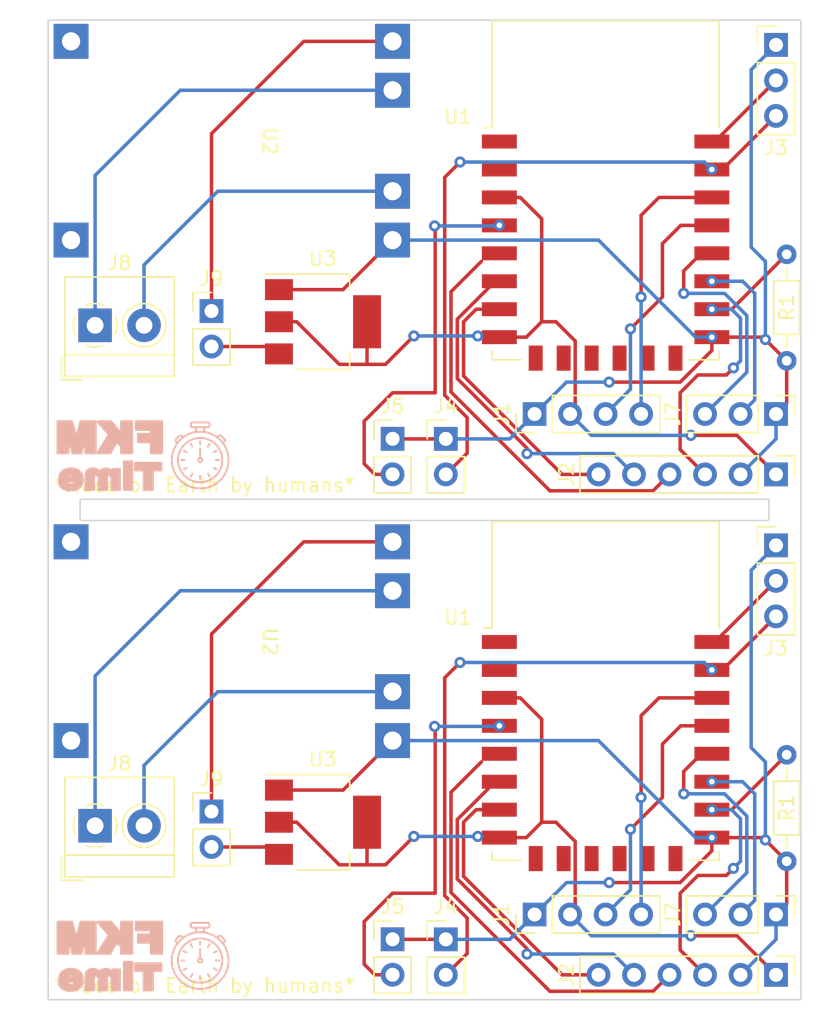
<source format=kicad_pcb>
(kicad_pcb (version 20211014) (generator pcbnew)
  (layers (0 "F.Cu" signal) (31 "B.Cu" signal) (34 "B.Paste" user) (35 "F.Paste" user) (36 "B.SilkS" user "B.Silkscreen") (37 "F.SilkS" user "F.Silkscreen") (38 "B.Mask" user) (39 "F.Mask" user) (44 "Edge.Cuts" user))
  (net 0 "")
  (net 1 "GND")
  (net 9 "Net-(J2-Pad3)")
  (net 10 "Net-(J2-Pad4)")
  (net 11 "Net-(J2-Pad5)")
  (net 12 "Net-(J3-Pad3)")
  (footprint "Connector_PinHeader_2.54mm:PinHeader_1x03_P2.54mm_Vertical" (layer "F.Cu") (at 209.55 72.898 -90)
    (fp_text reference "J7")
    (fp_text value "BTN")
  )
  (footprint "Connector_PinHeader_2.54mm:PinHeader_1x02_P2.54mm_Vertical" (layer "F.Cu") (at 169.164 101.341)
    (fp_text reference "J9")
    (fp_text value "POWER_SW")
  )
  (footprint "TerminalBlock_4Ucon:TerminalBlock_4Ucon_1x02_P3.50mm_Horizontal" (layer "F.Cu") (at 160.838 66.548)
    (fp_text reference "J8")
    (fp_text value "Screw_Terminal_01x02")
  )
  (footprint "Connector_PinHeader_2.54mm:PinHeader_1x02_P2.54mm_Vertical" (layer "F.Cu") (at 185.928 110.49)
    (fp_text reference "J4")
    (fp_text value "JACK_MALE")
  )
  (footprint "18650:18650usbc" (layer "F.Cu") (at 172.834 89.182 -90)
    (fp_text reference "U2")
    (fp_text value "18650")
  )
  (footprint "Package_TO_SOT_SMD:SOT-223-3_TabPin2" (layer "F.Cu") (at 177.14 102.108)
    (fp_text reference "U3")
    (fp_text value "AMS1117-3.3")
  )
  (footprint "RF_Module:ESP-12E" (layer "F.Cu") (at 197.358 92.71)
    (fp_text reference "U1")
    (fp_text value "ESP-12F/E")
  )
  (footprint "Connector_PinHeader_2.54mm:PinHeader_1x06_P2.54mm_Vertical" (layer "F.Cu") (at 209.55 113.03 -90)
    (fp_text reference "J2")
    (fp_text value "RFID")
  )
  (footprint "Connector_PinHeader_2.54mm:PinHeader_1x04_P2.54mm_Vertical" (layer "F.Cu") (at 192.278 108.712 90)
    (fp_text reference "J1")
    (fp_text value "LCD")
  )
  (footprint "18650:18650usbc" (layer "F.Cu") (at 172.834 53.368 -90)
    (fp_text reference "U2")
    (fp_text value "18650")
  )
  (footprint "Connector_PinHeader_2.54mm:PinHeader_1x02_P2.54mm_Vertical" (layer "F.Cu") (at 182.118 110.485)
    (fp_text reference "J5")
    (fp_text value "JACK_FEMALE")
  )
  (footprint "Connector_PinHeader_2.54mm:PinHeader_1x02_P2.54mm_Vertical" (layer "F.Cu") (at 182.118 74.671)
    (fp_text reference "J5")
    (fp_text value "JACK_FEMALE")
  )
  (footprint "Connector_PinHeader_2.54mm:PinHeader_1x02_P2.54mm_Vertical" (layer "F.Cu") (at 185.928 74.676)
    (fp_text reference "J4")
    (fp_text value "JACK_MALE")
  )
  (footprint "TerminalBlock_4Ucon:TerminalBlock_4Ucon_1x02_P3.50mm_Horizontal" (layer "F.Cu") (at 160.838 102.362)
    (fp_text reference "J8")
    (fp_text value "Screw_Terminal_01x02")
  )
  (footprint "Connector_PinHeader_2.54mm:PinHeader_1x02_P2.54mm_Vertical" (layer "F.Cu") (at 169.164 65.527)
    (fp_text reference "J9")
    (fp_text value "POWER_SW")
  )
  (footprint "Resistor_THT:R_Axial_DIN0204_L3.6mm_D1.6mm_P7.62mm_Horizontal" (layer "F.Cu") (at 210.312 61.468 -90)
    (fp_text reference "R1")
    (fp_text value "R10000")
  )
  (footprint "Connector_PinHeader_2.54mm:PinHeader_1x03_P2.54mm_Vertical" (layer "F.Cu") (at 209.55 108.712 -90)
    (fp_text reference "J7")
    (fp_text value "BTN")
  )
  (footprint "Resistor_THT:R_Axial_DIN0204_L3.6mm_D1.6mm_P7.62mm_Horizontal" (layer "F.Cu") (at 210.312 97.282 -90)
    (fp_text reference "R1")
    (fp_text value "R10000")
  )
  (footprint "RF_Module:ESP-12E" (layer "F.Cu") (at 197.358 56.896)
    (fp_text reference "U1")
    (fp_text value "ESP-12F/E")
  )
  (footprint "Connector_PinHeader_2.54mm:PinHeader_1x06_P2.54mm_Vertical" (layer "F.Cu") (at 209.55 77.216 -90)
    (fp_text reference "J2")
    (fp_text value "RFID")
  )
  (footprint "Package_TO_SOT_SMD:SOT-223-3_TabPin2" (layer "F.Cu") (at 177.14 66.294)
    (fp_text reference "U3")
    (fp_text value "AMS1117-3.3")
  )
  (footprint "Connector_PinHeader_2.54mm:PinHeader_1x04_P2.54mm_Vertical" (layer "F.Cu") (at 192.278 72.898 90)
    (fp_text reference "J1")
    (fp_text value "LCD")
  )
  (footprint "Connector_PinHeader_2.54mm:PinHeader_1x03_P2.54mm_Vertical" (layer "F.Cu") (at 209.55 82.296)
    (fp_text reference "J3")
    (fp_text value "DBG_SERIAL")
  )
  (footprint "Connector_PinHeader_2.54mm:PinHeader_1x03_P2.54mm_Vertical" (layer "F.Cu") (at 209.55 46.482)
    (fp_text reference "J3")
    (fp_text value "DBG_SERIAL")
  )
  (gr_line (start 161.330485 76.886425) (end 161.358562 76.871905) (layer "B.SilkS") (width 0.204153))
  (gr_line (start 161.111222 78.294466) (end 161.111222 78.294466) (layer "B.SilkS") (width 0.204153))
  (gr_line (start 160.941867 113.042666) (end 160.930953 113.040868) (layer "B.SilkS") (width 0.204153))
  (gr_line (start 158.31813 113.21166) (end 158.325466 113.1709) (layer "B.SilkS") (width 0.204153))
  (gr_line (start 159.016514 113.789836) (end 159.030999 113.791843) (layer "B.SilkS") (width 0.204153))
  (gr_poly (pts (xy 163.804819 109.799848) (xy 164.876382 109.799848) (xy 164.876382 110.177292) (xy 163.955301 110.177292) (xy 163.955301 110.682481) (xy 164.876382 110.682481) (xy 164.876382 111.47251) (xy 165.583316 111.47251) (xy 165.583316 109.272335) (xy 163.804819 109.272335)) (layer "B.SilkS") (width 0) (fill solid))
  (gr_line (start 159.921803 77.6676) (end 159.917496 77.711128) (layer "B.SilkS") (width 0.204153))
  (gr_line (start 161.824873 113.038557) (end 161.824873 113.038557) (layer "B.SilkS") (width 0.204153))
  (gr_line (start 158.305865 77.804309) (end 158.305088 77.772121) (layer "B.SilkS") (width 0.204153))
  (gr_line (start 161.165689 77.072318) (end 161.180472 77.042301) (layer "B.SilkS") (width 0.204153))
  (gr_line (start 161.143864 112.8585) (end 161.154962 112.872223) (layer "B.SilkS") (width 0.204153))
  (gr_line (start 159.549181 114.053058) (end 159.513894 114.068327) (layer "B.SilkS") (width 0.204153))
  (gr_line (start 159.004258 112.996611) (end 158.992927 113.000472) (layer "B.SilkS") (width 0.204153))
  (gr_line (start 160.558321 76.833239) (end 160.585607 76.829406) (layer "B.SilkS") (width 0.204153))
  (gr_line (start 159.252583 76.831182) (end 159.295396 76.836396) (layer "B.SilkS") (width 0.204153))
  (gr_line (start 158.885105 110.377118) (end 158.889912 110.454261) (layer "B.SilkS") (width 0.239863))
  (gr_line (start 159.232428 113.007689) (end 159.22063 113.003186) (layer "B.SilkS") (width 0.204153))
  (gr_line (start 158.854897 113.186334) (end 158.85365 113.199378) (layer "B.SilkS") (width 0.204153))
  (gr_line (start 159.615551 78.204155) (end 159.583067 78.222334) (layer "B.SilkS") (width 0.204153))
  (gr_line (start 161.05582 76.958888) (end 161.069506 76.969999) (layer "B.SilkS") (width 0.204153))
  (gr_line (start 163.955286 110.682422) (end 163.955286 110.682422) (layer "B.SilkS") (width 0.239863))
  (gr_line (start 159.293955 113.044655) (end 159.284804 113.03731) (layer "B.SilkS") (width 0.204153))
  (gr_line (start 160.338261 76.931848) (end 160.35594 76.917053) (layer "B.SilkS") (width 0.204153))
  (gr_line (start 161.929953 113.064234) (end 161.920681 113.059356) (layer "B.SilkS") (width 0.204153))
  (gr_poly (pts (xy 162.92708 78.294439) (xy 163.468649 78.294439) (xy 163.468649 76.857421) (xy 162.92708 76.857421)) (layer "B.SilkS") (width 0) (fill solid))
  (gr_line (start 161.358562 112.685905) (end 161.388301 112.673322) (layer "B.SilkS") (width 0.204153))
  (gr_line (start 159.195711 112.995602) (end 159.182589 112.992521) (layer "B.SilkS") (width 0.204153))
  (gr_line (start 165.583197 75.658555) (end 164.876574 75.658555) (layer "B.SilkS") (width 0.239863))
  (gr_line (start 158.872861 113.115698) (end 158.86862 113.126562) (layer "B.SilkS") (width 0.204153))
  (gr_line (start 158.479768 113.975341) (end 158.457254 113.955633) (layer "B.SilkS") (width 0.204153))
  (gr_line (start 159.04605 77.979404) (end 159.061667 77.980519) (layer "B.SilkS") (width 0.204153))
  (gr_line (start 159.083956 114.141022) (end 159.083956 114.141022) (layer "B.SilkS") (width 0.204153))
  (gr_line (start 158.893334 74.716339) (end 158.89538 74.791331) (layer "B.SilkS") (width 0.239863))
  (gr_line (start 161.132396 77.031151) (end 161.143864 77.0445) (layer "B.SilkS") (width 0.204153))
  (gr_line (start 159.487858 74.727862) (end 159.487858 74.727862) (layer "B.SilkS") (width 0.239863))
  (gr_line (start 159.857145 113.03042) (end 159.87144 113.06477) (layer "B.SilkS") (width 0.204153))
  (gr_line (start 158.403717 112.958587) (end 158.422465 112.928577) (layer "B.SilkS") (width 0.204153))
  (gr_line (start 163.724086 76.900856) (end 163.724086 76.421712) (layer "B.SilkS") (width 0.204153))
  (gr_line (start 162.137929 112.671034) (end 162.58121 112.671034) (layer "B.SilkS") (width 0.204153))
  (gr_line (start 159.345664 77.295329) (end 159.339601 77.28467) (layer "B.SilkS") (width 0.204153))
  (gr_line (start 159.490388 112.698813) (end 159.525571 112.712965) (layer "B.SilkS") (width 0.204153))
  (gr_line (start 161.082938 77.333919) (end 161.077561 77.324724) (layer "B.SilkS") (width 0.204153))
  (gr_line (start 160.558321 112.647239) (end 160.585607 112.643406) (layer "B.SilkS") (width 0.204153))
  (gr_line (start 158.503836 78.180158) (end 158.503836 78.180158) (layer "B.SilkS") (width 0.204153))
  (gr_line (start 159.855459 113.754893) (end 159.839083 113.787952) (layer "B.SilkS") (width 0.204153))
  (gr_line (start 158.951557 77.207049) (end 158.942204 77.213475) (layer "B.SilkS") (width 0.204153))
  (gr_line (start 159.500364 110.541862) (end 159.832954 109.272276) (layer "B.SilkS") (width 0.239863))
  (gr_line (start 158.904625 78.317838) (end 158.863365 78.312673) (layer "B.SilkS") (width 0.204153))
  (gr_line (start 159.883035 77.870287) (end 159.870109 77.906337) (layer "B.SilkS") (width 0.204153))
  (gr_line (start 158.981992 77.190846) (end 158.971451 77.195734) (layer "B.SilkS") (width 0.204153))
  (gr_line (start 161.08373 109.272276) (end 161.08373 109.272276) (layer "B.SilkS") (width 0.239863))
  (gr_line (start 165.553535 76.900856) (end 165.553535 76.900856) (layer "B.SilkS") (width 0.204153))
  (gr_line (start 158.357256 77.243833) (end 158.371112 77.209215) (layer "B.SilkS") (width 0.204153))
  (gr_line (start 161.918799 76.908927) (end 161.934553 76.918173) (layer "B.SilkS") (width 0.204153))
  (gr_line (start 159.180561 77.973689) (end 159.19585 77.970292) (layer "B.SilkS") (width 0.204153))
  (gr_line (start 162.038603 113.241194) (end 162.037434 113.229897) (layer "B.SilkS") (width 0.204153))
  (gr_line (start 162.028092 77.373039) (end 162.02459 77.362908) (layer "B.SilkS") (width 0.204153))
  (gr_line (start 158.416883 113.913543) (end 158.399027 113.89116) (layer "B.SilkS") (width 0.204153))
  (gr_line (start 161.111222 77.450487) (end 161.110988 77.438724) (layer "B.SilkS") (width 0.204153))
  (gr_line (start 158.88858 77.271286) (end 158.882841 77.28106) (layer "B.SilkS") (width 0.204153))
  (gr_line (start 160.779728 76.833902) (end 160.797146 76.837306) (layer "B.SilkS") (width 0.204153))
  (gr_line (start 161.035873 113.088884) (end 161.027708 113.081951) (layer "B.SilkS") (width 0.204153))
  (gr_line (start 164.876574 73.986099) (end 163.805424 73.986099) (layer "B.SilkS") (width 0.239863))
  (gr_line (start 158.731528 76.883145) (end 158.768471 76.870832) (layer "B.SilkS") (width 0.204153))
  (gr_line (start 158.86862 113.126562) (end 158.864877 113.13779) (layer "B.SilkS") (width 0.204153))
  (gr_line (start 162.02459 113.176908) (end 162.020622 113.167011) (layer "B.SilkS") (width 0.204153))
  (gr_line (start 158.86092 74.302359) (end 158.86714 74.358189) (layer "B.SilkS") (width 0.239863))
  (gr_line (start 159.382686 113.50152) (end 159.382956 113.482458) (layer "B.SilkS") (width 0.204153))
  (gr_line (start 159.373238 113.587937) (end 159.376207 113.571839) (layer "B.SilkS") (width 0.204153))
  (gr_line (start 158.856644 77.359653) (end 158.854897 77.372334) (layer "B.SilkS") (width 0.204153))
  (gr_line (start 160.788264 77.261401) (end 160.78197 77.267287) (layer "B.SilkS") (width 0.204153))
  (gr_line (start 159.330086 113.695397) (end 159.337365 113.684036) (layer "B.SilkS") (width 0.204153))
  (gr_line (start 159.304956 77.91192) (end 159.313915 77.902345) (layer "B.SilkS") (width 0.204153))
  (gr_line (start 158.894817 113.075875) (end 158.88858 113.085286) (layer "B.SilkS") (width 0.204153))
  (gr_line (start 161.657832 77.3744) (end 161.65624 77.384664) (layer "B.SilkS") (width 0.204153))
  (gr_line (start 162.000088 77.315764) (end 161.993791 77.307038) (layer "B.SilkS") (width 0.204153))
  (gr_line (start 159.350308 77.845538) (end 159.355971 77.832402) (layer "B.SilkS") (width 0.204153))
  (gr_line (start 158.806872 76.859968) (end 158.846732 76.850552) (layer "B.SilkS") (width 0.204153))
  (gr_line (start 159.549181 78.239058) (end 159.513894 78.254327) (layer "B.SilkS") (width 0.204153))
  (gr_line (start 160.458768 76.859528) (end 160.482217 76.851312) (layer "B.SilkS") (width 0.204153))
  (gr_line (start 158.513758 112.823894) (end 158.540493 112.801441) (layer "B.SilkS") (width 0.204153))
  (gr_line (start 159.295396 112.650396) (end 159.336938 112.6571) (layer "B.SilkS") (width 0.204153))
  (gr_line (start 160.506626 112.658192) (end 160.531994 112.652168) (layer "B.SilkS") (width 0.204153))
  (gr_line (start 158.941488 113.768411) (end 158.952578 113.7731) (layer "B.SilkS") (width 0.204153))
  (gr_line (start 161.165689 112.886318) (end 161.165689 112.886318) (layer "B.SilkS") (width 0.204153))
  (gr_line (start 160.882822 112.676194) (end 160.899676 112.682746) (layer "B.SilkS") (width 0.204153))
  (gr_line (start 160.18281 110.605331) (end 160.18531 110.530339) (layer "B.SilkS") (width 0.239863))
  (gr_line (start 160.727924 77.384664) (end 160.726687 77.395213) (layer "B.SilkS") (width 0.204153))
  (gr_line (start 159.208498 112.641458) (end 159.252583 112.645182) (layer "B.SilkS") (width 0.204153))
  (gr_line (start 161.601631 76.824478) (end 161.620256 76.82474) (layer "B.SilkS") (width 0.204153))
  (gr_line (start 159.26379 111.472555) (end 159.26379 111.472555) (layer "B.SilkS") (width 0.239863))
  (gr_line (start 160.43628 76.86884) (end 160.458768 76.859528) (layer "B.SilkS") (width 0.204153))
  (gr_line (start 158.305088 77.772121) (end 158.305088 77.772121) (layer "B.SilkS") (width 0.204153))
  (gr_line (start 158.584739 114.044056) (end 158.556342 114.028569) (layer "B.SilkS") (width 0.204153))
  (gr_line (start 159.285141 113.743215) (end 159.295365 113.734876) (layer "B.SilkS") (width 0.204153))
  (gr_line (start 160.691205 76.82474) (end 160.709102 76.825525) (layer "B.SilkS") (width 0.204153))
  (gr_line (start 162.743577 75.658555) (end 162.743577 75.165872) (layer "B.SilkS") (width 0.239863))
  (gr_line (start 162.011287 77.333919) (end 162.00592 77.324724) (layer "B.SilkS") (width 0.204153))
  (gr_line (start 162.039304 113.252724) (end 162.038603 113.241194) (layer "B.SilkS") (width 0.204153))
  (gr_line (start 160.770261 77.280368) (end 160.764798 77.287487) (layer "B.SilkS") (width 0.204153))
  (gr_line (start 159.377208 112.665294) (end 159.416206 112.674977) (layer "B.SilkS") (width 0.204153))
  (gr_line (start 160.848834 112.664665) (end 160.865874 112.670167) (layer "B.SilkS") (width 0.204153))
  (gr_line (start 163.724086 76.421712) (end 165.553535 76.421712) (layer "B.SilkS") (width 0.204153))
  (gr_line (start 160.208151 74.420646) (end 160.214872 74.359061) (layer "B.SilkS") (width 0.239863))
  (gr_line (start 159.265177 77.210041) (end 159.254702 77.204116) (layer "B.SilkS") (width 0.204153))
  (gr_line (start 159.15837 73.458276) (end 159.487858 74.727862) (layer "B.SilkS") (width 0.239863))
  (gr_line (start 160.930953 113.040868) (end 160.919764 113.039584) (layer "B.SilkS") (width 0.204153))
  (gr_line (start 158.834731 77.817271) (end 158.836975 77.827819) (layer "B.SilkS") (width 0.204153))
  (gr_line (start 160.181977 110.679218) (end 160.181977 110.679218) (layer "B.SilkS") (width 0.239863))
  (gr_line (start 160.458768 112.673528) (end 160.482217 112.665312) (layer "B.SilkS") (width 0.204153))
  (gr_line (start 163.805424 109.272276) (end 163.805424 109.272276) (layer "B.SilkS") (width 0.239863))
  (gr_line (start 162.039538 77.450487) (end 162.039538 77.450487) (layer "B.SilkS") (width 0.204153))
  (gr_line (start 160.858017 77.228046) (end 160.849105 77.230008) (layer "B.SilkS") (width 0.204153))
  (gr_line (start 161.107482 77.404832) (end 161.105378 77.394001) (layer "B.SilkS") (width 0.204153))
  (gr_line (start 160.87671 113.039429) (end 160.867219 113.040519) (layer "B.SilkS") (width 0.204153))
  (gr_line (start 160.98185 76.908927) (end 160.997382 76.918173) (layer "B.SilkS") (width 0.204153))
  (gr_line (start 161.279316 112.735276) (end 161.304069 112.716882) (layer "B.SilkS") (width 0.204153))
  (gr_line (start 160.733752 77.354731) (end 160.731456 77.364423) (layer "B.SilkS") (width 0.204153))
  (gr_line (start 162.926615 78.294466) (end 162.926615 76.857034) (layer "B.SilkS") (width 0.204153))
  (gr_line (start 159.583067 114.036334) (end 159.549181 114.053058) (layer "B.SilkS") (width 0.204153))
  (gr_line (start 159.330086 77.881397) (end 159.337365 77.870036) (layer "B.SilkS") (width 0.204153))
  (gr_line (start 159.820983 78.005515) (end 159.801156 78.035582) (layer "B.SilkS") (width 0.204153))
  (gr_line (start 161.69868 113.094368) (end 161.69868 113.094368) (layer "B.SilkS") (width 0.204153))
  (gr_line (start 161.693198 113.101487) (end 161.68807 113.108892) (layer "B.SilkS") (width 0.204153))
  (gr_line (start 160.824108 113.05251) (end 160.816356 113.056216) (layer "B.SilkS") (width 0.204153))
  (gr_line (start 158.371112 77.209215) (end 158.3866 77.176133) (layer "B.SilkS") (width 0.204153))
  (gr_line (start 160.972955 113.051139) (end 160.962867 113.047801) (layer "B.SilkS") (width 0.204153))
  (gr_line (start 160.35594 76.917053) (end 160.374582 76.903355) (layer "B.SilkS") (width 0.204153))
  (gr_line (start 160.183526 77.363464) (end 160.184003 77.331603) (layer "B.SilkS") (width 0.204153))
  (gr_line (start 160.231272 77.086494) (end 160.241301 77.063886) (layer "B.SilkS") (width 0.204153))
  (gr_line (start 163.955286 74.363233) (end 163.955286 74.363233) (layer "B.SilkS") (width 0.239863))
  (gr_line (start 161.067297 111.472555) (end 161.873863 110.177233) (layer "B.SilkS") (width 0.239863))
  (gr_line (start 158.305088 77.668458) (end 158.305088 77.57606) (layer "B.SilkS") (width 0.204153))
  (gr_line (start 158.855665 77.87611) (end 158.860897 77.884878) (layer "B.SilkS") (width 0.204153))
  (gr_line (start 165.583197 109.272276) (end 165.583197 111.472555) (layer "B.SilkS") (width 0.239863))
  (gr_line (start 159.113062 77.981101) (end 159.130888 77.980175) (layer "B.SilkS") (width 0.204153))
  (gr_line (start 162.926615 112.502259) (end 162.926615 112.502259) (layer "B.SilkS") (width 0.204153))
  (gr_line (start 160.867219 77.226519) (end 160.858017 77.228046) (layer "B.SilkS") (width 0.204153))
  (gr_line (start 161.111222 78.294466) (end 161.111222 77.450487) (layer "B.SilkS") (width 0.204153))
  (gr_line (start 159.274284 113.750936) (end 159.285141 113.743215) (layer "B.SilkS") (width 0.204153))
  (gr_line (start 161.63877 112.639525) (end 161.657171 112.640833) (layer "B.SilkS") (width 0.204153))
  (gr_line (start 160.185435 77.300667) (end 160.187822 77.270657) (layer "B.SilkS") (width 0.204153))
  (gr_line (start 159.274284 77.936936) (end 159.285141 77.929215) (layer "B.SilkS") (width 0.204153))
  (gr_line (start 162.000088 113.129764) (end 161.993791 113.121038) (layer "B.SilkS") (width 0.204153))
  (gr_line (start 160.831699 76.845687) (end 160.848834 76.850665) (layer "B.SilkS") (width 0.204153))
  (gr_line (start 158.503836 78.180158) (end 158.479768 78.161341) (layer "B.SilkS") (width 0.204153))
  (gr_poly (pts (xy 168.350017 110.583913) (xy 168.346512 110.584179) (xy 168.343057 110.584616) (xy 168.339659 110.585221) (xy 168.336321 110.58599) (xy 168.333047 110.586917) (xy 168.329842 110.587999) (xy 168.32671 110.589232) (xy 168.323656 110.59061) (xy 168.320683 110.592131) (xy 168.317796 110.593789) (xy 168.314999 110.59558) (xy 168.312297 110.5975) (xy 168.309694 110.599544) (xy 168.307194 110.601709) (xy 168.304801 110.60399) (xy 168.30252 110.606383) (xy 168.300355 110.608883) (xy 168.29831 110.611486) (xy 168.29639 110.614188) (xy 168.294599 110.616985) (xy 168.292941 110.619872) (xy 168.291421 110.622845) (xy 168.290042 110.625899) (xy 168.28881 110.629031) (xy 168.287728 110.632236) (xy 168.286801 110.63551) (xy 168.286032 110.638848) (xy 168.285427 110.642247) (xy 168.284989 110.645701) (xy 168.284724 110.649207) (xy 168.284634 110.65276) (xy 168.284634 110.879723) (xy 168.284724 110.883276) (xy 168.284989 110.886782) (xy 168.285427 110.890236) (xy 168.286032 110.893634) (xy 168.286801 110.896973) (xy 168.287728 110.900246) (xy 168.28881 110.903451) (xy 168.290042 110.906583) (xy 168.291421 110.909638) (xy 168.292941 110.912611) (xy 168.294599 110.915497) (xy 168.29639 110.918294) (xy 168.29831 110.920996) (xy 168.300355 110.9236) (xy 168.30252 110.9261) (xy 168.304801 110.928492) (xy 168.307194 110.930773) (xy 168.309694 110.932938) (xy 168.312297 110.934983) (xy 168.314999 110.936903) (xy 168.317796 110.938694) (xy 168.320683 110.940352) (xy 168.323656 110.941872) (xy 168.32671 110.943251) (xy 168.329842 110.944483) (xy 168.333047 110.945565) (xy 168.336321 110.946493) (xy 168.339659 110.947261) (xy 168.343057 110.947866) (xy 168.346512 110.948304) (xy 168.350017 110.94857) (xy 168.353571 110.948659) (xy 168.357115 110.94857) (xy 168.360613 110.948304) (xy 168.36406 110.947866) (xy 168.367453 110.947261) (xy 168.370786 110.946493) (xy 168.374056 110.945565) (xy 168.377258 110.944483) (xy 168.380387 110.943251) (xy 168.38344 110.941872) (xy 168.386413 110.940352) (xy 168.389299 110.938694) (xy 168.392097 110.936903) (xy 168.3948 110.934983) (xy 168.397404 110.932938) (xy 168.399906 110.930773) (xy 168.402301 110.928492) (xy 168.404585 110.9261) (xy 168.406753 110.9236) (xy 168.4088 110.920996) (xy 168.410723 110.918294) (xy 168.412518 110.915497) (xy 168.414179 110.912611) (xy 168.415702 110.909638) (xy 168.417084 110.906583) (xy 168.41832 110.903451) (xy 168.419404 110.900246) (xy 168.420334 110.896973) (xy 168.421105 110.893634) (xy 168.421712 110.890236) (xy 168.422151 110.886782) (xy 168.422417 110.883276) (xy 168.422507 110.879723) (xy 168.422507 110.65276) (xy 168.422417 110.649207) (xy 168.422151 110.645701) (xy 168.421712 110.642247) (xy 168.421105 110.638848) (xy 168.420334 110.63551) (xy 168.419404 110.632236) (xy 168.41832 110.629031) (xy 168.417084 110.625899) (xy 168.415702 110.622845) (xy 168.414179 110.619872) (xy 168.412518 110.616985) (xy 168.410723 110.614188) (xy 168.4088 110.611486) (xy 168.406753 110.608883) (xy 168.404585 110.606383) (xy 168.402301 110.60399) (xy 168.399906 110.601709) (xy 168.397404 110.599544) (xy 168.3948 110.5975) (xy 168.392097 110.59558) (xy 168.389299 110.593789) (xy 168.386413 110.592131) (xy 168.38344 110.59061) (xy 168.380387 110.589232) (xy 168.377258 110.587999) (xy 168.374056 110.586917) (xy 168.370786 110.58599) (xy 168.367453 110.585221) (xy 168.36406 110.584616) (xy 168.360613 110.584179) (xy 168.357115 110.583913) (xy 168.353571 110.583823)) (layer "B.SilkS") (width 0) (fill solid))
  (gr_line (start 159.921885 113.300317) (end 159.924407 113.344487) (layer "B.SilkS") (width 0.204153))
  (gr_line (start 158.89606 74.865218) (end 158.89606 75.658555) (layer "B.SilkS") (width 0.239863))
  (gr_line (start 159.272741 78.315393) (end 159.227645 78.320481) (layer "B.SilkS") (width 0.204153))
  (gr_line (start 158.902776 77.931183) (end 158.911606 77.937661) (layer "B.SilkS") (width 0.204153))
  (gr_line (start 159.839083 77.973952) (end 159.820983 78.005515) (layer "B.SilkS") (width 0.204153))
  (gr_line (start 160.770261 113.094368) (end 160.764798 113.101487) (layer "B.SilkS") (width 0.204153))
  (gr_line (start 159.709964 77.015164) (end 159.709964 77.015164) (layer "B.SilkS") (width 0.204153))
  (gr_line (start 161.911134 77.240991) (end 161.901312 77.237139) (layer "B.SilkS") (width 0.204153))
  (gr_line (start 159.817347 111.472555) (end 159.817347 111.472555) (layer "B.SilkS") (width 0.239863))
  (gr_line (start 163.4502 75.658555) (end 163.4502 75.658555) (layer "B.SilkS") (width 0.239863))
  (gr_line (start 158.503836 113.994158) (end 158.479768 113.975341) (layer "B.SilkS") (width 0.204153))
  (gr_line (start 159.32615 113.078771) (end 159.318763 113.069532) (layer "B.SilkS") (width 0.204153))
  (gr_line (start 163.724086 112.235712) (end 163.724086 112.235712) (layer "B.SilkS") (width 0.204153))
  (gr_line (start 161.601631 112.638478) (end 161.620256 112.63874) (layer "B.SilkS") (width 0.204153))
  (gr_line (start 161.814806 77.224775) (end 161.805029 77.225429) (layer "B.SilkS") (width 0.204153))
  (gr_line (start 159.361096 113.632674) (end 159.365683 113.618354) (layer "B.SilkS") (width 0.204153))
  (gr_line (start 160.816356 77.242216) (end 160.808896 77.246358) (layer "B.SilkS") (width 0.204153))
  (gr_line (start 160.195459 113.027412) (end 160.200711 113.000178) (layer "B.SilkS") (width 0.204153))
  (gr_line (start 160.277127 77.001616) (end 160.290981 76.982709) (layer "B.SilkS") (width 0.204153))
  (gr_line (start 159.704589 113.954884) (end 159.676312 113.97743) (layer "B.SilkS") (width 0.204153))
  (gr_line (start 161.653411 113.242576) (end 161.653411 113.242576) (layer "B.SilkS") (width 0.204153))
  (gr_line (start 161.78282 76.850665) (end 161.800314 76.856167) (layer "B.SilkS") (width 0.204153))
  (gr_line (start 161.067297 111.472555) (end 161.067297 111.472555) (layer "B.SilkS") (width 0.239863))
  (gr_line (start 160.744606 76.828666) (end 160.762215 76.831022) (layer "B.SilkS") (width 0.204153))
  (gr_line (start 160.18531 110.530339) (end 160.189476 110.454261) (layer "B.SilkS") (width 0.239863))
  (gr_line (start 160.830826 75.658555) (end 160.181977 75.658555) (layer "B.SilkS") (width 0.239863))
  (gr_line (start 159.061667 77.980519) (end 159.077851 77.981187) (layer "B.SilkS") (width 0.204153))
  (gr_line (start 158.976455 113.781135) (end 158.989242 113.784482) (layer "B.SilkS") (width 0.204153))
  (gr_line (start 159.361205 77.330146) (end 159.356466 77.318067) (layer "B.SilkS") (width 0.204153))
  (gr_line (start 158.97506 76.830997) (end 159.020752 76.827375) (layer "B.SilkS") (width 0.204153))
  (gr_line (start 161.920681 113.059356) (end 161.911134 113.054991) (layer "B.SilkS") (width 0.204153))
  (gr_line (start 158.845314 109.982) (end 158.86092 110.116359) (layer "B.SilkS") (width 0.239863))
  (gr_line (start 159.318763 77.255532) (end 159.310935 77.246766) (layer "B.SilkS") (width 0.204153))
  (gr_line (start 160.338261 112.745848) (end 160.35594 112.731053) (layer "B.SilkS") (width 0.204153))
  (gr_line (start 159.313915 113.716345) (end 159.322269 113.706167) (layer "B.SilkS") (width 0.204153))
  (gr_line (start 160.236737 110.004268) (end 160.239027 109.9851) (layer "B.SilkS") (width 0.239863))
  (gr_line (start 159.254702 113.018116) (end 159.243786 113.012666) (layer "B.SilkS") (width 0.204153))
  (gr_line (start 161.109118 77.415897) (end 161.107482 77.404832) (layer "B.SilkS") (width 0.204153))
  (gr_line (start 159.921885 77.486317) (end 159.924407 77.530487) (layer "B.SilkS") (width 0.204153))
  (gr_line (start 162.031128 77.383403) (end 162.028092 77.373039) (layer "B.SilkS") (width 0.204153))
  (gr_line (start 163.468907 76.688259) (end 162.926615 76.688259) (layer "B.SilkS") (width 0.204153))
  (gr_line (start 159.380526 113.537866) (end 159.381876 113.51999) (layer "B.SilkS") (width 0.204153))
  (gr_line (start 161.215025 76.988079) (end 161.234793 76.963874) (layer "B.SilkS") (width 0.204153))
  (gr_line (start 162.743577 111.472555) (end 162.743577 111.472555) (layer "B.SilkS") (width 0.239863))
  (gr_line (start 161.110988 77.438724) (end 161.110287 77.427194) (layer "B.SilkS") (width 0.204153))
  (gr_line (start 159.310935 77.246766) (end 159.302666 77.238474) (layer "B.SilkS") (width 0.204153))
  (gr_line (start 162.926615 112.671034) (end 163.468907 112.671034) (layer "B.SilkS") (width 0.204153))
  (gr_line (start 158.662017 76.912116) (end 158.696043 76.896906) (layer "B.SilkS") (width 0.204153))
  (gr_line (start 160.585607 112.643406) (end 160.613851 112.640668) (layer "B.SilkS") (width 0.204153))
  (gr_line (start 158.947314 78.321856) (end 158.904625 78.317838) (layer "B.SilkS") (width 0.204153))
  (gr_line (start 162.926615 112.671034) (end 162.926615 112.671034) (layer "B.SilkS") (width 0.204153))
  (gr_line (start 161.012544 112.741792) (end 161.027339 112.751785) (layer "B.SilkS") (width 0.204153))
  (gr_line (start 158.678505 78.269638) (end 158.645821 78.257591) (layer "B.SilkS") (width 0.204153))
  (gr_line (start 160.181977 110.679218) (end 160.182185 110.642414) (layer "B.SilkS") (width 0.239863))
  (gr_line (start 161.092288 77.353011) (end 161.087847 77.343348) (layer "B.SilkS") (width 0.204153))
  (gr_line (start 161.043764 113.09633) (end 161.035873 113.088884) (layer "B.SilkS") (width 0.204153))
  (gr_line (start 159.925248 77.57606) (end 159.924387 77.622578) (layer "B.SilkS") (width 0.204153))
  (gr_line (start 158.942204 113.027475) (end 158.933247 113.034412) (layer "B.SilkS") (width 0.204153))
  (gr_line (start 159.682411 76.992073) (end 159.709964 77.015164) (layer "B.SilkS") (width 0.204153))
  (gr_line (start 159.250673 77.950526) (end 159.262795 77.94404) (layer "B.SilkS") (width 0.204153))
  (gr_line (start 161.901312 77.237139) (end 161.891216 77.233801) (layer "B.SilkS") (width 0.204153))
  (gr_line (start 159.399623 78.291405) (end 159.35873 78.300856) (layer "B.SilkS") (width 0.204153))
  (gr_line (start 161.972181 113.09633) (end 161.964287 113.088884) (layer "B.SilkS") (width 0.204153))
  (gr_line (start 161.934553 112.732173) (end 161.949895 112.741792) (layer "B.SilkS") (width 0.204153))
  (gr_line (start 160.673212 76.824478) (end 160.673212 76.824478) (layer "B.SilkS") (width 0.204153))
  (gr_line (start 161.716673 113.075401) (end 161.710384 113.081287) (layer "B.SilkS") (width 0.204153))
  (gr_line (start 158.696043 112.710906) (end 158.731528 112.697145) (layer "B.SilkS") (width 0.204153))
  (gr_line (start 161.693198 77.287487) (end 161.68807 77.294892) (layer "B.SilkS") (width 0.204153))
  (gr_line (start 160.848834 76.850665) (end 160.865874 76.856167) (layer "B.SilkS") (width 0.204153))
  (gr_line (start 158.464851 112.873164) (end 158.488489 112.847761) (layer "B.SilkS") (width 0.204153))
  (gr_line (start 159.372775 113.183223) (end 159.36936 113.169724) (layer "B.SilkS") (width 0.204153))
  (gr_line (start 161.979349 76.94815) (end 161.99346 76.958888) (layer "B.SilkS") (width 0.204153))
  (gr_line (start 162.926615 76.857034) (end 162.926615 76.857034) (layer "B.SilkS") (width 0.204153))
  (gr_line (start 160.725096 77.428576) (end 160.725096 78.294466) (layer "B.SilkS") (width 0.204153))
  (gr_line (start 160.729514 113.1884) (end 160.727924 113.198664) (layer "B.SilkS") (width 0.204153))
  (gr_line (start 160.746459 77.318822) (end 160.742754 77.327371) (layer "B.SilkS") (width 0.204153))
  (gr_line (start 159.820983 113.819515) (end 159.801156 113.849582) (layer "B.SilkS") (width 0.204153))
  (gr_poly (pts (xy 168.91463 77.097623) (xy 168.911295 77.097791) (xy 168.90796 77.098121) (xy 168.904632 77.098617) (xy 168.901316 77.099279) (xy 168.898019 77.10011) (xy 168.894745 77.10111) (xy 168.891502 77.102281) (xy 168.888295 77.103626) (xy 168.885131 77.105144) (xy 168.882014 77.106838) (xy 168.878986 77.108697) (xy 168.876087 77.110686) (xy 168.873318 77.112797) (xy 168.87068 77.115026) (xy 168.868175 77.117366) (xy 168.865805 77.119812) (xy 168.863571 77.122357) (xy 168.861476 77.124996) (xy 168.859519 77.127723) (xy 168.857704 77.130532) (xy 168.856032 77.133417) (xy 168.854505 77.136371) (xy 168.853123 77.13939) (xy 168.851889 77.142468) (xy 168.850805 77.145598) (xy 168.849871 77.148774) (xy 168.84909 77.151991) (xy 168.848463 77.155242) (xy 168.847993 77.158522) (xy 168.847679 77.161825) (xy 168.847525 77.165145) (xy 168.847532 77.168476) (xy 168.8477 77.171813) (xy 168.848033 77.175148) (xy 168.848532 77.178477) (xy 168.849198 77.181793) (xy 168.850032 77.185091) (xy 168.851037 77.188365) (xy 168.852215 77.191608) (xy 168.853566 77.194815) (xy 168.855092 77.19798) (xy 168.856796 77.201096) (xy 168.970277 77.397673) (xy 168.971499 77.399718) (xy 168.972781 77.401705) (xy 168.97412 77.403633) (xy 168.975515 77.405502) (xy 168.976964 77.407312) (xy 168.978465 77.409062) (xy 168.980017 77.410752) (xy 168.981617 77.412382) (xy 168.983264 77.41395) (xy 168.984957 77.415456) (xy 168.986693 77.416901) (xy 168.98847 77.418282) (xy 168.990287 77.419601) (xy 168.992143 77.420857) (xy 168.994034 77.422048) (xy 168.99596 77.423176) (xy 168.997919 77.424238) (xy 168.999909 77.425235) (xy 169.003974 77.427032) (xy 169.008141 77.428562) (xy 169.012397 77.429822) (xy 169.016726 77.430809) (xy 169.021115 77.431518) (xy 169.025549 77.431946) (xy 169.027779 77.432054) (xy 169.030015 77.43209) (xy 169.032207 77.432055) (xy 169.034402 77.431949) (xy 169.036598 77.431772) (xy 169.038794 77.431525) (xy 169.040987 77.431205) (xy 169.043176 77.430814) (xy 169.045358 77.430351) (xy 169.047533 77.429816) (xy 169.049699 77.429208) (xy 169.051852 77.428527) (xy 169.053993 77.427773) (xy 169.056118 77.426945) (xy 169.058227 77.426043) (xy 169.060316 77.425067) (xy 169.062385 77.424017) (xy 169.064432 77.422892) (xy 169.067459 77.421042) (xy 169.070357 77.419062) (xy 169.073125 77.416959) (xy 169.075761 77.414738) (xy 169.078264 77.412405) (xy 169.080631 77.409966) (xy 169.082862 77.407427) (xy 169.084955 77.404793) (xy 169.086908 77.402072) (xy 169.08872 77.399268) (xy 169.090389 77.396387) (xy 169.091914 77.393436) (xy 169.093292 77.390421) (xy 169.094523 77.387347) (xy 169.095605 77.38422) (xy 169.096536 77.381046) (xy 169.097314 77.377832) (xy 169.097939 77.374583) (xy 169.098408 77.371304) (xy 169.098721 77.368002) (xy 169.098874 77.364684) (xy 169.098868 77.361354) (xy 169.0987 77.358018) (xy 169.098368 77.354683) (xy 169.097872 77.351355) (xy 169.097209 77.348039) (xy 169.096379 77.344742) (xy 169.095378 77.341469) (xy 169.094207 77.338226) (xy 169.092863 77.335019) (xy 169.091344 77.331854) (xy 169.08965 77.328737) (xy 168.976168 77.13216) (xy 168.974319 77.129124) (xy 168.972339 77.126217) (xy 168.970236 77.12344) (xy 168.968015 77.120797) (xy 168.965682 77.118287) (xy 168.963243 77.115912) (xy 168.960704 77.113675) (xy 168.95807 77.111577) (xy 168.955349 77.109618) (xy 168.952545 77.107802) (xy 168.949664 77.106128) (xy 168.946713 77.1046) (xy 168.943698 77.103218) (xy 168.940624 77.101984) (xy 168.937497 77.100899) (xy 168.934323 77.099966) (xy 168.931109 77.099185) (xy 168.927859 77.098558) (xy 168.924581 77.098087) (xy 168.921279 77.097773) (xy 168.91796 77.097618)) (layer "B.SilkS") (width 0) (fill solid))
  (gr_line (start 161.452764 112.653963) (end 161.487488 112.647188) (layer "B.SilkS") (width 0.204153))
  (gr_line (start 161.752475 77.23851) (end 161.744733 77.242216) (layer "B.SilkS") (width 0.204153))
  (gr_line (start 161.873863 110.177233) (end 161.873863 110.177233) (layer "B.SilkS") (width 0.239863))
  (gr_line (start 159.911466 77.75316) (end 159.903713 77.793698) (layer "B.SilkS") (width 0.204153))
  (gr_line (start 158.3866 77.176133) (end 158.403717 77.144587) (layer "B.SilkS") (width 0.204153))
  (gr_line (start 159.116512 76.824478) (end 159.116512 76.824478) (layer "B.SilkS") (width 0.204153))
  (gr_line (start 161.653411 77.428576) (end 161.653411 77.428576) (layer "B.SilkS") (width 0.204153))
  (gr_line (start 161.667734 113.150205) (end 161.664728 113.159325) (layer "B.SilkS") (width 0.204153))
  (gr_line (start 160.731456 113.178423) (end 160.729514 113.1884) (layer "B.SilkS") (width 0.204153))
  (gr_line (start 158.971451 77.195734) (end 158.961306 77.201135) (layer "B.SilkS") (width 0.204153))
  (gr_line (start 158.991432 114.138726) (end 158.947314 114.135856) (layer "B.SilkS") (width 0.204153))
  (gr_line (start 161.972181 77.28233) (end 161.964287 77.274884) (layer "B.SilkS") (width 0.204153))
  (gr_line (start 162.58121 112.671034) (end 162.58121 112.671034) (layer "B.SilkS") (width 0.204153))
  (gr_line (start 161.087847 113.157348) (end 161.082938 113.147919) (layer "B.SilkS") (width 0.204153))
  (gr_line (start 162.080788 112.8585) (end 162.09163 112.872223) (layer "B.SilkS") (width 0.204153))
  (gr_line (start 161.653411 78.294466) (end 161.111222 78.294466) (layer "B.SilkS") (width 0.204153))
  (gr_line (start 161.964287 113.088884) (end 161.956117 113.081951) (layer "B.SilkS") (width 0.204153))
  (gr_line (start 158.832985 113.620428) (end 158.834731 113.631271) (layer "B.SilkS") (width 0.204153))
  (gr_line (start 160.183526 77.363464) (end 160.183526 77.363464) (layer "B.SilkS") (width 0.204153))
  (gr_line (start 161.601631 76.824478) (end 161.601631 76.824478) (layer "B.SilkS") (width 0.204153))
  (gr_line (start 161.330485 112.700425) (end 161.358562 112.685905) (layer "B.SilkS") (width 0.204153))
  (gr_line (start 160.264228 112.835447) (end 160.277127 112.815616) (layer "B.SilkS") (width 0.204153))
  (gr_line (start 159.26379 75.658555) (end 158.85782 74.168) (layer "B.SilkS") (width 0.239863))
  (gr_line (start 159.646632 113.99852) (end 159.615551 114.018155) (layer "B.SilkS") (width 0.204153))
  (gr_line (start 162.359415 74.852713) (end 161.901975 75.658555) (layer "B.SilkS") (width 0.239863))
  (gr_line (start 161.653411 78.294466) (end 161.653411 78.294466) (layer "B.SilkS") (width 0.204153))
  (gr_line (start 158.836975 77.827819) (end 158.839717 77.838071) (layer "B.SilkS") (width 0.204153))
  (gr_line (start 162.09163 77.058223) (end 162.102066 77.072318) (layer "B.SilkS") (width 0.204153))
  (gr_line (start 160.908299 113.038814) (end 160.896558 113.038557) (layer "B.SilkS") (width 0.204153))
  (gr_line (start 159.083956 114.141022) (end 159.036979 114.140448) (layer "B.SilkS") (width 0.204153))
  (gr_line (start 159.487858 110.541862) (end 159.487858 110.541862) (layer "B.SilkS") (width 0.239863))
  (gr_line (start 162.039538 78.294466) (end 162.039538 78.294466) (layer "B.SilkS") (width 0.204153))
  (gr_line (start 159.094601 112.983987) (end 159.094601 112.983987) (layer "B.SilkS") (width 0.204153))
  (gr_line (start 161.065406 77.307038) (end 161.058627 77.298546) (layer "B.SilkS") (width 0.204153))
  (gr_line (start 159.513894 78.254327) (end 159.477205 78.268141) (layer "B.SilkS") (width 0.204153))
  (gr_line (start 164.336762 78.294466) (end 164.336762 78.294466) (layer "B.SilkS") (width 0.204153))
  (gr_line (start 159.351286 77.306461) (end 159.345664 77.295329) (layer "B.SilkS") (width 0.204153))
  (gr_line (start 160.858017 113.042046) (end 160.849105 113.044008) (layer "B.SilkS") (width 0.204153))
  (gr_line (start 161.920681 77.245356) (end 161.911134 77.240991) (layer "B.SilkS") (width 0.204153))
  (gr_line (start 161.154962 112.872223) (end 161.165689 112.886318) (layer "B.SilkS") (width 0.204153))
  (gr_line (start 161.662076 113.168731) (end 161.659777 113.178423) (layer "B.SilkS") (width 0.204153))
  (gr_line (start 161.947671 77.261532) (end 161.93895 77.255626) (layer "B.SilkS") (width 0.204153))
  (gr_poly (pts (xy 162.92708 76.688335) (xy 163.468649 76.688335) (xy 163.468649 76.321226) (xy 162.92708 76.321226)) (layer "B.SilkS") (width 0) (fill solid))
  (gr_line (start 161.76883 113.046406) (end 161.760507 113.04924) (layer "B.SilkS") (width 0.204153))
  (gr_line (start 162.137929 76.857034) (end 162.58121 76.857034) (layer "B.SilkS") (width 0.204153))
  (gr_line (start 159.373238 77.773937) (end 159.376207 77.757839) (layer "B.SilkS") (width 0.204153))
  (gr_line (start 161.196918 112.828221) (end 161.215025 112.802079) (layer "B.SilkS") (width 0.204153))
  (gr_line (start 159.094601 77.169987) (end 159.094601 77.169987) (layer "B.SilkS") (width 0.204153))
  (gr_line (start 158.901554 77.252828) (end 158.894817 77.261875) (layer "B.SilkS") (width 0.204153))
  (gr_line (start 159.704589 78.140884) (end 159.704589 78.140884) (layer "B.SilkS") (width 0.204153))
  (gr_line (start 159.262795 113.75804) (end 159.274284 113.750936) (layer "B.SilkS") (width 0.204153))
  (gr_line (start 158.852652 77.412556) (end 159.380372 77.412556) (layer "B.SilkS") (width 0.204153))
  (gr_line (start 158.933247 113.034412) (end 158.924687 113.041862) (layer "B.SilkS") (width 0.204153))
  (gr_line (start 165.553535 76.421712) (end 165.553535 76.421712) (layer "B.SilkS") (width 0.204153))
  (gr_line (start 158.850932 113.681046) (end 158.855665 113.69011) (layer "B.SilkS") (width 0.204153))
  (gr_line (start 160.691205 112.63874) (end 160.709102 112.639525) (layer "B.SilkS") (width 0.204153))
  (gr_line (start 158.971451 113.009734) (end 158.961306 113.015135) (layer "B.SilkS") (width 0.204153))
  (gr_line (start 160.729514 77.3744) (end 160.727924 77.384664) (layer "B.SilkS") (width 0.204153))
  (gr_line (start 159.36973 77.789441) (end 159.373238 77.773937) (layer "B.SilkS") (width 0.204153))
  (gr_line (start 159.490388 76.884813) (end 159.525571 76.898965) (layer "B.SilkS") (width 0.204153))
  (gr_line (start 158.305088 113.586121) (end 158.305088 113.586121) (layer "B.SilkS") (width 0.204153))
  (gr_line (start 159.917496 77.711128) (end 159.911466 77.75316) (layer "B.SilkS") (width 0.204153))
  (gr_line (start 161.051381 77.29029) (end 161.043764 77.28233) (layer "B.SilkS") (width 0.204153))
  (gr_line (start 159.382956 113.482458) (end 158.305088 113.482458) (layer "B.SilkS") (width 0.204153))
  (gr_line (start 158.894509 113.738256) (end 158.894509 113.738256) (layer "B.SilkS") (width 0.204153))
  (gr_line (start 161.001567 77.250234) (end 160.992305 77.245356) (layer "B.SilkS") (width 0.204153))
  (gr_line (start 158.845314 74.168) (end 158.845314 74.168) (layer "B.SilkS") (width 0.239863))
  (gr_line (start 160.962867 77.233801) (end 160.952505 77.230977) (layer "B.SilkS") (width 0.204153))
  (gr_line (start 159.14808 113.792631) (end 159.164637 113.790469) (layer "B.SilkS") (width 0.204153))
  (gr_line (start 162.045813 112.819571) (end 162.057879 112.832175) (layer "B.SilkS") (width 0.204153))
  (gr_line (start 161.979799 113.10429) (end 161.972181 113.09633) (layer "B.SilkS") (width 0.204153))
  (gr_line (start 160.181977 75.658555) (end 160.181977 75.658555) (layer "B.SilkS") (width 0.239863))
  (gr_line (start 161.869141 76.883426) (end 161.886059 76.891554) (layer "B.SilkS") (width 0.204153))
  (gr_line (start 162.007162 76.969999) (end 162.020455 76.981484) (layer "B.SilkS") (width 0.204153))
  (gr_line (start 162.038603 77.427194) (end 162.037434 77.415897) (layer "B.SilkS") (width 0.204153))
  (gr_line (start 162.58121 112.671034) (end 162.58121 114.108466) (layer "B.SilkS") (width 0.204153))
  (gr_line (start 159.646632 78.18452) (end 159.615551 78.204155) (layer "B.SilkS") (width 0.204153))
  (gr_line (start 160.742754 77.327371) (end 160.739401 77.336205) (layer "B.SilkS") (width 0.204153))
  (gr_line (start 160.185435 113.114667) (end 160.187822 113.084657) (layer "B.SilkS") (width 0.204153))
  (gr_line (start 161.729651 112.651306) (end 161.747488 112.655234) (layer "B.SilkS") (width 0.204153))
  (gr_line (start 161.704387 77.27361) (end 161.69868 77.280368) (layer "B.SilkS") (width 0.204153))
  (gr_line (start 160.201623 110.302665) (end 160.208151 110.234646) (layer "B.SilkS") (width 0.239863))
  (gr_line (start 161.653588 113.231169) (end 161.653411 113.242576) (layer "B.SilkS") (width 0.204153))
  (gr_line (start 161.93895 77.255626) (end 161.929953 77.250234) (layer "B.SilkS") (width 0.204153))
  (gr_line (start 158.941488 77.954411) (end 158.952578 77.9591) (layer "B.SilkS") (width 0.204153))
  (gr_line (start 161.067297 75.658555) (end 161.873863 74.363233) (layer "B.SilkS") (width 0.239863))
  (gr_line (start 161.095772 112.807341) (end 161.10835 112.819571) (layer "B.SilkS") (width 0.204153))
  (gr_line (start 161.657171 112.640833) (end 161.675461 112.642666) (layer "B.SilkS") (width 0.204153))
  (gr_poly (pts (xy 163.724255 112.714829) (xy 164.336931 112.714829) (xy 164.336931 114.108439) (xy 164.938445 114.108439) (xy 164.938445 112.714829) (xy 165.553602 112.714829) (xy 165.553602 112.235685) (xy 163.724255 112.235685)) (layer "B.SilkS") (width 0) (fill solid))
  (gr_line (start 159.676312 78.16343) (end 159.646632 78.18452) (layer "B.SilkS") (width 0.204153))
  (gr_line (start 159.823508 112.965921) (end 159.841168 112.99747) (layer "B.SilkS") (width 0.204153))
  (gr_line (start 158.852652 113.226556) (end 158.852652 113.226556) (layer "B.SilkS") (width 0.204153))
  (gr_line (start 163.468907 112.502259) (end 162.926615 112.502259) (layer "B.SilkS") (width 0.204153))
  (gr_line (start 160.195309 110.377118) (end 160.195309 110.377118) (layer "B.SilkS") (width 0.239863))
  (gr_poly (pts (xy 167.376639 112.499552) (xy 167.373303 112.49972) (xy 167.369968 112.500052) (xy 167.366639 112.500548) (xy 167.363323 112.501211) (xy 167.360025 112.502041) (xy 167.356751 112.503042) (xy 167.353508 112.504213) (xy 167.350301 112.505557) (xy 167.347137 112.507076) (xy 167.34402 112.50877) (xy 167.147443 112.622252) (xy 167.144416 112.624111) (xy 167.141517 112.6261) (xy 167.138749 112.628211) (xy 167.136113 112.63044) (xy 167.133611 112.63278) (xy 167.131243 112.635226) (xy 167.129012 112.637771) (xy 167.126919 112.64041) (xy 167.124966 112.643137) (xy 167.123154 112.645946) (xy 167.121485 112.64883) (xy 167.119961 112.651785) (xy 167.118582 112.654804) (xy 167.117351 112.657882) (xy 167.11627 112.661011) (xy 167.115339 112.664188) (xy 167.11456 112.667404) (xy 167.113935 112.670656) (xy 167.113466 112.673936) (xy 167.113154 112.677239) (xy 167.113 112.680559) (xy 167.113006 112.68389) (xy 167.113174 112.687226) (xy 167.113506 112.690562) (xy 167.114002 112.693891) (xy 167.114665 112.697207) (xy 167.115496 112.700505) (xy 167.116496 112.703778) (xy 167.117668 112.707021) (xy 167.119012 112.710228) (xy 167.12053 112.713393) (xy 167.122225 112.71651) (xy 167.123456 112.718554) (xy 167.124746 112.720541) (xy 167.126094 112.722469) (xy 167.127496 112.724339) (xy 167.128952 112.726149) (xy 167.13046 112.727899) (xy 167.132018 112.729589) (xy 167.133624 112.731218) (xy 167.135277 112.732786) (xy 167.136974 112.734293) (xy 167.138714 112.735737) (xy 167.140496 112.737119) (xy 167.142317 112.738438) (xy 167.144175 112.739693) (xy 167.14607 112.740885) (xy 167.147998 112.742012) (xy 167.149959 112.743074) (xy 167.151951 112.744072) (xy 167.156019 112.745868) (xy 167.160189 112.747399) (xy 167.164446 112.748659) (xy 167.168776 112.749645) (xy 167.173166 112.750355) (xy 167.1776 112.750783) (xy 167.182066 112.750926) (xy 167.184257 112.750891) (xy 167.186448 112.750785) (xy 167.18864 112.750609) (xy 167.19083 112.750361) (xy 167.193017 112.750042) (xy 167.195199 112.749651) (xy 167.197376 112.749188) (xy 167.199545 112.748652) (xy 167.201707 112.748044) (xy 167.203858 112.747363) (xy 167.205998 112.746609) (xy 167.208125 112.745781) (xy 167.210239 112.74488) (xy 167.212337 112.743904) (xy 167.214419 112.742853) (xy 167.216482 112.741728) (xy 167.412956 112.628247) (xy 167.415993 112.626388) (xy 167.4189 112.624401) (xy 167.421676 112.62229) (xy 167.42432 112.620063) (xy 167.42683 112.617725) (xy 167.429204 112.615282) (xy 167.431441 112.612739) (xy 167.43354 112.610103) (xy 167.435498 112.60738) (xy 167.437314 112.604574) (xy 167.438988 112.601692) (xy 167.440516 112.598741) (xy 167.441898 112.595725) (xy 167.443132 112.59265) (xy 167.444217 112.589524) (xy 167.445151 112.58635) (xy 167.445932 112.583135) (xy 167.446558 112.579886) (xy 167.447029 112.576607) (xy 167.447343 112.573305) (xy 167.447498 112.569985) (xy 167.447493 112.566654) (xy 167.447325 112.563317) (xy 167.446995 112.55998) (xy 167.446499 112.556649) (xy 167.445837 112.55333) (xy 167.445006 112.550028) (xy 167.444006 112.54675) (xy 167.442835 112.543501) (xy 167.44149 112.540287) (xy 167.439972 112.537114) (xy 167.438278 112.533989) (xy 167.436418 112.530961) (xy 167.43443 112.528063) (xy 167.432319 112.525295) (xy 167.43009 112.522659) (xy 167.42775 112.520156) (xy 167.425304 112.517789) (xy 167.422759 112.515558) (xy 167.42012 112.513465) (xy 167.417393 112.511512) (xy 167.414584 112.5097) (xy 167.411699 112.508031) (xy 167.408744 112.506507) (xy 167.405725 112.505128) (xy 167.402648 112.503897) (xy 167.399518 112.502816) (xy 167.396342 112.501885) (xy 167.393125 112.501106) (xy 167.389874 112.500481) (xy 167.386594 112.500012) (xy 167.383291 112.499699) (xy 167.379971 112.499546)) (layer "B.SilkS") (width 0) (fill solid))
  (gr_line (start 162.137929 112.671034) (end 162.137929 112.671034) (layer "B.SilkS") (width 0.204153))
  (gr_line (start 161.747488 76.841234) (end 161.765211 76.845687) (layer "B.SilkS") (width 0.204153))
  (gr_line (start 159.094601 77.169987) (end 159.080515 77.170245) (layer "B.SilkS") (width 0.204153))
  (gr_poly (pts (xy 159.500692 74.727921) (xy 159.487876 74.727921) (xy 159.158387 73.458335) (xy 158.195552 73.458335) (xy 158.195552 75.65851) (xy 158.896284 75.65851) (xy 158.896284 74.865174) (xy 158.895587 74.791305) (xy 158.893494 74.716371) (xy 158.890006 74.640391) (xy 158.885122 74.563383) (xy 158.879312 74.488818) (xy 158.873366 74.420472) (xy 158.867303 74.358367) (xy 158.861144 74.302521) (xy 158.845022 74.168162) (xy 158.857837 74.168162) (xy 159.263807 75.65851) (xy 159.817366 75.65851) (xy 160.226643 74.171469) (xy 160.239458 74.171469) (xy 160.237131 74.19046) (xy 160.233399 74.218908) (xy 160.221682 74.304175) (xy 160.21457 74.359326) (xy 160.207651 74.420911) (xy 160.200927 74.488931) (xy 160.194397 74.563383) (xy 160.188819 74.640391) (xy 160.18481 74.716371) (xy 160.182391 74.791305) (xy 160.181581 74.865174) (xy 160.181581 75.65851) (xy 160.83105 75.65851) (xy 160.83105 73.458335) (xy 159.833075 73.458335)) (layer "B.SilkS") (width 0) (fill solid))
  (gr_line (start 158.846732 112.664552) (end 158.888049 112.656585) (layer "B.SilkS") (width 0.204153))
  (gr_line (start 158.842957 77.848026) (end 158.846696 77.857684) (layer "B.SilkS") (width 0.204153))
  (gr_line (start 159.911797 113.21619) (end 159.917682 113.257552) (layer "B.SilkS") (width 0.204153))
  (gr_line (start 160.867219 113.040519) (end 160.858017 113.042046) (layer "B.SilkS") (width 0.204153))
  (gr_line (start 164.938172 112.714856) (end 164.938172 112.714856) (layer "B.SilkS") (width 0.204153))
  (gr_line (start 160.742754 113.141371) (end 160.739401 113.150205) (layer "B.SilkS") (width 0.204153))
  (gr_line (start 162.080788 77.0445) (end 162.09163 77.058223) (layer "B.SilkS") (width 0.204153))
  (gr_line (start 159.380372 113.226556) (end 159.380372 113.226556) (layer "B.SilkS") (width 0.204153))
  (gr_line (start 160.206918 77.159869) (end 160.21408 77.134485) (layer "B.SilkS") (width 0.204153))
  (gr_line (start 159.15837 73.458276) (end 159.15837 73.458276) (layer "B.SilkS") (width 0.239863))
  (gr_line (start 160.673212 112.638478) (end 160.673212 112.638478) (layer "B.SilkS") (width 0.204153))
  (gr_poly (pts (xy 167.177139 75.446395) (xy 167.173834 75.446708) (xy 167.170552 75.447177) (xy 167.1673 75.447802) (xy 167.164083 75.44858) (xy 167.160907 75.449511) (xy 167.157778 75.450593) (xy 167.154702 75.451824) (xy 167.151685 75.453202) (xy 167.148733 75.454727) (xy 167.145851 75.456396) (xy 167.143047 75.458208) (xy 167.140324 75.460161) (xy 167.13769 75.462254) (xy 167.135151 75.464485) (xy 167.132711 75.466852) (xy 167.130378 75.469355) (xy 167.128157 75.471991) (xy 167.126054 75.474759) (xy 167.124074 75.477657) (xy 167.122225 75.480684) (xy 167.12053 75.483801) (xy 167.119012 75.486966) (xy 167.117668 75.490173) (xy 167.116496 75.493416) (xy 167.115496 75.496689) (xy 167.114665 75.499987) (xy 167.114002 75.503303) (xy 167.113506 75.506631) (xy 167.113174 75.509966) (xy 167.113006 75.513301) (xy 167.113 75.516631) (xy 167.113154 75.51995) (xy 167.113466 75.523251) (xy 167.113935 75.52653) (xy 167.11456 75.529779) (xy 167.115339 75.532994) (xy 167.11627 75.536168) (xy 167.117351 75.539294) (xy 167.118582 75.542368) (xy 167.119961 75.545384) (xy 167.121485 75.548335) (xy 167.123154 75.551215) (xy 167.124966 75.554019) (xy 167.126919 75.556741) (xy 167.129012 75.559374) (xy 167.131243 75.561913) (xy 167.133611 75.564353) (xy 167.136113 75.566686) (xy 167.138749 75.568907) (xy 167.141517 75.57101) (xy 167.144416 75.572989) (xy 167.147443 75.574839) (xy 167.34402 75.68832) (xy 167.346066 75.689464) (xy 167.348135 75.69053) (xy 167.350225 75.69152) (xy 167.352333 75.692433) (xy 167.354459 75.693271) (xy 167.356599 75.694034) (xy 167.358753 75.694722) (xy 167.360918 75.695335) (xy 167.363093 75.695875) (xy 167.365276 75.696341) (xy 167.367465 75.696734) (xy 167.369658 75.697055) (xy 167.371853 75.697304) (xy 167.374049 75.697481) (xy 167.376244 75.697587) (xy 167.378436 75.697622) (xy 167.382902 75.697477) (xy 167.387337 75.697046) (xy 167.391726 75.696332) (xy 167.396056 75.695339) (xy 167.400313 75.694071) (xy 167.404483 75.692532) (xy 167.408551 75.690725) (xy 167.412504 75.688656) (xy 167.416327 75.686328) (xy 167.420007 75.683744) (xy 167.423528 75.680909) (xy 167.426878 75.677827) (xy 167.430042 75.674501) (xy 167.433006 75.670936) (xy 167.435756 75.667135) (xy 167.438278 75.663102) (xy 167.439972 75.659985) (xy 167.44149 75.656821) (xy 167.442835 75.653614) (xy 167.444006 75.650371) (xy 167.445006 75.647098) (xy 167.445837 75.6438) (xy 167.446499 75.640484) (xy 167.446995 75.637156) (xy 167.447325 75.633821) (xy 167.447493 75.630486) (xy 167.447498 75.627156) (xy 167.447343 75.623837) (xy 167.447029 75.620535) (xy 167.446558 75.617257) (xy 167.445932 75.614007) (xy 167.445151 75.610793) (xy 167.444217 75.607619) (xy 167.443132 75.604492) (xy 167.441898 75.601418) (xy 167.440516 75.598403) (xy 167.438988 75.595452) (xy 167.437314 75.592571) (xy 167.435498 75.589768) (xy 167.43354 75.587046) (xy 167.431441 75.584412) (xy 167.429204 75.581873) (xy 167.42683 75.579434) (xy 167.42432 75.577101) (xy 167.421676 75.57488) (xy 167.4189 75.572777) (xy 167.415993 75.570797) (xy 167.412956 75.568948) (xy 167.216482 75.455466) (xy 167.213356 75.453772) (xy 167.210183 75.452254) (xy 167.206967 75.450909) (xy 167.203717 75.449738) (xy 167.200436 75.448737) (xy 167.197132 75.447907) (xy 167.19381 75.447244) (xy 167.190476 75.446748) (xy 167.187136 75.446416) (xy 167.183796 75.446248) (xy 167.180462 75.446242)) (layer "B.SilkS") (width 0) (fill solid))
  (gr_line (start 162.926615 76.320737) (end 163.468907 76.320737) (layer "B.SilkS") (width 0.204153))
  (gr_line (start 158.916524 113.049823) (end 158.916524 113.049823) (layer "B.SilkS") (width 0.204153))
  (gr_line (start 159.399623 114.105405) (end 159.35873 114.114856) (layer "B.SilkS") (width 0.204153))
  (gr_line (start 158.584739 78.230056) (end 158.556342 78.214569) (layer "B.SilkS") (width 0.204153))
  (gr_line (start 159.237917 113.770394) (end 159.250673 113.764526) (layer "B.SilkS") (width 0.204153))
  (gr_line (start 158.861634 113.149381) (end 158.858889 113.161335) (layer "B.SilkS") (width 0.204153))
  (gr_line (start 159.453933 76.87215) (end 159.490388 76.884813) (layer "B.SilkS") (width 0.204153))
  (gr_line (start 161.082824 76.981484) (end 161.095772 76.993341) (layer "B.SilkS") (width 0.204153))
  (gr_line (start 165.553535 112.714856) (end 165.553535 112.714856) (layer "B.SilkS") (width 0.204153))
  (gr_line (start 159.592122 76.931739) (end 159.62349 76.950361) (layer "B.SilkS") (width 0.204153))
  (gr_line (start 159.130888 77.980175) (end 159.14808 77.978631) (layer "B.SilkS") (width 0.204153))
  (gr_line (start 164.876574 109.800099) (end 164.876574 109.800099) (layer "B.SilkS") (width 0.239863))
  (gr_line (start 159.365503 77.342699) (end 159.361205 77.330146) (layer "B.SilkS") (width 0.204153))
  (gr_line (start 161.848084 113.039584) (end 161.836616 113.038814) (layer "B.SilkS") (width 0.204153))
  (gr_line (start 160.673212 76.824478) (end 160.673212 76.824478) (layer "B.SilkS") (width 0.204153))
  (gr_poly (pts (xy 168.350017 75.306521) (xy 168.346512 75.306788) (xy 168.343057 75.307227) (xy 168.339659 75.307834) (xy 168.336321 75.308605) (xy 168.333047 75.309535) (xy 168.329842 75.31062) (xy 168.32671 75.311856) (xy 168.323656 75.313238) (xy 168.320683 75.314763) (xy 168.317796 75.316425) (xy 168.314999 75.31822) (xy 168.312297 75.320145) (xy 168.309694 75.322194) (xy 168.307194 75.324364) (xy 168.304801 75.32665) (xy 168.30252 75.329047) (xy 168.300355 75.331552) (xy 168.29831 75.33416) (xy 168.29639 75.336867) (xy 168.294599 75.339668) (xy 168.292941 75.342559) (xy 168.291421 75.345536) (xy 168.290042 75.348595) (xy 168.28881 75.35173) (xy 168.287728 75.354938) (xy 168.286801 75.358215) (xy 168.286032 75.361555) (xy 168.285427 75.364955) (xy 168.284989 75.368411) (xy 168.284724 75.371918) (xy 168.284634 75.375471) (xy 168.284634 75.98577) (xy 168.268799 75.991801) (xy 168.253578 75.999004) (xy 168.239026 76.007323) (xy 168.2252 76.016703) (xy 168.212157 76.027088) (xy 168.199952 76.038421) (xy 168.188642 76.050647) (xy 168.178284 76.063711) (xy 168.168934 76.077556) (xy 168.160647 76.092125) (xy 168.153481 76.107365) (xy 168.147492 76.123218) (xy 168.142735 76.139629) (xy 168.139268 76.156541) (xy 168.137146 76.1739) (xy 168.136607 76.182729) (xy 168.136426 76.191649) (xy 168.13671 76.202801) (xy 168.13755 76.213809) (xy 168.138934 76.224659) (xy 168.140848 76.235337) (xy 168.143278 76.245829) (xy 168.14621 76.256121) (xy 168.14963 76.2662) (xy 168.153525 76.276053) (xy 168.157881 76.285664) (xy 168.162683 76.295021) (xy 168.16792 76.30411) (xy 168.173575 76.312917) (xy 168.179637 76.321428) (xy 168.18609 76.32963) (xy 168.192922 76.337509) (xy 168.200117 76.34505) (xy 168.207664 76.352241) (xy 168.215548 76.359068) (xy 168.223754 76.365517) (xy 168.23227 76.371574) (xy 168.241081 76.377225) (xy 168.250174 76.382457) (xy 168.259535 76.387256) (xy 168.269151 76.391608) (xy 168.279006 76.395499) (xy 168.289089 76.398916) (xy 168.299384 76.401845) (xy 168.309878 76.404273) (xy 168.320558 76.406185) (xy 168.331409 76.407567) (xy 168.342418 76.408407) (xy 168.353571 76.40869) (xy 168.364723 76.408407) (xy 168.375731 76.407567) (xy 168.386581 76.406185) (xy 168.397259 76.404273) (xy 168.40775 76.401845) (xy 168.418043 76.398916) (xy 168.428122 76.395499) (xy 168.437974 76.391608) (xy 168.447586 76.387256) (xy 168.456943 76.382457) (xy 168.466032 76.377225) (xy 168.474839 76.371574) (xy 168.48335 76.365517) (xy 168.491552 76.359068) (xy 168.49943 76.352241) (xy 168.506972 76.34505) (xy 168.514163 76.337509) (xy 168.52099 76.32963) (xy 168.527439 76.321428) (xy 168.533495 76.312917) (xy 168.539147 76.30411) (xy 168.544378 76.295021) (xy 168.549177 76.285664) (xy 168.553529 76.276053) (xy 168.557421 76.2662) (xy 168.560838 76.256121) (xy 168.563767 76.245829) (xy 168.566194 76.235337) (xy 168.568106 76.224659) (xy 168.569489 76.213809) (xy 168.570329 76.202801) (xy 168.570611 76.191649) (xy 168.570609 76.191546) (xy 168.432739 76.191546) (xy 168.432635 76.195619) (xy 168.432329 76.199639) (xy 168.431824 76.203601) (xy 168.431126 76.207499) (xy 168.43024 76.211329) (xy 168.42917 76.215086) (xy 168.427923 76.218764) (xy 168.426502 76.222359) (xy 168.424913 76.225866) (xy 168.423162 76.22928) (xy 168.421252 76.232595) (xy 168.419189 76.235807) (xy 168.416979 76.238911) (xy 168.414626 76.241902) (xy 168.412134 76.244774) (xy 168.40951 76.247524) (xy 168.406758 76.250145) (xy 168.403884 76.252634) (xy 168.400892 76.254984) (xy 168.397787 76.257192) (xy 168.394574 76.259251) (xy 168.391259 76.261158) (xy 168.387846 76.262906) (xy 168.384341 76.264492) (xy 168.380748 76.265909) (xy 168.377072 76.267154) (xy 168.37332 76.268221) (xy 168.369495 76.269105) (xy 168.365602 76.269801) (xy 168.361647 76.270305) (xy 168.357635 76.270611) (xy 168.353571 76.270714) (xy 168.349497 76.270611) (xy 168.345477 76.270305) (xy 168.341515 76.269801) (xy 168.337617 76.269105) (xy 168.333787 76.268221) (xy 168.33003 76.267154) (xy 168.326352 76.265909) (xy 168.322757 76.264492) (xy 168.31925 76.262906) (xy 168.315837 76.261158) (xy 168.312521 76.259251) (xy 168.309309 76.257192) (xy 168.306205 76.254984) (xy 168.303214 76.252634) (xy 168.300342 76.250145) (xy 168.297592 76.247524) (xy 168.294971 76.244774) (xy 168.292482 76.241902) (xy 168.290132 76.238911) (xy 168.287924 76.235807) (xy 168.285865 76.232595) (xy 168.283959 76.22928) (xy 168.28221 76.225866) (xy 168.280625 76.222359) (xy 168.279207 76.218764) (xy 168.277962 76.215086) (xy 168.276895 76.211329) (xy 168.276011 76.207499) (xy 168.275315 76.203601) (xy 168.274811 76.199639) (xy 168.274505 76.195619) (xy 168.274402 76.191546) (xy 168.274505 76.187481) (xy 168.274811 76.183469) (xy 168.275315 76.179514) (xy 168.276011 76.175622) (xy 168.276895 76.171796) (xy 168.277962 76.168044) (xy 168.279207 76.164368) (xy 168.280625 76.160775) (xy 168.28221 76.15727) (xy 168.283959 76.153857) (xy 168.285865 76.150542) (xy 168.287924 76.147329) (xy 168.290132 76.144224) (xy 168.292482 76.141232) (xy 168.294971 76.138357) (xy 168.297592 76.135606) (xy 168.300342 76.132982) (xy 168.303214 76.13049) (xy 168.306205 76.128137) (xy 168.309309 76.125926) (xy 168.312521 76.123864) (xy 168.315837 76.121954) (xy 168.31925 76.120202) (xy 168.322757 76.118614) (xy 168.326352 76.117193) (xy 168.33003 76.115946) (xy 168.333787 76.114876) (xy 168.337617 76.11399) (xy 168.341515 76.113292) (xy 168.345477 76.112787) (xy 168.349497 76.11248) (xy 168.353571 76.112377) (xy 168.357635 76.11248) (xy 168.361647 76.112787) (xy 168.365602 76.113292) (xy 168.369495 76.11399) (xy 168.37332 76.114876) (xy 168.377072 76.115946) (xy 168.380748 76.117193) (xy 168.384341 76.118614) (xy 168.387846 76.120202) (xy 168.391259 76.121954) (xy 168.394574 76.123864) (xy 168.397787 76.125926) (xy 168.400892 76.128137) (xy 168.403884 76.13049) (xy 168.406758 76.132982) (xy 168.40951 76.135606) (xy 168.412134 76.138357) (xy 168.414626 76.141232) (xy 168.416979 76.144224) (xy 168.419189 76.147329) (xy 168.421252 76.150542) (xy 168.423162 76.153857) (xy 168.424913 76.15727) (xy 168.426502 76.160775) (xy 168.427923 76.164368) (xy 168.42917 76.168044) (xy 168.43024 76.171796) (xy 168.431126 76.175622) (xy 168.431824 76.179514) (xy 168.432329 76.183469) (xy 168.432635 76.187481) (xy 168.432739 76.191546) (xy 168.570609 76.191546) (xy 168.570431 76.182729) (xy 168.569893 76.1739) (xy 168.569005 76.165168) (xy 168.567775 76.156541) (xy 168.566208 76.148026) (xy 168.564312 76.139629) (xy 168.562095 76.131357) (xy 168.559562 76.123218) (xy 168.556722 76.115218) (xy 168.553581 76.107365) (xy 168.550146 76.099665) (xy 168.546423 76.092125) (xy 168.542421 76.084753) (xy 168.538146 76.077556) (xy 168.533605 76.070539) (xy 168.528805 76.063711) (xy 168.523754 76.057078) (xy 168.518457 76.050647) (xy 168.512922 76.044426) (xy 168.507157 76.038421) (xy 168.501167 76.032639) (xy 168.494961 76.027088) (xy 168.488544 76.021773) (xy 168.481925 76.016703) (xy 168.47511 76.011884) (xy 168.468106 76.007323) (xy 168.46092 76.003027) (xy 168.453559 75.999004) (xy 168.446031 75.995259) (xy 168.438341 75.991801) (xy 168.430497 75.988635) (xy 168.422507 75.98577) (xy 168.422507 75.375471) (xy 168.422417 75.371918) (xy 168.422151 75.368411) (xy 168.421712 75.364955) (xy 168.421105 75.361555) (xy 168.420334 75.358215) (xy 168.419404 75.354938) (xy 168.41832 75.35173) (xy 168.417084 75.348595) (xy 168.415702 75.345536) (xy 168.414179 75.342559) (xy 168.412518 75.339668) (xy 168.410723 75.336867) (xy 168.4088 75.33416) (xy 168.406753 75.331552) (xy 168.404585 75.329047) (xy 168.402301 75.32665) (xy 168.399906 75.324364) (xy 168.397404 75.322194) (xy 168.3948 75.320145) (xy 168.392097 75.31822) (xy 168.389299 75.316425) (xy 168.386413 75.314763) (xy 168.38344 75.313238) (xy 168.380387 75.311856) (xy 168.377258 75.31062) (xy 168.374056 75.309535) (xy 168.370786 75.308605) (xy 168.367453 75.307834) (xy 168.36406 75.307227) (xy 168.360613 75.306788) (xy 168.357115 75.306521) (xy 168.353571 75.306431)) (layer "B.SilkS") (width 0) (fill solid))
  (gr_line (start 158.879233 110.302568) (end 158.885105 110.377118) (layer "B.SilkS") (width 0.239863))
  (gr_line (start 161.836616 113.038814) (end 161.824873 113.038557) (layer "B.SilkS") (width 0.204153))
  (gr_line (start 163.4502 109.272276) (end 163.4502 111.472555) (layer "B.SilkS") (width 0.239863))
  (gr_line (start 160.239027 109.9851) (end 160.239027 109.9851) (layer "B.SilkS") (width 0.239863))
  (gr_line (start 159.904231 113.176232) (end 159.911797 113.21619) (layer "B.SilkS") (width 0.204153))
  (gr_line (start 158.540493 112.801441) (end 158.568687 112.780437) (layer "B.SilkS") (width 0.204153))
  (gr_line (start 162.743577 110.212373) (end 162.743577 109.272276) (layer "B.SilkS") (width 0.239863))
  (gr_line (start 162.58121 114.108466) (end 162.039538 114.108466) (layer "B.SilkS") (width 0.204153))
  (gr_line (start 158.312075 77.86601) (end 158.308194 77.835605) (layer "B.SilkS") (width 0.204153))
  (gr_line (start 160.896558 113.038557) (end 160.88649 113.038775) (layer "B.SilkS") (width 0.204153))
  (gr_line (start 161.886059 112.705554) (end 161.902635 112.714054) (layer "B.SilkS") (width 0.204153))
  (gr_line (start 158.568687 112.780437) (end 158.598338 112.760881) (layer "B.SilkS") (width 0.204153))
  (gr_line (start 161.041764 112.76215) (end 161.05582 112.772888) (layer "B.SilkS") (width 0.204153))
  (gr_line (start 164.876574 75.658555) (end 164.876574 75.658555) (layer "B.SilkS") (width 0.239863))
  (gr_line (start 160.824108 77.23851) (end 160.816356 77.242216) (layer "B.SilkS") (width 0.204153))
  (gr_line (start 159.295396 76.836396) (end 159.336938 76.8431) (layer "B.SilkS") (width 0.204153))
  (gr_line (start 159.351286 113.120461) (end 159.345664 113.109329) (layer "B.SilkS") (width 0.204153))
  (gr_line (start 158.86092 74.302359) (end 158.86092 74.302359) (layer "B.SilkS") (width 0.239863))
  (gr_line (start 158.830741 77.772121) (end 158.83099 77.783852) (layer "B.SilkS") (width 0.204153))
  (gr_line (start 160.241301 112.877886) (end 160.252287 112.856204) (layer "B.SilkS") (width 0.204153))
  (gr_line (start 159.272741 114.129393) (end 159.227645 114.134481) (layer "B.SilkS") (width 0.204153))
  (gr_line (start 161.723252 77.255951) (end 161.716673 77.261401) (layer "B.SilkS") (width 0.204153))
  (gr_line (start 158.748161 114.104293) (end 158.712619 114.094539) (layer "B.SilkS") (width 0.204153))
  (gr_line (start 160.830826 75.658555) (end 160.830826 75.658555) (layer "B.SilkS") (width 0.239863))
  (gr_line (start 159.155024 77.17378) (end 159.125694 77.170935) (layer "B.SilkS") (width 0.204153))
  (gr_line (start 163.468907 76.857034) (end 163.468907 78.294466) (layer "B.SilkS") (width 0.204153))
  (gr_line (start 159.361096 77.818674) (end 159.365683 77.804354) (layer "B.SilkS") (width 0.204153))
  (gr_line (start 162.926615 76.688259) (end 162.926615 76.320737) (layer "B.SilkS") (width 0.204153))
  (gr_line (start 163.468907 76.320737) (end 163.468907 76.320737) (layer "B.SilkS") (width 0.204153))
  (gr_line (start 161.949895 76.927792) (end 161.964827 76.937785) (layer "B.SilkS") (width 0.204153))
  (gr_line (start 161.664728 77.345325) (end 161.662076 77.354731) (layer "B.SilkS") (width 0.204153))
  (gr_line (start 159.382686 77.68752) (end 159.382956 77.668458) (layer "B.SilkS") (width 0.204153))
  (gr_line (start 158.305088 77.57606) (end 158.305903 77.529157) (layer "B.SilkS") (width 0.204153))
  (gr_line (start 158.195739 111.472555) (end 158.195739 111.472555) (layer "B.SilkS") (width 0.239863))
  (gr_line (start 158.916524 113.049823) (end 158.90879 113.058144) (layer "B.SilkS") (width 0.204153))
  (gr_line (start 159.801156 78.035582) (end 159.779604 78.064152) (layer "B.SilkS") (width 0.204153))
  (gr_line (start 161.987028 113.112546) (end 161.979799 113.10429) (layer "B.SilkS") (width 0.204153))
  (gr_line (start 162.033338 112.807341) (end 162.045813 112.819571) (layer "B.SilkS") (width 0.204153))
  (gr_line (start 161.620256 76.82474) (end 161.63877 76.825525) (layer "B.SilkS") (width 0.204153))
  (gr_line (start 158.964234 77.963341) (end 158.976455 77.967135) (layer "B.SilkS") (width 0.204153))
  (gr_line (start 160.305793 76.964728) (end 160.305793 76.964728) (layer "B.SilkS") (width 0.204153))
  (gr_line (start 158.305865 113.618309) (end 158.305088 113.586121) (layer "B.SilkS") (width 0.204153))
  (gr_line (start 159.080515 77.170245) (end 159.066822 77.171018) (layer "B.SilkS") (width 0.204153))
  (gr_line (start 158.911606 113.751661) (end 158.921002 113.757692) (layer "B.SilkS") (width 0.204153))
  (gr_line (start 161.027708 113.081951) (end 161.019269 113.075532) (layer "B.SilkS") (width 0.204153))
  (gr_line (start 160.182185 74.828414) (end 160.18281 74.791331) (layer "B.SilkS") (width 0.239863))
  (gr_line (start 161.561922 112.639446) (end 161.601631 112.638478) (layer "B.SilkS") (width 0.204153))
  (gr_line (start 161.664728 113.159325) (end 161.662076 113.168731) (layer "B.SilkS") (width 0.204153))
  (gr_line (start 159.884052 113.100522) (end 159.894983 113.137676) (layer "B.SilkS") (width 0.204153))
  (gr_line (start 160.788264 113.075401) (end 160.78197 113.081287) (layer "B.SilkS") (width 0.204153))
  (gr_line (start 162.743577 110.212373) (end 162.743577 110.212373) (layer "B.SilkS") (width 0.239863))
  (gr_poly (pts (xy 169.475849 76.122699) (xy 169.472351 76.122966) (xy 169.468904 76.123404) (xy 169.465511 76.124011) (xy 169.462178 76.124782) (xy 169.458908 76.125712) (xy 169.455706 76.126797) (xy 169.452577 76.128032) (xy 169.449523 76.129414) (xy 169.446551 76.130937) (xy 169.443665 76.132598) (xy 169.440867 76.134393) (xy 169.438164 76.136316) (xy 169.43556 76.138363) (xy 169.433057 76.140531) (xy 169.430663 76.142815) (xy 169.428379 76.14521) (xy 169.426211 76.147712) (xy 169.424164 76.150316) (xy 169.42224 76.15302) (xy 169.420446 76.155817) (xy 169.418785 76.158704) (xy 169.417261 76.161676) (xy 169.41588 76.164729) (xy 169.414644 76.167858) (xy 169.41356 76.17106) (xy 169.41263 76.17433) (xy 169.411859 76.177664) (xy 169.411252 76.181056) (xy 169.410813 76.184504) (xy 169.410547 76.188002) (xy 169.410457 76.191546) (xy 169.410547 76.195099) (xy 169.410813 76.198605) (xy 169.411252 76.202059) (xy 169.411859 76.205457) (xy 169.41263 76.208795) (xy 169.41356 76.212069) (xy 169.414644 76.215274) (xy 169.41588 76.218406) (xy 169.417261 76.221461) (xy 169.418785 76.224433) (xy 169.420446 76.22732) (xy 169.42224 76.230117) (xy 169.424164 76.232819) (xy 169.426211 76.235422) (xy 169.428379 76.237922) (xy 169.430663 76.240315) (xy 169.433057 76.242596) (xy 169.43556 76.244761) (xy 169.438164 76.246806) (xy 169.440867 76.248726) (xy 169.443665 76.250517) (xy 169.446551 76.252175) (xy 169.449523 76.253695) (xy 169.452577 76.255074) (xy 169.455706 76.256306) (xy 169.458908 76.257388) (xy 169.462178 76.258316) (xy 169.465511 76.259084) (xy 169.468904 76.259689) (xy 169.472351 76.260127) (xy 169.475849 76.260392) (xy 169.479393 76.260482) (xy 169.706356 76.260482) (xy 169.709909 76.260392) (xy 169.713415 76.260127) (xy 169.716869 76.259689) (xy 169.720268 76.259084) (xy 169.723606 76.258316) (xy 169.72688 76.257388) (xy 169.730085 76.256306) (xy 169.733217 76.255074) (xy 169.736271 76.253695) (xy 169.739244 76.252175) (xy 169.742131 76.250517) (xy 169.744928 76.248726) (xy 169.74763 76.246806) (xy 169.750233 76.244761) (xy 169.752733 76.242596) (xy 169.755126 76.240315) (xy 169.757407 76.237922) (xy 169.759572 76.235422) (xy 169.761616 76.232819) (xy 169.763536 76.230117) (xy 169.765328 76.22732) (xy 169.766985 76.224433) (xy 169.768506 76.221461) (xy 169.769884 76.218406) (xy 169.771117 76.215274) (xy 169.772199 76.212069) (xy 169.773126 76.208795) (xy 169.773895 76.205457) (xy 169.7745 76.202059) (xy 169.774937 76.198605) (xy 169.775203 76.195099) (xy 169.775293 76.191546) (xy 169.775203 76.188002) (xy 169.774937 76.184504) (xy 169.7745 76.181056) (xy 169.773895 76.177664) (xy 169.773126 76.17433) (xy 169.772199 76.17106) (xy 169.771117 76.167858) (xy 169.769884 76.164729) (xy 169.768506 76.161676) (xy 169.766985 76.158704) (xy 169.765328 76.155817) (xy 169.763536 76.15302) (xy 169.761616 76.150316) (xy 169.759572 76.147712) (xy 169.757407 76.14521) (xy 169.755126 76.142815) (xy 169.752733 76.140531) (xy 169.750233 76.138363) (xy 169.74763 76.136316) (xy 169.744928 76.134393) (xy 169.742131 76.132598) (xy 169.739244 76.130937) (xy 169.736271 76.129414) (xy 169.733217 76.128032) (xy 169.730085 76.126797) (xy 169.72688 76.125712) (xy 169.723606 76.124782) (xy 169.720268 76.124011) (xy 169.716869 76.123404) (xy 169.713415 76.122966) (xy 169.709909 76.122699) (xy 169.706356 76.122609) (xy 169.479393 76.122609)) (layer "B.SilkS") (width 0) (fill solid))
  (gr_line (start 158.488489 112.847761) (end 158.513758 112.823894) (layer "B.SilkS") (width 0.204153))
  (gr_line (start 159.883035 113.684287) (end 159.870109 113.720337) (layer "B.SilkS") (width 0.204153))
  (gr_line (start 158.436292 78.121034) (end 158.416883 78.099543) (layer "B.SilkS") (width 0.204153))
  (gr_line (start 161.956117 77.267951) (end 161.947671 77.261532) (layer "B.SilkS") (width 0.204153))
  (gr_line (start 160.221768 74.303909) (end 160.23311 74.218785) (layer "B.SilkS") (width 0.239863))
  (gr_line (start 162.58121 76.857034) (end 162.58121 78.294466) (layer "B.SilkS") (width 0.204153))
  (gr_line (start 159.020752 76.827375) (end 159.067903 76.825203) (layer "B.SilkS") (width 0.204153))
  (gr_line (start 160.775969 77.27361) (end 160.770261 77.280368) (layer "B.SilkS") (width 0.204153))
  (gr_line (start 161.710384 113.081287) (end 161.704387 113.08761) (layer "B.SilkS") (width 0.204153))
  (gr_line (start 159.592122 112.745739) (end 159.62349 112.764361) (layer "B.SilkS") (width 0.204153))
  (gr_line (start 161.99346 76.958888) (end 162.007162 76.969999) (layer "B.SilkS") (width 0.204153))
  (gr_line (start 159.237917 77.956394) (end 159.250673 77.950526) (layer "B.SilkS") (width 0.204153))
  (gr_line (start 162.743577 75.165872) (end 162.743577 75.165872) (layer "B.SilkS") (width 0.239863))
  (gr_line (start 158.416883 78.099543) (end 158.399027 78.07716) (layer "B.SilkS") (width 0.204153))
  (gr_line (start 160.933106 76.883426) (end 160.949682 76.891554) (layer "B.SilkS") (width 0.204153))
  (gr_line (start 159.559483 112.728607) (end 159.592122 112.745739) (layer "B.SilkS") (width 0.204153))
  (gr_line (start 159.094601 113.79541) (end 159.094601 113.79541) (layer "B.SilkS") (width 0.204153))
  (gr_line (start 159.295365 113.734876) (end 159.304956 113.72592) (layer "B.SilkS") (width 0.204153))
  (gr_line (start 160.725803 113.220048) (end 160.725273 113.231169) (layer "B.SilkS") (width 0.204153))
  (gr_line (start 161.671094 77.327371) (end 161.667734 77.336205) (layer "B.SilkS") (width 0.204153))
  (gr_line (start 159.832954 73.458276) (end 160.830826 73.458276) (layer "B.SilkS") (width 0.239863))
  (gr_line (start 160.797146 76.837306) (end 160.81447 76.841234) (layer "B.SilkS") (width 0.204153))
  (gr_line (start 159.801156 113.849582) (end 159.779604 113.878152) (layer "B.SilkS") (width 0.204153))
  (gr_line (start 161.067297 75.658555) (end 161.067297 75.658555) (layer "B.SilkS") (width 0.239863))
  (gr_line (start 161.747488 112.655234) (end 161.765211 112.659687) (layer "B.SilkS") (width 0.204153))
  (gr_line (start 161.279316 76.921276) (end 161.304069 76.902882) (layer "B.SilkS") (width 0.204153))
  (gr_line (start 159.32615 77.264771) (end 159.318763 77.255532) (layer "B.SilkS") (width 0.204153))
  (gr_line (start 162.359415 74.852713) (end 162.359415 74.852713) (layer "B.SilkS") (width 0.239863))
  (gr_line (start 161.154962 77.058223) (end 161.165689 77.072318) (layer "B.SilkS") (width 0.204153))
  (gr_line (start 160.98185 112.722927) (end 160.997382 112.732173) (layer "B.SilkS") (width 0.204153))
  (gr_line (start 159.284804 77.22331) (end 159.275211 77.216439) (layer "B.SilkS") (width 0.204153))
  (gr_line (start 159.295365 77.920876) (end 159.304956 77.91192) (layer "B.SilkS") (width 0.204153))
  (gr_line (start 161.674808 77.318822) (end 161.671094 77.327371) (layer "B.SilkS") (width 0.204153))
  (gr_line (start 158.529374 114.011937) (end 158.503836 113.994158) (layer "B.SilkS") (width 0.204153))
  (gr_line (start 158.712619 78.280539) (end 158.678505 78.269638) (layer "B.SilkS") (width 0.204153))
  (gr_line (start 159.182589 112.992521) (end 159.169027 112.989913) (layer "B.SilkS") (width 0.204153))
  (gr_line (start 161.964287 77.274884) (end 161.956117 77.267951) (layer "B.SilkS") (width 0.204153))
  (gr_line (start 159.731321 113.930804) (end 159.704589 113.954884) (layer "B.SilkS") (width 0.204153))
  (gr_line (start 161.304069 112.716882) (end 161.330485 112.700425) (layer "B.SilkS") (width 0.204153))
  (gr_line (start 158.924687 77.227862) (end 158.916524 77.235823) (layer "B.SilkS") (width 0.204153))
  (gr_line (start 159.903713 77.793698) (end 159.894236 77.83274) (layer "B.SilkS") (width 0.204153))
  (gr_line (start 158.86714 74.358189) (end 158.873245 74.420258) (layer "B.SilkS") (width 0.239863))
  (gr_line (start 162.102066 112.886318) (end 162.137929 112.671034) (layer "B.SilkS") (width 0.204153))
  (gr_line (start 163.955286 74.868422) (end 163.955286 74.363233) (layer "B.SilkS") (width 0.239863))
  (gr_line (start 162.926615 78.294466) (end 162.926615 78.294466) (layer "B.SilkS") (width 0.204153))
  (gr_line (start 158.879233 74.488568) (end 158.885105 74.563118) (layer "B.SilkS") (width 0.239863))
  (gr_line (start 161.69868 113.094368) (end 161.693198 113.101487) (layer "B.SilkS") (width 0.204153))
  (gr_line (start 162.057879 112.832175) (end 162.069537 112.845151) (layer "B.SilkS") (width 0.204153))
  (gr_line (start 160.896558 77.224557) (end 160.88649 77.224775) (layer "B.SilkS") (width 0.204153))
  (gr_line (start 160.195309 110.377118) (end 160.201623 110.302665) (layer "B.SilkS") (width 0.239863))
  (gr_line (start 159.125694 77.170935) (end 159.094601 77.169987) (layer "B.SilkS") (width 0.204153))
  (gr_line (start 164.876574 74.363233) (end 164.876574 73.986099) (layer "B.SilkS") (width 0.239863))
  (gr_line (start 161.824873 77.224557) (end 161.814806 77.224775) (layer "B.SilkS") (width 0.204153))
  (gr_line (start 159.083956 78.327022) (end 159.036979 78.326448) (layer "B.SilkS") (width 0.204153))
  (gr_line (start 159.779604 113.878152) (end 159.756326 113.905226) (layer "B.SilkS") (width 0.204153))
  (gr_line (start 159.077851 77.981187) (end 159.094601 77.98141) (layer "B.SilkS") (width 0.204153))
  (gr_line (start 165.553535 112.235712) (end 165.553535 112.235712) (layer "B.SilkS") (width 0.204153))
  (gr_line (start 159.313915 77.902345) (end 159.313915 77.902345) (layer "B.SilkS") (width 0.204153))
  (gr_line (start 159.375749 113.197194) (end 159.372775 113.183223) (layer "B.SilkS") (width 0.204153))
  (gr_poly (pts (xy 168.268674 110.3555) (xy 168.184877 110.361892) (xy 168.102284 110.372418) (xy 168.021001 110.386972) (xy 167.94113 110.40545) (xy 167.862778 110.427749) (xy 167.786049 110.453762) (xy 167.711047 110.483386) (xy 167.637877 110.516515) (xy 167.566644 110.553046) (xy 167.497452 110.592873) (xy 167.430406 110.635893) (xy 167.36561 110.682) (xy 167.30317 110.73109) (xy 167.24319 110.783058) (xy 167.185774 110.8378) (xy 167.131027 110.895211) (xy 167.079054 110.955187) (xy 167.029959 111.017622) (xy 166.983847 111.082413) (xy 166.940823 111.149455) (xy 166.900992 111.218643) (xy 166.864457 111.289872) (xy 166.831323 111.363038) (xy 166.801696 111.438036) (xy 166.77568 111.514763) (xy 166.753379 111.593112) (xy 166.734898 111.67298) (xy 166.720342 111.754262) (xy 166.709815 111.836853) (xy 166.703422 111.920649) (xy 166.701268 112.005546) (xy 166.703422 112.090442) (xy 166.709815 112.174239) (xy 166.720342 112.256832) (xy 166.734898 112.338116) (xy 166.753379 112.417986) (xy 166.77568 112.496338) (xy 166.801696 112.573067) (xy 166.831323 112.648069) (xy 166.864457 112.721239) (xy 166.900992 112.792473) (xy 166.940823 112.861664) (xy 166.983847 112.92871) (xy 167.029959 112.993506) (xy 167.079054 113.055946) (xy 167.131027 113.115927) (xy 167.185774 113.173342) (xy 167.24319 113.228089) (xy 167.30317 113.280062) (xy 167.36561 113.329157) (xy 167.430406 113.375269) (xy 167.497452 113.418293) (xy 167.566644 113.458124) (xy 167.637877 113.494659) (xy 167.711047 113.527793) (xy 167.786049 113.55742) (xy 167.862778 113.583436) (xy 167.94113 113.605737) (xy 168.021001 113.624218) (xy 168.102284 113.638774) (xy 168.184877 113.649301) (xy 168.268674 113.655693) (xy 168.353571 113.657848) (xy 168.438467 113.655693) (xy 168.522263 113.649301) (xy 168.604854 113.638774) (xy 168.686136 113.624218) (xy 168.766004 113.605737) (xy 168.844353 113.583436) (xy 168.92108 113.55742) (xy 168.996078 113.527793) (xy 169.069244 113.494659) (xy 169.140474 113.458124) (xy 169.209661 113.418293) (xy 169.276703 113.375269) (xy 169.341494 113.329157) (xy 169.403929 113.280062) (xy 169.463905 113.228089) (xy 169.521316 113.173342) (xy 169.576058 113.115927) (xy 169.628026 113.055946) (xy 169.677116 112.993506) (xy 169.723223 112.92871) (xy 169.766243 112.861664) (xy 169.80607 112.792473) (xy 169.842601 112.721239) (xy 169.875731 112.648069) (xy 169.905354 112.573067) (xy 169.931368 112.496338) (xy 169.953666 112.417986) (xy 169.972144 112.338116) (xy 169.986698 112.256832) (xy 169.997224 112.174239) (xy 170.003616 112.090442) (xy 170.00577 112.005546) (xy 169.867897 112.005546) (xy 169.865923 112.083363) (xy 169.860064 112.160171) (xy 169.850416 112.235874) (xy 169.837076 112.310377) (xy 169.820138 112.383583) (xy 169.7997 112.455396) (xy 169.775856 112.525722) (xy 169.748704 112.594463) (xy 169.718337 112.661524) (xy 169.684854 112.72681) (xy 169.648348 112.790224) (xy 169.608917 112.851671) (xy 169.566657 112.911055) (xy 169.521662 112.968279) (xy 169.474029 113.023249) (xy 169.423854 113.075868) (xy 169.371233 113.12604) (xy 169.316261 113.17367) (xy 169.259035 113.218662) (xy 169.199651 113.26092) (xy 169.138204 113.300347) (xy 169.07479 113.336849) (xy 169.009505 113.37033) (xy 168.942445 113.400693) (xy 168.873705 113.427843) (xy 168.803383 113.451684) (xy 168.731573 113.47212) (xy 168.658372 113.489055) (xy 168.583875 113.502394) (xy 168.508179 113.51204) (xy 168.431379 113.517898) (xy 168.353571 113.519872) (xy 168.275762 113.517898) (xy 168.198962 113.51204) (xy 168.123266 113.502394) (xy 168.048769 113.489055) (xy 167.975568 113.47212) (xy 167.903758 113.451684) (xy 167.833436 113.427843) (xy 167.764697 113.400693) (xy 167.697637 113.37033) (xy 167.632352 113.336849) (xy 167.568938 113.300347) (xy 167.50749 113.26092) (xy 167.448106 113.218662) (xy 167.39088 113.17367) (xy 167.335908 113.12604) (xy 167.283287 113.075868) (xy 167.233112 113.023249) (xy 167.185479 112.968279) (xy 167.140485 112.911055) (xy 167.098224 112.851671) (xy 167.058793 112.790224) (xy 167.022288 112.72681) (xy 166.988804 112.661524) (xy 166.958438 112.594463) (xy 166.931285 112.525722) (xy 166.907441 112.455396) (xy 166.887003 112.383583) (xy 166.870066 112.310377) (xy 166.856725 112.235874) (xy 166.847078 112.160171) (xy 166.841219 112.083363) (xy 166.839245 112.005546) (xy 166.841219 111.927737) (xy 166.847078 111.850937) (xy 166.856725 111.775241) (xy 166.870066 111.700744) (xy 166.887003 111.627543) (xy 166.907441 111.555733) (xy 166.931285 111.485411) (xy 166.958438 111.416672) (xy 166.988804 111.349612) (xy 167.022288 111.284327) (xy 167.058793 111.220913) (xy 167.098224 111.159465) (xy 167.140485 111.100081) (xy 167.185479 111.042855) (xy 167.233112 110.987883) (xy 167.283287 110.935262) (xy 167.335908 110.885087) (xy 167.39088 110.837454) (xy 167.448106 110.79246) (xy 167.50749 110.750199) (xy 167.568938 110.710768) (xy 167.632352 110.674263) (xy 167.697637 110.640779) (xy 167.764697 110.610413) (xy 167.833436 110.58326) (xy 167.903758 110.559416) (xy 167.975568 110.538978) (xy 168.048769 110.52204) (xy 168.123266 110.5087) (xy 168.198962 110.499052) (xy 168.275762 110.493194) (xy 168.353571 110.491219) (xy 168.431379 110.493194) (xy 168.508179 110.499052) (xy 168.583875 110.5087) (xy 168.658372 110.52204) (xy 168.731573 110.538978) (xy 168.803383 110.559416) (xy 168.873705 110.58326) (xy 168.942445 110.610413) (xy 169.009505 110.640779) (xy 169.07479 110.674263) (xy 169.138204 110.710768) (xy 169.199651 110.750199) (xy 169.259035 110.79246) (xy 169.316261 110.837454) (xy 169.371233 110.885087) (xy 169.423854 110.935262) (xy 169.474029 110.987883) (xy 169.521662 111.042855) (xy 169.566657 111.100081) (xy 169.608917 111.159465) (xy 169.648348 111.220913) (xy 169.684854 111.284327) (xy 169.718337 111.349612) (xy 169.748704 111.416672) (xy 169.775856 111.485411) (xy 169.7997 111.555733) (xy 169.820138 111.627543) (xy 169.837076 111.700744) (xy 169.850416 111.775241) (xy 169.860064 111.850937) (xy 169.865923 111.927737) (xy 169.867897 112.005546) (xy 170.00577 112.005546) (xy 170.003616 111.920658) (xy 169.997224 111.83687) (xy 169.986698 111.754286) (xy 169.972144 111.67301) (xy 169.953666 111.593147) (xy 169.931368 111.514801) (xy 169.905354 111.438078) (xy 169.875731 111.363081) (xy 169.842601 111.289917) (xy 169.80607 111.218688) (xy 169.766243 111.149501) (xy 169.723223 111.082459) (xy 169.677116 111.017667) (xy 169.628026 110.95523) (xy 169.576058 110.895252) (xy 169.521316 110.837839) (xy 169.463905 110.783094) (xy 169.403929 110.731123) (xy 169.341494 110.68203) (xy 169.276703 110.63592) (xy 169.209661 110.592897) (xy 169.140474 110.553067) (xy 169.069244 110.516533) (xy 168.996078 110.4834) (xy 168.92108 110.453773) (xy 168.844353 110.427757) (xy 168.766004 110.405457) (xy 168.686136 110.386976) (xy 168.604854 110.37242) (xy 168.522263 110.361894) (xy 168.438467 110.355501) (xy 168.353571 110.353347)) (layer "B.SilkS") (width 0) (fill solid))
  (gr_line (start 159.310935 113.060766) (end 159.302666 113.052474) (layer "B.SilkS") (width 0.204153))
  (gr_line (start 159.224528 77.961644) (end 159.237917 77.956394) (layer "B.SilkS") (width 0.204153))
  (gr_line (start 161.010555 77.255626) (end 161.001567 77.250234) (layer "B.SilkS") (width 0.204153))
  (gr_line (start 161.65624 77.384664) (end 161.655002 77.395213) (layer "B.SilkS") (width 0.204153))
  (gr_line (start 158.31751 77.895524) (end 158.312075 77.86601) (layer "B.SilkS") (width 0.204153))
  (gr_poly (pts (xy 168.91463 112.911623) (xy 168.911295 112.911791) (xy 168.90796 112.912121) (xy 168.904632 112.912617) (xy 168.901316 112.913279) (xy 168.898019 112.91411) (xy 168.894745 112.91511) (xy 168.891502 112.916281) (xy 168.888295 112.917626) (xy 168.885131 112.919144) (xy 168.882014 112.920838) (xy 168.878986 112.922697) (xy 168.876087 112.924686) (xy 168.873318 112.926797) (xy 168.87068 112.929026) (xy 168.868175 112.931366) (xy 168.865805 112.933812) (xy 168.863571 112.936357) (xy 168.861476 112.938996) (xy 168.859519 112.941723) (xy 168.857704 112.944532) (xy 168.856032 112.947417) (xy 168.854505 112.950371) (xy 168.853123 112.95339) (xy 168.851889 112.956468) (xy 168.850805 112.959598) (xy 168.849871 112.962774) (xy 168.84909 112.965991) (xy 168.848463 112.969242) (xy 168.847993 112.972522) (xy 168.847679 112.975825) (xy 168.847525 112.979145) (xy 168.847532 112.982476) (xy 168.8477 112.985813) (xy 168.848033 112.989148) (xy 168.848532 112.992477) (xy 168.849198 112.995793) (xy 168.850032 112.999091) (xy 168.851037 113.002365) (xy 168.852215 113.005608) (xy 168.853566 113.008815) (xy 168.855092 113.01198) (xy 168.856796 113.015096) (xy 168.970277 113.211673) (xy 168.971499 113.213718) (xy 168.972781 113.215705) (xy 168.97412 113.217633) (xy 168.975515 113.219502) (xy 168.976964 113.221312) (xy 168.978465 113.223062) (xy 168.980017 113.224752) (xy 168.981617 113.226382) (xy 168.983264 113.22795) (xy 168.984957 113.229456) (xy 168.986693 113.230901) (xy 168.98847 113.232282) (xy 168.990287 113.233601) (xy 168.992143 113.234857) (xy 168.994034 113.236048) (xy 168.99596 113.237176) (xy 168.997919 113.238238) (xy 168.999909 113.239235) (xy 169.003974 113.241032) (xy 169.008141 113.242562) (xy 169.012397 113.243822) (xy 169.016726 113.244809) (xy 169.021115 113.245518) (xy 169.025549 113.245946) (xy 169.027779 113.246054) (xy 169.030015 113.24609) (xy 169.032207 113.246055) (xy 169.034402 113.245949) (xy 169.036598 113.245772) (xy 169.038794 113.245525) (xy 169.040987 113.245205) (xy 169.043176 113.244814) (xy 169.045358 113.244351) (xy 169.047533 113.243816) (xy 169.049699 113.243208) (xy 169.051852 113.242527) (xy 169.053993 113.241773) (xy 169.056118 113.240945) (xy 169.058227 113.240043) (xy 169.060316 113.239067) (xy 169.062385 113.238017) (xy 169.064432 113.236892) (xy 169.067459 113.235042) (xy 169.070357 113.233062) (xy 169.073125 113.230959) (xy 169.075761 113.228738) (xy 169.078264 113.226405) (xy 169.080631 113.223966) (xy 169.082862 113.221427) (xy 169.084955 113.218793) (xy 169.086908 113.216072) (xy 169.08872 113.213268) (xy 169.090389 113.210387) (xy 169.091914 113.207436) (xy 169.093292 113.204421) (xy 169.094523 113.201347) (xy 169.095605 113.19822) (xy 169.096536 113.195046) (xy 169.097314 113.191832) (xy 169.097939 113.188583) (xy 169.098408 113.185304) (xy 169.098721 113.182002) (xy 169.098874 113.178684) (xy 169.098868 113.175354) (xy 169.0987 113.172018) (xy 169.098368 113.168683) (xy 169.097872 113.165355) (xy 169.097209 113.162039) (xy 169.096379 113.158742) (xy 169.095378 113.155469) (xy 169.094207 113.152226) (xy 169.092863 113.149019) (xy 169.091344 113.145854) (xy 169.08965 113.142737) (xy 168.976168 112.94616) (xy 168.974319 112.943124) (xy 168.972339 112.940217) (xy 168.970236 112.93744) (xy 168.968015 112.934797) (xy 168.965682 112.932287) (xy 168.963243 112.929912) (xy 168.960704 112.927675) (xy 168.95807 112.925577) (xy 168.955349 112.923618) (xy 168.952545 112.921802) (xy 168.949664 112.920128) (xy 168.946713 112.9186) (xy 168.943698 112.917218) (xy 168.940624 112.915984) (xy 168.937497 112.914899) (xy 168.934323 112.913966) (xy 168.931109 112.913185) (xy 168.927859 112.912558) (xy 168.924581 112.912087) (xy 168.921279 112.911773) (xy 168.91796 112.911618)) (layer "B.SilkS") (width 0) (fill solid))
  (gr_line (start 158.195739 73.458276) (end 158.195739 73.458276) (layer "B.SilkS") (width 0.239863))
  (gr_line (start 161.675461 112.642666) (end 161.693637 112.645022) (layer "B.SilkS") (width 0.204153))
  (gr_line (start 160.933106 112.697426) (end 160.949682 112.705554) (layer "B.SilkS") (width 0.204153))
  (gr_line (start 160.949682 112.705554) (end 160.949682 112.705554) (layer "B.SilkS") (width 0.204153))
  (gr_line (start 158.556342 114.028569) (end 158.529374 114.011937) (layer "B.SilkS") (width 0.204153))
  (gr_line (start 160.214872 74.359061) (end 160.221768 74.303909) (layer "B.SilkS") (width 0.239863))
  (gr_line (start 159.163141 76.825223) (end 159.208498 76.827458) (layer "B.SilkS") (width 0.204153))
  (gr_line (start 158.830741 113.586121) (end 158.830741 113.586121) (layer "B.SilkS") (width 0.204153))
  (gr_line (start 160.725096 78.294466) (end 160.183526 78.294466) (layer "B.SilkS") (width 0.204153))
  (gr_line (start 158.872851 113.715522) (end 158.879573 113.723398) (layer "B.SilkS") (width 0.204153))
  (gr_line (start 158.354775 78.004665) (end 158.343129 77.978717) (layer "B.SilkS") (width 0.204153))
  (gr_line (start 159.164637 77.976469) (end 159.180561 77.973689) (layer "B.SilkS") (width 0.204153))
  (gr_line (start 159.375749 77.383194) (end 159.372775 77.369223) (layer "B.SilkS") (width 0.204153))
  (gr_line (start 163.724086 76.421712) (end 163.724086 76.421712) (layer "B.SilkS") (width 0.204153))
  (gr_poly (pts (xy 167.785857 77.097773) (xy 167.782553 77.098087) (xy 167.779273 77.098558) (xy 167.776022 77.099185) (xy 167.772805 77.099966) (xy 167.769629 77.100899) (xy 167.766499 77.101984) (xy 167.763422 77.103218) (xy 167.760403 77.1046) (xy 167.757448 77.106128) (xy 167.754563 77.107802) (xy 167.751754 77.109618) (xy 167.749027 77.111577) (xy 167.746388 77.113675) (xy 167.743843 77.115912) (xy 167.741397 77.118287) (xy 167.739057 77.120797) (xy 167.736828 77.12344) (xy 167.734717 77.126217) (xy 167.732729 77.129124) (xy 167.730869 77.13216) (xy 167.617388 77.328737) (xy 167.615694 77.331854) (xy 167.614175 77.335019) (xy 167.612831 77.338226) (xy 167.61166 77.341469) (xy 167.61066 77.344742) (xy 167.609829 77.348039) (xy 167.609167 77.351355) (xy 167.608671 77.354683) (xy 167.60834 77.358018) (xy 167.608173 77.361354) (xy 167.608168 77.364684) (xy 167.608323 77.368002) (xy 167.608636 77.371304) (xy 167.609107 77.374583) (xy 167.609734 77.377832) (xy 167.610515 77.381046) (xy 167.611449 77.38422) (xy 167.612533 77.387347) (xy 167.613768 77.390421) (xy 167.61515 77.393436) (xy 167.616678 77.396387) (xy 167.618351 77.399268) (xy 167.620168 77.402072) (xy 167.622126 77.404793) (xy 167.624225 77.407427) (xy 167.626462 77.409966) (xy 167.628836 77.412405) (xy 167.631346 77.414738) (xy 167.63399 77.416959) (xy 167.636766 77.419062) (xy 167.639673 77.421042) (xy 167.64271 77.422892) (xy 167.644755 77.424017) (xy 167.646821 77.425067) (xy 167.648906 77.426043) (xy 167.651009 77.426945) (xy 167.653128 77.427773) (xy 167.655262 77.428527) (xy 167.657409 77.429208) (xy 167.659569 77.429816) (xy 167.66174 77.430351) (xy 167.66392 77.430814) (xy 167.666109 77.431205) (xy 167.668304 77.431525) (xy 167.670505 77.431772) (xy 167.67271 77.431949) (xy 167.674917 77.432055) (xy 167.677126 77.43209) (xy 167.681573 77.431946) (xy 167.685992 77.431518) (xy 167.690368 77.430809) (xy 167.694686 77.429822) (xy 167.698933 77.428562) (xy 167.703095 77.427032) (xy 167.707156 77.425235) (xy 167.711103 77.423176) (xy 167.714922 77.420857) (xy 167.718598 77.418282) (xy 167.722118 77.415456) (xy 167.725466 77.412382) (xy 167.728629 77.409062) (xy 167.731593 77.405502) (xy 167.734342 77.401705) (xy 167.736864 77.397673) (xy 167.850346 77.201096) (xy 167.85204 77.19798) (xy 167.853558 77.194815) (xy 167.854903 77.191608) (xy 167.856074 77.188365) (xy 167.857074 77.185091) (xy 167.857905 77.181793) (xy 167.858568 77.178477) (xy 167.859064 77.175148) (xy 167.859396 77.171813) (xy 167.859564 77.168476) (xy 167.85957 77.165145) (xy 167.859417 77.161825) (xy 167.859104 77.158522) (xy 167.858635 77.155242) (xy 167.85801 77.151991) (xy 167.857231 77.148774) (xy 167.8563 77.145598) (xy 167.855219 77.142468) (xy 167.853988 77.13939) (xy 167.852609 77.136371) (xy 167.851085 77.133417) (xy 167.849416 77.130532) (xy 167.847604 77.127723) (xy 167.845651 77.124996) (xy 167.843558 77.122357) (xy 167.841327 77.119812) (xy 167.838959 77.117366) (xy 167.836457 77.115026) (xy 167.833821 77.112797) (xy 167.831053 77.110686) (xy 167.828154 77.108697) (xy 167.825127 77.106838) (xy 167.82201 77.105144) (xy 167.818846 77.103626) (xy 167.815639 77.102281) (xy 167.812396 77.10111) (xy 167.809122 77.10011) (xy 167.805824 77.099279) (xy 167.802508 77.098617) (xy 167.799179 77.098121) (xy 167.795844 77.097791) (xy 167.792508 77.097623) (xy 167.789177 77.097618)) (layer "B.SilkS") (width 0) (fill solid))
  (gr_line (start 159.653587 112.784472) (end 159.682411 112.806073) (layer "B.SilkS") (width 0.204153))
  (gr_line (start 163.724086 112.235712) (end 165.553535 112.235712) (layer "B.SilkS") (width 0.204153))
  (gr_line (start 159.682411 112.806073) (end 159.709964 112.829164) (layer "B.SilkS") (width 0.204153))
  (gr_line (start 158.305088 113.39006) (end 158.305088 113.39006) (layer "B.SilkS") (width 0.204153))
  (gr_line (start 159.736039 77.039718) (end 159.760431 77.065671) (layer "B.SilkS") (width 0.204153))
  (gr_line (start 159.925248 113.39006) (end 159.924387 113.436578) (layer "B.SilkS") (width 0.204153))
  (gr_line (start 161.886059 112.705554) (end 161.886059 112.705554) (layer "B.SilkS") (width 0.204153))
  (gr_line (start 158.31751 113.709524) (end 158.312075 113.68001) (layer "B.SilkS") (width 0.204153))
  (gr_line (start 159.116512 112.638478) (end 159.116512 112.638478) (layer "B.SilkS") (width 0.204153))
  (gr_line (start 161.132396 112.845151) (end 161.143864 112.8585) (layer "B.SilkS") (width 0.204153))
  (gr_line (start 158.308349 113.297789) (end 158.312424 113.253957) (layer "B.SilkS") (width 0.204153))
  (gr_line (start 159.293955 77.230655) (end 159.284804 77.22331) (layer "B.SilkS") (width 0.204153))
  (gr_line (start 161.902635 112.714054) (end 161.918799 112.722927) (layer "B.SilkS") (width 0.204153))
  (gr_line (start 160.725096 113.242576) (end 160.725096 114.108466) (layer "B.SilkS") (width 0.204153))
  (gr_line (start 163.955286 110.682422) (end 163.955286 110.177233) (layer "B.SilkS") (width 0.239863))
  (gr_line (start 158.885105 110.377118) (end 158.885105 110.377118) (layer "B.SilkS") (width 0.239863))
  (gr_line (start 158.645821 78.257591) (end 158.614565 78.244397) (layer "B.SilkS") (width 0.204153))
  (gr_line (start 162.011287 113.147919) (end 162.00592 113.138724) (layer "B.SilkS") (width 0.204153))
  (gr_line (start 162.037434 77.415897) (end 162.035799 77.404832) (layer "B.SilkS") (width 0.204153))
  (gr_line (start 160.962867 113.047801) (end 160.952505 113.044977) (layer "B.SilkS") (width 0.204153))
  (gr_line (start 159.224528 113.775644) (end 159.237917 113.770394) (layer "B.SilkS") (width 0.204153))
  (gr_line (start 158.885105 74.563118) (end 158.889912 74.640261) (layer "B.SilkS") (width 0.239863))
  (gr_line (start 160.506626 76.844192) (end 160.531994 76.838168) (layer "B.SilkS") (width 0.204153))
  (gr_line (start 162.09163 112.872223) (end 162.102066 112.886318) (layer "B.SilkS") (width 0.204153))
  (gr_line (start 159.284804 113.03731) (end 159.275211 113.030439) (layer "B.SilkS") (width 0.204153))
  (gr_line (start 162.58121 76.857034) (end 162.58121 76.857034) (layer "B.SilkS") (width 0.204153))
  (gr_line (start 163.4502 109.272276) (end 163.4502 109.272276) (layer "B.SilkS") (width 0.239863))
  (gr_line (start 159.094601 112.983987) (end 159.080515 112.984245) (layer "B.SilkS") (width 0.204153))
  (gr_line (start 159.004258 77.182611) (end 158.992927 77.186472) (layer "B.SilkS") (width 0.204153))
  (gr_line (start 158.924687 113.041862) (end 158.916524 113.049823) (layer "B.SilkS") (width 0.204153))
  (gr_line (start 159.525571 76.898965) (end 159.559483 76.914607) (layer "B.SilkS") (width 0.204153))
  (gr_line (start 161.601631 112.638478) (end 161.601631 112.638478) (layer "B.SilkS") (width 0.204153))
  (gr_line (start 160.23311 110.032785) (end 160.236737 110.004268) (layer "B.SilkS") (width 0.239863))
  (gr_line (start 161.667734 77.336205) (end 161.664728 77.345325) (layer "B.SilkS") (width 0.204153))
  (gr_line (start 160.919764 113.039584) (end 160.908299 113.038814) (layer "B.SilkS") (width 0.204153))
  (gr_line (start 162.039538 78.294466) (end 162.039538 77.450487) (layer "B.SilkS") (width 0.204153))
  (gr_line (start 161.082938 113.147919) (end 161.077561 113.138724) (layer "B.SilkS") (width 0.204153))
  (gr_line (start 162.926615 114.108466) (end 162.926615 112.671034) (layer "B.SilkS") (width 0.204153))
  (gr_line (start 159.653587 76.970472) (end 159.682411 76.992073) (layer "B.SilkS") (width 0.204153))
  (gr_line (start 158.877602 77.291197) (end 158.872861 77.301698) (layer "B.SilkS") (width 0.204153))
  (gr_line (start 161.777444 77.230008) (end 161.76883 77.232406) (layer "B.SilkS") (width 0.204153))
  (gr_line (start 158.195739 75.658555) (end 158.195739 75.658555) (layer "B.SilkS") (width 0.239863))
  (gr_line (start 159.04605 113.793404) (end 159.061667 113.794519) (layer "B.SilkS") (width 0.204153))
  (gr_line (start 160.214872 110.173061) (end 160.221768 110.117909) (layer "B.SilkS") (width 0.239863))
  (gr_line (start 158.976455 77.967135) (end 158.989242 77.970482) (layer "B.SilkS") (width 0.204153))
  (gr_line (start 163.724086 112.714856) (end 163.724086 112.235712) (layer "B.SilkS") (width 0.204153))
  (gr_line (start 161.870199 77.228666) (end 161.859278 77.226868) (layer "B.SilkS") (width 0.204153))
  (gr_line (start 160.754925 77.302583) (end 160.750516 77.31056) (layer "B.SilkS") (width 0.204153))
  (gr_line (start 159.62349 112.764361) (end 159.653587 112.784472) (layer "B.SilkS") (width 0.204153))
  (gr_poly (pts (xy 166.997137 76.122699) (xy 166.99364 76.122966) (xy 166.990192 76.123404) (xy 166.9868 76.124011) (xy 166.983466 76.124782) (xy 166.980196 76.125712) (xy 166.976994 76.126797) (xy 166.973865 76.128032) (xy 166.970812 76.129414) (xy 166.967839 76.130937) (xy 166.964953 76.132598) (xy 166.962156 76.134393) (xy 166.959452 76.136316) (xy 166.956848 76.138363) (xy 166.954346 76.140531) (xy 166.951951 76.142815) (xy 166.949667 76.14521) (xy 166.947499 76.147712) (xy 166.945452 76.150316) (xy 166.943529 76.15302) (xy 166.941734 76.155817) (xy 166.940073 76.158704) (xy 166.93855 76.161676) (xy 166.937168 76.164729) (xy 166.935933 76.167858) (xy 166.934848 76.17106) (xy 166.933918 76.17433) (xy 166.933147 76.177664) (xy 166.93254 76.181056) (xy 166.932101 76.184504) (xy 166.931835 76.188002) (xy 166.931745 76.191546) (xy 166.931835 76.195099) (xy 166.932101 76.198605) (xy 166.93254 76.202059) (xy 166.933147 76.205457) (xy 166.933918 76.208795) (xy 166.934848 76.212069) (xy 166.935933 76.215274) (xy 166.937168 76.218406) (xy 166.93855 76.221461) (xy 166.940073 76.224433) (xy 166.941734 76.22732) (xy 166.943529 76.230117) (xy 166.945452 76.232819) (xy 166.947499 76.235422) (xy 166.949667 76.237922) (xy 166.951951 76.240315) (xy 166.954346 76.242596) (xy 166.956848 76.244761) (xy 166.959452 76.246806) (xy 166.962156 76.248726) (xy 166.964953 76.250517) (xy 166.967839 76.252175) (xy 166.970812 76.253695) (xy 166.973865 76.255074) (xy 166.976994 76.256306) (xy 166.980196 76.257388) (xy 166.983466 76.258316) (xy 166.9868 76.259084) (xy 166.990192 76.259689) (xy 166.99364 76.260127) (xy 166.997137 76.260392) (xy 167.000682 76.260482) (xy 167.227644 76.260482) (xy 167.231198 76.260392) (xy 167.234705 76.260127) (xy 167.23816 76.259689) (xy 167.241561 76.259084) (xy 167.244901 76.258316) (xy 167.248178 76.257388) (xy 167.251386 76.256306) (xy 167.254521 76.255074) (xy 167.257579 76.253695) (xy 167.260556 76.252175) (xy 167.263447 76.250517) (xy 167.266249 76.248726) (xy 167.268955 76.246806) (xy 167.271563 76.244761) (xy 167.274068 76.242596) (xy 167.276466 76.240315) (xy 167.278752 76.237922) (xy 167.280921 76.235422) (xy 167.282971 76.232819) (xy 167.284895 76.230117) (xy 167.286691 76.22732) (xy 167.288353 76.224433) (xy 167.289877 76.221461) (xy 167.29126 76.218406) (xy 167.292496 76.215274) (xy 167.293581 76.212069) (xy 167.294511 76.208795) (xy 167.295282 76.205457) (xy 167.295889 76.202059) (xy 167.296328 76.198605) (xy 167.296594 76.195099) (xy 167.296684 76.191546) (xy 167.296594 76.188002) (xy 167.296328 76.184504) (xy 167.295889 76.181056) (xy 167.295282 76.177664) (xy 167.294511 76.17433) (xy 167.293581 76.17106) (xy 167.292496 76.167858) (xy 167.29126 76.164729) (xy 167.289877 76.161676) (xy 167.288353 76.158704) (xy 167.286691 76.155817) (xy 167.284895 76.15302) (xy 167.282971 76.150316) (xy 167.280921 76.147712) (xy 167.278752 76.14521) (xy 167.276466 76.142815) (xy 167.274068 76.140531) (xy 167.271563 76.138363) (xy 167.268955 76.136316) (xy 167.266249 76.134393) (xy 167.263447 76.132598) (xy 167.260556 76.130937) (xy 167.257579 76.129414) (xy 167.254521 76.128032) (xy 167.251386 76.126797) (xy 167.248178 76.125712) (xy 167.244901 76.124782) (xy 167.241561 76.124011) (xy 167.23816 76.123404) (xy 167.234705 76.122966) (xy 167.231198 76.122699) (xy 167.227644 76.122609) (xy 167.000682 76.122609)) (layer "B.SilkS") (width 0) (fill solid))
  (gr_line (start 158.513758 77.009894) (end 158.513758 77.009894) (layer "B.SilkS") (width 0.204153))
  (gr_line (start 161.959749 109.272276) (end 162.743577 110.212373) (layer "B.SilkS") (width 0.239863))
  (gr_line (start 160.226522 109.9851) (end 160.226522 109.9851) (layer "B.SilkS") (width 0.239863))
  (gr_line (start 159.924387 113.436578) (end 159.921803 113.4816) (layer "B.SilkS") (width 0.204153))
  (gr_line (start 159.040615 77.174111) (end 159.028102 77.17643) (layer "B.SilkS") (width 0.204153))
  (gr_line (start 159.19585 113.784292) (end 159.210506 113.780277) (layer "B.SilkS") (width 0.204153))
  (gr_line (start 159.077851 113.795187) (end 159.094601 113.79541) (layer "B.SilkS") (width 0.204153))
  (gr_line (start 159.094601 113.79541) (end 159.113062 113.795101) (layer "B.SilkS") (width 0.204153))
  (gr_line (start 158.877602 113.105197) (end 158.872861 113.115698) (layer "B.SilkS") (width 0.204153))
  (gr_line (start 161.304069 76.902882) (end 161.330485 76.886425) (layer "B.SilkS") (width 0.204153))
  (gr_line (start 159.180561 113.787689) (end 159.19585 113.784292) (layer "B.SilkS") (width 0.204153))
  (gr_line (start 158.933247 77.220412) (end 158.924687 77.227862) (layer "B.SilkS") (width 0.204153))
  (gr_line (start 158.839717 113.652071) (end 158.842957 113.662026) (layer "B.SilkS") (width 0.204153))
  (gr_line (start 158.872851 77.901522) (end 158.879573 77.909398) (layer "B.SilkS") (width 0.204153))
  (gr_poly (pts (xy 159.068136 112.639485) (xy 159.020979 112.641658) (xy 158.975275 112.645278) (xy 158.931026 112.650346) (xy 158.888231 112.656862) (xy 158.846891 112.664824) (xy 158.807006 112.674233) (xy 158.768577 112.685089) (xy 158.731604 112.697391) (xy 158.696087 112.711138) (xy 158.662026 112.726331) (xy 158.629422 112.74297) (xy 158.598276 112.761053) (xy 158.568586 112.780581) (xy 158.540354 112.801553) (xy 158.51358 112.823969) (xy 158.488349 112.847836) (xy 158.464746 112.873239) (xy 158.442771 112.900177) (xy 158.422423 112.92865) (xy 158.403703 112.958657) (xy 158.386611 112.990198) (xy 158.371147 113.023274) (xy 158.357311 113.057883) (xy 158.345102 113.094025) (xy 158.334522 113.131701) (xy 158.325569 113.170909) (xy 158.318244 113.211649) (xy 158.312546 113.253922) (xy 158.308477 113.297727) (xy 158.306035 113.343063) (xy 158.305221 113.38993) (xy 158.305221 113.482534) (xy 159.383398 113.482534) (xy 159.383126 113.501616) (xy 159.382312 113.520104) (xy 159.380956 113.537998) (xy 159.379057 113.555299) (xy 159.376615 113.572006) (xy 159.373631 113.588118) (xy 159.370104 113.603636) (xy 159.366035 113.618559) (xy 159.361423 113.632888) (xy 159.356268 113.646622) (xy 159.35057 113.659761) (xy 159.344331 113.672304) (xy 159.337548 113.684253) (xy 159.330223 113.695606) (xy 159.322355 113.706363) (xy 159.313945 113.716525) (xy 159.30495 113.726098) (xy 159.295331 113.735051) (xy 159.285086 113.743385) (xy 159.274215 113.7511) (xy 159.262718 113.758195) (xy 159.250595 113.764672) (xy 159.237844 113.770531) (xy 159.224467 113.775772) (xy 159.210462 113.780395) (xy 159.19583 113.7844) (xy 159.180569 113.787789) (xy 159.164681 113.790561) (xy 159.148163 113.792716) (xy 159.131017 113.794255) (xy 159.113242 113.795179) (xy 159.094837 113.795486) (xy 159.078123 113.795263) (xy 159.061971 113.794595) (xy 159.04638 113.793481) (xy 159.031351 113.791921) (xy 159.016883 113.789915) (xy 159.002977 113.787464) (xy 158.989631 113.784566) (xy 158.976847 113.781224) (xy 158.964623 113.777435) (xy 158.95296 113.773201) (xy 158.941857 113.768521) (xy 158.931315 113.763395) (xy 158.921332 113.757824) (xy 158.91191 113.751807) (xy 158.903048 113.745344) (xy 158.894745 113.738436) (xy 158.886991 113.731118) (xy 158.879737 113.723504) (xy 158.872981 113.715595) (xy 158.866725 113.707391) (xy 158.860969 113.698891) (xy 158.855713 113.690095) (xy 158.850956 113.681004) (xy 158.846699 113.671618) (xy 158.842943 113.661936) (xy 158.839687 113.651958) (xy 158.836931 113.641685) (xy 158.834676 113.631116) (xy 158.832922 113.620252) (xy 158.831669 113.609092) (xy 158.830917 113.597637) (xy 158.830666 113.585887) (xy 158.305221 113.585887) (xy 158.305999 113.618112) (xy 158.308331 113.649444) (xy 158.312218 113.679882) (xy 158.317659 113.709427) (xy 158.324654 113.738079) (xy 158.333202 113.765837) (xy 158.343304 113.792703) (xy 158.354959 113.818676) (xy 158.368167 113.843756) (xy 158.382927 113.867944) (xy 158.399239 113.89124) (xy 158.417103 113.913643) (xy 158.436519 113.935154) (xy 158.457485 113.955773) (xy 158.480003 113.975501) (xy 158.504071 113.994337) (xy 158.529646 114.012115) (xy 158.556645 114.028744) (xy 158.585069 114.044226) (xy 158.614916 114.05856) (xy 158.646187 114.071746) (xy 158.678881 114.083785) (xy 158.712999 114.094677) (xy 158.74854 114.104421) (xy 158.785504 114.113019) (xy 158.823891 114.120469) (xy 158.863701 114.126773) (xy 158.904934 114.131931) (xy 158.947589 114.135942) (xy 158.991666 114.138807) (xy 159.037166 114.140525) (xy 159.084088 114.141098) (xy 159.133365 114.14037) (xy 159.181243 114.138187) (xy 159.227721 114.134546) (xy 159.272799 114.12945) (xy 159.316478 114.122897) (xy 159.358757 114.114888) (xy 159.399637 114.105422) (xy 159.439118 114.094499) (xy 159.4772 114.082119) (xy 159.513883 114.068282) (xy 159.549168 114.052987) (xy 159.583054 114.036235) (xy 159.615543 114.018026) (xy 159.646632 113.998358) (xy 159.676324 113.977233) (xy 159.704618 113.95465) (xy 159.731313 113.930605) (xy 159.756282 113.90506) (xy 159.779528 113.878013) (xy 159.80105 113.849465) (xy 159.820848 113.819417) (xy 159.838924 113.787868) (xy 159.855276 113.75482) (xy 159.869906 113.720271) (xy 159.882813 113.684223) (xy 159.893998 113.646676) (xy 159.903462 113.607631) (xy 159.911204 113.567086) (xy 159.917226 113.525044) (xy 159.921526 113.481503) (xy 159.924106 113.436465) (xy 159.924966 113.38993) (xy 159.924127 113.344338) (xy 159.921609 113.300153) (xy 159.917412 113.257376) (xy 159.913045 113.226632) (xy 159.380503 113.226632) (xy 158.852577 113.226632) (xy 158.852828 113.212861) (xy 158.85358 113.199453) (xy 158.854833 113.186408) (xy 158.856587 113.173725) (xy 158.858842 113.161404) (xy 158.861597 113.149446) (xy 158.864854 113.137848) (xy 158.86861 113.126612) (xy 158.872867 113.115737) (xy 158.877623 113.105223) (xy 158.88288 113.095069) (xy 158.888636 113.085274) (xy 158.894892 113.07584) (xy 158.901648 113.066765) (xy 158.908902 113.058049) (xy 158.916656 113.049692) (xy 158.924819 113.041788) (xy 158.93338 113.034393) (xy 158.942337 113.027506) (xy 158.951691 113.021129) (xy 158.961442 113.015262) (xy 158.971589 113.009903) (xy 158.982133 113.005055) (xy 158.993073 113.000716) (xy 159.004409 112.996887) (xy 159.016141 112.993568) (xy 159.028268 112.990759) (xy 159.040791 112.98846) (xy 159.05371 112.986672) (xy 159.067024 112.985395) (xy 159.080733 112.984629) (xy 159.094837 112.984373) (xy 159.125947 112.98532) (xy 159.155289 112.988161) (xy 159.169297 112.990292) (xy 159.182863 112.992896) (xy 159.195987 112.995973) (xy 159.208669 112.999524) (xy 159.220909 113.003548) (xy 159.232707 113.008045) (xy 159.244063 113.013015) (xy 159.254978 113.018459) (xy 159.26545 113.024375) (xy 159.275481 113.030765) (xy 159.28507 113.037628) (xy 159.294217 113.044964) (xy 159.302923 113.052772) (xy 159.311186 113.061054) (xy 159.319008 113.069808) (xy 159.326388 113.079036) (xy 159.333327 113.088736) (xy 159.339824 113.098909) (xy 159.345879 113.109554) (xy 159.351492 113.120673) (xy 159.356664 113.132264) (xy 159.361394 113.144327) (xy 159.365683 113.156863) (xy 159.36953 113.169872) (xy 159.372936 113.183353) (xy 159.3759 113.197307) (xy 159.380503 113.226632) (xy 159.913045 113.226632) (xy 159.911535 113.216006) (xy 159.90398 113.176044) (xy 159.894745 113.137489) (xy 159.88383 113.100341) (xy 159.871236 113.064601) (xy 159.856962 113.030268) (xy 159.841008 112.997342) (xy 159.823373 112.965824) (xy 159.804058 112.935713) (xy 159.783063 112.90701) (xy 159.760387 112.879714) (xy 159.73603 112.853825) (xy 159.709993 112.829344) (xy 159.682494 112.806271) (xy 159.653717 112.784686) (xy 159.623662 112.764588) (xy 159.592329 112.745978) (xy 159.559718 112.728856) (xy 159.525829 112.713223) (xy 159.490663 112.699077) (xy 159.45422 112.68642) (xy 159.416501 112.675251) (xy 159.377506 112.665571) (xy 159.337234 112.65738) (xy 159.295687 112.650677) (xy 159.252865 112.645464) (xy 159.208767 112.64174) (xy 159.163395 112.639506) (xy 159.116748 112.638761)) (layer "B.SilkS") (width 0) (fill solid))
  (gr_line (start 162.743577 73.458276) (end 163.4502 73.458276) (layer "B.SilkS") (width 0.239863))
  (gr_line (start 159.356466 77.318067) (end 159.351286 77.306461) (layer "B.SilkS") (width 0.204153))
  (gr_line (start 160.808896 77.246358) (end 160.801727 77.250937) (layer "B.SilkS") (width 0.204153))
  (gr_line (start 158.852652 77.412556) (end 158.852652 77.412556) (layer "B.SilkS") (width 0.204153))
  (gr_line (start 158.382723 78.053886) (end 158.367973 78.029721) (layer "B.SilkS") (width 0.204153))
  (gr_line (start 161.729651 76.837306) (end 161.747488 76.841234) (layer "B.SilkS") (width 0.204153))
  (gr_line (start 158.852901 113.212785) (end 158.852652 113.226556) (layer "B.SilkS") (width 0.204153))
  (gr_line (start 158.645821 114.071591) (end 158.614565 114.058397) (layer "B.SilkS") (width 0.204153))
  (gr_line (start 158.629448 76.928774) (end 158.662017 76.912116) (layer "B.SilkS") (width 0.204153))
  (gr_line (start 161.05582 112.772888) (end 161.069506 112.783999) (layer "B.SilkS") (width 0.204153))
  (gr_line (start 160.226522 74.1711) (end 160.226522 74.1711) (layer "B.SilkS") (width 0.239863))
  (gr_line (start 160.181977 111.472555) (end 160.181977 110.679218) (layer "B.SilkS") (width 0.239863))
  (gr_line (start 158.83099 77.783852) (end 158.831738 77.795288) (layer "B.SilkS") (width 0.204153))
  (gr_line (start 159.066822 112.985018) (end 159.053522 112.986307) (layer "B.SilkS") (width 0.204153))
  (gr_line (start 159.870109 113.720337) (end 159.855459 113.754893) (layer "B.SilkS") (width 0.204153))
  (gr_line (start 161.987028 77.298546) (end 161.979799 77.29029) (layer "B.SilkS") (width 0.204153))
  (gr_line (start 161.653411 113.242576) (end 161.653411 114.108466) (layer "B.SilkS") (width 0.204153))
  (gr_line (start 164.876574 111.472555) (end 164.876574 110.682422) (layer "B.SilkS") (width 0.239863))
  (gr_line (start 159.053522 112.986307) (end 159.040615 112.988111) (layer "B.SilkS") (width 0.204153))
  (gr_line (start 160.18281 74.791331) (end 160.18531 74.716339) (layer "B.SilkS") (width 0.239863))
  (gr_line (start 161.795544 77.226519) (end 161.786348 77.228046) (layer "B.SilkS") (width 0.204153))
  (gr_line (start 158.991432 78.324726) (end 158.947314 78.321856) (layer "B.SilkS") (width 0.204153))
  (gr_line (start 161.111222 114.108466) (end 161.111222 114.108466) (layer "B.SilkS") (width 0.204153))
  (gr_line (start 158.614565 78.244397) (end 158.584739 78.230056) (layer "B.SilkS") (width 0.204153))
  (gr_line (start 162.926615 112.502259) (end 162.926615 112.134737) (layer "B.SilkS") (width 0.204153))
  (gr_line (start 159.925248 113.39006) (end 159.925248 113.39006) (layer "B.SilkS") (width 0.204153))
  (gr_line (start 158.873245 110.234258) (end 158.879233 110.302568) (layer "B.SilkS") (width 0.239863))
  (gr_line (start 158.367973 78.029721) (end 158.354775 78.004665) (layer "B.SilkS") (width 0.204153))
  (gr_line (start 158.889912 110.454261) (end 158.893334 110.530339) (layer "B.SilkS") (width 0.239863))
  (gr_line (start 158.785133 78.2989) (end 158.748161 78.290293) (layer "B.SilkS") (width 0.204153))
  (gr_line (start 161.886059 76.891554) (end 161.886059 76.891554) (layer "B.SilkS") (width 0.204153))
  (gr_line (start 160.221768 110.117909) (end 160.221768 110.117909) (layer "B.SilkS") (width 0.239863))
  (gr_line (start 164.938172 114.108466) (end 164.938172 114.108466) (layer "B.SilkS") (width 0.204153))
  (gr_line (start 159.823508 77.151921) (end 159.841168 77.18347) (layer "B.SilkS") (width 0.204153))
  (gr_line (start 160.992305 113.059356) (end 160.982767 113.054991) (layer "B.SilkS") (width 0.204153))
  (gr_line (start 161.979799 113.10429) (end 161.979799 113.10429) (layer "B.SilkS") (width 0.204153))
  (gr_line (start 161.069506 112.783999) (end 161.082824 112.795484) (layer "B.SilkS") (width 0.204153))
  (gr_line (start 159.26379 75.658555) (end 159.26379 75.658555) (layer "B.SilkS") (width 0.239863))
  (gr_line (start 158.846696 77.857684) (end 158.850932 77.867046) (layer "B.SilkS") (width 0.204153))
  (gr_line (start 161.234793 76.963874) (end 161.256224 76.941606) (layer "B.SilkS") (width 0.204153))
  (gr_line (start 160.750516 77.31056) (end 160.746459 77.318822) (layer "B.SilkS") (width 0.204153))
  (gr_line (start 161.979799 77.29029) (end 161.979799 77.29029) (layer "B.SilkS") (width 0.204153))
  (gr_line (start 158.305088 77.57606) (end 158.305088 77.57606) (layer "B.SilkS") (width 0.204153))
  (gr_line (start 161.964827 76.937785) (end 161.979349 76.94815) (layer "B.SilkS") (width 0.204153))
  (gr_line (start 159.78314 112.907021) (end 159.804165 112.935771) (layer "B.SilkS") (width 0.204153))
  (gr_line (start 164.876574 111.472555) (end 164.876574 111.472555) (layer "B.SilkS") (width 0.239863))
  (gr_line (start 161.019269 113.075532) (end 161.010555 113.069626) (layer "B.SilkS") (width 0.204153))
  (gr_line (start 161.836616 77.224814) (end 161.824873 77.224557) (layer "B.SilkS") (width 0.204153))
  (gr_line (start 158.86092 110.116359) (end 158.86714 110.172189) (layer "B.SilkS") (width 0.239863))
  (gr_line (start 158.712619 114.094539) (end 158.678505 114.083638) (layer "B.SilkS") (width 0.204153))
  (gr_line (start 161.834958 76.868746) (end 161.852107 76.875824) (layer "B.SilkS") (width 0.204153))
  (gr_line (start 164.876574 110.177233) (end 164.876574 110.177233) (layer "B.SilkS") (width 0.239863))
  (gr_line (start 162.069537 112.845151) (end 162.080788 112.8585) (layer "B.SilkS") (width 0.204153))
  (gr_line (start 159.841168 112.99747) (end 159.857145 113.03042) (layer "B.SilkS") (width 0.204153))
  (gr_line (start 159.094601 77.98141) (end 159.113062 77.981101) (layer "B.SilkS") (width 0.204153))
  (gr_line (start 158.195739 109.272276) (end 159.15837 109.272276) (layer "B.SilkS") (width 0.239863))
  (gr_poly (pts (xy 160.64329 76.825308) (xy 160.614091 76.826951) (xy 160.585851 76.829688) (xy 160.558569 76.83352) (xy 160.532247 76.838447) (xy 160.506882 76.844469) (xy 160.482477 76.851586) (xy 160.459029 76.859798) (xy 160.436539 76.869104) (xy 160.415008 76.879506) (xy 160.394434 76.891002) (xy 160.374817 76.903593) (xy 160.356158 76.91728) (xy 160.338456 76.932061) (xy 160.321712 76.947937) (xy 160.305924 76.964908) (xy 160.291056 76.982888) (xy 160.277147 77.001794) (xy 160.264197 77.021625) (xy 160.252207 77.04238) (xy 160.241176 77.064059) (xy 160.231104 77.086662) (xy 160.221991 77.110189) (xy 160.213837 77.134639) (xy 160.206643 77.160011) (xy 160.200408 77.186307) (xy 160.195132 77.213524) (xy 160.190816 77.241664) (xy 160.187458 77.270725) (xy 160.18506 77.300708) (xy 160.183621 77.331612) (xy 160.183142 77.363436) (xy 160.183142 78.294439) (xy 160.725124 78.294439) (xy 160.725124 77.428755) (xy 160.7253 77.417329) (xy 160.72583 77.406189) (xy 160.726714 77.395335) (xy 160.72795 77.384767) (xy 160.729538 77.374486) (xy 160.731479 77.364491) (xy 160.733771 77.354783) (xy 160.736415 77.345362) (xy 160.73941 77.336228) (xy 160.742756 77.327382) (xy 160.746453 77.318822) (xy 160.7505 77.31055) (xy 160.754897 77.302566) (xy 160.759644 77.294869) (xy 160.76474 77.287461) (xy 160.770186 77.28034) (xy 160.775911 77.273582) (xy 160.781924 77.26726) (xy 160.788226 77.261374) (xy 160.794815 77.255923) (xy 160.801691 77.250909) (xy 160.808855 77.246331) (xy 160.816307 77.242189) (xy 160.824046 77.238483) (xy 160.832071 77.235212) (xy 160.840384 77.232378) (xy 160.848984 77.22998) (xy 160.85787 77.228018) (xy 160.867042 77.226492) (xy 160.876501 77.225402) (xy 160.886246 77.224748) (xy 160.896277 77.22453) (xy 160.908076 77.224787) (xy 160.919598 77.225557) (xy 160.930844 77.226841) (xy 160.941813 77.228638) (xy 160.952504 77.230949) (xy 160.962918 77.233774) (xy 160.973054 77.237112) (xy 160.982912 77.240963) (xy 160.992491 77.245328) (xy 161.001791 77.250207) (xy 161.010812 77.255599) (xy 161.019553 77.261505) (xy 161.028015 77.267924) (xy 161.036197 77.274856) (xy 161.044098 77.282303) (xy 161.051718 77.290263) (xy 161.058983 77.298555) (xy 161.065778 77.307078) (xy 161.072103 77.315832) (xy 161.077959 77.324816) (xy 161.083346 77.334031) (xy 161.088263 77.343477) (xy 161.092711 77.353153) (xy 161.09669 77.363061) (xy 161.100201 77.373201) (xy 161.103243 77.383572) (xy 161.105817 77.394174) (xy 161.107922 77.405008) (xy 161.109559 77.416074) (xy 161.110729 77.427372) (xy 161.11143 77.438903) (xy 161.111664 77.450666) (xy 161.111664 78.294439) (xy 161.653232 78.294439) (xy 161.653232 77.428755) (xy 161.653409 77.417329) (xy 161.653939 77.406189) (xy 161.654823 77.395335) (xy 161.656059 77.384767) (xy 161.657647 77.374486) (xy 161.659588 77.364491) (xy 161.66188 77.354783) (xy 161.664524 77.345362) (xy 161.667519 77.336228) (xy 161.670865 77.327382) (xy 161.674562 77.318822) (xy 161.678609 77.31055) (xy 161.683006 77.302566) (xy 161.687753 77.294869) (xy 161.692849 77.287461) (xy 161.698295 77.28034) (xy 161.704021 77.273582) (xy 161.710038 77.26726) (xy 161.716346 77.261374) (xy 161.722944 77.255923) (xy 161.729833 77.250909) (xy 161.737013 77.246331) (xy 161.744484 77.242189) (xy 161.752245 77.238483) (xy 161.760297 77.235212) (xy 161.768639 77.232378) (xy 161.777272 77.22998) (xy 161.786196 77.228018) (xy 161.795411 77.226492) (xy 161.804916 77.225402) (xy 161.814712 77.224748) (xy 161.824798 77.22453) (xy 161.836559 77.224787) (xy 161.848043 77.225557) (xy 161.859251 77.226841) (xy 161.870183 77.228638) (xy 161.880839 77.230949) (xy 161.891219 77.233774) (xy 161.901322 77.237112) (xy 161.91115 77.240963) (xy 161.920701 77.245328) (xy 161.929976 77.250207) (xy 161.938975 77.255599) (xy 161.947698 77.261505) (xy 161.956144 77.267924) (xy 161.964315 77.274856) (xy 161.972209 77.282303) (xy 161.979827 77.290263) (xy 161.987092 77.298555) (xy 161.993887 77.307078) (xy 162.000212 77.315832) (xy 162.006068 77.324816) (xy 162.011454 77.334031) (xy 162.016371 77.343477) (xy 162.02082 77.353153) (xy 162.024799 77.363061) (xy 162.028309 77.373201) (xy 162.031352 77.383572) (xy 162.033925 77.394174) (xy 162.03603 77.405008) (xy 162.037668 77.416074) (xy 162.038837 77.427372) (xy 162.039538 77.438903) (xy 162.039772 77.450666) (xy 162.039772 78.294439) (xy 162.581341 78.294439) (xy 162.581341 76.857421) (xy 162.137751 76.857421) (xy 162.102197 77.072394) (xy 162.091815 77.05828) (xy 162.081016 77.044538) (xy 162.069801 77.031169) (xy 162.058168 77.018173) (xy 162.046117 77.00555) (xy 162.03365 76.9933) (xy 162.020765 76.981424) (xy 162.007462 76.96992) (xy 161.993741 76.958789) (xy 161.979602 76.948032) (xy 161.965046 76.937647) (xy 161.95007 76.927636) (xy 161.934677 76.917997) (xy 161.918864 76.908732) (xy 161.902633 76.89984) (xy 161.885984 76.89132) (xy 161.869085 76.883266) (xy 161.852071 76.87573) (xy 161.834939 76.868713) (xy 161.817691 76.862215) (xy 161.800327 76.856236) (xy 161.782845 76.850776) (xy 161.765246 76.845835) (xy 161.747529 76.841414) (xy 161.729695 76.837512) (xy 161.711744 76.83413) (xy 161.693675 76.831268) (xy 161.675488 76.828926) (xy 161.657182 76.827104) (xy 161.638759 76.825802) (xy 161.620217 76.825021) (xy 161.601557 76.824761) (xy 161.561884 76.825729) (xy 161.523868 76.828632) (xy 161.487509 76.83347) (xy 161.452809 76.840243) (xy 161.419766 76.848951) (xy 161.388382 76.859593) (xy 161.358657 76.872171) (xy 161.330591 76.886682) (xy 161.304184 76.903128) (xy 161.279436 76.921508) (xy 161.256349 76.941822) (xy 161.234922 76.964069) (xy 161.215155 76.988251) (xy 161.197049 77.014365) (xy 161.180604 77.042413) (xy 161.165821 77.072394) (xy 161.155093 77.05828) (xy 161.143995 77.044538) (xy 161.132526 77.031169) (xy 161.120686 77.018173) (xy 161.108475 77.00555) (xy 161.095892 76.9933) (xy 161.082938 76.981424) (xy 161.069612 76.96992) (xy 161.055914 76.958789) (xy 161.041845 76.948032) (xy 161.027403 76.937647) (xy 161.012589 76.927636) (xy 160.997402 76.917997) (xy 160.981843 76.908732) (xy 160.965911 76.89984) (xy 160.949606 76.89132) (xy 160.933085 76.883266) (xy 160.916464 76.87573) (xy 160.899745 76.868713) (xy 160.882926 76.862215) (xy 160.866009 76.856236) (xy 160.848993 76.850776) (xy 160.831879 76.845835) (xy 160.814666 76.841414) (xy 160.797356 76.837512) (xy 160.779947 76.83413) (xy 160.762441 76.831268) (xy 160.744837 76.828926) (xy 160.727135 76.827104) (xy 160.709337 76.825802) (xy 160.691441 76.825021) (xy 160.673448 76.824761)) (layer "B.SilkS") (width 0) (fill solid))
  (gr_line (start 158.678505 114.083638) (end 158.645821 114.071591) (layer "B.SilkS") (width 0.204153))
  (gr_line (start 164.336762 112.714856) (end 163.724086 112.714856) (layer "B.SilkS") (width 0.204153))
  (gr_line (start 159.380372 77.412556) (end 159.375749 77.383194) (layer "B.SilkS") (width 0.204153))
  (gr_line (start 161.901975 75.658555) (end 161.067297 75.658555) (layer "B.SilkS") (width 0.239863))
  (gr_line (start 159.78314 77.093021) (end 159.804165 77.121771) (layer "B.SilkS") (width 0.204153))
  (gr_line (start 159.094601 77.169987) (end 159.094601 77.169987) (layer "B.SilkS") (width 0.204153))
  (gr_line (start 158.858889 113.161335) (end 158.856644 113.173653) (layer "B.SilkS") (width 0.204153))
  (gr_line (start 161.165689 77.072318) (end 161.165689 77.072318) (layer "B.SilkS") (width 0.204153))
  (gr_line (start 161.949895 112.741792) (end 161.964827 112.751785) (layer "B.SilkS") (width 0.204153))
  (gr_line (start 159.487858 74.727862) (end 159.500364 74.727862) (layer "B.SilkS") (width 0.239863))
  (gr_line (start 163.468907 112.671034) (end 163.468907 114.108466) (layer "B.SilkS") (width 0.204153))
  (gr_line (start 158.305903 77.529157) (end 158.308349 77.483789) (layer "B.SilkS") (width 0.204153))
  (gr_line (start 158.529374 78.197937) (end 158.503836 78.180158) (layer "B.SilkS") (width 0.204153))
  (gr_line (start 158.785133 114.1129) (end 158.748161 114.104293) (layer "B.SilkS") (width 0.204153))
  (gr_line (start 162.039538 114.108466) (end 162.039538 114.108466) (layer "B.SilkS") (width 0.204153))
  (gr_line (start 160.830826 73.458276) (end 160.830826 73.458276) (layer "B.SilkS") (width 0.239863))
  (gr_line (start 158.885105 74.563118) (end 158.885105 74.563118) (layer "B.SilkS") (width 0.239863))
  (gr_line (start 161.730121 77.250937) (end 161.723252 77.255951) (layer "B.SilkS") (width 0.204153))
  (gr_line (start 161.143864 77.0445) (end 161.154962 77.058223) (layer "B.SilkS") (width 0.204153))
  (gr_line (start 161.886059 76.891554) (end 161.902635 76.900054) (layer "B.SilkS") (width 0.204153))
  (gr_line (start 159.779604 78.064152) (end 159.756326 78.091226) (layer "B.SilkS") (width 0.204153))
  (gr_line (start 160.305793 112.778728) (end 160.305793 112.778728) (layer "B.SilkS") (width 0.204153))
  (gr_poly (pts (xy 167.788491 73.426577) (xy 167.77926 73.427281) (xy 167.770162 73.428441) (xy 167.761209 73.430044) (xy 167.752411 73.43208) (xy 167.74378 73.434536) (xy 167.735328 73.437402) (xy 167.727066 73.440665) (xy 167.719007 73.444315) (xy 167.71116 73.448339) (xy 167.703539 73.452727) (xy 167.696153 73.457466) (xy 167.689016 73.462545) (xy 167.682138 73.467953) (xy 167.675531 73.473678) (xy 167.669207 73.479708) (xy 167.663176 73.486033) (xy 167.657451 73.49264) (xy 167.652043 73.499518) (xy 167.646964 73.506655) (xy 167.642225 73.51404) (xy 167.637837 73.521662) (xy 167.633813 73.529508) (xy 167.630163 73.537568) (xy 167.6269 73.54583) (xy 167.624034 73.554282) (xy 167.621578 73.562913) (xy 167.619542 73.57171) (xy 167.617939 73.580664) (xy 167.616779 73.589762) (xy 167.616075 73.598992) (xy 167.615838 73.608344) (xy 167.615838 73.727096) (xy 167.616075 73.736448) (xy 167.616779 73.745679) (xy 167.617939 73.754776) (xy 167.619542 73.76373) (xy 167.621578 73.772528) (xy 167.624034 73.781159) (xy 167.6269 73.789611) (xy 167.630163 73.797872) (xy 167.633813 73.805932) (xy 167.637837 73.813778) (xy 167.642225 73.8214) (xy 167.646964 73.828785) (xy 167.652043 73.835923) (xy 167.657451 73.842801) (xy 167.663176 73.849408) (xy 167.669207 73.855732) (xy 167.675531 73.861762) (xy 167.682138 73.867487) (xy 167.689016 73.872895) (xy 167.696153 73.877974) (xy 167.703539 73.882714) (xy 167.71116 73.887101) (xy 167.719007 73.891126) (xy 167.727066 73.894775) (xy 167.735328 73.898039) (xy 167.74378 73.900904) (xy 167.752411 73.903361) (xy 167.761209 73.905397) (xy 167.770162 73.907) (xy 167.77926 73.908159) (xy 167.788491 73.908864) (xy 167.797842 73.909101) (xy 167.99907 73.909101) (xy 167.99907 74.121181) (xy 167.940191 74.132099) (xy 167.881896 74.144645) (xy 167.82421 74.158793) (xy 167.767156 74.174521) (xy 167.71076 74.191802) (xy 167.655047 74.210612) (xy 167.60004 74.230927) (xy 167.545765 74.252723) (xy 167.492245 74.275975) (xy 167.439505 74.300657) (xy 167.387571 74.326747) (xy 167.336465 74.354219) (xy 167.286214 74.383048) (xy 167.236841 74.413211) (xy 167.188371 74.444683) (xy 167.140828 74.477438) (xy 167.065484 74.402197) (xy 167.0587 74.395749) (xy 167.051672 74.389716) (xy 167.044416 74.3841) (xy 167.036948 74.378899) (xy 167.029285 74.374115) (xy 167.021443 74.369747) (xy 167.013439 74.365794) (xy 167.005287 74.362258) (xy 166.997006 74.359138) (xy 166.988611 74.356434) (xy 166.980118 74.354145) (xy 166.971543 74.352273) (xy 166.962904 74.350817) (xy 166.954216 74.349777) (xy 166.945495 74.349153) (xy 166.936758 74.348945) (xy 166.928021 74.349153) (xy 166.9193 74.349777) (xy 166.910612 74.350817) (xy 166.901972 74.352273) (xy 166.893398 74.354145) (xy 166.884905 74.356434) (xy 166.87651 74.359138) (xy 166.868229 74.362258) (xy 166.860077 74.365794) (xy 166.852073 74.369747) (xy 166.844231 74.374115) (xy 166.836568 74.378899) (xy 166.8291 74.3841) (xy 166.821844 74.389716) (xy 166.814816 74.395749) (xy 166.808032 74.402197) (xy 166.564119 74.64611) (xy 166.557671 74.652885) (xy 166.551638 74.659905) (xy 166.546022 74.667154) (xy 166.540821 74.674616) (xy 166.536037 74.682274) (xy 166.531668 74.690112) (xy 166.527716 74.698114) (xy 166.52418 74.706263) (xy 166.521059 74.714543) (xy 166.518355 74.722937) (xy 166.516067 74.73143) (xy 166.514195 74.740005) (xy 166.512739 74.748646) (xy 166.511699 74.757335) (xy 166.511075 74.766058) (xy 166.510867 74.774797) (xy 166.511075 74.783537) (xy 166.511699 74.79226) (xy 166.512739 74.800952) (xy 166.514195 74.809594) (xy 166.516067 74.818172) (xy 166.518355 74.826668) (xy 166.521059 74.835066) (xy 166.52418 74.843351) (xy 166.527716 74.851505) (xy 166.531668 74.859512) (xy 166.536037 74.867357) (xy 166.540821 74.875022) (xy 166.546022 74.882491) (xy 166.551638 74.889749) (xy 166.557671 74.896778) (xy 166.564119 74.903562) (xy 166.639463 74.978803) (xy 166.59503 75.043959) (xy 166.553007 75.110828) (xy 166.513457 75.179347) (xy 166.476444 75.249452) (xy 166.442029 75.321081) (xy 166.410277 75.39417) (xy 166.38125 75.468657) (xy 166.35501 75.544479) (xy 166.331622 75.621573) (xy 166.311149 75.699875) (xy 166.293652 75.779323) (xy 166.279195 75.859854) (xy 166.267841 75.941405) (xy 166.259653 76.023912) (xy 166.254694 76.107313) (xy 166.253027 76.191546) (xy 166.255766 76.299479) (xy 166.263892 76.406014) (xy 166.277274 76.511017) (xy 166.295778 76.614355) (xy 166.319271 76.715896) (xy 166.34762 76.815506) (xy 166.380692 76.913053) (xy 166.418355 77.008403) (xy 166.460475 77.101424) (xy 166.506919 77.191982) (xy 166.557554 77.279944) (xy 166.612248 77.365178) (xy 166.670867 77.447551) (xy 166.733278 77.526929) (xy 166.799349 77.60318) (xy 166.868946 77.676171) (xy 166.941936 77.745768) (xy 167.018187 77.811838) (xy 167.097565 77.87425) (xy 167.179938 77.932869) (xy 167.265172 77.987562) (xy 167.353135 78.038198) (xy 167.443693 78.084642) (xy 167.536713 78.126762) (xy 167.632063 78.164424) (xy 167.72961 78.197497) (xy 167.82922 78.225846) (xy 167.930761 78.249339) (xy 168.0341 78.267843) (xy 168.139103 78.281224) (xy 168.245637 78.289351) (xy 168.353571 78.292089) (xy 168.461495 78.289351) (xy 168.56802 78.281224) (xy 168.673015 78.267843) (xy 168.776346 78.249339) (xy 168.87788 78.225846) (xy 168.977483 78.197497) (xy 169.075024 78.164424) (xy 169.170368 78.126762) (xy 169.263384 78.084642) (xy 169.353937 78.038198) (xy 169.441895 77.987562) (xy 169.527125 77.932869) (xy 169.609495 77.87425) (xy 169.68887 77.811838) (xy 169.765117 77.745768) (xy 169.838105 77.676171) (xy 169.9077 77.60318) (xy 169.973769 77.526929) (xy 170.036178 77.447551) (xy 170.094796 77.365178) (xy 170.149488 77.279944) (xy 170.200123 77.191982) (xy 170.246566 77.101424) (xy 170.288685 77.008403) (xy 170.326347 76.913053) (xy 170.359419 76.815506) (xy 170.387768 76.715896) (xy 170.411261 76.614355) (xy 170.429764 76.511017) (xy 170.443146 76.406014) (xy 170.451272 76.299479) (xy 170.454011 76.191546) (xy 170.316138 76.191546) (xy 170.313579 76.292391) (xy 170.305986 76.39193) (xy 170.293482 76.490038) (xy 170.276192 76.586591) (xy 170.254241 76.681465) (xy 170.227751 76.774536) (xy 170.196849 76.865679) (xy 170.161658 76.954769) (xy 170.122302 77.041684) (xy 170.078906 77.126298) (xy 170.031594 77.208487) (xy 169.98049 77.288126) (xy 169.925719 77.365093) (xy 169.867404 77.439262) (xy 169.805671 77.510508) (xy 169.740644 77.578709) (xy 169.672446 77.643739) (xy 169.601202 77.705474) (xy 169.527036 77.76379) (xy 169.450073 77.818563) (xy 169.370438 77.869668) (xy 169.288253 77.916981) (xy 169.203644 77.960378) (xy 169.116735 77.999735) (xy 169.02765 78.034926) (xy 168.936513 78.065829) (xy 168.843449 78.092319) (xy 168.748582 78.11427) (xy 168.652036 78.13156) (xy 168.553936 78.144064) (xy 168.454406 78.151658) (xy 168.353571 78.154216) (xy 168.252726 78.151658) (xy 168.153188 78.144064) (xy 168.055081 78.13156) (xy 167.95853 78.11427) (xy 167.863658 78.092319) (xy 167.77059 78.065829) (xy 167.67945 78.034926) (xy 167.590363 77.999735) (xy 167.503452 77.960378) (xy 167.418842 77.916981) (xy 167.336658 77.869668) (xy 167.257022 77.818563) (xy 167.180061 77.76379) (xy 167.105897 77.705474) (xy 167.034655 77.643739) (xy 166.966459 77.578709) (xy 166.901434 77.510508) (xy 166.839703 77.439262) (xy 166.781392 77.365093) (xy 166.726624 77.288126) (xy 166.675523 77.208487) (xy 166.628214 77.126298) (xy 166.584821 77.041684) (xy 166.545469 76.954769) (xy 166.51028 76.865679) (xy 166.479381 76.774536) (xy 166.452894 76.681465) (xy 166.430945 76.586591) (xy 166.413656 76.490038) (xy 166.401154 76.39193) (xy 166.393561 76.292391) (xy 166.391003 76.191546) (xy 166.393561 76.09071) (xy 166.401154 75.99118) (xy 166.413656 75.89308) (xy 166.430945 75.796534) (xy 166.452894 75.701667) (xy 166.479381 75.608603) (xy 166.51028 75.517467) (xy 166.545469 75.428381) (xy 166.584821 75.341472) (xy 166.628214 75.256863) (xy 166.675523 75.174679) (xy 166.726624 75.095043) (xy 166.781392 75.01808) (xy 166.839703 74.943914) (xy 166.901434 74.87267) (xy 166.966459 74.804473) (xy 167.034655 74.739445) (xy 167.105897 74.677712) (xy 167.180061 74.619397) (xy 167.257022 74.564626) (xy 167.261466 74.561774) (xy 167.030034 74.561774) (xy 166.988393 74.596565) (xy 166.947666 74.6324) (xy 166.907877 74.669257) (xy 166.869049 74.707114) (xy 166.831204 74.74595) (xy 166.794365 74.785743) (xy 166.758556 74.826471) (xy 166.723799 74.868112) (xy 166.661684 74.805997) (xy 166.660178 74.804415) (xy 166.65876 74.802769) (xy 166.657431 74.801065) (xy 166.656194 74.799303) (xy 166.655048 74.797488) (xy 166.653996 74.795622) (xy 166.653038 74.793707) (xy 166.652176 74.791747) (xy 166.65141 74.789745) (xy 166.650743 74.787703) (xy 166.650175 74.785625) (xy 166.649708 74.783513) (xy 166.649343 74.78137) (xy 166.64908 74.779199) (xy 166.648921 74.777003) (xy 166.648868 74.774784) (xy 166.648921 74.772566) (xy 166.64908 74.77037) (xy 166.649343 74.768199) (xy 166.649708 74.766056) (xy 166.650175 74.763944) (xy 166.650743 74.761866) (xy 166.65141 74.759824) (xy 166.652176 74.757822) (xy 166.653038 74.755862) (xy 166.653996 74.753947) (xy 166.655048 74.752081) (xy 166.656194 74.750266) (xy 166.657431 74.748504) (xy 166.65876 74.746799) (xy 166.660178 74.745154) (xy 166.661684 74.743572) (xy 166.905597 74.499659) (xy 166.907236 74.498101) (xy 166.908936 74.496643) (xy 166.91069 74.495286) (xy 166.912497 74.49403) (xy 166.914351 74.492873) (xy 166.91625 74.491818) (xy 166.918188 74.490863) (xy 166.920162 74.490008) (xy 166.922167 74.489254) (xy 166.924201 74.488601) (xy 166.926259 74.488048) (xy 166.928337 74.487596) (xy 166.930431 74.487244) (xy 166.932538 74.486993) (xy 166.934652 74.486842) (xy 166.936771 74.486792) (xy 166.93889 74.486842) (xy 166.941005 74.486993) (xy 166.943113 74.487244) (xy 166.945209 74.487596) (xy 166.94729 74.488048) (xy 166.949351 74.488601) (xy 166.951389 74.489254) (xy 166.953399 74.490008) (xy 166.955378 74.490863) (xy 166.957322 74.491818) (xy 166.959227 74.492873) (xy 166.961088 74.49403) (xy 166.962902 74.495286) (xy 166.964665 74.496643) (xy 166.966373 74.498101) (xy 166.968022 74.499659) (xy 167.030034 74.561774) (xy 167.261466 74.561774) (xy 167.336658 74.513522) (xy 167.418842 74.46621) (xy 167.503452 74.422814) (xy 167.590363 74.383458) (xy 167.67945 74.348267) (xy 167.77059 74.317365) (xy 167.863658 74.290876) (xy 167.95853 74.268924) (xy 168.055081 74.251634) (xy 168.153188 74.23913) (xy 168.252726 74.231537) (xy 168.353571 74.228978) (xy 168.454406 74.231537) (xy 168.553936 74.23913) (xy 168.652036 74.251634) (xy 168.748582 74.268924) (xy 168.843449 74.290876) (xy 168.936513 74.317365) (xy 169.02765 74.348267) (xy 169.116735 74.383458) (xy 169.203644 74.422814) (xy 169.288253 74.46621) (xy 169.370438 74.513522) (xy 169.450073 74.564626) (xy 169.527036 74.619397) (xy 169.601202 74.677712) (xy 169.672446 74.739445) (xy 169.740644 74.804473) (xy 169.805671 74.87267) (xy 169.867404 74.943914) (xy 169.925719 75.01808) (xy 169.98049 75.095043) (xy 170.031594 75.174679) (xy 170.078906 75.256863) (xy 170.122302 75.341472) (xy 170.161658 75.428381) (xy 170.196849 75.517467) (xy 170.227751 75.608603) (xy 170.254241 75.701667) (xy 170.276192 75.796534) (xy 170.293482 75.89308) (xy 170.305986 75.99118) (xy 170.313579 76.09071) (xy 170.316138 76.191546) (xy 170.454011 76.191546) (xy 170.452344 76.107313) (xy 170.447385 76.023912) (xy 170.439198 75.941405) (xy 170.427845 75.859854) (xy 170.413389 75.779323) (xy 170.395895 75.699875) (xy 170.375424 75.621573) (xy 170.35204 75.544479) (xy 170.325807 75.468657) (xy 170.296786 75.39417) (xy 170.265042 75.321081) (xy 170.230638 75.249452) (xy 170.193636 75.179347) (xy 170.1541 75.110828) (xy 170.112093 75.043959) (xy 170.067678 74.978803) (xy 170.142919 74.903562) (xy 170.149171 74.896979) (xy 170.155057 74.890144) (xy 170.160573 74.883069) (xy 170.165711 74.875767) (xy 170.170469 74.868248) (xy 170.174839 74.860527) (xy 170.178818 74.852614) (xy 170.1824 74.844522) (xy 170.185579 74.836262) (xy 170.188352 74.827848) (xy 170.190712 74.819291) (xy 170.192654 74.810603) (xy 170.194174 74.801796) (xy 170.195266 74.792883) (xy 170.195925 74.783875) (xy 170.196146 74.774784) (xy 170.058273 74.774784) (xy 170.05822 74.777003) (xy 170.058061 74.779199) (xy 170.057799 74.78137) (xy 170.057433 74.783513) (xy 170.056966 74.785625) (xy 170.056398 74.787703) (xy 170.055731 74.789745) (xy 170.054965 74.791747) (xy 170.054103 74.793707) (xy 170.053145 74.795622) (xy 170.052093 74.797488) (xy 170.050948 74.799303) (xy 170.04971 74.801065) (xy 170.048382 74.802769) (xy 170.046963 74.804415) (xy 170.045457 74.805997) (xy 169.983342 74.868112) (xy 169.948555 74.826471) (xy 169.912731 74.785743) (xy 169.875887 74.74595) (xy 169.838041 74.707114) (xy 169.799211 74.669257) (xy 169.759417 74.6324) (xy 169.718675 74.596565) (xy 169.677004 74.561774) (xy 169.739119 74.499659) (xy 169.740759 74.498101) (xy 169.742458 74.496643) (xy 169.744213 74.495286) (xy 169.746019 74.49403) (xy 169.747874 74.492873) (xy 169.749772 74.491818) (xy 169.75171 74.490863) (xy 169.753684 74.490008) (xy 169.75569 74.489254) (xy 169.757724 74.488601) (xy 169.759781 74.488048) (xy 169.761859 74.487596) (xy 169.763953 74.487244) (xy 169.76606 74.486993) (xy 169.768174 74.486842) (xy 169.770293 74.486792) (xy 169.772412 74.486842) (xy 169.774527 74.486993) (xy 169.776635 74.487244) (xy 169.778731 74.487596) (xy 169.780812 74.488048) (xy 169.782873 74.488601) (xy 169.784911 74.489254) (xy 169.786921 74.490008) (xy 169.788901 74.490863) (xy 169.790844 74.491818) (xy 169.792749 74.492873) (xy 169.79461 74.49403) (xy 169.796424 74.495286) (xy 169.798187 74.496643) (xy 169.799895 74.498101) (xy 169.801544 74.499659) (xy 170.045457 74.743572) (xy 170.046963 74.745154) (xy 170.048382 74.746799) (xy 170.04971 74.748504) (xy 170.050948 74.750266) (xy 170.052093 74.752081) (xy 170.053145 74.753947) (xy 170.054103 74.755862) (xy 170.054965 74.757822) (xy 170.055731 74.759824) (xy 170.056398 74.761866) (xy 170.056966 74.763944) (xy 170.057433 74.766056) (xy 170.057799 74.768199) (xy 170.058061 74.77037) (xy 170.05822 74.772566) (xy 170.058273 74.774784) (xy 170.196146 74.774784) (xy 170.195925 74.765694) (xy 170.195266 74.756687) (xy 170.194174 74.747774) (xy 170.192654 74.738968) (xy 170.190712 74.730281) (xy 170.188352 74.721726) (xy 170.185579 74.713315) (xy 170.1824 74.70506) (xy 170.178818 74.696973) (xy 170.174839 74.689067) (xy 170.170469 74.681354) (xy 170.165711 74.673846) (xy 170.160573 74.666555) (xy 170.155057 74.659494) (xy 170.149171 74.652675) (xy 170.142919 74.64611) (xy 169.899006 74.402197) (xy 169.892231 74.395749) (xy 169.885211 74.389716) (xy 169.877962 74.3841) (xy 169.8705 74.378899) (xy 169.862842 74.374115) (xy 169.855004 74.369747) (xy 169.847003 74.365794) (xy 169.838855 74.362258) (xy 169.830575 74.359138) (xy 169.822182 74.356434) (xy 169.81369 74.354145) (xy 169.805116 74.352273) (xy 169.796477 74.350817) (xy 169.787789 74.349777) (xy 169.779069 74.349153) (xy 169.770332 74.348945) (xy 169.761595 74.349153) (xy 169.752874 74.349777) (xy 169.744186 74.350817) (xy 169.735547 74.352273) (xy 169.726973 74.354145) (xy 169.718482 74.356434) (xy 169.710088 74.359138) (xy 169.701809 74.362258) (xy 169.69366 74.365794) (xy 169.685659 74.369747) (xy 169.677821 74.374115) (xy 169.670163 74.378899) (xy 169.662702 74.3841) (xy 169.655453 74.389716) (xy 169.648432 74.395749) (xy 169.641657 74.402197) (xy 169.566313 74.477438) (xy 169.518769 74.444683) (xy 169.470296 74.413211) (xy 169.420918 74.383048) (xy 169.370661 74.354219) (xy 169.31955 74.326747) (xy 169.267609 74.300657) (xy 169.214863 74.275975) (xy 169.161338 74.252723) (xy 169.107058 74.230927) (xy 169.052049 74.210612) (xy 168.996335 74.191802) (xy 168.939941 74.174521) (xy 168.882893 74.158793) (xy 168.825216 74.144645) (xy 168.766933 74.132099) (xy 168.708071 74.121181) (xy 168.708071 74.102164) (xy 168.570198 74.102164) (xy 168.543412 74.099582) (xy 168.51654 74.09734) (xy 168.489584 74.09544) (xy 168.462543 74.093883) (xy 168.435421 74.092669) (xy 168.408217 74.091801) (xy 168.380933 74.091279) (xy 168.353571 74.091105) (xy 168.326174 74.091279) (xy 168.298866 74.091801) (xy 168.271648 74.092669) (xy 168.24452 74.093883) (xy 168.217485 74.09544) (xy 168.190543 74.09734) (xy 168.163695 74.099582) (xy 168.136943 74.102164) (xy 168.136943 73.909101) (xy 168.570198 73.909101) (xy 168.570198 74.102164) (xy 168.708071 74.102164) (xy 168.708071 73.909101) (xy 168.909196 73.909101) (xy 168.918557 73.908864) (xy 168.927796 73.908159) (xy 168.936902 73.907) (xy 168.945863 73.905397) (xy 168.954668 73.903361) (xy 168.963306 73.900904) (xy 168.971764 73.898039) (xy 168.980031 73.894775) (xy 168.988096 73.891126) (xy 168.995947 73.887101) (xy 169.003573 73.882714) (xy 169.010963 73.877974) (xy 169.018104 73.872895) (xy 169.024985 73.867487) (xy 169.031595 73.861762) (xy 169.037922 73.855732) (xy 169.043954 73.849408) (xy 169.049681 73.842801) (xy 169.055091 73.835923) (xy 169.060172 73.828785) (xy 169.064912 73.8214) (xy 169.069301 73.813778) (xy 169.073326 73.805932) (xy 169.076976 73.797872) (xy 169.08024 73.789611) (xy 169.083106 73.781159) (xy 169.085563 73.772528) (xy 169.087599 73.76373) (xy 169.089202 73.754776) (xy 169.090362 73.745679) (xy 169.091066 73.736448) (xy 169.091303 73.727096) (xy 168.953431 73.727096) (xy 168.953373 73.729369) (xy 168.953202 73.731612) (xy 168.95292 73.733821) (xy 168.95253 73.735996) (xy 168.952036 73.738132) (xy 168.951439 73.740227) (xy 168.950742 73.742278) (xy 168.949949 73.744282) (xy 168.949062 73.746237) (xy 168.948084 73.74814) (xy 168.947018 73.749988) (xy 168.945866 73.751779) (xy 168.944631 73.753509) (xy 168.943317 73.755176) (xy 168.941926 73.756777) (xy 168.94046 73.758309) (xy 168.938923 73.75977) (xy 168.937317 73.761156) (xy 168.935645 73.762466) (xy 168.933911 73.763696) (xy 168.932116 73.764843) (xy 168.930263 73.765905) (xy 168.928356 73.766879) (xy 168.926397 73.767762) (xy 168.924389 73.768552) (xy 168.922335 73.769246) (xy 168.920238 73.76984) (xy 168.918099 73.770332) (xy 168.915923 73.77072) (xy 168.913712 73.771) (xy 168.911469 73.771171) (xy 168.909196 73.771228) (xy 167.797842 73.771228) (xy 167.795579 73.771171) (xy 167.793344 73.771) (xy 167.791141 73.77072) (xy 167.788973 73.770332) (xy 167.786842 73.76984) (xy 167.784751 73.769246) (xy 167.782702 73.768552) (xy 167.7807 73.767762) (xy 167.778746 73.766879) (xy 167.776844 73.765905) (xy 167.774996 73.764843) (xy 167.773205 73.763696) (xy 167.771474 73.762466) (xy 167.769806 73.761156) (xy 167.768203 73.75977) (xy 167.766668 73.758309) (xy 167.765205 73.756777) (xy 167.763816 73.755176) (xy 167.762503 73.753509) (xy 167.76127 73.751779) (xy 167.760119 73.749988) (xy 167.759054 73.74814) (xy 167.758077 73.746237) (xy 167.757191 73.744282) (xy 167.756398 73.742278) (xy 167.755702 73.740227) (xy 167.755105 73.738132) (xy 167.754611 73.735996) (xy 167.754221 73.733821) (xy 167.753939 73.731612) (xy 167.753768 73.729369) (xy 167.75371 73.727096) (xy 167.75371 73.608344) (xy 167.753768 73.60608) (xy 167.753939 73.603846) (xy 167.754221 73.601643) (xy 167.754611 73.599474) (xy 167.755105 73.597343) (xy 167.755702 73.595252) (xy 167.756398 73.593204) (xy 167.757191 73.591202) (xy 167.758077 73.589248) (xy 167.759054 73.587346) (xy 167.760119 73.585498) (xy 167.76127 73.583707) (xy 167.762503 73.581976) (xy 167.763816 73.580308) (xy 167.765205 73.578705) (xy 167.766668 73.57717) (xy 167.768203 73.575707) (xy 167.769806 73.574317) (xy 167.771474 73.573005) (xy 167.773205 73.571772) (xy 167.774996 73.570621) (xy 167.776844 73.569556) (xy 167.778746 73.568579) (xy 167.7807 73.567692) (xy 167.782702 73.5669) (xy 167.784751 73.566204) (xy 167.786842 73.565607) (xy 167.788973 73.565112) (xy 167.791141 73.564723) (xy 167.793344 73.564441) (xy 167.795579 73.56427) (xy 167.797842 73.564212) (xy 168.909196 73.564212) (xy 168.911469 73.56427) (xy 168.913712 73.564441) (xy 168.915923 73.564723) (xy 168.918099 73.565112) (xy 168.920238 73.565607) (xy 168.922335 73.566204) (xy 168.924389 73.5669) (xy 168.926397 73.567692) (xy 168.928356 73.568579) (xy 168.930263 73.569556) (xy 168.932116 73.570621) (xy 168.933911 73.571772) (xy 168.935645 73.573005) (xy 168.937317 73.574317) (xy 168.938923 73.575707) (xy 168.94046 73.57717) (xy 168.941926 73.578705) (xy 168.943317 73.580308) (xy 168.944631 73.581976) (xy 168.945866 73.583707) (xy 168.947018 73.585498) (xy 168.948084 73.587346) (xy 168.949062 73.589248) (xy 168.949949 73.591202) (xy 168.950742 73.593204) (xy 168.951439 73.595252) (xy 168.952036 73.597343) (xy 168.95253 73.599474) (xy 168.95292 73.601643) (xy 168.953202 73.603846) (xy 168.953373 73.60608) (xy 168.953431 73.608344) (xy 168.953431 73.727096) (xy 169.091303 73.727096) (xy 169.091303 73.608344) (xy 169.091066 73.598992) (xy 169.090362 73.589762) (xy 169.089202 73.580664) (xy 169.087599 73.57171) (xy 169.085563 73.562913) (xy 169.083106 73.554282) (xy 169.08024 73.54583) (xy 169.076976 73.537568) (xy 169.073326 73.529508) (xy 169.069301 73.521662) (xy 169.064912 73.51404) (xy 169.060172 73.506655) (xy 169.055091 73.499518) (xy 169.049681 73.49264) (xy 169.043954 73.486033) (xy 169.037922 73.479708) (xy 169.031595 73.473678) (xy 169.024985 73.467953) (xy 169.018104 73.462545) (xy 169.010963 73.457466) (xy 169.003573 73.452727) (xy 168.995947 73.448339) (xy 168.988096 73.444315) (xy 168.980031 73.440665) (xy 168.971764 73.437402) (xy 168.963306 73.434536) (xy 168.954668 73.43208) (xy 168.945863 73.430044) (xy 168.936902 73.428441) (xy 168.927796 73.427281) (xy 168.918557 73.426577) (xy 168.909196 73.42634) (xy 167.797842 73.42634)) (layer "B.SilkS") (width 0) (fill solid))
  (gr_line (start 158.842957 113.662026) (end 158.846696 113.671684) (layer "B.SilkS") (width 0.204153))
  (gr_line (start 158.768471 76.870832) (end 158.806872 76.859968) (layer "B.SilkS") (width 0.204153))
  (gr_line (start 159.924387 77.622578) (end 159.921803 77.6676) (layer "B.SilkS") (width 0.204153))
  (gr_line (start 161.78282 112.664665) (end 161.800314 112.670167) (layer "B.SilkS") (width 0.204153))
  (gr_line (start 159.302666 77.238474) (end 159.293955 77.230655) (layer "B.SilkS") (width 0.204153))
  (gr_line (start 159.067903 76.825203) (end 159.116512 76.824478) (layer "B.SilkS") (width 0.204153))
  (gr_line (start 161.901975 111.472555) (end 161.901975 111.472555) (layer "B.SilkS") (width 0.239863))
  (gr_line (start 160.187822 77.270657) (end 160.191163 77.241572) (layer "B.SilkS") (width 0.204153))
  (gr_line (start 158.305088 113.482458) (end 158.305088 113.482458) (layer "B.SilkS") (width 0.204153))
  (gr_line (start 159.894236 113.64674) (end 159.883035 113.684287) (layer "B.SilkS") (width 0.204153))
  (gr_line (start 159.704589 78.140884) (end 159.676312 78.16343) (layer "B.SilkS") (width 0.204153))
  (gr_line (start 159.380372 113.226556) (end 159.375749 113.197194) (layer "B.SilkS") (width 0.204153))
  (gr_line (start 160.764798 77.287487) (end 160.759685 77.294892) (layer "B.SilkS") (width 0.204153))
  (gr_line (start 160.779728 112.647902) (end 160.797146 112.651306) (layer "B.SilkS") (width 0.204153))
  (gr_line (start 158.863365 78.312673) (end 158.823535 78.30636) (layer "B.SilkS") (width 0.204153))
  (gr_line (start 159.35873 114.114856) (end 159.316436 114.122852) (layer "B.SilkS") (width 0.204153))
  (gr_line (start 159.416206 112.674977) (end 159.453933 112.68615) (layer "B.SilkS") (width 0.204153))
  (gr_line (start 161.873863 74.363233) (end 161.873863 74.363233) (layer "B.SilkS") (width 0.239863))
  (gr_line (start 158.89606 110.679218) (end 158.89606 110.679218) (layer "B.SilkS") (width 0.239863))
  (gr_line (start 160.195309 74.563118) (end 160.195309 74.563118) (layer "B.SilkS") (width 0.239863))
  (gr_line (start 161.111222 114.108466) (end 161.111222 113.264487) (layer "B.SilkS") (width 0.204153))
  (gr_line (start 161.012544 76.927792) (end 161.027339 76.937785) (layer "B.SilkS") (width 0.204153))
  (gr_line (start 158.831738 113.609288) (end 158.832985 113.620428) (layer "B.SilkS") (width 0.204153))
  (gr_line (start 160.899676 76.868746) (end 160.916437 76.875824) (layer "B.SilkS") (width 0.204153))
  (gr_line (start 161.659777 113.178423) (end 161.657832 113.1884) (layer "B.SilkS") (width 0.204153))
  (gr_line (start 160.801727 77.250937) (end 160.794849 77.255951) (layer "B.SilkS") (width 0.204153))
  (gr_line (start 158.992927 113.000472) (end 158.981992 113.004846) (layer "B.SilkS") (width 0.204153))
  (gr_line (start 160.797146 112.651306) (end 160.81447 112.655234) (layer "B.SilkS") (width 0.204153))
  (gr_line (start 158.305088 77.772121) (end 158.830741 77.772121) (layer "B.SilkS") (width 0.204153))
  (gr_line (start 161.902635 76.900054) (end 161.918799 76.908927) (layer "B.SilkS") (width 0.204153))
  (gr_line (start 161.043764 77.28233) (end 161.035873 77.274884) (layer "B.SilkS") (width 0.204153))
  (gr_line (start 159.020752 112.641375) (end 159.067903 112.639203) (layer "B.SilkS") (width 0.204153))
  (gr_line (start 160.896558 77.224557) (end 160.896558 77.224557) (layer "B.SilkS") (width 0.204153))
  (gr_line (start 158.989242 113.784482) (end 159.002595 113.787382) (layer "B.SilkS") (width 0.204153))
  (gr_line (start 161.824873 77.224557) (end 161.824873 77.224557) (layer "B.SilkS") (width 0.204153))
  (gr_line (start 158.442843 112.900103) (end 158.464851 112.873164) (layer "B.SilkS") (width 0.204153))
  (gr_line (start 159.066822 77.171018) (end 159.053522 77.172307) (layer "B.SilkS") (width 0.204153))
  (gr_line (start 160.21408 77.134485) (end 160.222198 77.110027) (layer "B.SilkS") (width 0.204153))
  (gr_line (start 159.917682 77.443552) (end 159.921885 77.486317) (layer "B.SilkS") (width 0.204153))
  (gr_line (start 161.019269 77.261532) (end 161.010555 77.255626) (layer "B.SilkS") (width 0.204153))
  (gr_line (start 160.725096 114.108466) (end 160.725096 114.108466) (layer "B.SilkS") (width 0.204153))
  (gr_line (start 161.964827 112.751785) (end 161.979349 112.76215) (layer "B.SilkS") (width 0.204153))
  (gr_line (start 161.817694 112.676194) (end 161.834958 112.682746) (layer "B.SilkS") (width 0.204153))
  (gr_line (start 161.065406 113.121038) (end 161.058627 113.112546) (layer "B.SilkS") (width 0.204153))
  (gr_line (start 162.137929 76.857034) (end 162.137929 76.857034) (layer "B.SilkS") (width 0.204153))
  (gr_line (start 160.849105 113.044008) (end 160.840482 113.046406) (layer "B.SilkS") (width 0.204153))
  (gr_line (start 160.195459 77.213412) (end 160.200711 77.186178) (layer "B.SilkS") (width 0.204153))
  (gr_line (start 158.86862 77.312562) (end 158.864877 77.32379) (layer "B.SilkS") (width 0.204153))
  (gr_poly (pts (xy 168.350017 113.062522) (xy 168.346512 113.062788) (xy 168.343057 113.063227) (xy 168.339659 113.063834) (xy 168.336321 113.064605) (xy 168.333047 113.065535) (xy 168.329842 113.066621) (xy 168.32671 113.067856) (xy 168.323656 113.069239) (xy 168.320683 113.070763) (xy 168.317796 113.072425) (xy 168.314999 113.074221) (xy 168.312297 113.076146) (xy 168.309694 113.078195) (xy 168.307194 113.080365) (xy 168.304801 113.08265) (xy 168.30252 113.085048) (xy 168.300355 113.087553) (xy 168.29831 113.090161) (xy 168.29639 113.092868) (xy 168.294599 113.095669) (xy 168.292941 113.09856) (xy 168.291421 113.101537) (xy 168.290042 113.104595) (xy 168.28881 113.10773) (xy 168.287728 113.110938) (xy 168.286801 113.114215) (xy 168.286032 113.117555) (xy 168.285427 113.120956) (xy 168.284989 113.124411) (xy 168.284724 113.127918) (xy 168.284634 113.131471) (xy 168.284634 113.358435) (xy 168.284724 113.361979) (xy 168.284989 113.365477) (xy 168.285427 113.368924) (xy 168.286032 113.372317) (xy 168.286801 113.37565) (xy 168.287728 113.37892) (xy 168.28881 113.382122) (xy 168.290042 113.385251) (xy 168.291421 113.388305) (xy 168.292941 113.391277) (xy 168.294599 113.394163) (xy 168.29639 113.396961) (xy 168.29831 113.399664) (xy 168.300355 113.402269) (xy 168.30252 113.404771) (xy 168.304801 113.407166) (xy 168.307194 113.409449) (xy 168.309694 113.411617) (xy 168.312297 113.413664) (xy 168.314999 113.415588) (xy 168.317796 113.417382) (xy 168.320683 113.419043) (xy 168.323656 113.420567) (xy 168.32671 113.421948) (xy 168.329842 113.423184) (xy 168.333047 113.424268) (xy 168.336321 113.425198) (xy 168.339659 113.425969) (xy 168.343057 113.426576) (xy 168.346512 113.427015) (xy 168.350017 113.427281) (xy 168.353571 113.427371) (xy 168.357115 113.427281) (xy 168.360613 113.427015) (xy 168.36406 113.426576) (xy 168.367453 113.425969) (xy 168.370786 113.425198) (xy 168.374056 113.424268) (xy 168.377258 113.423184) (xy 168.380387 113.421948) (xy 168.38344 113.420567) (xy 168.386413 113.419043) (xy 168.389299 113.417382) (xy 168.392097 113.415588) (xy 168.3948 113.413664) (xy 168.397404 113.411617) (xy 168.399906 113.409449) (xy 168.402301 113.407166) (xy 168.404585 113.404771) (xy 168.406753 113.402269) (xy 168.4088 113.399664) (xy 168.410723 113.396961) (xy 168.412518 113.394163) (xy 168.414179 113.391277) (xy 168.415702 113.388305) (xy 168.417084 113.385251) (xy 168.41832 113.382122) (xy 168.419404 113.37892) (xy 168.420334 113.37565) (xy 168.421105 113.372317) (xy 168.421712 113.368924) (xy 168.422151 113.365477) (xy 168.422417 113.361979) (xy 168.422507 113.358435) (xy 168.422507 113.131471) (xy 168.422417 113.127918) (xy 168.422151 113.124411) (xy 168.421712 113.120956) (xy 168.421105 113.117555) (xy 168.420334 113.114215) (xy 168.419404 113.110938) (xy 168.41832 113.10773) (xy 168.417084 113.104595) (xy 168.415702 113.101537) (xy 168.414179 113.09856) (xy 168.412518 113.095669) (xy 168.410723 113.092868) (xy 168.4088 113.090161) (xy 168.406753 113.087553) (xy 168.404585 113.085048) (xy 168.402301 113.08265) (xy 168.399906 113.080365) (xy 168.397404 113.078195) (xy 168.3948 113.076146) (xy 168.392097 113.074221) (xy 168.389299 113.072425) (xy 168.386413 113.070763) (xy 168.38344 113.069239) (xy 168.380387 113.067856) (xy 168.377258 113.066621) (xy 168.374056 113.065535) (xy 168.370786 113.064605) (xy 168.367453 113.063834) (xy 168.36406 113.063227) (xy 168.360613 113.062788) (xy 168.357115 113.062522) (xy 168.353571 113.062432)) (layer "B.SilkS") (width 0) (fill solid))
  (gr_line (start 161.69868 77.280368) (end 161.693198 77.287487) (layer "B.SilkS") (width 0.204153))
  (gr_line (start 160.882822 76.862194) (end 160.899676 76.868746) (layer "B.SilkS") (width 0.204153))
  (gr_line (start 161.814806 113.038775) (end 161.805029 113.039429) (layer "B.SilkS") (width 0.204153))
  (gr_line (start 160.808896 113.060358) (end 160.801727 113.064937) (layer "B.SilkS") (width 0.204153))
  (gr_line (start 159.904231 77.362232) (end 159.911797 77.40219) (layer "B.SilkS") (width 0.204153))
  (gr_line (start 159.262795 77.94404) (end 159.274284 77.936936) (layer "B.SilkS") (width 0.204153))
  (gr_line (start 160.725273 77.417169) (end 160.725096 77.428576) (layer "B.SilkS") (width 0.204153))
  (gr_line (start 163.724086 76.900856) (end 163.724086 76.900856) (layer "B.SilkS") (width 0.204153))
  (gr_line (start 160.972955 77.237139) (end 160.962867 77.233801) (layer "B.SilkS") (width 0.204153))
  (gr_line (start 160.23311 74.218785) (end 160.236737 74.190268) (layer "B.SilkS") (width 0.239863))
  (gr_line (start 159.210506 77.966277) (end 159.224528 77.961644) (layer "B.SilkS") (width 0.204153))
  (gr_line (start 161.107482 113.218832) (end 161.105378 113.208001) (layer "B.SilkS") (width 0.204153))
  (gr_line (start 158.947314 114.135856) (end 158.904625 114.131838) (layer "B.SilkS") (width 0.204153))
  (gr_line (start 161.452764 76.839963) (end 161.487488 76.833188) (layer "B.SilkS") (width 0.204153))
  (gr_line (start 161.523874 76.828349) (end 161.561922 76.825446) (layer "B.SilkS") (width 0.204153))
  (gr_line (start 161.653411 114.108466) (end 161.653411 114.108466) (layer "B.SilkS") (width 0.204153))
  (gr_line (start 160.952505 77.230977) (end 160.941867 77.228666) (layer "B.SilkS") (width 0.204153))
  (gr_line (start 159.857145 77.21642) (end 159.87144 77.25077) (layer "B.SilkS") (width 0.204153))
  (gr_line (start 162.045813 77.005571) (end 162.057879 77.018175) (layer "B.SilkS") (width 0.204153))
  (gr_line (start 159.477205 114.082141) (end 159.439115 114.094501) (layer "B.SilkS") (width 0.204153))
  (gr_line (start 161.979349 112.76215) (end 161.99346 112.772888) (layer "B.SilkS") (width 0.204153))
  (gr_line (start 165.553535 112.714856) (end 164.938172 112.714856) (layer "B.SilkS") (width 0.204153))
  (gr_line (start 159.376207 77.757839) (end 159.378636 77.741149) (layer "B.SilkS") (width 0.204153))
  (gr_line (start 158.992927 77.186472) (end 158.981992 77.190846) (layer "B.SilkS") (width 0.204153))
  (gr_line (start 159.381876 113.51999) (end 159.382686 113.50152) (layer "B.SilkS") (width 0.204153))
  (gr_line (start 158.850932 77.867046) (end 158.855665 77.87611) (layer "B.SilkS") (width 0.204153))
  (gr_line (start 158.860897 77.884878) (end 158.866625 77.893349) (layer "B.SilkS") (width 0.204153))
  (gr_line (start 160.394187 112.704753) (end 160.414753 112.693248) (layer "B.SilkS") (width 0.204153))
  (gr_line (start 162.743577 74.398373) (end 162.743577 74.398373) (layer "B.SilkS") (width 0.239863))
  (gr_line (start 164.876574 110.177233) (end 164.876574 109.800099) (layer "B.SilkS") (width 0.239863))
  (gr_line (start 161.655002 113.209213) (end 161.654118 113.220048) (layer "B.SilkS") (width 0.204153))
  (gr_line (start 159.817347 75.658555) (end 159.26379 75.658555) (layer "B.SilkS") (width 0.239863))
  (gr_line (start 161.993791 113.121038) (end 161.987028 113.112546) (layer "B.SilkS") (width 0.204153))
  (gr_line (start 160.725096 113.242576) (end 160.725096 113.242576) (layer "B.SilkS") (width 0.204153))
  (gr_poly (pts (xy 169.475849 111.936699) (xy 169.472351 111.936966) (xy 169.468904 111.937404) (xy 169.465511 111.938011) (xy 169.462178 111.938782) (xy 169.458908 111.939712) (xy 169.455706 111.940797) (xy 169.452577 111.942032) (xy 169.449523 111.943414) (xy 169.446551 111.944937) (xy 169.443665 111.946598) (xy 169.440867 111.948393) (xy 169.438164 111.950316) (xy 169.43556 111.952363) (xy 169.433057 111.954531) (xy 169.430663 111.956815) (xy 169.428379 111.95921) (xy 169.426211 111.961712) (xy 169.424164 111.964316) (xy 169.42224 111.96702) (xy 169.420446 111.969817) (xy 169.418785 111.972704) (xy 169.417261 111.975676) (xy 169.41588 111.978729) (xy 169.414644 111.981858) (xy 169.41356 111.98506) (xy 169.41263 111.98833) (xy 169.411859 111.991664) (xy 169.411252 111.995056) (xy 169.410813 111.998504) (xy 169.410547 112.002002) (xy 169.410457 112.005546) (xy 169.410547 112.009099) (xy 169.410813 112.012605) (xy 169.411252 112.016059) (xy 169.411859 112.019457) (xy 169.41263 112.022795) (xy 169.41356 112.026069) (xy 169.414644 112.029274) (xy 169.41588 112.032406) (xy 169.417261 112.035461) (xy 169.418785 112.038433) (xy 169.420446 112.04132) (xy 169.42224 112.044117) (xy 169.424164 112.046819) (xy 169.426211 112.049422) (xy 169.428379 112.051922) (xy 169.430663 112.054315) (xy 169.433057 112.056596) (xy 169.43556 112.058761) (xy 169.438164 112.060806) (xy 169.440867 112.062726) (xy 169.443665 112.064517) (xy 169.446551 112.066175) (xy 169.449523 112.067695) (xy 169.452577 112.069074) (xy 169.455706 112.070306) (xy 169.458908 112.071388) (xy 169.462178 112.072316) (xy 169.465511 112.073084) (xy 169.468904 112.073689) (xy 169.472351 112.074127) (xy 169.475849 112.074392) (xy 169.479393 112.074482) (xy 169.706356 112.074482) (xy 169.709909 112.074392) (xy 169.713415 112.074127) (xy 169.716869 112.073689) (xy 169.720268 112.073084) (xy 169.723606 112.072316) (xy 169.72688 112.071388) (xy 169.730085 112.070306) (xy 169.733217 112.069074) (xy 169.736271 112.067695) (xy 169.739244 112.066175) (xy 169.742131 112.064517) (xy 169.744928 112.062726) (xy 169.74763 112.060806) (xy 169.750233 112.058761) (xy 169.752733 112.056596) (xy 169.755126 112.054315) (xy 169.757407 112.051922) (xy 169.759572 112.049422) (xy 169.761616 112.046819) (xy 169.763536 112.044117) (xy 169.765328 112.04132) (xy 169.766985 112.038433) (xy 169.768506 112.035461) (xy 169.769884 112.032406) (xy 169.771117 112.029274) (xy 169.772199 112.026069) (xy 169.773126 112.022795) (xy 169.773895 112.019457) (xy 169.7745 112.016059) (xy 169.774937 112.012605) (xy 169.775203 112.009099) (xy 169.775293 112.005546) (xy 169.775203 112.002002) (xy 169.774937 111.998504) (xy 169.7745 111.995056) (xy 169.773895 111.991664) (xy 169.773126 111.98833) (xy 169.772199 111.98506) (xy 169.771117 111.981858) (xy 169.769884 111.978729) (xy 169.768506 111.975676) (xy 169.766985 111.972704) (xy 169.765328 111.969817) (xy 169.763536 111.96702) (xy 169.761616 111.964316) (xy 169.759572 111.961712) (xy 169.757407 111.95921) (xy 169.755126 111.956815) (xy 169.752733 111.954531) (xy 169.750233 111.952363) (xy 169.74763 111.950316) (xy 169.744928 111.948393) (xy 169.742131 111.946598) (xy 169.739244 111.944937) (xy 169.736271 111.943414) (xy 169.733217 111.942032) (xy 169.730085 111.940797) (xy 169.72688 111.939712) (xy 169.723606 111.938782) (xy 169.720268 111.938011) (xy 169.716869 111.937404) (xy 169.713415 111.936966) (xy 169.709909 111.936699) (xy 169.706356 111.936609) (xy 169.479393 111.936609)) (layer "B.SilkS") (width 0) (fill solid))
  (gr_line (start 159.169027 112.989913) (end 159.155024 112.98778) (layer "B.SilkS") (width 0.204153))
  (gr_line (start 158.436292 113.935034) (end 158.416883 113.913543) (layer "B.SilkS") (width 0.204153))
  (gr_line (start 158.305088 77.668458) (end 158.305088 77.668458) (layer "B.SilkS") (width 0.204153))
  (gr_line (start 161.752475 113.05251) (end 161.744733 113.056216) (layer "B.SilkS") (width 0.204153))
  (gr_line (start 159.903713 113.607698) (end 159.894236 113.64674) (layer "B.SilkS") (width 0.204153))
  (gr_line (start 162.039538 77.450487) (end 162.039304 77.438724) (layer "B.SilkS") (width 0.204153))
  (gr_line (start 158.345029 113.093986) (end 158.357256 113.057833) (layer "B.SilkS") (width 0.204153))
  (gr_line (start 160.183526 78.294466) (end 160.183526 78.294466) (layer "B.SilkS") (width 0.204153))
  (gr_line (start 160.184003 77.331603) (end 160.185435 77.300667) (layer "B.SilkS") (width 0.204153))
  (gr_line (start 159.155024 112.98778) (end 159.125694 112.984935) (layer "B.SilkS") (width 0.204153))
  (gr_line (start 160.201623 74.488665) (end 160.208151 74.420646) (layer "B.SilkS") (width 0.239863))
  (gr_line (start 159.208498 76.827458) (end 159.252583 76.831182) (layer "B.SilkS") (width 0.204153))
  (gr_line (start 160.726687 77.395213) (end 160.725803 77.406048) (layer "B.SilkS") (width 0.204153))
  (gr_line (start 164.938172 112.714856) (end 164.938172 114.108466) (layer "B.SilkS") (width 0.204153))
  (gr_line (start 161.196918 77.014221) (end 161.215025 76.988079) (layer "B.SilkS") (width 0.204153))
  (gr_line (start 159.804165 112.935771) (end 159.823508 112.965921) (layer "B.SilkS") (width 0.204153))
  (gr_line (start 160.865874 112.670167) (end 160.882822 112.676194) (layer "B.SilkS") (width 0.204153))
  (gr_line (start 159.015983 77.179263) (end 159.004258 77.182611) (layer "B.SilkS") (width 0.204153))
  (gr_line (start 158.334432 77.317675) (end 158.345029 77.279986) (layer "B.SilkS") (width 0.204153))
  (gr_line (start 159.62349 76.950361) (end 159.653587 76.970472) (layer "B.SilkS") (width 0.204153))
  (gr_line (start 161.657171 76.826833) (end 161.675461 76.828666) (layer "B.SilkS") (width 0.204153))
  (gr_line (start 164.876574 74.363233) (end 164.876574 74.363233) (layer "B.SilkS") (width 0.239863))
  (gr_line (start 159.709964 112.829164) (end 159.736039 112.853718) (layer "B.SilkS") (width 0.204153))
  (gr_line (start 159.894983 113.137676) (end 159.904231 113.176232) (layer "B.SilkS") (width 0.204153))
  (gr_line (start 160.754925 113.116583) (end 160.750516 113.12456) (layer "B.SilkS") (width 0.204153))
  (gr_line (start 160.482217 112.665312) (end 160.506626 112.658192) (layer "B.SilkS") (width 0.204153))
  (gr_line (start 161.901975 111.472555) (end 161.067297 111.472555) (layer "B.SilkS") (width 0.239863))
  (gr_line (start 161.215025 112.802079) (end 161.234793 112.777874) (layer "B.SilkS") (width 0.204153))
  (gr_line (start 159.361205 113.144146) (end 159.356466 113.132067) (layer "B.SilkS") (width 0.204153))
  (gr_line (start 159.113062 113.795101) (end 159.130888 113.794175) (layer "B.SilkS") (width 0.204153))
  (gr_line (start 159.130888 113.794175) (end 159.14808 113.792631) (layer "B.SilkS") (width 0.204153))
  (gr_line (start 160.321545 112.761739) (end 160.338261 112.745848) (layer "B.SilkS") (width 0.204153))
  (gr_line (start 160.88649 77.224775) (end 160.87671 77.225429) (layer "B.SilkS") (width 0.204153))
  (gr_line (start 159.336938 76.8431) (end 159.377208 76.851294) (layer "B.SilkS") (width 0.204153))
  (gr_line (start 162.743577 109.272276) (end 163.4502 109.272276) (layer "B.SilkS") (width 0.239863))
  (gr_line (start 161.096262 113.176908) (end 161.092288 113.167011) (layer "B.SilkS") (width 0.204153))
  (gr_line (start 161.523874 112.642349) (end 161.561922 112.639446) (layer "B.SilkS") (width 0.204153))
  (gr_line (start 160.725803 77.406048) (end 160.725273 77.417169) (layer "B.SilkS") (width 0.204153))
  (gr_poly (pts (xy 162.92708 112.502335) (xy 163.468649 112.502335) (xy 163.468649 112.135226) (xy 162.92708 112.135226)) (layer "B.SilkS") (width 0) (fill solid))
  (gr_line (start 164.876574 74.868422) (end 163.955286 74.868422) (layer "B.SilkS") (width 0.239863))
  (gr_line (start 162.926615 76.857034) (end 163.468907 76.857034) (layer "B.SilkS") (width 0.204153))
  (gr_line (start 160.727924 113.198664) (end 160.726687 113.209213) (layer "B.SilkS") (width 0.204153))
  (gr_line (start 162.743577 110.979872) (end 162.359415 110.666713) (layer "B.SilkS") (width 0.239863))
  (gr_line (start 161.693637 76.831022) (end 161.711701 76.833902) (layer "B.SilkS") (width 0.204153))
  (gr_line (start 161.105378 77.394001) (end 161.102807 77.383403) (layer "B.SilkS") (width 0.204153))
  (gr_line (start 161.765211 76.845687) (end 161.78282 76.850665) (layer "B.SilkS") (width 0.204153))
  (gr_line (start 158.856644 113.173653) (end 158.854897 113.186334) (layer "B.SilkS") (width 0.204153))
  (gr_line (start 158.343129 113.792717) (end 158.333037 113.765877) (layer "B.SilkS") (width 0.204153))
  (gr_line (start 158.823535 114.12036) (end 158.785133 114.1129) (layer "B.SilkS") (width 0.204153))
  (gr_line (start 161.027339 76.937785) (end 161.041764 76.94815) (layer "B.SilkS") (width 0.204153))
  (gr_line (start 161.834958 112.682746) (end 161.852107 112.689824) (layer "B.SilkS") (width 0.204153))
  (gr_line (start 159.227645 78.320481) (end 159.181149 78.324115) (layer "B.SilkS") (width 0.204153))
  (gr_line (start 159.14808 77.978631) (end 159.164637 77.976469) (layer "B.SilkS") (width 0.204153))
  (gr_line (start 163.468907 112.134737) (end 163.468907 112.134737) (layer "B.SilkS") (width 0.204153))
  (gr_line (start 161.880844 77.230977) (end 161.870199 77.228666) (layer "B.SilkS") (width 0.204153))
  (gr_line (start 159.817347 111.472555) (end 159.26379 111.472555) (layer "B.SilkS") (width 0.239863))
  (gr_line (start 158.3866 112.990133) (end 158.403717 112.958587) (layer "B.SilkS") (width 0.204153))
  (gr_line (start 163.4502 73.458276) (end 163.4502 75.658555) (layer "B.SilkS") (width 0.239863))
  (gr_line (start 159.232428 77.193689) (end 159.22063 77.189186) (layer "B.SilkS") (width 0.204153))
  (gr_line (start 161.620256 112.63874) (end 161.63877 112.639525) (layer "B.SilkS") (width 0.204153))
  (gr_poly (pts (xy 167.376639 76.685552) (xy 167.373303 76.68572) (xy 167.369968 76.686052) (xy 167.366639 76.686548) (xy 167.363323 76.687211) (xy 167.360025 76.688041) (xy 167.356751 76.689042) (xy 167.353508 76.690213) (xy 167.350301 76.691557) (xy 167.347137 76.693076) (xy 167.34402 76.69477) (xy 167.147443 76.808252) (xy 167.144416 76.810111) (xy 167.141517 76.8121) (xy 167.138749 76.814211) (xy 167.136113 76.81644) (xy 167.133611 76.81878) (xy 167.131243 76.821226) (xy 167.129012 76.823771) (xy 167.126919 76.82641) (xy 167.124966 76.829137) (xy 167.123154 76.831946) (xy 167.121485 76.83483) (xy 167.119961 76.837785) (xy 167.118582 76.840804) (xy 167.117351 76.843882) (xy 167.11627 76.847011) (xy 167.115339 76.850188) (xy 167.11456 76.853404) (xy 167.113935 76.856656) (xy 167.113466 76.859936) (xy 167.113154 76.863239) (xy 167.113 76.866559) (xy 167.113006 76.86989) (xy 167.113174 76.873226) (xy 167.113506 76.876562) (xy 167.114002 76.879891) (xy 167.114665 76.883207) (xy 167.115496 76.886505) (xy 167.116496 76.889778) (xy 167.117668 76.893021) (xy 167.119012 76.896228) (xy 167.12053 76.899393) (xy 167.122225 76.90251) (xy 167.123456 76.904554) (xy 167.124746 76.906541) (xy 167.126094 76.908469) (xy 167.127496 76.910339) (xy 167.128952 76.912149) (xy 167.13046 76.913899) (xy 167.132018 76.915589) (xy 167.133624 76.917218) (xy 167.135277 76.918786) (xy 167.136974 76.920293) (xy 167.138714 76.921737) (xy 167.140496 76.923119) (xy 167.142317 76.924438) (xy 167.144175 76.925693) (xy 167.14607 76.926885) (xy 167.147998 76.928012) (xy 167.149959 76.929074) (xy 167.151951 76.930072) (xy 167.156019 76.931868) (xy 167.160189 76.933399) (xy 167.164446 76.934659) (xy 167.168776 76.935645) (xy 167.173166 76.936355) (xy 167.1776 76.936783) (xy 167.182066 76.936926) (xy 167.184257 76.936891) (xy 167.186448 76.936785) (xy 167.18864 76.936609) (xy 167.19083 76.936361) (xy 167.193017 76.936042) (xy 167.195199 76.935651) (xy 167.197376 76.935188) (xy 167.199545 76.934652) (xy 167.201707 76.934044) (xy 167.203858 76.933363) (xy 167.205998 76.932609) (xy 167.208125 76.931781) (xy 167.210239 76.93088) (xy 167.212337 76.929904) (xy 167.214419 76.928853) (xy 167.216482 76.927728) (xy 167.412956 76.814247) (xy 167.415993 76.812388) (xy 167.4189 76.810401) (xy 167.421676 76.80829) (xy 167.42432 76.806063) (xy 167.42683 76.803725) (xy 167.429204 76.801282) (xy 167.431441 76.798739) (xy 167.43354 76.796103) (xy 167.435498 76.79338) (xy 167.437314 76.790574) (xy 167.438988 76.787692) (xy 167.440516 76.784741) (xy 167.441898 76.781725) (xy 167.443132 76.77865) (xy 167.444217 76.775524) (xy 167.445151 76.77235) (xy 167.445932 76.769135) (xy 167.446558 76.765886) (xy 167.447029 76.762607) (xy 167.447343 76.759305) (xy 167.447498 76.755985) (xy 167.447493 76.752654) (xy 167.447325 76.749317) (xy 167.446995 76.74598) (xy 167.446499 76.742649) (xy 167.445837 76.73933) (xy 167.445006 76.736028) (xy 167.444006 76.73275) (xy 167.442835 76.729501) (xy 167.44149 76.726287) (xy 167.439972 76.723114) (xy 167.438278 76.719989) (xy 167.436418 76.716961) (xy 167.43443 76.714063) (xy 167.432319 76.711295) (xy 167.43009 76.708659) (xy 167.42775 76.706156) (xy 167.425304 76.703789) (xy 167.422759 76.701558) (xy 167.42012 76.699465) (xy 167.417393 76.697512) (xy 167.414584 76.6957) (xy 167.411699 76.694031) (xy 167.408744 76.692507) (xy 167.405725 76.691128) (xy 167.402648 76.689897) (xy 167.399518 76.688816) (xy 167.396342 76.687885) (xy 167.393125 76.687106) (xy 167.389874 76.686481) (xy 167.386594 76.686012) (xy 167.383291 76.685699) (xy 167.379971 76.685546)) (layer "B.SilkS") (width 0) (fill solid))
  (gr_line (start 160.949682 112.705554) (end 160.96595 112.714054) (layer "B.SilkS") (width 0.204153))
  (gr_line (start 159.302666 113.052474) (end 159.293955 113.044655) (layer "B.SilkS") (width 0.204153))
  (gr_line (start 161.388301 76.859322) (end 161.419702 76.848674) (layer "B.SilkS") (width 0.204153))
  (gr_line (start 158.343129 77.978717) (end 158.333037 77.951877) (layer "B.SilkS") (width 0.204153))
  (gr_line (start 159.163141 112.639223) (end 159.208498 112.641458) (layer "B.SilkS") (width 0.204153))
  (gr_line (start 159.169027 77.175913) (end 159.155024 77.17378) (layer "B.SilkS") (width 0.204153))
  (gr_line (start 162.926615 76.688259) (end 162.926615 76.688259) (layer "B.SilkS") (width 0.204153))
  (gr_line (start 160.208151 110.234646) (end 160.214872 110.173061) (layer "B.SilkS") (width 0.239863))
  (gr_line (start 161.859278 77.226868) (end 161.848084 77.225584) (layer "B.SilkS") (width 0.204153))
  (gr_line (start 159.304956 113.72592) (end 159.313915 113.716345) (layer "B.SilkS") (width 0.204153))
  (gr_line (start 161.99346 112.772888) (end 162.007162 112.783999) (layer "B.SilkS") (width 0.204153))
  (gr_line (start 159.487858 110.541862) (end 159.500364 110.541862) (layer "B.SilkS") (width 0.239863))
  (gr_line (start 159.453933 112.68615) (end 159.490388 112.698813) (layer "B.SilkS") (width 0.204153))
  (gr_line (start 160.775969 113.08761) (end 160.770261 113.094368) (layer "B.SilkS") (width 0.204153))
  (gr_line (start 164.876574 109.800099) (end 163.805424 109.800099) (layer "B.SilkS") (width 0.239863))
  (gr_line (start 160.673212 112.638478) (end 160.691205 112.63874) (layer "B.SilkS") (width 0.204153))
  (gr_line (start 159.275211 113.030439) (end 159.265177 113.024041) (layer "B.SilkS") (width 0.204153))
  (gr_line (start 164.336762 78.294466) (end 164.336762 76.900856) (layer "B.SilkS") (width 0.204153))
  (gr_line (start 158.457254 113.955633) (end 158.436292 113.935034) (layer "B.SilkS") (width 0.204153))
  (gr_line (start 160.21408 112.948485) (end 160.222198 112.924027) (layer "B.SilkS") (width 0.204153))
  (gr_line (start 161.111222 113.264487) (end 161.110988 113.252724) (layer "B.SilkS") (width 0.204153))
  (gr_line (start 158.855665 113.69011) (end 158.860897 113.698878) (layer "B.SilkS") (width 0.204153))
  (gr_line (start 161.111222 113.264487) (end 161.111222 113.264487) (layer "B.SilkS") (width 0.204153))
  (gr_line (start 158.457254 78.141633) (end 158.436292 78.121034) (layer "B.SilkS") (width 0.204153))
  (gr_line (start 158.894509 77.924256) (end 158.902776 77.931183) (layer "B.SilkS") (width 0.204153))
  (gr_line (start 158.831738 77.795288) (end 158.832985 77.806428) (layer "B.SilkS") (width 0.204153))
  (gr_line (start 161.087847 77.343348) (end 161.082938 77.333919) (layer "B.SilkS") (width 0.204153))
  (gr_line (start 158.866625 77.893349) (end 158.872851 77.901522) (layer "B.SilkS") (width 0.204153))
  (gr_line (start 160.181977 75.658555) (end 160.181977 74.865218) (layer "B.SilkS") (width 0.239863))
  (gr_line (start 159.350308 113.659538) (end 159.355971 113.646402) (layer "B.SilkS") (width 0.204153))
  (gr_line (start 160.88649 113.038775) (end 160.87671 113.039429) (layer "B.SilkS") (width 0.204153))
  (gr_line (start 159.704589 113.954884) (end 159.704589 113.954884) (layer "B.SilkS") (width 0.204153))
  (gr_line (start 158.442843 77.086103) (end 158.464851 77.059164) (layer "B.SilkS") (width 0.204153))
  (gr_line (start 158.354775 113.818665) (end 158.343129 113.792717) (layer "B.SilkS") (width 0.204153))
  (gr_line (start 159.87144 113.06477) (end 159.884052 113.100522) (layer "B.SilkS") (width 0.204153))
  (gr_line (start 160.725096 78.294466) (end 160.725096 78.294466) (layer "B.SilkS") (width 0.204153))
  (gr_line (start 165.583197 111.472555) (end 164.876574 111.472555) (layer "B.SilkS") (width 0.239863))
  (gr_line (start 160.195309 74.563118) (end 160.201623 74.488665) (layer "B.SilkS") (width 0.239863))
  (gr_line (start 160.726687 113.209213) (end 160.725803 113.220048) (layer "B.SilkS") (width 0.204153))
  (gr_line (start 162.033697 113.208001) (end 162.031128 113.197403) (layer "B.SilkS") (width 0.204153))
  (gr_line (start 161.744733 77.242216) (end 161.737282 77.246358) (layer "B.SilkS") (width 0.204153))
  (gr_line (start 160.83215 113.04924) (end 160.824108 113.05251) (layer "B.SilkS") (width 0.204153))
  (gr_line (start 160.252287 112.856204) (end 160.264228 112.835447) (layer "B.SilkS") (width 0.204153))
  (gr_line (start 159.337365 113.684036) (end 159.344106 113.672083) (layer "B.SilkS") (width 0.204153))
  (gr_line (start 161.234793 112.777874) (end 161.256224 112.755606) (layer "B.SilkS") (width 0.204153))
  (gr_line (start 160.18531 74.716339) (end 160.189476 74.640261) (layer "B.SilkS") (width 0.239863))
  (gr_line (start 161.711701 112.647902) (end 161.729651 112.651306) (layer "B.SilkS") (width 0.204153))
  (gr_line (start 158.614565 114.058397) (end 158.584739 114.044056) (layer "B.SilkS") (width 0.204153))
  (gr_line (start 158.333037 113.765877) (end 158.324497 113.738146) (layer "B.SilkS") (width 0.204153))
  (gr_line (start 161.947671 113.075532) (end 161.93895 113.069626) (layer "B.SilkS") (width 0.204153))
  (gr_line (start 158.866625 113.707349) (end 158.872851 113.715522) (layer "B.SilkS") (width 0.204153))
  (gr_line (start 158.872861 77.301698) (end 158.86862 77.312562) (layer "B.SilkS") (width 0.204153))
  (gr_line (start 159.094601 77.98141) (end 159.094601 77.98141) (layer "B.SilkS") (width 0.204153))
  (gr_poly (pts (xy 169.025166 74.951232) (xy 169.021865 74.951544) (xy 169.018586 74.952014) (xy 169.015337 74.952638) (xy 169.012122 74.953417) (xy 169.008949 74.954348) (xy 169.005822 74.95543) (xy 169.002748 74.95666) (xy 168.999732 74.958039) (xy 168.996781 74.959563) (xy 168.993901 74.961232) (xy 168.991097 74.963044) (xy 168.988375 74.964997) (xy 168.985742 74.96709) (xy 168.983203 74.969321) (xy 168.980764 74.971689) (xy 168.978431 74.974191) (xy 168.976209 74.976828) (xy 168.974106 74.979595) (xy 168.972127 74.982494) (xy 168.970277 74.985521) (xy 168.856796 75.182098) (xy 168.855092 75.185215) (xy 168.853566 75.18838) (xy 168.852215 75.191587) (xy 168.851037 75.19483) (xy 168.850032 75.198103) (xy 168.849198 75.2014) (xy 168.848532 75.204716) (xy 168.848033 75.208044) (xy 168.8477 75.211379) (xy 168.847532 75.214715) (xy 168.847525 75.218045) (xy 168.847679 75.221363) (xy 168.847993 75.224665) (xy 168.848463 75.227944) (xy 168.84909 75.231193) (xy 168.849871 75.234408) (xy 168.850805 75.237581) (xy 168.851889 75.240708) (xy 168.853123 75.243782) (xy 168.854505 75.246798) (xy 168.856032 75.249748) (xy 168.857704 75.252629) (xy 168.859519 75.255433) (xy 168.861476 75.258154) (xy 168.863571 75.260788) (xy 168.865805 75.263327) (xy 168.868175 75.265766) (xy 168.87068 75.268099) (xy 168.873318 75.27032) (xy 168.876087 75.272423) (xy 168.878986 75.274403) (xy 168.882014 75.276253) (xy 168.88406 75.277396) (xy 168.886129 75.278462) (xy 168.888219 75.279452) (xy 168.890327 75.280366) (xy 168.892453 75.281204) (xy 168.894593 75.281966) (xy 168.896747 75.282654) (xy 168.898912 75.283268) (xy 168.901087 75.283807) (xy 168.90327 75.284274) (xy 168.905459 75.284667) (xy 168.907652 75.284987) (xy 168.909847 75.285236) (xy 168.912043 75.285413) (xy 168.914238 75.285519) (xy 168.91643 75.285554) (xy 168.920879 75.28541) (xy 168.925301 75.284978) (xy 168.929681 75.284264) (xy 168.934005 75.283271) (xy 168.938258 75.282003) (xy 168.942426 75.280464) (xy 168.946494 75.278658) (xy 168.950446 75.276588) (xy 168.954269 75.27426) (xy 168.957948 75.271676) (xy 168.961468 75.268841) (xy 168.964814 75.265759) (xy 168.967972 75.262433) (xy 168.970926 75.258868) (xy 168.973664 75.255067) (xy 168.976168 75.251034) (xy 169.08965 75.054457) (xy 169.091344 75.05134) (xy 169.092863 75.048176) (xy 169.094207 75.044969) (xy 169.095378 75.041726) (xy 169.096379 75.038452) (xy 169.097209 75.035155) (xy 169.097872 75.031839) (xy 169.098368 75.028511) (xy 169.0987 75.025176) (xy 169.098868 75.021841) (xy 169.098874 75.018511) (xy 169.098721 75.015192) (xy 169.098408 75.01189) (xy 169.097939 75.008612) (xy 169.097314 75.005362) (xy 169.096536 75.002148) (xy 169.095605 74.998974) (xy 169.094523 74.995847) (xy 169.093292 74.992773) (xy 169.091914 74.989758) (xy 169.090389 74.986807) (xy 169.08872 74.983927) (xy 169.086908 74.981123) (xy 169.084955 74.978401) (xy 169.082862 74.975768) (xy 169.080631 74.973228) (xy 169.078264 74.970789) (xy 169.075761 74.968456) (xy 169.073125 74.966235) (xy 169.070357 74.964132) (xy 169.067459 74.962153) (xy 169.064432 74.960303) (xy 169.061315 74.958609) (xy 169.05815 74.95709) (xy 169.054943 74.955746) (xy 169.0517 74.954574) (xy 169.048427 74.953574) (xy 169.045129 74.952743) (xy 169.041813 74.95208) (xy 169.038485 74.951584) (xy 169.03515 74.951253) (xy 169.031815 74.951085) (xy 169.028485 74.951078)) (layer "B.SilkS") (width 0) (fill solid))
  (gr_poly (pts (xy 167.785857 112.911773) (xy 167.782553 112.912087) (xy 167.779273 112.912558) (xy 167.776022 112.913185) (xy 167.772805 112.913966) (xy 167.769629 112.914899) (xy 167.766499 112.915984) (xy 167.763422 112.917218) (xy 167.760403 112.9186) (xy 167.757448 112.920128) (xy 167.754563 112.921802) (xy 167.751754 112.923618) (xy 167.749027 112.925577) (xy 167.746388 112.927675) (xy 167.743843 112.929912) (xy 167.741397 112.932287) (xy 167.739057 112.934797) (xy 167.736828 112.93744) (xy 167.734717 112.940217) (xy 167.732729 112.943124) (xy 167.730869 112.94616) (xy 167.617388 113.142737) (xy 167.615694 113.145854) (xy 167.614175 113.149019) (xy 167.612831 113.152226) (xy 167.61166 113.155469) (xy 167.61066 113.158742) (xy 167.609829 113.162039) (xy 167.609167 113.165355) (xy 167.608671 113.168683) (xy 167.60834 113.172018) (xy 167.608173 113.175354) (xy 167.608168 113.178684) (xy 167.608323 113.182002) (xy 167.608636 113.185304) (xy 167.609107 113.188583) (xy 167.609734 113.191832) (xy 167.610515 113.195046) (xy 167.611449 113.19822) (xy 167.612533 113.201347) (xy 167.613768 113.204421) (xy 167.61515 113.207436) (xy 167.616678 113.210387) (xy 167.618351 113.213268) (xy 167.620168 113.216072) (xy 167.622126 113.218793) (xy 167.624225 113.221427) (xy 167.626462 113.223966) (xy 167.628836 113.226405) (xy 167.631346 113.228738) (xy 167.63399 113.230959) (xy 167.636766 113.233062) (xy 167.639673 113.235042) (xy 167.64271 113.236892) (xy 167.644755 113.238017) (xy 167.646821 113.239067) (xy 167.648906 113.240043) (xy 167.651009 113.240945) (xy 167.653128 113.241773) (xy 167.655262 113.242527) (xy 167.657409 113.243208) (xy 167.659569 113.243816) (xy 167.66174 113.244351) (xy 167.66392 113.244814) (xy 167.666109 113.245205) (xy 167.668304 113.245525) (xy 167.670505 113.245772) (xy 167.67271 113.245949) (xy 167.674917 113.246055) (xy 167.677126 113.24609) (xy 167.681573 113.245946) (xy 167.685992 113.245518) (xy 167.690368 113.244809) (xy 167.694686 113.243822) (xy 167.698933 113.242562) (xy 167.703095 113.241032) (xy 167.707156 113.239235) (xy 167.711103 113.237176) (xy 167.714922 113.234857) (xy 167.718598 113.232282) (xy 167.722118 113.229456) (xy 167.725466 113.226382) (xy 167.728629 113.223062) (xy 167.731593 113.219502) (xy 167.734342 113.215705) (xy 167.736864 113.211673) (xy 167.850346 113.015096) (xy 167.85204 113.01198) (xy 167.853558 113.008815) (xy 167.854903 113.005608) (xy 167.856074 113.002365) (xy 167.857074 112.999091) (xy 167.857905 112.995793) (xy 167.858568 112.992477) (xy 167.859064 112.989148) (xy 167.859396 112.985813) (xy 167.859564 112.982476) (xy 167.85957 112.979145) (xy 167.859417 112.975825) (xy 167.859104 112.972522) (xy 167.858635 112.969242) (xy 167.85801 112.965991) (xy 167.857231 112.962774) (xy 167.8563 112.959598) (xy 167.855219 112.956468) (xy 167.853988 112.95339) (xy 167.852609 112.950371) (xy 167.851085 112.947417) (xy 167.849416 112.944532) (xy 167.847604 112.941723) (xy 167.845651 112.938996) (xy 167.843558 112.936357) (xy 167.841327 112.933812) (xy 167.838959 112.931366) (xy 167.836457 112.929026) (xy 167.833821 112.926797) (xy 167.831053 112.924686) (xy 167.828154 112.922697) (xy 167.825127 112.920838) (xy 167.82201 112.919144) (xy 167.818846 112.917626) (xy 167.815639 112.916281) (xy 167.812396 112.91511) (xy 167.809122 112.91411) (xy 167.805824 112.913279) (xy 167.802508 112.912617) (xy 167.799179 112.912121) (xy 167.795844 112.911791) (xy 167.792508 112.911623) (xy 167.789177 112.911618)) (layer "B.SilkS") (width 0) (fill solid))
  (gr_line (start 160.222198 77.110027) (end 160.231272 77.086494) (layer "B.SilkS") (width 0.204153))
  (gr_line (start 159.676312 113.97743) (end 159.646632 113.99852) (layer "B.SilkS") (width 0.204153))
  (gr_line (start 158.902776 113.745183) (end 158.911606 113.751661) (layer "B.SilkS") (width 0.204153))
  (gr_line (start 158.195739 73.458276) (end 159.15837 73.458276) (layer "B.SilkS") (width 0.239863))
  (gr_line (start 158.195739 111.472555) (end 158.195739 109.272276) (layer "B.SilkS") (width 0.239863))
  (gr_line (start 162.00592 113.138724) (end 162.000088 113.129764) (layer "B.SilkS") (width 0.204153))
  (gr_line (start 158.598338 112.760881) (end 158.629448 112.742774) (layer "B.SilkS") (width 0.204153))
  (gr_poly (pts (xy 166.997137 111.936699) (xy 166.99364 111.936966) (xy 166.990192 111.937404) (xy 166.9868 111.938011) (xy 166.983466 111.938782) (xy 166.980196 111.939712) (xy 166.976994 111.940797) (xy 166.973865 111.942032) (xy 166.970812 111.943414) (xy 166.967839 111.944937) (xy 166.964953 111.946598) (xy 166.962156 111.948393) (xy 166.959452 111.950316) (xy 166.956848 111.952363) (xy 166.954346 111.954531) (xy 166.951951 111.956815) (xy 166.949667 111.95921) (xy 166.947499 111.961712) (xy 166.945452 111.964316) (xy 166.943529 111.96702) (xy 166.941734 111.969817) (xy 166.940073 111.972704) (xy 166.93855 111.975676) (xy 166.937168 111.978729) (xy 166.935933 111.981858) (xy 166.934848 111.98506) (xy 166.933918 111.98833) (xy 166.933147 111.991664) (xy 166.93254 111.995056) (xy 166.932101 111.998504) (xy 166.931835 112.002002) (xy 166.931745 112.005546) (xy 166.931835 112.009099) (xy 166.932101 112.012605) (xy 166.93254 112.016059) (xy 166.933147 112.019457) (xy 166.933918 112.022795) (xy 166.934848 112.026069) (xy 166.935933 112.029274) (xy 166.937168 112.032406) (xy 166.93855 112.035461) (xy 166.940073 112.038433) (xy 166.941734 112.04132) (xy 166.943529 112.044117) (xy 166.945452 112.046819) (xy 166.947499 112.049422) (xy 166.949667 112.051922) (xy 166.951951 112.054315) (xy 166.954346 112.056596) (xy 166.956848 112.058761) (xy 166.959452 112.060806) (xy 166.962156 112.062726) (xy 166.964953 112.064517) (xy 166.967839 112.066175) (xy 166.970812 112.067695) (xy 166.973865 112.069074) (xy 166.976994 112.070306) (xy 166.980196 112.071388) (xy 166.983466 112.072316) (xy 166.9868 112.073084) (xy 166.990192 112.073689) (xy 166.99364 112.074127) (xy 166.997137 112.074392) (xy 167.000682 112.074482) (xy 167.227644 112.074482) (xy 167.231198 112.074392) (xy 167.234705 112.074127) (xy 167.23816 112.073689) (xy 167.241561 112.073084) (xy 167.244901 112.072316) (xy 167.248178 112.071388) (xy 167.251386 112.070306) (xy 167.254521 112.069074) (xy 167.257579 112.067695) (xy 167.260556 112.066175) (xy 167.263447 112.064517) (xy 167.266249 112.062726) (xy 167.268955 112.060806) (xy 167.271563 112.058761) (xy 167.274068 112.056596) (xy 167.276466 112.054315) (xy 167.278752 112.051922) (xy 167.280921 112.049422) (xy 167.282971 112.046819) (xy 167.284895 112.044117) (xy 167.286691 112.04132) (xy 167.288353 112.038433) (xy 167.289877 112.035461) (xy 167.29126 112.032406) (xy 167.292496 112.029274) (xy 167.293581 112.026069) (xy 167.294511 112.022795) (xy 167.295282 112.019457) (xy 167.295889 112.016059) (xy 167.296328 112.012605) (xy 167.296594 112.009099) (xy 167.296684 112.005546) (xy 167.296594 112.002002) (xy 167.296328 111.998504) (xy 167.295889 111.995056) (xy 167.295282 111.991664) (xy 167.294511 111.98833) (xy 167.293581 111.98506) (xy 167.292496 111.981858) (xy 167.29126 111.978729) (xy 167.289877 111.975676) (xy 167.288353 111.972704) (xy 167.286691 111.969817) (xy 167.284895 111.96702) (xy 167.282971 111.964316) (xy 167.280921 111.961712) (xy 167.278752 111.95921) (xy 167.276466 111.956815) (xy 167.274068 111.954531) (xy 167.271563 111.952363) (xy 167.268955 111.950316) (xy 167.266249 111.948393) (xy 167.263447 111.946598) (xy 167.260556 111.944937) (xy 167.257579 111.943414) (xy 167.254521 111.942032) (xy 167.251386 111.940797) (xy 167.248178 111.939712) (xy 167.244901 111.938782) (xy 167.241561 111.938011) (xy 167.23816 111.937404) (xy 167.234705 111.936966) (xy 167.231198 111.936699) (xy 167.227644 111.936609) (xy 167.000682 111.936609)) (layer "B.SilkS") (width 0) (fill solid))
  (gr_line (start 158.964234 113.777341) (end 158.976455 113.781135) (layer "B.SilkS") (width 0.204153))
  (gr_poly (pts (xy 168.350017 74.769913) (xy 168.346512 74.770179) (xy 168.343057 74.770616) (xy 168.339659 74.771221) (xy 168.336321 74.77199) (xy 168.333047 74.772917) (xy 168.329842 74.773999) (xy 168.32671 74.775232) (xy 168.323656 74.77661) (xy 168.320683 74.778131) (xy 168.317796 74.779789) (xy 168.314999 74.78158) (xy 168.312297 74.7835) (xy 168.309694 74.785544) (xy 168.307194 74.787709) (xy 168.304801 74.78999) (xy 168.30252 74.792383) (xy 168.300355 74.794883) (xy 168.29831 74.797486) (xy 168.29639 74.800188) (xy 168.294599 74.802985) (xy 168.292941 74.805872) (xy 168.291421 74.808845) (xy 168.290042 74.811899) (xy 168.28881 74.815031) (xy 168.287728 74.818236) (xy 168.286801 74.82151) (xy 168.286032 74.824848) (xy 168.285427 74.828247) (xy 168.284989 74.831701) (xy 168.284724 74.835207) (xy 168.284634 74.83876) (xy 168.284634 75.065723) (xy 168.284724 75.069276) (xy 168.284989 75.072782) (xy 168.285427 75.076236) (xy 168.286032 75.079634) (xy 168.286801 75.082973) (xy 168.287728 75.086246) (xy 168.28881 75.089451) (xy 168.290042 75.092583) (xy 168.291421 75.095638) (xy 168.292941 75.098611) (xy 168.294599 75.101497) (xy 168.29639 75.104294) (xy 168.29831 75.106996) (xy 168.300355 75.1096) (xy 168.30252 75.1121) (xy 168.304801 75.114492) (xy 168.307194 75.116773) (xy 168.309694 75.118938) (xy 168.312297 75.120983) (xy 168.314999 75.122903) (xy 168.317796 75.124694) (xy 168.320683 75.126352) (xy 168.323656 75.127872) (xy 168.32671 75.129251) (xy 168.329842 75.130483) (xy 168.333047 75.131565) (xy 168.336321 75.132493) (xy 168.339659 75.133261) (xy 168.343057 75.133866) (xy 168.346512 75.134304) (xy 168.350017 75.13457) (xy 168.353571 75.134659) (xy 168.357115 75.13457) (xy 168.360613 75.134304) (xy 168.36406 75.133866) (xy 168.367453 75.133261) (xy 168.370786 75.132493) (xy 168.374056 75.131565) (xy 168.377258 75.130483) (xy 168.380387 75.129251) (xy 168.38344 75.127872) (xy 168.386413 75.126352) (xy 168.389299 75.124694) (xy 168.392097 75.122903) (xy 168.3948 75.120983) (xy 168.397404 75.118938) (xy 168.399906 75.116773) (xy 168.402301 75.114492) (xy 168.404585 75.1121) (xy 168.406753 75.1096) (xy 168.4088 75.106996) (xy 168.410723 75.104294) (xy 168.412518 75.101497) (xy 168.414179 75.098611) (xy 168.415702 75.095638) (xy 168.417084 75.092583) (xy 168.41832 75.089451) (xy 168.419404 75.086246) (xy 168.420334 75.082973) (xy 168.421105 75.079634) (xy 168.421712 75.076236) (xy 168.422151 75.072782) (xy 168.422417 75.069276) (xy 168.422507 75.065723) (xy 168.422507 74.83876) (xy 168.422417 74.835207) (xy 168.422151 74.831701) (xy 168.421712 74.828247) (xy 168.421105 74.824848) (xy 168.420334 74.82151) (xy 168.419404 74.818236) (xy 168.41832 74.815031) (xy 168.417084 74.811899) (xy 168.415702 74.808845) (xy 168.414179 74.805872) (xy 168.412518 74.802985) (xy 168.410723 74.800188) (xy 168.4088 74.797486) (xy 168.406753 74.794883) (xy 168.404585 74.792383) (xy 168.402301 74.78999) (xy 168.399906 74.787709) (xy 168.397404 74.785544) (xy 168.3948 74.7835) (xy 168.392097 74.78158) (xy 168.389299 74.779789) (xy 168.386413 74.778131) (xy 168.38344 74.77661) (xy 168.380387 74.775232) (xy 168.377258 74.773999) (xy 168.374056 74.772917) (xy 168.370786 74.77199) (xy 168.367453 74.771221) (xy 168.36406 74.770616) (xy 168.360613 74.770179) (xy 168.357115 74.769913) (xy 168.353571 74.769823)) (layer "B.SilkS") (width 0) (fill solid))
  (gr_line (start 160.982767 77.240991) (end 160.972955 77.237139) (layer "B.SilkS") (width 0.204153))
  (gr_line (start 158.85782 109.982) (end 158.845314 109.982) (layer "B.SilkS") (width 0.239863))
  (gr_line (start 158.830741 113.586121) (end 158.83099 113.597852) (layer "B.SilkS") (width 0.204153))
  (gr_line (start 158.879573 77.909398) (end 158.886793 77.916976) (layer "B.SilkS") (width 0.204153))
  (gr_line (start 161.901975 75.658555) (end 161.901975 75.658555) (layer "B.SilkS") (width 0.239863))
  (gr_line (start 160.231272 112.900494) (end 160.241301 112.877886) (layer "B.SilkS") (width 0.204153))
  (gr_line (start 161.805029 77.225429) (end 161.795544 77.226519) (layer "B.SilkS") (width 0.204153))
  (gr_line (start 158.324497 77.924146) (end 158.31751 77.895524) (layer "B.SilkS") (width 0.204153))
  (gr_line (start 159.513894 114.068327) (end 159.477205 114.082141) (layer "B.SilkS") (width 0.204153))
  (gr_line (start 159.921803 113.4816) (end 159.917496 113.525128) (layer "B.SilkS") (width 0.204153))
  (gr_poly (pts (xy 162.92708 114.108439) (xy 163.468649 114.108439) (xy 163.468649 112.671421) (xy 162.92708 112.671421)) (layer "B.SilkS") (width 0) (fill solid))
  (gr_line (start 162.102066 77.072318) (end 162.102066 77.072318) (layer "B.SilkS") (width 0.204153))
  (gr_line (start 159.439115 78.280501) (end 159.399623 78.291405) (layer "B.SilkS") (width 0.204153))
  (gr_line (start 158.879573 113.723398) (end 158.886793 113.730976) (layer "B.SilkS") (width 0.204153))
  (gr_line (start 158.889912 74.640261) (end 158.893334 74.716339) (layer "B.SilkS") (width 0.239863))
  (gr_line (start 159.067903 112.639203) (end 159.116512 112.638478) (layer "B.SilkS") (width 0.204153))
  (gr_line (start 158.488489 77.033761) (end 158.513758 77.009894) (layer "B.SilkS") (width 0.204153))
  (gr_line (start 158.696043 76.896906) (end 158.731528 76.883145) (layer "B.SilkS") (width 0.204153))
  (gr_line (start 159.339601 77.28467) (end 159.333096 77.274484) (layer "B.SilkS") (width 0.204153))
  (gr_line (start 160.181977 74.865218) (end 160.181977 74.865218) (layer "B.SilkS") (width 0.239863))
  (gr_line (start 160.183526 78.294466) (end 160.183526 77.363464) (layer "B.SilkS") (width 0.204153))
  (gr_line (start 160.643053 112.639026) (end 160.673212 112.638478) (layer "B.SilkS") (width 0.204153))
  (gr_line (start 160.183526 113.177464) (end 160.183526 113.177464) (layer "B.SilkS") (width 0.204153))
  (gr_line (start 158.399027 113.89116) (end 158.382723 113.867886) (layer "B.SilkS") (width 0.204153))
  (gr_line (start 160.770261 77.280368) (end 160.770261 77.280368) (layer "B.SilkS") (width 0.204153))
  (gr_line (start 158.894509 113.738256) (end 158.902776 113.745183) (layer "B.SilkS") (width 0.204153))
  (gr_line (start 161.110287 113.241194) (end 161.109118 113.229897) (layer "B.SilkS") (width 0.204153))
  (gr_line (start 161.180472 112.856301) (end 161.196918 112.828221) (layer "B.SilkS") (width 0.204153))
  (gr_line (start 163.468907 78.294466) (end 162.926615 78.294466) (layer "B.SilkS") (width 0.204153))
  (gr_line (start 163.805424 73.986099) (end 163.805424 73.986099) (layer "B.SilkS") (width 0.239863))
  (gr_line (start 161.077561 77.324724) (end 161.071717 77.315764) (layer "B.SilkS") (width 0.204153))
  (gr_line (start 159.884052 77.286522) (end 159.894983 77.323676) (layer "B.SilkS") (width 0.204153))
  (gr_line (start 160.226522 109.9851) (end 159.817347 111.472555) (layer "B.SilkS") (width 0.239863))
  (gr_poly (pts (xy 159.500692 110.541921) (xy 159.487876 110.541921) (xy 159.158387 109.272335) (xy 158.195552 109.272335) (xy 158.195552 111.47251) (xy 158.896284 111.47251) (xy 158.896284 110.679174) (xy 158.895587 110.605305) (xy 158.893494 110.530371) (xy 158.890006 110.454391) (xy 158.885122 110.377383) (xy 158.879312 110.302818) (xy 158.873366 110.234472) (xy 158.867303 110.172367) (xy 158.861144 110.116521) (xy 158.845022 109.982162) (xy 158.857837 109.982162) (xy 159.263807 111.47251) (xy 159.817366 111.47251) (xy 160.226643 109.985469) (xy 160.239458 109.985469) (xy 160.237131 110.00446) (xy 160.233399 110.032908) (xy 160.221682 110.118175) (xy 160.21457 110.173326) (xy 160.207651 110.234911) (xy 160.200927 110.302931) (xy 160.194397 110.377383) (xy 160.188819 110.454391) (xy 160.18481 110.530371) (xy 160.182391 110.605305) (xy 160.181581 110.679174) (xy 160.181581 111.47251) (xy 160.83105 111.47251) (xy 160.83105 109.272335) (xy 159.833075 109.272335)) (layer "B.SilkS") (width 0) (fill solid))
  (gr_line (start 158.961306 77.201135) (end 158.951557 77.207049) (layer "B.SilkS") (width 0.204153))
  (gr_line (start 159.380372 77.412556) (end 159.380372 77.412556) (layer "B.SilkS") (width 0.204153))
  (gr_line (start 161.760507 113.04924) (end 161.752475 113.05251) (layer "B.SilkS") (width 0.204153))
  (gr_line (start 164.336762 114.108466) (end 164.336762 112.714856) (layer "B.SilkS") (width 0.204153))
  (gr_line (start 159.125694 112.984935) (end 159.094601 112.983987) (layer "B.SilkS") (width 0.204153))
  (gr_line (start 158.308349 77.483789) (end 158.312424 77.439957) (layer "B.SilkS") (width 0.204153))
  (gr_line (start 161.824873 113.038557) (end 161.814806 113.038775) (layer "B.SilkS") (width 0.204153))
  (gr_poly (pts (xy 167.177139 111.260395) (xy 167.173834 111.260708) (xy 167.170552 111.261177) (xy 167.1673 111.261802) (xy 167.164083 111.26258) (xy 167.160907 111.263511) (xy 167.157778 111.264593) (xy 167.154702 111.265824) (xy 167.151685 111.267202) (xy 167.148733 111.268727) (xy 167.145851 111.270396) (xy 167.143047 111.272208) (xy 167.140324 111.274161) (xy 167.13769 111.276254) (xy 167.135151 111.278485) (xy 167.132711 111.280852) (xy 167.130378 111.283355) (xy 167.128157 111.285991) (xy 167.126054 111.288759) (xy 167.124074 111.291657) (xy 167.122225 111.294684) (xy 167.12053 111.297801) (xy 167.119012 111.300966) (xy 167.117668 111.304173) (xy 167.116496 111.307416) (xy 167.115496 111.310689) (xy 167.114665 111.313987) (xy 167.114002 111.317303) (xy 167.113506 111.320631) (xy 167.113174 111.323966) (xy 167.113006 111.327301) (xy 167.113 111.330631) (xy 167.113154 111.33395) (xy 167.113466 111.337251) (xy 167.113935 111.34053) (xy 167.11456 111.343779) (xy 167.115339 111.346994) (xy 167.11627 111.350168) (xy 167.117351 111.353294) (xy 167.118582 111.356368) (xy 167.119961 111.359384) (xy 167.121485 111.362335) (xy 167.123154 111.365215) (xy 167.124966 111.368019) (xy 167.126919 111.370741) (xy 167.129012 111.373374) (xy 167.131243 111.375913) (xy 167.133611 111.378353) (xy 167.136113 111.380686) (xy 167.138749 111.382907) (xy 167.141517 111.38501) (xy 167.144416 111.386989) (xy 167.147443 111.388839) (xy 167.34402 111.50232) (xy 167.346066 111.503464) (xy 167.348135 111.50453) (xy 167.350225 111.50552) (xy 167.352333 111.506433) (xy 167.354459 111.507271) (xy 167.356599 111.508034) (xy 167.358753 111.508722) (xy 167.360918 111.509335) (xy 167.363093 111.509875) (xy 167.365276 111.510341) (xy 167.367465 111.510734) (xy 167.369658 111.511055) (xy 167.371853 111.511304) (xy 167.374049 111.511481) (xy 167.376244 111.511587) (xy 167.378436 111.511622) (xy 167.382902 111.511477) (xy 167.387337 111.511046) (xy 167.391726 111.510332) (xy 167.396056 111.509339) (xy 167.400313 111.508071) (xy 167.404483 111.506532) (xy 167.408551 111.504725) (xy 167.412504 111.502656) (xy 167.416327 111.500328) (xy 167.420007 111.497744) (xy 167.423528 111.494909) (xy 167.426878 111.491827) (xy 167.430042 111.488501) (xy 167.433006 111.484936) (xy 167.435756 111.481135) (xy 167.438278 111.477102) (xy 167.439972 111.473985) (xy 167.44149 111.470821) (xy 167.442835 111.467614) (xy 167.444006 111.464371) (xy 167.445006 111.461098) (xy 167.445837 111.4578) (xy 167.446499 111.454484) (xy 167.446995 111.451156) (xy 167.447325 111.447821) (xy 167.447493 111.444486) (xy 167.447498 111.441156) (xy 167.447343 111.437837) (xy 167.447029 111.434535) (xy 167.446558 111.431257) (xy 167.445932 111.428007) (xy 167.445151 111.424793) (xy 167.444217 111.421619) (xy 167.443132 111.418492) (xy 167.441898 111.415418) (xy 167.440516 111.412403) (xy 167.438988 111.409452) (xy 167.437314 111.406571) (xy 167.435498 111.403768) (xy 167.43354 111.401046) (xy 167.431441 111.398412) (xy 167.429204 111.395873) (xy 167.42683 111.393434) (xy 167.42432 111.391101) (xy 167.421676 111.38888) (xy 167.4189 111.386777) (xy 167.415993 111.384797) (xy 167.412956 111.382948) (xy 167.216482 111.269466) (xy 167.213356 111.267772) (xy 167.210183 111.266254) (xy 167.206967 111.264909) (xy 167.203717 111.263738) (xy 167.200436 111.262737) (xy 167.197132 111.261907) (xy 167.19381 111.261244) (xy 167.190476 111.260748) (xy 167.187136 111.260416) (xy 167.183796 111.260248) (xy 167.180462 111.260242)) (layer "B.SilkS") (width 0) (fill solid))
  (gr_line (start 164.938172 78.294466) (end 164.938172 78.294466) (layer "B.SilkS") (width 0.204153))
  (gr_line (start 162.028092 113.187039) (end 162.02459 113.176908) (layer "B.SilkS") (width 0.204153))
  (gr_line (start 160.726902 112.640833) (end 160.744606 112.642666) (layer "B.SilkS") (width 0.204153))
  (gr_line (start 160.414753 76.879248) (end 160.43628 76.86884) (layer "B.SilkS") (width 0.204153))
  (gr_line (start 159.133253 78.326296) (end 159.083956 78.327022) (layer "B.SilkS") (width 0.204153))
  (gr_line (start 161.653411 114.108466) (end 161.111222 114.108466) (layer "B.SilkS") (width 0.204153))
  (gr_line (start 159.344106 113.672083) (end 159.350308 113.659538) (layer "B.SilkS") (width 0.204153))
  (gr_line (start 159.924407 77.530487) (end 159.925248 77.57606) (layer "B.SilkS") (width 0.204153))
  (gr_line (start 158.334432 113.131675) (end 158.345029 113.093986) (layer "B.SilkS") (width 0.204153))
  (gr_line (start 161.873863 110.177233) (end 161.08373 109.272276) (layer "B.SilkS") (width 0.239863))
  (gr_line (start 161.069506 76.969999) (end 161.082824 76.981484) (layer "B.SilkS") (width 0.204153))
  (gr_line (start 160.191163 113.055572) (end 160.195459 113.027412) (layer "B.SilkS") (width 0.204153))
  (gr_line (start 161.63877 76.825525) (end 161.657171 76.826833) (layer "B.SilkS") (width 0.204153))
  (gr_line (start 160.992305 77.245356) (end 160.982767 77.240991) (layer "B.SilkS") (width 0.204153))
  (gr_line (start 162.020455 76.981484) (end 162.033338 76.993341) (layer "B.SilkS") (width 0.204153))
  (gr_line (start 164.938172 114.108466) (end 164.336762 114.108466) (layer "B.SilkS") (width 0.204153))
  (gr_line (start 161.256224 76.941606) (end 161.279316 76.921276) (layer "B.SilkS") (width 0.204153))
  (gr_line (start 161.929953 77.250234) (end 161.920681 77.245356) (layer "B.SilkS") (width 0.204153))
  (gr_line (start 158.882841 113.09506) (end 158.877602 113.105197) (layer "B.SilkS") (width 0.204153))
  (gr_line (start 161.704387 113.08761) (end 161.69868 113.094368) (layer "B.SilkS") (width 0.204153))
  (gr_line (start 158.31813 77.39766) (end 158.325466 77.3569) (layer "B.SilkS") (width 0.204153))
  (gr_line (start 162.743577 75.658555) (end 162.743577 75.658555) (layer "B.SilkS") (width 0.239863))
  (gr_line (start 161.110988 113.252724) (end 161.110287 113.241194) (layer "B.SilkS") (width 0.204153))
  (gr_line (start 159.615551 114.018155) (end 159.583067 114.036334) (layer "B.SilkS") (width 0.204153))
  (gr_line (start 158.930962 113.763276) (end 158.941488 113.768411) (layer "B.SilkS") (width 0.204153))
  (gr_line (start 163.4502 73.458276) (end 163.4502 73.458276) (layer "B.SilkS") (width 0.239863))
  (gr_line (start 160.394187 76.890753) (end 160.414753 76.879248) (layer "B.SilkS") (width 0.204153))
  (gr_line (start 160.290981 76.982709) (end 160.305793 76.964728) (layer "B.SilkS") (width 0.204153))
  (gr_line (start 161.027708 77.267951) (end 161.019269 77.261532) (layer "B.SilkS") (width 0.204153))
  (gr_line (start 158.845314 74.168) (end 158.86092 74.302359) (layer "B.SilkS") (width 0.239863))
  (gr_line (start 158.806872 112.673968) (end 158.846732 112.664552) (layer "B.SilkS") (width 0.204153))
  (gr_line (start 158.952578 77.9591) (end 158.964234 77.963341) (layer "B.SilkS") (width 0.204153))
  (gr_line (start 159.917496 113.525128) (end 159.911466 113.56716) (layer "B.SilkS") (width 0.204153))
  (gr_line (start 159.318763 113.069532) (end 159.310935 113.060766) (layer "B.SilkS") (width 0.204153))
  (gr_line (start 165.553535 76.421712) (end 165.553535 76.900856) (layer "B.SilkS") (width 0.204153))
  (gr_line (start 159.040615 112.988111) (end 159.028102 112.99043) (layer "B.SilkS") (width 0.204153))
  (gr_line (start 161.795544 113.040519) (end 161.786348 113.042046) (layer "B.SilkS") (width 0.204153))
  (gr_line (start 161.08373 73.458276) (end 161.959749 73.458276) (layer "B.SilkS") (width 0.239863))
  (gr_line (start 159.924407 113.344487) (end 159.925248 113.39006) (layer "B.SilkS") (width 0.204153))
  (gr_line (start 161.675461 76.828666) (end 161.693637 76.831022) (layer "B.SilkS") (width 0.204153))
  (gr_line (start 159.322269 77.892167) (end 159.330086 77.881397) (layer "B.SilkS") (width 0.204153))
  (gr_line (start 158.952578 113.7731) (end 158.964234 113.777341) (layer "B.SilkS") (width 0.204153))
  (gr_line (start 160.252287 77.042204) (end 160.264228 77.021447) (layer "B.SilkS") (width 0.204153))
  (gr_line (start 161.671094 113.141371) (end 161.667734 113.150205) (layer "B.SilkS") (width 0.204153))
  (gr_line (start 159.254702 77.204116) (end 159.243786 77.198666) (layer "B.SilkS") (width 0.204153))
  (gr_poly (pts (xy 167.675326 110.765085) (xy 167.671991 110.765253) (xy 167.668656 110.765584) (xy 167.665328 110.76608) (xy 167.662012 110.766743) (xy 167.658714 110.767574) (xy 167.655441 110.768574) (xy 167.652198 110.769746) (xy 167.648991 110.77109) (xy 167.645826 110.772609) (xy 167.64271 110.774303) (xy 167.639673 110.776153) (xy 167.636766 110.778132) (xy 167.63399 110.780235) (xy 167.631346 110.782456) (xy 167.628836 110.784789) (xy 167.626462 110.787228) (xy 167.624225 110.789768) (xy 167.622126 110.792401) (xy 167.620168 110.795123) (xy 167.618351 110.797927) (xy 167.616678 110.800807) (xy 167.61515 110.803758) (xy 167.613768 110.806773) (xy 167.612533 110.809847) (xy 167.611449 110.812974) (xy 167.610515 110.816148) (xy 167.609734 110.819362) (xy 167.609107 110.822612) (xy 167.608636 110.82589) (xy 167.608323 110.829192) (xy 167.608168 110.832511) (xy 167.608173 110.835841) (xy 167.60834 110.839176) (xy 167.608671 110.842511) (xy 167.609167 110.845839) (xy 167.609829 110.849155) (xy 167.61066 110.852452) (xy 167.61166 110.855726) (xy 167.612831 110.858969) (xy 167.614175 110.862176) (xy 167.615694 110.86534) (xy 167.617388 110.868457) (xy 167.730869 111.065034) (xy 167.732101 111.067079) (xy 167.733391 111.069067) (xy 167.734739 111.070997) (xy 167.736141 111.072868) (xy 167.737597 111.07468) (xy 167.739105 111.076433) (xy 167.740663 111.078126) (xy 167.742269 111.079759) (xy 167.743922 111.081331) (xy 167.745619 111.082841) (xy 167.747359 111.08429) (xy 167.749141 111.085676) (xy 167.750962 111.087) (xy 167.75282 111.08826) (xy 167.754715 111.089456) (xy 167.756643 111.090588) (xy 167.758604 111.091656) (xy 167.760596 111.092658) (xy 167.764664 111.094464) (xy 167.768834 111.096003) (xy 167.773091 111.097271) (xy 167.777421 111.098264) (xy 167.781811 111.098978) (xy 167.786245 111.09941) (xy 167.788475 111.099518) (xy 167.790711 111.099554) (xy 167.792903 111.099519) (xy 167.795098 111.099413) (xy 167.797294 111.099236) (xy 167.79949 111.098987) (xy 167.801683 111.098667) (xy 167.803872 111.098274) (xy 167.806054 111.097807) (xy 167.808229 111.097268) (xy 167.810395 111.096654) (xy 167.812548 111.095966) (xy 167.814689 111.095204) (xy 167.816814 111.094366) (xy 167.818922 111.093452) (xy 167.821012 111.092462) (xy 167.823081 111.091396) (xy 167.825127 111.090253) (xy 167.828154 111.088403) (xy 167.831053 111.086423) (xy 167.833821 111.08432) (xy 167.836457 111.082099) (xy 167.838959 111.079766) (xy 167.841327 111.077327) (xy 167.843558 111.074788) (xy 167.845651 111.072154) (xy 167.847604 111.069433) (xy 167.849416 111.066629) (xy 167.851085 111.063748) (xy 167.852609 111.060798) (xy 167.853988 111.057782) (xy 167.855219 111.054708) (xy 167.8563 111.051581) (xy 167.857231 111.048408) (xy 167.85801 111.045193) (xy 167.858635 111.041944) (xy 167.859104 111.038665) (xy 167.859417 111.035363) (xy 167.85957 111.032045) (xy 167.859564 111.028715) (xy 167.859396 111.025379) (xy 167.859064 111.022044) (xy 167.858568 111.018716) (xy 167.857905 111.0154) (xy 167.857074 111.012103) (xy 167.856074 111.00883) (xy 167.854903 111.005587) (xy 167.853558 111.00238) (xy 167.85204 110.999215) (xy 167.850346 110.996098) (xy 167.736864 110.799521) (xy 167.735015 110.796494) (xy 167.733035 110.793595) (xy 167.730932 110.790828) (xy 167.728711 110.788191) (xy 167.726378 110.785689) (xy 167.723939 110.783321) (xy 167.721399 110.78109) (xy 167.718766 110.778997) (xy 167.716044 110.777044) (xy 167.71324 110.775232) (xy 167.71036 110.773563) (xy 167.707409 110.772039) (xy 167.704394 110.77066) (xy 167.70132 110.76943) (xy 167.698193 110.768348) (xy 167.695019 110.767417) (xy 167.691805 110.766638) (xy 167.688555 110.766014) (xy 167.685277 110.765544) (xy 167.681975 110.765232) (xy 167.678656 110.765078)) (layer "B.SilkS") (width 0) (fill solid))
  (gr_line (start 162.102066 112.886318) (end 162.102066 112.886318) (layer "B.SilkS") (width 0.204153))
  (gr_line (start 161.786348 113.042046) (end 161.777444 113.044008) (layer "B.SilkS") (width 0.204153))
  (gr_line (start 158.513758 77.009894) (end 158.540493 76.987441) (layer "B.SilkS") (width 0.204153))
  (gr_line (start 160.239027 74.1711) (end 160.226522 74.1711) (layer "B.SilkS") (width 0.239863))
  (gr_line (start 161.737282 113.060358) (end 161.730121 113.064937) (layer "B.SilkS") (width 0.204153))
  (gr_line (start 158.894509 77.924256) (end 158.894509 77.924256) (layer "B.SilkS") (width 0.204153))
  (gr_line (start 158.852652 113.226556) (end 159.380372 113.226556) (layer "B.SilkS") (width 0.204153))
  (gr_line (start 158.894817 77.261875) (end 158.88858 77.271286) (layer "B.SilkS") (width 0.204153))
  (gr_line (start 159.116512 112.638478) (end 159.116512 112.638478) (layer "B.SilkS") (width 0.204153))
  (gr_line (start 158.464851 77.059164) (end 158.488489 77.033761) (layer "B.SilkS") (width 0.204153))
  (gr_line (start 160.709102 112.639525) (end 160.726902 112.640833) (layer "B.SilkS") (width 0.204153))
  (gr_line (start 159.381876 77.70599) (end 159.382686 77.68752) (layer "B.SilkS") (width 0.204153))
  (gr_poly (pts (xy 169.025166 110.765232) (xy 169.021865 110.765544) (xy 169.018586 110.766014) (xy 169.015337 110.766638) (xy 169.012122 110.767417) (xy 169.008949 110.768348) (xy 169.005822 110.76943) (xy 169.002748 110.77066) (xy 168.999732 110.772039) (xy 168.996781 110.773563) (xy 168.993901 110.775232) (xy 168.991097 110.777044) (xy 168.988375 110.778997) (xy 168.985742 110.78109) (xy 168.983203 110.783321) (xy 168.980764 110.785689) (xy 168.978431 110.788191) (xy 168.976209 110.790828) (xy 168.974106 110.793595) (xy 168.972127 110.796494) (xy 168.970277 110.799521) (xy 168.856796 110.996098) (xy 168.855092 110.999215) (xy 168.853566 111.00238) (xy 168.852215 111.005587) (xy 168.851037 111.00883) (xy 168.850032 111.012103) (xy 168.849198 111.0154) (xy 168.848532 111.018716) (xy 168.848033 111.022044) (xy 168.8477 111.025379) (xy 168.847532 111.028715) (xy 168.847525 111.032045) (xy 168.847679 111.035363) (xy 168.847993 111.038665) (xy 168.848463 111.041944) (xy 168.84909 111.045193) (xy 168.849871 111.048408) (xy 168.850805 111.051581) (xy 168.851889 111.054708) (xy 168.853123 111.057782) (xy 168.854505 111.060798) (xy 168.856032 111.063748) (xy 168.857704 111.066629) (xy 168.859519 111.069433) (xy 168.861476 111.072154) (xy 168.863571 111.074788) (xy 168.865805 111.077327) (xy 168.868175 111.079766) (xy 168.87068 111.082099) (xy 168.873318 111.08432) (xy 168.876087 111.086423) (xy 168.878986 111.088403) (xy 168.882014 111.090253) (xy 168.88406 111.091396) (xy 168.886129 111.092462) (xy 168.888219 111.093452) (xy 168.890327 111.094366) (xy 168.892453 111.095204) (xy 168.894593 111.095966) (xy 168.896747 111.096654) (xy 168.898912 111.097268) (xy 168.901087 111.097807) (xy 168.90327 111.098274) (xy 168.905459 111.098667) (xy 168.907652 111.098987) (xy 168.909847 111.099236) (xy 168.912043 111.099413) (xy 168.914238 111.099519) (xy 168.91643 111.099554) (xy 168.920879 111.09941) (xy 168.925301 111.098978) (xy 168.929681 111.098264) (xy 168.934005 111.097271) (xy 168.938258 111.096003) (xy 168.942426 111.094464) (xy 168.946494 111.092658) (xy 168.950446 111.090588) (xy 168.954269 111.08826) (xy 168.957948 111.085676) (xy 168.961468 111.082841) (xy 168.964814 111.079759) (xy 168.967972 111.076433) (xy 168.970926 111.072868) (xy 168.973664 111.069067) (xy 168.976168 111.065034) (xy 169.08965 110.868457) (xy 169.091344 110.86534) (xy 169.092863 110.862176) (xy 169.094207 110.858969) (xy 169.095378 110.855726) (xy 169.096379 110.852452) (xy 169.097209 110.849155) (xy 169.097872 110.845839) (xy 169.098368 110.842511) (xy 169.0987 110.839176) (xy 169.098868 110.835841) (xy 169.098874 110.832511) (xy 169.098721 110.829192) (xy 169.098408 110.82589) (xy 169.097939 110.822612) (xy 169.097314 110.819362) (xy 169.096536 110.816148) (xy 169.095605 110.812974) (xy 169.094523 110.809847) (xy 169.093292 110.806773) (xy 169.091914 110.803758) (xy 169.090389 110.800807) (xy 169.08872 110.797927) (xy 169.086908 110.795123) (xy 169.084955 110.792401) (xy 169.082862 110.789768) (xy 169.080631 110.787228) (xy 169.078264 110.784789) (xy 169.075761 110.782456) (xy 169.073125 110.780235) (xy 169.070357 110.778132) (xy 169.067459 110.776153) (xy 169.064432 110.774303) (xy 169.061315 110.772609) (xy 169.05815 110.77109) (xy 169.054943 110.769746) (xy 169.0517 110.768574) (xy 169.048427 110.767574) (xy 169.045129 110.766743) (xy 169.041813 110.76608) (xy 169.038485 110.765584) (xy 169.03515 110.765253) (xy 169.031815 110.765085) (xy 169.028485 110.765078)) (layer "B.SilkS") (width 0) (fill solid))
  (gr_line (start 160.801727 113.064937) (end 160.794849 113.069951) (layer "B.SilkS") (width 0.204153))
  (gr_poly (pts (xy 159.068136 76.825485) (xy 159.020979 76.827658) (xy 158.975275 76.831278) (xy 158.931026 76.836346) (xy 158.888231 76.842862) (xy 158.846891 76.850824) (xy 158.807006 76.860233) (xy 158.768577 76.871089) (xy 158.731604 76.883391) (xy 158.696087 76.897138) (xy 158.662026 76.912331) (xy 158.629422 76.92897) (xy 158.598276 76.947053) (xy 158.568586 76.966581) (xy 158.540354 76.987553) (xy 158.51358 77.009969) (xy 158.488349 77.033836) (xy 158.464746 77.059239) (xy 158.442771 77.086177) (xy 158.422423 77.11465) (xy 158.403703 77.144657) (xy 158.386611 77.176198) (xy 158.371147 77.209274) (xy 158.357311 77.243883) (xy 158.345102 77.280025) (xy 158.334522 77.317701) (xy 158.325569 77.356909) (xy 158.318244 77.397649) (xy 158.312546 77.439922) (xy 158.308477 77.483727) (xy 158.306035 77.529063) (xy 158.305221 77.57593) (xy 158.305221 77.668534) (xy 159.383398 77.668534) (xy 159.383126 77.687616) (xy 159.382312 77.706104) (xy 159.380956 77.723998) (xy 159.379057 77.741299) (xy 159.376615 77.758006) (xy 159.373631 77.774118) (xy 159.370104 77.789636) (xy 159.366035 77.804559) (xy 159.361423 77.818888) (xy 159.356268 77.832622) (xy 159.35057 77.845761) (xy 159.344331 77.858304) (xy 159.337548 77.870253) (xy 159.330223 77.881606) (xy 159.322355 77.892363) (xy 159.313945 77.902525) (xy 159.30495 77.912098) (xy 159.295331 77.921051) (xy 159.285086 77.929385) (xy 159.274215 77.9371) (xy 159.262718 77.944195) (xy 159.250595 77.950672) (xy 159.237844 77.956531) (xy 159.224467 77.961772) (xy 159.210462 77.966395) (xy 159.19583 77.9704) (xy 159.180569 77.973789) (xy 159.164681 77.976561) (xy 159.148163 77.978716) (xy 159.131017 77.980255) (xy 159.113242 77.981179) (xy 159.094837 77.981486) (xy 159.078123 77.981263) (xy 159.061971 77.980595) (xy 159.04638 77.979481) (xy 159.031351 77.977921) (xy 159.016883 77.975915) (xy 159.002977 77.973464) (xy 158.989631 77.970566) (xy 158.976847 77.967224) (xy 158.964623 77.963435) (xy 158.95296 77.959201) (xy 158.941857 77.954521) (xy 158.931315 77.949395) (xy 158.921332 77.943824) (xy 158.91191 77.937807) (xy 158.903048 77.931344) (xy 158.894745 77.924436) (xy 158.886991 77.917118) (xy 158.879737 77.909504) (xy 158.872981 77.901595) (xy 158.866725 77.893391) (xy 158.860969 77.884891) (xy 158.855713 77.876095) (xy 158.850956 77.867004) (xy 158.846699 77.857618) (xy 158.842943 77.847936) (xy 158.839687 77.837958) (xy 158.836931 77.827685) (xy 158.834676 77.817116) (xy 158.832922 77.806252) (xy 158.831669 77.795092) (xy 158.830917 77.783637) (xy 158.830666 77.771887) (xy 158.305221 77.771887) (xy 158.305999 77.804112) (xy 158.308331 77.835444) (xy 158.312218 77.865882) (xy 158.317659 77.895427) (xy 158.324654 77.924079) (xy 158.333202 77.951837) (xy 158.343304 77.978703) (xy 158.354959 78.004676) (xy 158.368167 78.029756) (xy 158.382927 78.053944) (xy 158.399239 78.07724) (xy 158.417103 78.099643) (xy 158.436519 78.121154) (xy 158.457485 78.141773) (xy 158.480003 78.161501) (xy 158.504071 78.180337) (xy 158.529646 78.198115) (xy 158.556645 78.214744) (xy 158.585069 78.230226) (xy 158.614916 78.24456) (xy 158.646187 78.257746) (xy 158.678881 78.269785) (xy 158.712999 78.280677) (xy 158.74854 78.290421) (xy 158.785504 78.299019) (xy 158.823891 78.306469) (xy 158.863701 78.312773) (xy 158.904934 78.317931) (xy 158.947589 78.321942) (xy 158.991666 78.324807) (xy 159.037166 78.326525) (xy 159.084088 78.327098) (xy 159.133365 78.32637) (xy 159.181243 78.324187) (xy 159.227721 78.320546) (xy 159.272799 78.31545) (xy 159.316478 78.308897) (xy 159.358757 78.300888) (xy 159.399637 78.291422) (xy 159.439118 78.280499) (xy 159.4772 78.268119) (xy 159.513883 78.254282) (xy 159.549168 78.238987) (xy 159.583054 78.222235) (xy 159.615543 78.204026) (xy 159.646632 78.184358) (xy 159.676324 78.163233) (xy 159.704618 78.14065) (xy 159.731313 78.116605) (xy 159.756282 78.09106) (xy 159.779528 78.064013) (xy 159.80105 78.035465) (xy 159.820848 78.005417) (xy 159.838924 77.973868) (xy 159.855276 77.94082) (xy 159.869906 77.906271) (xy 159.882813 77.870223) (xy 159.893998 77.832676) (xy 159.903462 77.793631) (xy 159.911204 77.753086) (xy 159.917226 77.711044) (xy 159.921526 77.667503) (xy 159.924106 77.622465) (xy 159.924966 77.57593) (xy 159.924127 77.530338) (xy 159.921609 77.486153) (xy 159.917412 77.443376) (xy 159.913045 77.412632) (xy 159.380503 77.412632) (xy 158.852577 77.412632) (xy 158.852828 77.398861) (xy 158.85358 77.385453) (xy 158.854833 77.372408) (xy 158.856587 77.359725) (xy 158.858842 77.347404) (xy 158.861597 77.335446) (xy 158.864854 77.323848) (xy 158.86861 77.312612) (xy 158.872867 77.301737) (xy 158.877623 77.291223) (xy 158.88288 77.281069) (xy 158.888636 77.271274) (xy 158.894892 77.26184) (xy 158.901648 77.252765) (xy 158.908902 77.244049) (xy 158.916656 77.235692) (xy 158.924819 77.227788) (xy 158.93338 77.220393) (xy 158.942337 77.213506) (xy 158.951691 77.207129) (xy 158.961442 77.201262) (xy 158.971589 77.195903) (xy 158.982133 77.191055) (xy 158.993073 77.186716) (xy 159.004409 77.182887) (xy 159.016141 77.179568) (xy 159.028268 77.176759) (xy 159.040791 77.17446) (xy 159.05371 77.172672) (xy 159.067024 77.171395) (xy 159.080733 77.170629) (xy 159.094837 77.170373) (xy 159.125947 77.17132) (xy 159.155289 77.174161) (xy 159.169297 77.176292) (xy 159.182863 77.178896) (xy 159.195987 77.181973) (xy 159.208669 77.185524) (xy 159.220909 77.189548) (xy 159.232707 77.194045) (xy 159.244063 77.199015) (xy 159.254978 77.204459) (xy 159.26545 77.210375) (xy 159.275481 77.216765) (xy 159.28507 77.223628) (xy 159.294217 77.230964) (xy 159.302923 77.238772) (xy 159.311186 77.247054) (xy 159.319008 77.255808) (xy 159.326388 77.265036) (xy 159.333327 77.274736) (xy 159.339824 77.284909) (xy 159.345879 77.295554) (xy 159.351492 77.306673) (xy 159.356664 77.318264) (xy 159.361394 77.330327) (xy 159.365683 77.342863) (xy 159.36953 77.355872) (xy 159.372936 77.369353) (xy 159.3759 77.383307) (xy 159.380503 77.412632) (xy 159.913045 77.412632) (xy 159.911535 77.402006) (xy 159.90398 77.362044) (xy 159.894745 77.323489) (xy 159.88383 77.286341) (xy 159.871236 77.250601) (xy 159.856962 77.216268) (xy 159.841008 77.183342) (xy 159.823373 77.151824) (xy 159.804058 77.121713) (xy 159.783063 77.09301) (xy 159.760387 77.065714) (xy 159.73603 77.039825) (xy 159.709993 77.015344) (xy 159.682494 76.992271) (xy 159.653717 76.970686) (xy 159.623662 76.950588) (xy 159.592329 76.931978) (xy 159.559718 76.914856) (xy 159.525829 76.899223) (xy 159.490663 76.885077) (xy 159.45422 76.87242) (xy 159.416501 76.861251) (xy 159.377506 76.851571) (xy 159.337234 76.84338) (xy 159.295687 76.836677) (xy 159.252865 76.831464) (xy 159.208767 76.82774) (xy 159.163395 76.825506) (xy 159.116748 76.824761)) (layer "B.SilkS") (width 0) (fill solid))
  (gr_line (start 159.208391 77.185157) (end 159.195711 77.181602) (layer "B.SilkS") (width 0.204153))
  (gr_line (start 159.583067 78.222334) (end 159.549181 78.239058) (layer "B.SilkS") (width 0.204153))
  (gr_line (start 162.020622 113.167011) (end 162.016187 113.157348) (layer "B.SilkS") (width 0.204153))
  (gr_line (start 158.834731 113.631271) (end 158.836975 113.641819) (layer "B.SilkS") (width 0.204153))
  (gr_line (start 158.324497 113.738146) (end 158.31751 113.709524) (layer "B.SilkS") (width 0.204153))
  (gr_line (start 159.917682 113.257552) (end 159.921885 113.300317) (layer "B.SilkS") (width 0.204153))
  (gr_line (start 160.949682 76.891554) (end 160.949682 76.891554) (layer "B.SilkS") (width 0.204153))
  (gr_line (start 162.031128 113.197403) (end 162.028092 113.187039) (layer "B.SilkS") (width 0.204153))
  (gr_line (start 159.925248 77.57606) (end 159.925248 77.57606) (layer "B.SilkS") (width 0.204153))
  (gr_line (start 158.863365 114.126673) (end 158.823535 114.12036) (layer "B.SilkS") (width 0.204153))
  (gr_line (start 161.099768 77.373039) (end 161.096262 77.362908) (layer "B.SilkS") (width 0.204153))
  (gr_line (start 159.839083 113.787952) (end 159.820983 113.819515) (layer "B.SilkS") (width 0.204153))
  (gr_line (start 161.93895 113.069626) (end 161.929953 113.064234) (layer "B.SilkS") (width 0.204153))
  (gr_line (start 158.930825 76.836067) (end 158.97506 76.830997) (layer "B.SilkS") (width 0.204153))
  (gr_line (start 162.926615 112.134737) (end 162.926615 112.134737) (layer "B.SilkS") (width 0.204153))
  (gr_line (start 159.094601 112.983987) (end 159.094601 112.983987) (layer "B.SilkS") (width 0.204153))
  (gr_line (start 161.800314 76.856167) (end 161.817694 76.862194) (layer "B.SilkS") (width 0.204153))
  (gr_line (start 159.911797 77.40219) (end 159.917682 77.443552) (layer "B.SilkS") (width 0.204153))
  (gr_line (start 158.860897 113.698878) (end 158.866625 113.707349) (layer "B.SilkS") (width 0.204153))
  (gr_line (start 160.764798 113.101487) (end 160.759685 113.108892) (layer "B.SilkS") (width 0.204153))
  (gr_line (start 159.416206 76.860977) (end 159.453933 76.87215) (layer "B.SilkS") (width 0.204153))
  (gr_line (start 158.540493 76.987441) (end 158.568687 76.966437) (layer "B.SilkS") (width 0.204153))
  (gr_line (start 164.876574 110.682422) (end 163.955286 110.682422) (layer "B.SilkS") (width 0.239863))
  (gr_line (start 159.002595 77.973382) (end 159.016514 77.975836) (layer "B.SilkS") (width 0.204153))
  (gr_line (start 160.831699 112.659687) (end 160.848834 112.664665) (layer "B.SilkS") (width 0.204153))
  (gr_line (start 159.525571 112.712965) (end 159.559483 112.728607) (layer "B.SilkS") (width 0.204153))
  (gr_line (start 158.90879 77.244144) (end 158.901554 77.252828) (layer "B.SilkS") (width 0.204153))
  (gr_line (start 159.804165 77.121771) (end 159.823508 77.151921) (layer "B.SilkS") (width 0.204153))
  (gr_line (start 158.989242 77.970482) (end 159.002595 77.973382) (layer "B.SilkS") (width 0.204153))
  (gr_line (start 158.858889 77.347335) (end 158.856644 77.359653) (layer "B.SilkS") (width 0.204153))
  (gr_line (start 161.786348 77.228046) (end 161.777444 77.230008) (layer "B.SilkS") (width 0.204153))
  (gr_line (start 158.846696 113.671684) (end 158.850932 113.681046) (layer "B.SilkS") (width 0.204153))
  (gr_line (start 162.016187 77.343348) (end 162.011287 77.333919) (layer "B.SilkS") (width 0.204153))
  (gr_line (start 160.96595 112.714054) (end 160.98185 112.722927) (layer "B.SilkS") (width 0.204153))
  (gr_line (start 159.030999 77.977843) (end 159.04605 77.979404) (layer "B.SilkS") (width 0.204153))
  (gr_line (start 159.382956 77.668458) (end 158.305088 77.668458) (layer "B.SilkS") (width 0.204153))
  (gr_line (start 161.765211 112.659687) (end 161.78282 112.664665) (layer "B.SilkS") (width 0.204153))
  (gr_line (start 161.099768 113.187039) (end 161.096262 113.176908) (layer "B.SilkS") (width 0.204153))
  (gr_line (start 161.678875 113.12456) (end 161.674808 113.132822) (layer "B.SilkS") (width 0.204153))
  (gr_line (start 164.938172 76.900856) (end 164.938172 76.900856) (layer "B.SilkS") (width 0.204153))
  (gr_poly (pts (xy 163.724255 76.900829) (xy 164.336931 76.900829) (xy 164.336931 78.294439) (xy 164.938445 78.294439) (xy 164.938445 76.900829) (xy 165.553602 76.900829) (xy 165.553602 76.421685) (xy 163.724255 76.421685)) (layer "B.SilkS") (width 0) (fill solid))
  (gr_line (start 159.477205 78.268141) (end 159.439115 78.280501) (layer "B.SilkS") (width 0.204153))
  (gr_line (start 161.035873 77.274884) (end 161.027708 77.267951) (layer "B.SilkS") (width 0.204153))
  (gr_line (start 160.414753 112.693248) (end 160.43628 112.68284) (layer "B.SilkS") (width 0.204153))
  (gr_poly (pts (xy 169.523275 75.446248) (xy 169.51994 75.446416) (xy 169.516605 75.446748) (xy 169.513277 75.447244) (xy 169.509961 75.447907) (xy 169.506664 75.448737) (xy 169.50339 75.449738) (xy 169.500147 75.450909) (xy 169.49694 75.452254) (xy 169.493776 75.453772) (xy 169.490659 75.455466) (xy 169.294082 75.568948) (xy 169.291055 75.570797) (xy 169.288156 75.572777) (xy 169.285388 75.57488) (xy 169.282752 75.577101) (xy 169.28025 75.579434) (xy 169.277882 75.581873) (xy 169.275651 75.584412) (xy 169.273558 75.587046) (xy 169.271605 75.589768) (xy 169.269793 75.592571) (xy 169.268124 75.595452) (xy 169.2666 75.598403) (xy 169.265221 75.601418) (xy 169.26399 75.604492) (xy 169.262909 75.607619) (xy 169.261978 75.610793) (xy 169.261199 75.614007) (xy 169.260574 75.617257) (xy 169.260105 75.620535) (xy 169.259793 75.623837) (xy 169.259639 75.627156) (xy 169.259645 75.630486) (xy 169.259813 75.633821) (xy 169.260145 75.637156) (xy 169.260641 75.640484) (xy 169.261304 75.6438) (xy 169.262135 75.647098) (xy 169.263135 75.650371) (xy 169.264306 75.653614) (xy 169.265651 75.656821) (xy 169.267169 75.659985) (xy 169.268864 75.663102) (xy 169.270086 75.665147) (xy 169.271368 75.667135) (xy 169.272709 75.669064) (xy 169.274105 75.670936) (xy 169.275556 75.672748) (xy 169.27706 75.674501) (xy 169.278615 75.676194) (xy 169.280218 75.677827) (xy 169.281868 75.679399) (xy 169.283564 75.680909) (xy 169.285303 75.682358) (xy 169.287084 75.683744) (xy 169.288904 75.685068) (xy 169.290762 75.686328) (xy 169.292657 75.687524) (xy 169.294586 75.688656) (xy 169.296547 75.689723) (xy 169.298538 75.690725) (xy 169.302606 75.692532) (xy 169.306773 75.694071) (xy 169.311027 75.695339) (xy 169.315351 75.696332) (xy 169.319731 75.697046) (xy 169.324153 75.697477) (xy 169.326375 75.697586) (xy 169.328602 75.697622) (xy 169.330794 75.697587) (xy 169.332988 75.697481) (xy 169.335185 75.697304) (xy 169.33738 75.697055) (xy 169.339573 75.696734) (xy 169.341762 75.696341) (xy 169.343945 75.695875) (xy 169.34612 75.695335) (xy 169.348285 75.694722) (xy 169.350439 75.694034) (xy 169.352579 75.693271) (xy 169.354705 75.692433) (xy 169.356813 75.69152) (xy 169.358902 75.69053) (xy 169.360971 75.689464) (xy 169.363018 75.68832) (xy 169.559595 75.574839) (xy 169.562622 75.572989) (xy 169.565522 75.57101) (xy 169.568291 75.568907) (xy 169.570929 75.566686) (xy 169.573434 75.564353) (xy 169.575804 75.561913) (xy 169.578038 75.559374) (xy 169.580133 75.556741) (xy 169.58209 75.554019) (xy 169.583905 75.551215) (xy 169.585577 75.548335) (xy 169.587104 75.545384) (xy 169.588486 75.542368) (xy 169.58972 75.539294) (xy 169.590804 75.536168) (xy 169.591738 75.532994) (xy 169.592519 75.529779) (xy 169.593146 75.52653) (xy 169.593616 75.523251) (xy 169.59393 75.51995) (xy 169.594084 75.516631) (xy 169.594077 75.513301) (xy 169.593909 75.509966) (xy 169.593576 75.506631) (xy 169.593077 75.503303) (xy 169.592411 75.499987) (xy 169.591577 75.496689) (xy 169.590572 75.493416) (xy 169.589394 75.490173) (xy 169.588043 75.486966) (xy 169.586517 75.483801) (xy 169.584813 75.480684) (xy 169.582964 75.477657) (xy 169.580984 75.474759) (xy 169.578881 75.471991) (xy 169.57666 75.469355) (xy 169.574327 75.466852) (xy 169.571888 75.464485) (xy 169.569349 75.462254) (xy 169.566715 75.460161) (xy 169.563994 75.458208) (xy 169.56119 75.456396) (xy 169.558309 75.454727) (xy 169.555358 75.453202) (xy 169.552343 75.451824) (xy 169.549269 75.450593) (xy 169.546142 75.449511) (xy 169.542968 75.44858) (xy 169.539754 75.447802) (xy 169.536504 75.447177) (xy 169.533226 75.446708) (xy 169.529924 75.446395) (xy 169.526605 75.446242)) (layer "B.SilkS") (width 0) (fill solid))
  (gr_line (start 158.854897 77.372334) (end 158.85365 77.385378) (layer "B.SilkS") (width 0.204153))
  (gr_line (start 161.693637 112.645022) (end 161.711701 112.647902) (layer "B.SilkS") (width 0.204153))
  (gr_line (start 162.58121 78.294466) (end 162.58121 78.294466) (layer "B.SilkS") (width 0.204153))
  (gr_line (start 163.468907 76.857034) (end 163.468907 76.857034) (layer "B.SilkS") (width 0.204153))
  (gr_line (start 159.355971 113.646402) (end 159.361096 113.632674) (layer "B.SilkS") (width 0.204153))
  (gr_line (start 162.743577 111.472555) (end 162.743577 110.979872) (layer "B.SilkS") (width 0.239863))
  (gr_line (start 160.96595 76.900054) (end 160.98185 76.908927) (layer "B.SilkS") (width 0.204153))
  (gr_line (start 160.709102 76.825525) (end 160.726902 76.826833) (layer "B.SilkS") (width 0.204153))
  (gr_line (start 165.553535 112.235712) (end 165.553535 112.714856) (layer "B.SilkS") (width 0.204153))
  (gr_line (start 160.840482 77.232406) (end 160.83215 77.23524) (layer "B.SilkS") (width 0.204153))
  (gr_line (start 158.367973 113.843721) (end 158.354775 113.818665) (layer "B.SilkS") (width 0.204153))
  (gr_line (start 158.930962 77.949276) (end 158.941488 77.954411) (layer "B.SilkS") (width 0.204153))
  (gr_line (start 161.683296 77.302583) (end 161.678875 77.31056) (layer "B.SilkS") (width 0.204153))
  (gr_line (start 161.165689 112.886318) (end 161.180472 112.856301) (layer "B.SilkS") (width 0.204153))
  (gr_line (start 160.35594 112.731053) (end 160.374582 112.717355) (layer "B.SilkS") (width 0.204153))
  (gr_line (start 161.058627 77.298546) (end 161.051381 77.29029) (layer "B.SilkS") (width 0.204153))
  (gr_line (start 158.86092 110.116359) (end 158.86092 110.116359) (layer "B.SilkS") (width 0.239863))
  (gr_line (start 165.553535 76.900856) (end 164.938172 76.900856) (layer "B.SilkS") (width 0.204153))
  (gr_line (start 161.711701 76.833902) (end 161.729651 76.837306) (layer "B.SilkS") (width 0.204153))
  (gr_line (start 161.419702 76.848674) (end 161.452764 76.839963) (layer "B.SilkS") (width 0.204153))
  (gr_line (start 161.071717 77.315764) (end 161.065406 77.307038) (layer "B.SilkS") (width 0.204153))
  (gr_line (start 159.559483 76.914607) (end 159.592122 76.931739) (layer "B.SilkS") (width 0.204153))
  (gr_line (start 159.500364 74.727862) (end 159.500364 74.727862) (layer "B.SilkS") (width 0.239863))
  (gr_line (start 160.87671 77.225429) (end 160.867219 77.226519) (layer "B.SilkS") (width 0.204153))
  (gr_line (start 159.378636 113.555149) (end 159.380526 113.537866) (layer "B.SilkS") (width 0.204153))
  (gr_line (start 161.051381 113.10429) (end 161.051381 113.10429) (layer "B.SilkS") (width 0.204153))
  (gr_line (start 161.655002 77.395213) (end 161.654118 77.406048) (layer "B.SilkS") (width 0.204153))
  (gr_line (start 161.744733 113.056216) (end 161.737282 113.060358) (layer "B.SilkS") (width 0.204153))
  (gr_line (start 161.092288 113.167011) (end 161.087847 113.157348) (layer "B.SilkS") (width 0.204153))
  (gr_line (start 163.805424 109.800099) (end 163.805424 109.272276) (layer "B.SilkS") (width 0.239863))
  (gr_line (start 158.768471 112.684832) (end 158.806872 112.673968) (layer "B.SilkS") (width 0.204153))
  (gr_line (start 160.613851 112.640668) (end 160.643053 112.639026) (layer "B.SilkS") (width 0.204153))
  (gr_line (start 159.35873 78.300856) (end 159.316436 78.308852) (layer "B.SilkS") (width 0.204153))
  (gr_line (start 159.736039 112.853718) (end 159.760431 112.879671) (layer "B.SilkS") (width 0.204153))
  (gr_line (start 162.039304 77.438724) (end 162.038603 77.427194) (layer "B.SilkS") (width 0.204153))
  (gr_line (start 158.85365 77.385378) (end 158.852901 77.398785) (layer "B.SilkS") (width 0.204153))
  (gr_line (start 160.916437 76.875824) (end 160.933106 76.883426) (layer "B.SilkS") (width 0.204153))
  (gr_line (start 160.794849 113.069951) (end 160.788264 113.075401) (layer "B.SilkS") (width 0.204153))
  (gr_line (start 160.919764 77.225584) (end 160.908299 77.224814) (layer "B.SilkS") (width 0.204153))
  (gr_line (start 160.865874 76.856167) (end 160.882822 76.862194) (layer "B.SilkS") (width 0.204153))
  (gr_line (start 162.743577 75.165872) (end 162.359415 74.852713) (layer "B.SilkS") (width 0.239863))
  (gr_line (start 158.85782 109.982) (end 158.85782 109.982) (layer "B.SilkS") (width 0.239863))
  (gr_line (start 161.058627 113.112546) (end 161.051381 113.10429) (layer "B.SilkS") (width 0.204153))
  (gr_line (start 158.846732 76.850552) (end 158.888049 76.842585) (layer "B.SilkS") (width 0.204153))
  (gr_line (start 162.033697 77.394001) (end 162.031128 77.383403) (layer "B.SilkS") (width 0.204153))
  (gr_line (start 161.120558 77.018175) (end 161.132396 77.031151) (layer "B.SilkS") (width 0.204153))
  (gr_line (start 160.794849 77.255951) (end 160.788264 77.261401) (layer "B.SilkS") (width 0.204153))
  (gr_line (start 158.888049 76.842585) (end 158.930825 76.836067) (layer "B.SilkS") (width 0.204153))
  (gr_line (start 159.336938 112.6571) (end 159.377208 112.665294) (layer "B.SilkS") (width 0.204153))
  (gr_line (start 163.4502 75.658555) (end 162.743577 75.658555) (layer "B.SilkS") (width 0.239863))
  (gr_line (start 161.678875 77.31056) (end 161.674808 77.318822) (layer "B.SilkS") (width 0.204153))
  (gr_line (start 161.102807 77.383403) (end 161.099768 77.373039) (layer "B.SilkS") (width 0.204153))
  (gr_line (start 159.19585 77.970292) (end 159.210506 77.966277) (layer "B.SilkS") (width 0.204153))
  (gr_line (start 160.531994 112.652168) (end 160.558321 112.647239) (layer "B.SilkS") (width 0.204153))
  (gr_line (start 161.388301 112.673322) (end 161.419702 112.662674) (layer "B.SilkS") (width 0.204153))
  (gr_line (start 160.830826 111.472555) (end 160.181977 111.472555) (layer "B.SilkS") (width 0.239863))
  (gr_line (start 159.243786 77.198666) (end 159.232428 77.193689) (layer "B.SilkS") (width 0.204153))
  (gr_line (start 161.654118 77.406048) (end 161.653588 77.417169) (layer "B.SilkS") (width 0.204153))
  (gr_line (start 161.102807 113.197403) (end 161.099768 113.187039) (layer "B.SilkS") (width 0.204153))
  (gr_line (start 159.333096 77.274484) (end 159.32615 77.264771) (layer "B.SilkS") (width 0.204153))
  (gr_line (start 159.116512 76.824478) (end 159.116512 76.824478) (layer "B.SilkS") (width 0.204153))
  (gr_line (start 161.051381 77.29029) (end 161.051381 77.29029) (layer "B.SilkS") (width 0.204153))
  (gr_line (start 158.942204 77.213475) (end 158.933247 77.220412) (layer "B.SilkS") (width 0.204153))
  (gr_line (start 159.731321 78.116804) (end 159.704589 78.140884) (layer "B.SilkS") (width 0.204153))
  (gr_line (start 160.952505 113.044977) (end 160.941867 113.042666) (layer "B.SilkS") (width 0.204153))
  (gr_line (start 163.805424 73.458276) (end 163.805424 73.458276) (layer "B.SilkS") (width 0.239863))
  (gr_line (start 158.888049 112.656585) (end 158.930825 112.650067) (layer "B.SilkS") (width 0.204153))
  (gr_line (start 159.285141 77.929215) (end 159.295365 77.920876) (layer "B.SilkS") (width 0.204153))
  (gr_line (start 158.901554 113.066828) (end 158.894817 113.075875) (layer "B.SilkS") (width 0.204153))
  (gr_line (start 159.832954 109.272276) (end 160.830826 109.272276) (layer "B.SilkS") (width 0.239863))
  (gr_line (start 161.891216 77.233801) (end 161.880844 77.230977) (layer "B.SilkS") (width 0.204153))
  (gr_poly (pts (xy 168.350017 111.120521) (xy 168.346512 111.120788) (xy 168.343057 111.121227) (xy 168.339659 111.121834) (xy 168.336321 111.122605) (xy 168.333047 111.123535) (xy 168.329842 111.12462) (xy 168.32671 111.125856) (xy 168.323656 111.127238) (xy 168.320683 111.128763) (xy 168.317796 111.130425) (xy 168.314999 111.13222) (xy 168.312297 111.134145) (xy 168.309694 111.136194) (xy 168.307194 111.138364) (xy 168.304801 111.14065) (xy 168.30252 111.143047) (xy 168.300355 111.145552) (xy 168.29831 111.14816) (xy 168.29639 111.150867) (xy 168.294599 111.153668) (xy 168.292941 111.156559) (xy 168.291421 111.159536) (xy 168.290042 111.162595) (xy 168.28881 111.16573) (xy 168.287728 111.168938) (xy 168.286801 111.172215) (xy 168.286032 111.175555) (xy 168.285427 111.178955) (xy 168.284989 111.182411) (xy 168.284724 111.185918) (xy 168.284634 111.189471) (xy 168.284634 111.79977) (xy 168.268799 111.805801) (xy 168.253578 111.813004) (xy 168.239026 111.821323) (xy 168.2252 111.830703) (xy 168.212157 111.841088) (xy 168.199952 111.852421) (xy 168.188642 111.864647) (xy 168.178284 111.877711) (xy 168.168934 111.891556) (xy 168.160647 111.906125) (xy 168.153481 111.921365) (xy 168.147492 111.937218) (xy 168.142735 111.953629) (xy 168.139268 111.970541) (xy 168.137146 111.9879) (xy 168.136607 111.996729) (xy 168.136426 112.005649) (xy 168.13671 112.016801) (xy 168.13755 112.027809) (xy 168.138934 112.038659) (xy 168.140848 112.049337) (xy 168.143278 112.059829) (xy 168.14621 112.070121) (xy 168.14963 112.0802) (xy 168.153525 112.090053) (xy 168.157881 112.099664) (xy 168.162683 112.109021) (xy 168.16792 112.11811) (xy 168.173575 112.126917) (xy 168.179637 112.135428) (xy 168.18609 112.14363) (xy 168.192922 112.151509) (xy 168.200117 112.15905) (xy 168.207664 112.166241) (xy 168.215548 112.173068) (xy 168.223754 112.179517) (xy 168.23227 112.185574) (xy 168.241081 112.191225) (xy 168.250174 112.196457) (xy 168.259535 112.201256) (xy 168.269151 112.205608) (xy 168.279006 112.209499) (xy 168.289089 112.212916) (xy 168.299384 112.215845) (xy 168.309878 112.218273) (xy 168.320558 112.220185) (xy 168.331409 112.221567) (xy 168.342418 112.222407) (xy 168.353571 112.22269) (xy 168.364723 112.222407) (xy 168.375731 112.221567) (xy 168.386581 112.220185) (xy 168.397259 112.218273) (xy 168.40775 112.215845) (xy 168.418043 112.212916) (xy 168.428122 112.209499) (xy 168.437974 112.205608) (xy 168.447586 112.201256) (xy 168.456943 112.196457) (xy 168.466032 112.191225) (xy 168.474839 112.185574) (xy 168.48335 112.179517) (xy 168.491552 112.173068) (xy 168.49943 112.166241) (xy 168.506972 112.15905) (xy 168.514163 112.151509) (xy 168.52099 112.14363) (xy 168.527439 112.135428) (xy 168.533495 112.126917) (xy 168.539147 112.11811) (xy 168.544378 112.109021) (xy 168.549177 112.099664) (xy 168.553529 112.090053) (xy 168.557421 112.0802) (xy 168.560838 112.070121) (xy 168.563767 112.059829) (xy 168.566194 112.049337) (xy 168.568106 112.038659) (xy 168.569489 112.027809) (xy 168.570329 112.016801) (xy 168.570611 112.005649) (xy 168.570609 112.005546) (xy 168.432739 112.005546) (xy 168.432635 112.009619) (xy 168.432329 112.013639) (xy 168.431824 112.017601) (xy 168.431126 112.021499) (xy 168.43024 112.025329) (xy 168.42917 112.029086) (xy 168.427923 112.032764) (xy 168.426502 112.036359) (xy 168.424913 112.039866) (xy 168.423162 112.04328) (xy 168.421252 112.046595) (xy 168.419189 112.049807) (xy 168.416979 112.052911) (xy 168.414626 112.055902) (xy 168.412134 112.058774) (xy 168.40951 112.061524) (xy 168.406758 112.064145) (xy 168.403884 112.066634) (xy 168.400892 112.068984) (xy 168.397787 112.071192) (xy 168.394574 112.073251) (xy 168.391259 112.075158) (xy 168.387846 112.076906) (xy 168.384341 112.078492) (xy 168.380748 112.079909) (xy 168.377072 112.081154) (xy 168.37332 112.082221) (xy 168.369495 112.083105) (xy 168.365602 112.083801) (xy 168.361647 112.084305) (xy 168.357635 112.084611) (xy 168.353571 112.084714) (xy 168.349497 112.084611) (xy 168.345477 112.084305) (xy 168.341515 112.083801) (xy 168.337617 112.083105) (xy 168.333787 112.082221) (xy 168.33003 112.081154) (xy 168.326352 112.079909) (xy 168.322757 112.078492) (xy 168.31925 112.076906) (xy 168.315837 112.075158) (xy 168.312521 112.073251) (xy 168.309309 112.071192) (xy 168.306205 112.068984) (xy 168.303214 112.066634) (xy 168.300342 112.064145) (xy 168.297592 112.061524) (xy 168.294971 112.058774) (xy 168.292482 112.055902) (xy 168.290132 112.052911) (xy 168.287924 112.049807) (xy 168.285865 112.046595) (xy 168.283959 112.04328) (xy 168.28221 112.039866) (xy 168.280625 112.036359) (xy 168.279207 112.032764) (xy 168.277962 112.029086) (xy 168.276895 112.025329) (xy 168.276011 112.021499) (xy 168.275315 112.017601) (xy 168.274811 112.013639) (xy 168.274505 112.009619) (xy 168.274402 112.005546) (xy 168.274505 112.001481) (xy 168.274811 111.997469) (xy 168.275315 111.993514) (xy 168.276011 111.989622) (xy 168.276895 111.985796) (xy 168.277962 111.982044) (xy 168.279207 111.978368) (xy 168.280625 111.974775) (xy 168.28221 111.97127) (xy 168.283959 111.967857) (xy 168.285865 111.964542) (xy 168.287924 111.961329) (xy 168.290132 111.958224) (xy 168.292482 111.955232) (xy 168.294971 111.952357) (xy 168.297592 111.949606) (xy 168.300342 111.946982) (xy 168.303214 111.94449) (xy 168.306205 111.942137) (xy 168.309309 111.939926) (xy 168.312521 111.937864) (xy 168.315837 111.935954) (xy 168.31925 111.934202) (xy 168.322757 111.932614) (xy 168.326352 111.931193) (xy 168.33003 111.929946) (xy 168.333787 111.928876) (xy 168.337617 111.92799) (xy 168.341515 111.927292) (xy 168.345477 111.926787) (xy 168.349497 111.92648) (xy 168.353571 111.926377) (xy 168.357635 111.92648) (xy 168.361647 111.926787) (xy 168.365602 111.927292) (xy 168.369495 111.92799) (xy 168.37332 111.928876) (xy 168.377072 111.929946) (xy 168.380748 111.931193) (xy 168.384341 111.932614) (xy 168.387846 111.934202) (xy 168.391259 111.935954) (xy 168.394574 111.937864) (xy 168.397787 111.939926) (xy 168.400892 111.942137) (xy 168.403884 111.94449) (xy 168.406758 111.946982) (xy 168.40951 111.949606) (xy 168.412134 111.952357) (xy 168.414626 111.955232) (xy 168.416979 111.958224) (xy 168.419189 111.961329) (xy 168.421252 111.964542) (xy 168.423162 111.967857) (xy 168.424913 111.97127) (xy 168.426502 111.974775) (xy 168.427923 111.978368) (xy 168.42917 111.982044) (xy 168.43024 111.985796) (xy 168.431126 111.989622) (xy 168.431824 111.993514) (xy 168.432329 111.997469) (xy 168.432635 112.001481) (xy 168.432739 112.005546) (xy 168.570609 112.005546) (xy 168.570431 111.996729) (xy 168.569893 111.9879) (xy 168.569005 111.979168) (xy 168.567775 111.970541) (xy 168.566208 111.962026) (xy 168.564312 111.953629) (xy 168.562095 111.945357) (xy 168.559562 111.937218) (xy 168.556722 111.929218) (xy 168.553581 111.921365) (xy 168.550146 111.913665) (xy 168.546423 111.906125) (xy 168.542421 111.898753) (xy 168.538146 111.891556) (xy 168.533605 111.884539) (xy 168.528805 111.877711) (xy 168.523754 111.871078) (xy 168.518457 111.864647) (xy 168.512922 111.858426) (xy 168.507157 111.852421) (xy 168.501167 111.846639) (xy 168.494961 111.841088) (xy 168.488544 111.835773) (xy 168.481925 111.830703) (xy 168.47511 111.825884) (xy 168.468106 111.821323) (xy 168.46092 111.817027) (xy 168.453559 111.813004) (xy 168.446031 111.809259) (xy 168.438341 111.805801) (xy 168.430497 111.802635) (xy 168.422507 111.79977) (xy 168.422507 111.189471) (xy 168.422417 111.185918) (xy 168.422151 111.182411) (xy 168.421712 111.178955) (xy 168.421105 111.175555) (xy 168.420334 111.172215) (xy 168.419404 111.168938) (xy 168.41832 111.16573) (xy 168.417084 111.162595) (xy 168.415702 111.159536) (xy 168.414179 111.156559) (xy 168.412518 111.153668) (xy 168.410723 111.150867) (xy 168.4088 111.14816) (xy 168.406753 111.145552) (xy 168.404585 111.143047) (xy 168.402301 111.14065) (xy 168.399906 111.138364) (xy 168.397404 111.136194) (xy 168.3948 111.134145) (xy 168.392097 111.13222) (xy 168.389299 111.130425) (xy 168.386413 111.128763) (xy 168.38344 111.127238) (xy 168.380387 111.125856) (xy 168.377258 111.12462) (xy 168.374056 111.123535) (xy 168.370786 111.122605) (xy 168.367453 111.121834) (xy 168.36406 111.121227) (xy 168.360613 111.120788) (xy 168.357115 111.120521) (xy 168.353571 111.120431)) (layer "B.SilkS") (width 0) (fill solid))
  (gr_line (start 161.934553 76.918173) (end 161.949895 76.927792) (layer "B.SilkS") (width 0.204153))
  (gr_line (start 163.468907 112.134737) (end 163.468907 112.502259) (layer "B.SilkS") (width 0.204153))
  (gr_line (start 161.561922 76.825446) (end 161.601631 76.824478) (layer "B.SilkS") (width 0.204153))
  (gr_line (start 161.120558 112.832175) (end 161.132396 112.845151) (layer "B.SilkS") (width 0.204153))
  (gr_line (start 160.613851 76.826668) (end 160.643053 76.825026) (layer "B.SilkS") (width 0.204153))
  (gr_line (start 158.88858 113.085286) (end 158.882841 113.09506) (layer "B.SilkS") (width 0.204153))
  (gr_line (start 162.743577 110.979872) (end 162.743577 110.979872) (layer "B.SilkS") (width 0.239863))
  (gr_line (start 160.585607 76.829406) (end 160.613851 76.826668) (layer "B.SilkS") (width 0.204153))
  (gr_line (start 158.662017 112.726116) (end 158.696043 112.710906) (layer "B.SilkS") (width 0.204153))
  (gr_line (start 160.949682 76.891554) (end 160.96595 76.900054) (layer "B.SilkS") (width 0.204153))
  (gr_poly (pts (xy 167.675326 74.951085) (xy 167.671991 74.951253) (xy 167.668656 74.951584) (xy 167.665328 74.95208) (xy 167.662012 74.952743) (xy 167.658714 74.953574) (xy 167.655441 74.954574) (xy 167.652198 74.955746) (xy 167.648991 74.95709) (xy 167.645826 74.958609) (xy 167.64271 74.960303) (xy 167.639673 74.962153) (xy 167.636766 74.964132) (xy 167.63399 74.966235) (xy 167.631346 74.968456) (xy 167.628836 74.970789) (xy 167.626462 74.973228) (xy 167.624225 74.975768) (xy 167.622126 74.978401) (xy 167.620168 74.981123) (xy 167.618351 74.983927) (xy 167.616678 74.986807) (xy 167.61515 74.989758) (xy 167.613768 74.992773) (xy 167.612533 74.995847) (xy 167.611449 74.998974) (xy 167.610515 75.002148) (xy 167.609734 75.005362) (xy 167.609107 75.008612) (xy 167.608636 75.01189) (xy 167.608323 75.015192) (xy 167.608168 75.018511) (xy 167.608173 75.021841) (xy 167.60834 75.025176) (xy 167.608671 75.028511) (xy 167.609167 75.031839) (xy 167.609829 75.035155) (xy 167.61066 75.038452) (xy 167.61166 75.041726) (xy 167.612831 75.044969) (xy 167.614175 75.048176) (xy 167.615694 75.05134) (xy 167.617388 75.054457) (xy 167.730869 75.251034) (xy 167.732101 75.253079) (xy 167.733391 75.255067) (xy 167.734739 75.256997) (xy 167.736141 75.258868) (xy 167.737597 75.26068) (xy 167.739105 75.262433) (xy 167.740663 75.264126) (xy 167.742269 75.265759) (xy 167.743922 75.267331) (xy 167.745619 75.268841) (xy 167.747359 75.27029) (xy 167.749141 75.271676) (xy 167.750962 75.273) (xy 167.75282 75.27426) (xy 167.754715 75.275456) (xy 167.756643 75.276588) (xy 167.758604 75.277656) (xy 167.760596 75.278658) (xy 167.764664 75.280464) (xy 167.768834 75.282003) (xy 167.773091 75.283271) (xy 167.777421 75.284264) (xy 167.781811 75.284978) (xy 167.786245 75.28541) (xy 167.788475 75.285518) (xy 167.790711 75.285554) (xy 167.792903 75.285519) (xy 167.795098 75.285413) (xy 167.797294 75.285236) (xy 167.79949 75.284987) (xy 167.801683 75.284667) (xy 167.803872 75.284274) (xy 167.806054 75.283807) (xy 167.808229 75.283268) (xy 167.810395 75.282654) (xy 167.812548 75.281966) (xy 167.814689 75.281204) (xy 167.816814 75.280366) (xy 167.818922 75.279452) (xy 167.821012 75.278462) (xy 167.823081 75.277396) (xy 167.825127 75.276253) (xy 167.828154 75.274403) (xy 167.831053 75.272423) (xy 167.833821 75.27032) (xy 167.836457 75.268099) (xy 167.838959 75.265766) (xy 167.841327 75.263327) (xy 167.843558 75.260788) (xy 167.845651 75.258154) (xy 167.847604 75.255433) (xy 167.849416 75.252629) (xy 167.851085 75.249748) (xy 167.852609 75.246798) (xy 167.853988 75.243782) (xy 167.855219 75.240708) (xy 167.8563 75.237581) (xy 167.857231 75.234408) (xy 167.85801 75.231193) (xy 167.858635 75.227944) (xy 167.859104 75.224665) (xy 167.859417 75.221363) (xy 167.85957 75.218045) (xy 167.859564 75.214715) (xy 167.859396 75.211379) (xy 167.859064 75.208044) (xy 167.858568 75.204716) (xy 167.857905 75.2014) (xy 167.857074 75.198103) (xy 167.856074 75.19483) (xy 167.854903 75.191587) (xy 167.853558 75.18838) (xy 167.85204 75.185215) (xy 167.850346 75.182098) (xy 167.736864 74.985521) (xy 167.735015 74.982494) (xy 167.733035 74.979595) (xy 167.730932 74.976828) (xy 167.728711 74.974191) (xy 167.726378 74.971689) (xy 167.723939 74.969321) (xy 167.721399 74.96709) (xy 167.718766 74.964997) (xy 167.716044 74.963044) (xy 167.71324 74.961232) (xy 167.71036 74.959563) (xy 167.707409 74.958039) (xy 167.704394 74.95666) (xy 167.70132 74.95543) (xy 167.698193 74.954348) (xy 167.695019 74.953417) (xy 167.691805 74.952638) (xy 167.688555 74.952014) (xy 167.685277 74.951544) (xy 167.681975 74.951232) (xy 167.678656 74.951078)) (layer "B.SilkS") (width 0) (fill solid))
  (gr_line (start 159.380526 77.723866) (end 159.381876 77.70599) (layer "B.SilkS") (width 0.204153))
  (gr_line (start 160.187822 113.084657) (end 160.191163 113.055572) (layer "B.SilkS") (width 0.204153))
  (gr_line (start 162.926615 76.320737) (end 162.926615 76.320737) (layer "B.SilkS") (width 0.204153))
  (gr_line (start 160.374582 112.717355) (end 160.394187 112.704753) (layer "B.SilkS") (width 0.204153))
  (gr_line (start 161.096262 77.362908) (end 161.092288 77.353011) (layer "B.SilkS") (width 0.204153))
  (gr_line (start 164.938172 78.294466) (end 164.336762 78.294466) (layer "B.SilkS") (width 0.204153))
  (gr_line (start 158.981992 113.004846) (end 158.971451 113.009734) (layer "B.SilkS") (width 0.204153))
  (gr_line (start 160.78197 77.267287) (end 160.775969 77.27361) (layer "B.SilkS") (width 0.204153))
  (gr_line (start 160.896558 113.038557) (end 160.896558 113.038557) (layer "B.SilkS") (width 0.204153))
  (gr_line (start 159.316436 114.122852) (end 159.272741 114.129393) (layer "B.SilkS") (width 0.204153))
  (gr_line (start 160.182185 110.642414) (end 160.18281 110.605331) (layer "B.SilkS") (width 0.239863))
  (gr_line (start 159.083956 78.327022) (end 159.083956 78.327022) (layer "B.SilkS") (width 0.204153))
  (gr_line (start 159.22063 113.003186) (end 159.208391 112.999157) (layer "B.SilkS") (width 0.204153))
  (gr_line (start 162.039538 114.108466) (end 162.039538 113.264487) (layer "B.SilkS") (width 0.204153))
  (gr_line (start 160.762215 112.645022) (end 160.779728 112.647902) (layer "B.SilkS") (width 0.204153))
  (gr_line (start 160.739401 77.336205) (end 160.7364 77.345325) (layer "B.SilkS") (width 0.204153))
  (gr_line (start 161.68807 113.108892) (end 161.683296 113.116583) (layer "B.SilkS") (width 0.204153))
  (gr_line (start 158.845314 109.982) (end 158.845314 109.982) (layer "B.SilkS") (width 0.239863))
  (gr_line (start 158.916524 77.235823) (end 158.90879 77.244144) (layer "B.SilkS") (width 0.204153))
  (gr_line (start 161.76883 77.232406) (end 161.760507 77.23524) (layer "B.SilkS") (width 0.204153))
  (gr_line (start 160.7364 113.159325) (end 160.733752 113.168731) (layer "B.SilkS") (width 0.204153))
  (gr_line (start 162.00592 77.324724) (end 162.000088 77.315764) (layer "B.SilkS") (width 0.204153))
  (gr_line (start 163.805424 109.800099) (end 163.805424 109.800099) (layer "B.SilkS") (width 0.239863))
  (gr_line (start 159.080515 112.984245) (end 159.066822 112.985018) (layer "B.SilkS") (width 0.204153))
  (gr_line (start 158.90879 113.058144) (end 158.901554 113.066828) (layer "B.SilkS") (width 0.204153))
  (gr_line (start 160.725273 113.231169) (end 160.725096 113.242576) (layer "B.SilkS") (width 0.204153))
  (gr_line (start 160.643053 76.825026) (end 160.673212 76.824478) (layer "B.SilkS") (width 0.204153))
  (gr_line (start 161.859278 113.040868) (end 161.848084 113.039584) (layer "B.SilkS") (width 0.204153))
  (gr_poly (pts (xy 168.350017 77.248522) (xy 168.346512 77.248788) (xy 168.343057 77.249227) (xy 168.339659 77.249834) (xy 168.336321 77.250605) (xy 168.333047 77.251535) (xy 168.329842 77.252621) (xy 168.32671 77.253856) (xy 168.323656 77.255239) (xy 168.320683 77.256763) (xy 168.317796 77.258425) (xy 168.314999 77.260221) (xy 168.312297 77.262146) (xy 168.309694 77.264195) (xy 168.307194 77.266365) (xy 168.304801 77.26865) (xy 168.30252 77.271048) (xy 168.300355 77.273553) (xy 168.29831 77.276161) (xy 168.29639 77.278868) (xy 168.294599 77.281669) (xy 168.292941 77.28456) (xy 168.291421 77.287537) (xy 168.290042 77.290595) (xy 168.28881 77.29373) (xy 168.287728 77.296938) (xy 168.286801 77.300215) (xy 168.286032 77.303555) (xy 168.285427 77.306956) (xy 168.284989 77.310411) (xy 168.284724 77.313918) (xy 168.284634 77.317471) (xy 168.284634 77.544435) (xy 168.284724 77.547979) (xy 168.284989 77.551477) (xy 168.285427 77.554924) (xy 168.286032 77.558317) (xy 168.286801 77.56165) (xy 168.287728 77.56492) (xy 168.28881 77.568122) (xy 168.290042 77.571251) (xy 168.291421 77.574305) (xy 168.292941 77.577277) (xy 168.294599 77.580163) (xy 168.29639 77.582961) (xy 168.29831 77.585664) (xy 168.300355 77.588269) (xy 168.30252 77.590771) (xy 168.304801 77.593166) (xy 168.307194 77.595449) (xy 168.309694 77.597617) (xy 168.312297 77.599664) (xy 168.314999 77.601588) (xy 168.317796 77.603382) (xy 168.320683 77.605043) (xy 168.323656 77.606567) (xy 168.32671 77.607948) (xy 168.329842 77.609184) (xy 168.333047 77.610268) (xy 168.336321 77.611198) (xy 168.339659 77.611969) (xy 168.343057 77.612576) (xy 168.346512 77.613015) (xy 168.350017 77.613281) (xy 168.353571 77.613371) (xy 168.357115 77.613281) (xy 168.360613 77.613015) (xy 168.36406 77.612576) (xy 168.367453 77.611969) (xy 168.370786 77.611198) (xy 168.374056 77.610268) (xy 168.377258 77.609184) (xy 168.380387 77.607948) (xy 168.38344 77.606567) (xy 168.386413 77.605043) (xy 168.389299 77.603382) (xy 168.392097 77.601588) (xy 168.3948 77.599664) (xy 168.397404 77.597617) (xy 168.399906 77.595449) (xy 168.402301 77.593166) (xy 168.404585 77.590771) (xy 168.406753 77.588269) (xy 168.4088 77.585664) (xy 168.410723 77.582961) (xy 168.412518 77.580163) (xy 168.414179 77.577277) (xy 168.415702 77.574305) (xy 168.417084 77.571251) (xy 168.41832 77.568122) (xy 168.419404 77.56492) (xy 168.420334 77.56165) (xy 168.421105 77.558317) (xy 168.421712 77.554924) (xy 168.422151 77.551477) (xy 168.422417 77.547979) (xy 168.422507 77.544435) (xy 168.422507 77.317471) (xy 168.422417 77.313918) (xy 168.422151 77.310411) (xy 168.421712 77.306956) (xy 168.421105 77.303555) (xy 168.420334 77.300215) (xy 168.419404 77.296938) (xy 168.41832 77.29373) (xy 168.417084 77.290595) (xy 168.415702 77.287537) (xy 168.414179 77.28456) (xy 168.412518 77.281669) (xy 168.410723 77.278868) (xy 168.4088 77.276161) (xy 168.406753 77.273553) (xy 168.404585 77.271048) (xy 168.402301 77.26865) (xy 168.399906 77.266365) (xy 168.397404 77.264195) (xy 168.3948 77.262146) (xy 168.392097 77.260221) (xy 168.389299 77.258425) (xy 168.386413 77.256763) (xy 168.38344 77.255239) (xy 168.380387 77.253856) (xy 168.377258 77.252621) (xy 168.374056 77.251535) (xy 168.370786 77.250605) (xy 168.367453 77.249834) (xy 168.36406 77.249227) (xy 168.360613 77.248788) (xy 168.357115 77.248522) (xy 168.353571 77.248432)) (layer "B.SilkS") (width 0) (fill solid))
  (gr_line (start 160.930953 77.226868) (end 160.919764 77.225584) (layer "B.SilkS") (width 0.204153))
  (gr_line (start 159.832954 109.272276) (end 159.832954 109.272276) (layer "B.SilkS") (width 0.239863))
  (gr_line (start 161.111222 77.450487) (end 161.111222 77.450487) (layer "B.SilkS") (width 0.204153))
  (gr_line (start 160.222198 112.924027) (end 160.231272 112.900494) (layer "B.SilkS") (width 0.204153))
  (gr_line (start 159.760431 112.879671) (end 159.78314 112.907021) (layer "B.SilkS") (width 0.204153))
  (gr_line (start 160.189476 110.454261) (end 160.195309 110.377118) (layer "B.SilkS") (width 0.239863))
  (gr_line (start 158.345029 77.279986) (end 158.357256 77.243833) (layer "B.SilkS") (width 0.204153))
  (gr_line (start 160.482217 76.851312) (end 160.506626 76.844192) (layer "B.SilkS") (width 0.204153))
  (gr_line (start 163.955286 74.868422) (end 163.955286 74.868422) (layer "B.SilkS") (width 0.239863))
  (gr_line (start 159.911466 113.56716) (end 159.903713 113.607698) (layer "B.SilkS") (width 0.204153))
  (gr_line (start 161.071717 113.129764) (end 161.065406 113.121038) (layer "B.SilkS") (width 0.204153))
  (gr_line (start 161.10835 112.819571) (end 161.120558 112.832175) (layer "B.SilkS") (width 0.204153))
  (gr_line (start 159.756326 113.905226) (end 159.731321 113.930804) (layer "B.SilkS") (width 0.204153))
  (gr_line (start 160.200711 77.186178) (end 160.206918 77.159869) (layer "B.SilkS") (width 0.204153))
  (gr_line (start 161.710384 77.267287) (end 161.704387 77.27361) (layer "B.SilkS") (width 0.204153))
  (gr_line (start 159.365683 113.618354) (end 159.36973 113.603441) (layer "B.SilkS") (width 0.204153))
  (gr_line (start 158.308194 113.649605) (end 158.305865 113.618309) (layer "B.SilkS") (width 0.204153))
  (gr_line (start 160.746459 113.132822) (end 160.742754 113.141371) (layer "B.SilkS") (width 0.204153))
  (gr_line (start 161.08373 73.458276) (end 161.08373 73.458276) (layer "B.SilkS") (width 0.239863))
  (gr_line (start 162.007162 112.783999) (end 162.020455 112.795484) (layer "B.SilkS") (width 0.204153))
  (gr_line (start 159.894236 77.83274) (end 159.883035 77.870287) (layer "B.SilkS") (width 0.204153))
  (gr_line (start 158.832985 77.806428) (end 158.834731 77.817271) (layer "B.SilkS") (width 0.204153))
  (gr_line (start 158.836975 113.641819) (end 158.839717 113.652071) (layer "B.SilkS") (width 0.204153))
  (gr_line (start 161.051381 113.10429) (end 161.043764 113.09633) (layer "B.SilkS") (width 0.204153))
  (gr_line (start 158.86714 110.172189) (end 158.873245 110.234258) (layer "B.SilkS") (width 0.239863))
  (gr_line (start 160.750516 113.12456) (end 160.746459 113.132822) (layer "B.SilkS") (width 0.204153))
  (gr_line (start 158.83099 113.597852) (end 158.831738 113.609288) (layer "B.SilkS") (width 0.204153))
  (gr_line (start 161.800314 112.670167) (end 161.817694 112.676194) (layer "B.SilkS") (width 0.204153))
  (gr_line (start 160.733752 113.168731) (end 160.731456 113.178423) (layer "B.SilkS") (width 0.204153))
  (gr_line (start 159.250673 113.764526) (end 159.262795 113.75804) (layer "B.SilkS") (width 0.204153))
  (gr_line (start 161.659777 77.364423) (end 161.657832 77.3744) (layer "B.SilkS") (width 0.204153))
  (gr_line (start 158.911606 77.937661) (end 158.921002 77.943692) (layer "B.SilkS") (width 0.204153))
  (gr_poly (pts (xy 169.323753 76.685699) (xy 169.320451 76.686012) (xy 169.317173 76.686481) (xy 169.313923 76.687106) (xy 169.310709 76.687885) (xy 169.307535 76.688816) (xy 169.304408 76.689897) (xy 169.301334 76.691128) (xy 169.298319 76.692507) (xy 169.295368 76.694031) (xy 169.292487 76.6957) (xy 169.289683 76.697512) (xy 169.286962 76.699465) (xy 169.284328 76.701558) (xy 169.281789 76.703789) (xy 169.27935 76.706156) (xy 169.277017 76.708659) (xy 169.274796 76.711295) (xy 169.272693 76.714063) (xy 169.270713 76.716961) (xy 169.268864 76.719989) (xy 169.267169 76.723114) (xy 169.265651 76.726287) (xy 169.264306 76.729501) (xy 169.263135 76.73275) (xy 169.262135 76.736028) (xy 169.261304 76.73933) (xy 169.260641 76.742649) (xy 169.260145 76.74598) (xy 169.259813 76.749317) (xy 169.259645 76.752654) (xy 169.259639 76.755985) (xy 169.259793 76.759305) (xy 169.260105 76.762607) (xy 169.260574 76.765886) (xy 169.261199 76.769135) (xy 169.261978 76.77235) (xy 169.262909 76.775524) (xy 169.26399 76.77865) (xy 169.265221 76.781725) (xy 169.2666 76.784741) (xy 169.268124 76.787692) (xy 169.269793 76.790574) (xy 169.271605 76.79338) (xy 169.273558 76.796103) (xy 169.275651 76.798739) (xy 169.277882 76.801282) (xy 169.28025 76.803725) (xy 169.282752 76.806063) (xy 169.285388 76.80829) (xy 169.288156 76.810401) (xy 169.291055 76.812388) (xy 169.294082 76.814247) (xy 169.490659 76.927728) (xy 169.492705 76.928853) (xy 169.494774 76.929904) (xy 169.496864 76.93088) (xy 169.498972 76.931781) (xy 169.501098 76.932609) (xy 169.503238 76.933363) (xy 169.505392 76.934044) (xy 169.507557 76.934652) (xy 169.509732 76.935188) (xy 169.511915 76.935651) (xy 169.514104 76.936042) (xy 169.516297 76.936361) (xy 169.518492 76.936609) (xy 169.520689 76.936785) (xy 169.522883 76.936891) (xy 169.525075 76.936926) (xy 169.529541 76.936783) (xy 169.533975 76.936355) (xy 169.538364 76.935645) (xy 169.542694 76.934659) (xy 169.546949 76.933399) (xy 169.551117 76.931868) (xy 169.555182 76.930072) (xy 169.55913 76.928012) (xy 169.562948 76.925693) (xy 169.56662 76.923119) (xy 169.570134 76.920293) (xy 169.573473 76.917218) (xy 169.576626 76.913899) (xy 169.579576 76.910339) (xy 169.58231 76.906541) (xy 169.584813 76.90251) (xy 169.586517 76.899393) (xy 169.588043 76.896228) (xy 169.589394 76.893021) (xy 169.590572 76.889778) (xy 169.591577 76.886505) (xy 169.592411 76.883207) (xy 169.593077 76.879891) (xy 169.593576 76.876562) (xy 169.593909 76.873226) (xy 169.594077 76.86989) (xy 169.594084 76.866559) (xy 169.59393 76.863239) (xy 169.593616 76.859936) (xy 169.593146 76.856656) (xy 169.592519 76.853404) (xy 169.591738 76.850188) (xy 169.590804 76.847011) (xy 169.58972 76.843882) (xy 169.588486 76.840804) (xy 169.587104 76.837785) (xy 169.585577 76.83483) (xy 169.583905 76.831946) (xy 169.58209 76.829137) (xy 169.580133 76.82641) (xy 169.578038 76.823771) (xy 169.575804 76.821226) (xy 169.573434 76.81878) (xy 169.570929 76.81644) (xy 169.568291 76.814211) (xy 169.565522 76.8121) (xy 169.562622 76.810111) (xy 169.559595 76.808252) (xy 169.363018 76.69477) (xy 169.359901 76.693076) (xy 169.356736 76.691557) (xy 169.353529 76.690213) (xy 169.350286 76.689042) (xy 169.347013 76.688041) (xy 169.343716 76.687211) (xy 169.3404 76.686548) (xy 169.337072 76.686052) (xy 169.333737 76.68572) (xy 169.330401 76.685552) (xy 169.327071 76.685546)) (layer "B.SilkS") (width 0) (fill solid))
  (gr_line (start 159.15837 109.272276) (end 159.15837 109.272276) (layer "B.SilkS") (width 0.239863))
  (gr_line (start 158.308194 77.835605) (end 158.305865 77.804309) (layer "B.SilkS") (width 0.204153))
  (gr_line (start 162.102066 77.072318) (end 162.137929 76.857034) (layer "B.SilkS") (width 0.204153))
  (gr_line (start 160.81447 76.841234) (end 160.831699 76.845687) (layer "B.SilkS") (width 0.204153))
  (gr_line (start 164.876574 73.986099) (end 164.876574 73.986099) (layer "B.SilkS") (width 0.239863))
  (gr_line (start 158.97506 112.644997) (end 159.020752 112.641375) (layer "B.SilkS") (width 0.204153))
  (gr_line (start 160.290981 112.796709) (end 160.305793 112.778728) (layer "B.SilkS") (width 0.204153))
  (gr_line (start 158.399027 78.07716) (end 158.382723 78.053886) (layer "B.SilkS") (width 0.204153))
  (gr_line (start 158.305903 113.343157) (end 158.308349 113.297789) (layer "B.SilkS") (width 0.204153))
  (gr_line (start 161.082824 112.795484) (end 161.095772 112.807341) (layer "B.SilkS") (width 0.204153))
  (gr_line (start 160.183526 113.177464) (end 160.184003 113.145603) (layer "B.SilkS") (width 0.204153))
  (gr_line (start 163.468907 112.671034) (end 163.468907 112.671034) (layer "B.SilkS") (width 0.204153))
  (gr_line (start 158.893334 110.530339) (end 158.89538 110.605331) (layer "B.SilkS") (width 0.239863))
  (gr_line (start 161.65624 113.198664) (end 161.655002 113.209213) (layer "B.SilkS") (width 0.204153))
  (gr_line (start 158.85782 74.168) (end 158.85782 74.168) (layer "B.SilkS") (width 0.239863))
  (gr_line (start 159.372775 77.369223) (end 159.36936 77.355724) (layer "B.SilkS") (width 0.204153))
  (gr_line (start 162.020622 77.353011) (end 162.016187 77.343348) (layer "B.SilkS") (width 0.204153))
  (gr_line (start 159.841168 77.18347) (end 159.857145 77.21642) (layer "B.SilkS") (width 0.204153))
  (gr_line (start 162.069537 77.031151) (end 162.080788 77.0445) (layer "B.SilkS") (width 0.204153))
  (gr_line (start 163.955286 110.177233) (end 164.876574 110.177233) (layer "B.SilkS") (width 0.239863))
  (gr_line (start 161.848084 77.225584) (end 161.836616 77.224814) (layer "B.SilkS") (width 0.204153))
  (gr_line (start 160.673212 76.824478) (end 160.691205 76.82474) (layer "B.SilkS") (width 0.204153))
  (gr_line (start 162.033338 76.993341) (end 162.045813 77.005571) (layer "B.SilkS") (width 0.204153))
  (gr_line (start 159.275211 77.216439) (end 159.265177 77.210041) (layer "B.SilkS") (width 0.204153))
  (gr_line (start 159.36936 77.355724) (end 159.365503 77.342699) (layer "B.SilkS") (width 0.204153))
  (gr_line (start 161.911134 113.054991) (end 161.901312 113.051139) (layer "B.SilkS") (width 0.204153))
  (gr_line (start 160.236737 74.190268) (end 160.239027 74.1711) (layer "B.SilkS") (width 0.239863))
  (gr_line (start 158.598338 76.946881) (end 158.629448 76.928774) (layer "B.SilkS") (width 0.204153))
  (gr_line (start 160.191163 77.241572) (end 160.195459 77.213412) (layer "B.SilkS") (width 0.204153))
  (gr_line (start 162.035799 77.404832) (end 162.033697 77.394001) (layer "B.SilkS") (width 0.204153))
  (gr_line (start 158.89538 110.605331) (end 158.89606 110.679218) (layer "B.SilkS") (width 0.239863))
  (gr_line (start 158.89606 74.865218) (end 158.89606 74.865218) (layer "B.SilkS") (width 0.239863))
  (gr_line (start 161.654118 113.220048) (end 161.653588 113.231169) (layer "B.SilkS") (width 0.204153))
  (gr_line (start 158.305088 113.482458) (end 158.305088 113.39006) (layer "B.SilkS") (width 0.204153))
  (gr_line (start 162.057879 77.018175) (end 162.069537 77.031151) (layer "B.SilkS") (width 0.204153))
  (gr_line (start 161.109118 113.229897) (end 161.107482 113.218832) (layer "B.SilkS") (width 0.204153))
  (gr_line (start 162.020455 112.795484) (end 162.033338 112.807341) (layer "B.SilkS") (width 0.204153))
  (gr_line (start 159.036979 114.140448) (end 158.991432 114.138726) (layer "B.SilkS") (width 0.204153))
  (gr_line (start 158.479768 78.161341) (end 158.457254 78.141633) (layer "B.SilkS") (width 0.204153))
  (gr_line (start 158.930825 112.650067) (end 158.97506 112.644997) (layer "B.SilkS") (width 0.204153))
  (gr_line (start 159.500364 74.727862) (end 159.832954 73.458276) (layer "B.SilkS") (width 0.239863))
  (gr_line (start 159.028102 77.17643) (end 159.015983 77.179263) (layer "B.SilkS") (width 0.204153))
  (gr_line (start 158.333037 77.951877) (end 158.324497 77.924146) (layer "B.SilkS") (width 0.204153))
  (gr_line (start 160.241301 77.063886) (end 160.252287 77.042204) (layer "B.SilkS") (width 0.204153))
  (gr_line (start 158.731528 112.697145) (end 158.768471 112.684832) (layer "B.SilkS") (width 0.204153))
  (gr_line (start 161.10835 77.005571) (end 161.120558 77.018175) (layer "B.SilkS") (width 0.204153))
  (gr_line (start 158.861634 77.335381) (end 158.858889 77.347335) (layer "B.SilkS") (width 0.204153))
  (gr_line (start 159.181149 114.138115) (end 159.133253 114.140296) (layer "B.SilkS") (width 0.204153))
  (gr_line (start 162.58121 114.108466) (end 162.58121 114.108466) (layer "B.SilkS") (width 0.204153))
  (gr_line (start 161.358562 76.871905) (end 161.388301 76.859322) (layer "B.SilkS") (width 0.204153))
  (gr_line (start 162.926615 114.108466) (end 162.926615 114.108466) (layer "B.SilkS") (width 0.204153))
  (gr_line (start 159.760431 77.065671) (end 159.78314 77.093021) (layer "B.SilkS") (width 0.204153))
  (gr_line (start 159.36973 113.603441) (end 159.373238 113.587937) (layer "B.SilkS") (width 0.204153))
  (gr_line (start 162.926615 112.134737) (end 163.468907 112.134737) (layer "B.SilkS") (width 0.204153))
  (gr_line (start 158.305088 113.39006) (end 158.305903 113.343157) (layer "B.SilkS") (width 0.204153))
  (gr_line (start 159.855459 77.940893) (end 159.839083 77.973952) (layer "B.SilkS") (width 0.204153))
  (gr_line (start 158.904625 114.131838) (end 158.863365 114.126673) (layer "B.SilkS") (width 0.204153))
  (gr_line (start 161.901312 113.051139) (end 161.891216 113.047801) (layer "B.SilkS") (width 0.204153))
  (gr_line (start 159.376207 113.571839) (end 159.378636 113.555149) (layer "B.SilkS") (width 0.204153))
  (gr_line (start 161.08373 109.272276) (end 161.959749 109.272276) (layer "B.SilkS") (width 0.239863))
  (gr_line (start 160.908299 77.224814) (end 160.896558 77.224557) (layer "B.SilkS") (width 0.204153))
  (gr_line (start 159.164637 113.790469) (end 159.180561 113.787689) (layer "B.SilkS") (width 0.204153))
  (gr_poly (pts (xy 167.788491 109.240577) (xy 167.77926 109.241281) (xy 167.770162 109.242441) (xy 167.761209 109.244044) (xy 167.752411 109.24608) (xy 167.74378 109.248536) (xy 167.735328 109.251402) (xy 167.727066 109.254665) (xy 167.719007 109.258315) (xy 167.71116 109.262339) (xy 167.703539 109.266727) (xy 167.696153 109.271466) (xy 167.689016 109.276545) (xy 167.682138 109.281953) (xy 167.675531 109.287678) (xy 167.669207 109.293708) (xy 167.663176 109.300033) (xy 167.657451 109.30664) (xy 167.652043 109.313518) (xy 167.646964 109.320655) (xy 167.642225 109.32804) (xy 167.637837 109.335662) (xy 167.633813 109.343508) (xy 167.630163 109.351568) (xy 167.6269 109.35983) (xy 167.624034 109.368282) (xy 167.621578 109.376913) (xy 167.619542 109.38571) (xy 167.617939 109.394664) (xy 167.616779 109.403762) (xy 167.616075 109.412992) (xy 167.615838 109.422344) (xy 167.615838 109.541096) (xy 167.616075 109.550448) (xy 167.616779 109.559679) (xy 167.617939 109.568776) (xy 167.619542 109.57773) (xy 167.621578 109.586528) (xy 167.624034 109.595159) (xy 167.6269 109.603611) (xy 167.630163 109.611872) (xy 167.633813 109.619932) (xy 167.637837 109.627778) (xy 167.642225 109.6354) (xy 167.646964 109.642785) (xy 167.652043 109.649923) (xy 167.657451 109.656801) (xy 167.663176 109.663408) (xy 167.669207 109.669732) (xy 167.675531 109.675762) (xy 167.682138 109.681487) (xy 167.689016 109.686895) (xy 167.696153 109.691974) (xy 167.703539 109.696714) (xy 167.71116 109.701101) (xy 167.719007 109.705126) (xy 167.727066 109.708775) (xy 167.735328 109.712039) (xy 167.74378 109.714904) (xy 167.752411 109.717361) (xy 167.761209 109.719397) (xy 167.770162 109.721) (xy 167.77926 109.722159) (xy 167.788491 109.722864) (xy 167.797842 109.723101) (xy 167.99907 109.723101) (xy 167.99907 109.935181) (xy 167.940191 109.946099) (xy 167.881896 109.958645) (xy 167.82421 109.972793) (xy 167.767156 109.988521) (xy 167.71076 110.005802) (xy 167.655047 110.024612) (xy 167.60004 110.044927) (xy 167.545765 110.066723) (xy 167.492245 110.089975) (xy 167.439505 110.114657) (xy 167.387571 110.140747) (xy 167.336465 110.168219) (xy 167.286214 110.197048) (xy 167.236841 110.227211) (xy 167.188371 110.258683) (xy 167.140828 110.291438) (xy 167.065484 110.216197) (xy 167.0587 110.209749) (xy 167.051672 110.203716) (xy 167.044416 110.1981) (xy 167.036948 110.192899) (xy 167.029285 110.188115) (xy 167.021443 110.183747) (xy 167.013439 110.179794) (xy 167.005287 110.176258) (xy 166.997006 110.173138) (xy 166.988611 110.170434) (xy 166.980118 110.168145) (xy 166.971543 110.166273) (xy 166.962904 110.164817) (xy 166.954216 110.163777) (xy 166.945495 110.163153) (xy 166.936758 110.162945) (xy 166.928021 110.163153) (xy 166.9193 110.163777) (xy 166.910612 110.164817) (xy 166.901972 110.166273) (xy 166.893398 110.168145) (xy 166.884905 110.170434) (xy 166.87651 110.173138) (xy 166.868229 110.176258) (xy 166.860077 110.179794) (xy 166.852073 110.183747) (xy 166.844231 110.188115) (xy 166.836568 110.192899) (xy 166.8291 110.1981) (xy 166.821844 110.203716) (xy 166.814816 110.209749) (xy 166.808032 110.216197) (xy 166.564119 110.46011) (xy 166.557671 110.466885) (xy 166.551638 110.473905) (xy 166.546022 110.481154) (xy 166.540821 110.488616) (xy 166.536037 110.496274) (xy 166.531668 110.504112) (xy 166.527716 110.512114) (xy 166.52418 110.520263) (xy 166.521059 110.528543) (xy 166.518355 110.536937) (xy 166.516067 110.54543) (xy 166.514195 110.554005) (xy 166.512739 110.562646) (xy 166.511699 110.571335) (xy 166.511075 110.580058) (xy 166.510867 110.588797) (xy 166.511075 110.597537) (xy 166.511699 110.60626) (xy 166.512739 110.614952) (xy 166.514195 110.623594) (xy 166.516067 110.632172) (xy 166.518355 110.640668) (xy 166.521059 110.649066) (xy 166.52418 110.657351) (xy 166.527716 110.665505) (xy 166.531668 110.673512) (xy 166.536037 110.681357) (xy 166.540821 110.689022) (xy 166.546022 110.696491) (xy 166.551638 110.703749) (xy 166.557671 110.710778) (xy 166.564119 110.717562) (xy 166.639463 110.792803) (xy 166.59503 110.857959) (xy 166.553007 110.924828) (xy 166.513457 110.993347) (xy 166.476444 111.063452) (xy 166.442029 111.135081) (xy 166.410277 111.20817) (xy 166.38125 111.282657) (xy 166.35501 111.358479) (xy 166.331622 111.435573) (xy 166.311149 111.513875) (xy 166.293652 111.593323) (xy 166.279195 111.673854) (xy 166.267841 111.755405) (xy 166.259653 111.837912) (xy 166.254694 111.921313) (xy 166.253027 112.005546) (xy 166.255766 112.113479) (xy 166.263892 112.220014) (xy 166.277274 112.325017) (xy 166.295778 112.428355) (xy 166.319271 112.529896) (xy 166.34762 112.629506) (xy 166.380692 112.727053) (xy 166.418355 112.822403) (xy 166.460475 112.915424) (xy 166.506919 113.005982) (xy 166.557554 113.093944) (xy 166.612248 113.179178) (xy 166.670867 113.261551) (xy 166.733278 113.340929) (xy 166.799349 113.41718) (xy 166.868946 113.490171) (xy 166.941936 113.559768) (xy 167.018187 113.625838) (xy 167.097565 113.68825) (xy 167.179938 113.746869) (xy 167.265172 113.801562) (xy 167.353135 113.852198) (xy 167.443693 113.898642) (xy 167.536713 113.940762) (xy 167.632063 113.978424) (xy 167.72961 114.011497) (xy 167.82922 114.039846) (xy 167.930761 114.063339) (xy 168.0341 114.081843) (xy 168.139103 114.095224) (xy 168.245637 114.103351) (xy 168.353571 114.106089) (xy 168.461495 114.103351) (xy 168.56802 114.095224) (xy 168.673015 114.081843) (xy 168.776346 114.063339) (xy 168.87788 114.039846) (xy 168.977483 114.011497) (xy 169.075024 113.978424) (xy 169.170368 113.940762) (xy 169.263384 113.898642) (xy 169.353937 113.852198) (xy 169.441895 113.801562) (xy 169.527125 113.746869) (xy 169.609495 113.68825) (xy 169.68887 113.625838) (xy 169.765117 113.559768) (xy 169.838105 113.490171) (xy 169.9077 113.41718) (xy 169.973769 113.340929) (xy 170.036178 113.261551) (xy 170.094796 113.179178) (xy 170.149488 113.093944) (xy 170.200123 113.005982) (xy 170.246566 112.915424) (xy 170.288685 112.822403) (xy 170.326347 112.727053) (xy 170.359419 112.629506) (xy 170.387768 112.529896) (xy 170.411261 112.428355) (xy 170.429764 112.325017) (xy 170.443146 112.220014) (xy 170.451272 112.113479) (xy 170.454011 112.005546) (xy 170.316138 112.005546) (xy 170.313579 112.106391) (xy 170.305986 112.20593) (xy 170.293482 112.304038) (xy 170.276192 112.400591) (xy 170.254241 112.495465) (xy 170.227751 112.588536) (xy 170.196849 112.679679) (xy 170.161658 112.768769) (xy 170.122302 112.855684) (xy 170.078906 112.940298) (xy 170.031594 113.022487) (xy 169.98049 113.102126) (xy 169.925719 113.179093) (xy 169.867404 113.253262) (xy 169.805671 113.324508) (xy 169.740644 113.392709) (xy 169.672446 113.457739) (xy 169.601202 113.519474) (xy 169.527036 113.57779) (xy 169.450073 113.632563) (xy 169.370438 113.683668) (xy 169.288253 113.730981) (xy 169.203644 113.774378) (xy 169.116735 113.813735) (xy 169.02765 113.848926) (xy 168.936513 113.879829) (xy 168.843449 113.906319) (xy 168.748582 113.92827) (xy 168.652036 113.94556) (xy 168.553936 113.958064) (xy 168.454406 113.965658) (xy 168.353571 113.968216) (xy 168.252726 113.965658) (xy 168.153188 113.958064) (xy 168.055081 113.94556) (xy 167.95853 113.92827) (xy 167.863658 113.906319) (xy 167.77059 113.879829) (xy 167.67945 113.848926) (xy 167.590363 113.813735) (xy 167.503452 113.774378) (xy 167.418842 113.730981) (xy 167.336658 113.683668) (xy 167.257022 113.632563) (xy 167.180061 113.57779) (xy 167.105897 113.519474) (xy 167.034655 113.457739) (xy 166.966459 113.392709) (xy 166.901434 113.324508) (xy 166.839703 113.253262) (xy 166.781392 113.179093) (xy 166.726624 113.102126) (xy 166.675523 113.022487) (xy 166.628214 112.940298) (xy 166.584821 112.855684) (xy 166.545469 112.768769) (xy 166.51028 112.679679) (xy 166.479381 112.588536) (xy 166.452894 112.495465) (xy 166.430945 112.400591) (xy 166.413656 112.304038) (xy 166.401154 112.20593) (xy 166.393561 112.106391) (xy 166.391003 112.005546) (xy 166.393561 111.90471) (xy 166.401154 111.80518) (xy 166.413656 111.70708) (xy 166.430945 111.610534) (xy 166.452894 111.515667) (xy 166.479381 111.422603) (xy 166.51028 111.331467) (xy 166.545469 111.242381) (xy 166.584821 111.155472) (xy 166.628214 111.070863) (xy 166.675523 110.988679) (xy 166.726624 110.909043) (xy 166.781392 110.83208) (xy 166.839703 110.757914) (xy 166.901434 110.68667) (xy 166.966459 110.618473) (xy 167.034655 110.553445) (xy 167.105897 110.491712) (xy 167.180061 110.433397) (xy 167.257022 110.378626) (xy 167.261466 110.375774) (xy 167.030034 110.375774) (xy 166.988393 110.410565) (xy 166.947666 110.4464) (xy 166.907877 110.483257) (xy 166.869049 110.521114) (xy 166.831204 110.55995) (xy 166.794365 110.599743) (xy 166.758556 110.640471) (xy 166.723799 110.682112) (xy 166.661684 110.619997) (xy 166.660178 110.618415) (xy 166.65876 110.616769) (xy 166.657431 110.615065) (xy 166.656194 110.613303) (xy 166.655048 110.611488) (xy 166.653996 110.609622) (xy 166.653038 110.607707) (xy 166.652176 110.605747) (xy 166.65141 110.603745) (xy 166.650743 110.601703) (xy 166.650175 110.599625) (xy 166.649708 110.597513) (xy 166.649343 110.59537) (xy 166.64908 110.593199) (xy 166.648921 110.591003) (xy 166.648868 110.588784) (xy 166.648921 110.586566) (xy 166.64908 110.58437) (xy 166.649343 110.582199) (xy 166.649708 110.580056) (xy 166.650175 110.577944) (xy 166.650743 110.575866) (xy 166.65141 110.573824) (xy 166.652176 110.571822) (xy 166.653038 110.569862) (xy 166.653996 110.567947) (xy 166.655048 110.566081) (xy 166.656194 110.564266) (xy 166.657431 110.562504) (xy 166.65876 110.560799) (xy 166.660178 110.559154) (xy 166.661684 110.557572) (xy 166.905597 110.313659) (xy 166.907236 110.312101) (xy 166.908936 110.310643) (xy 166.91069 110.309286) (xy 166.912497 110.30803) (xy 166.914351 110.306873) (xy 166.91625 110.305818) (xy 166.918188 110.304863) (xy 166.920162 110.304008) (xy 166.922167 110.303254) (xy 166.924201 110.302601) (xy 166.926259 110.302048) (xy 166.928337 110.301596) (xy 166.930431 110.301244) (xy 166.932538 110.300993) (xy 166.934652 110.300842) (xy 166.936771 110.300792) (xy 166.93889 110.300842) (xy 166.941005 110.300993) (xy 166.943113 110.301244) (xy 166.945209 110.301596) (xy 166.94729 110.302048) (xy 166.949351 110.302601) (xy 166.951389 110.303254) (xy 166.953399 110.304008) (xy 166.955378 110.304863) (xy 166.957322 110.305818) (xy 166.959227 110.306873) (xy 166.961088 110.30803) (xy 166.962902 110.309286) (xy 166.964665 110.310643) (xy 166.966373 110.312101) (xy 166.968022 110.313659) (xy 167.030034 110.375774) (xy 167.261466 110.375774) (xy 167.336658 110.327522) (xy 167.418842 110.28021) (xy 167.503452 110.236814) (xy 167.590363 110.197458) (xy 167.67945 110.162267) (xy 167.77059 110.131365) (xy 167.863658 110.104876) (xy 167.95853 110.082924) (xy 168.055081 110.065634) (xy 168.153188 110.05313) (xy 168.252726 110.045537) (xy 168.353571 110.042978) (xy 168.454406 110.045537) (xy 168.553936 110.05313) (xy 168.652036 110.065634) (xy 168.748582 110.082924) (xy 168.843449 110.104876) (xy 168.936513 110.131365) (xy 169.02765 110.162267) (xy 169.116735 110.197458) (xy 169.203644 110.236814) (xy 169.288253 110.28021) (xy 169.370438 110.327522) (xy 169.450073 110.378626) (xy 169.527036 110.433397) (xy 169.601202 110.491712) (xy 169.672446 110.553445) (xy 169.740644 110.618473) (xy 169.805671 110.68667) (xy 169.867404 110.757914) (xy 169.925719 110.83208) (xy 169.98049 110.909043) (xy 170.031594 110.988679) (xy 170.078906 111.070863) (xy 170.122302 111.155472) (xy 170.161658 111.242381) (xy 170.196849 111.331467) (xy 170.227751 111.422603) (xy 170.254241 111.515667) (xy 170.276192 111.610534) (xy 170.293482 111.70708) (xy 170.305986 111.80518) (xy 170.313579 111.90471) (xy 170.316138 112.005546) (xy 170.454011 112.005546) (xy 170.452344 111.921313) (xy 170.447385 111.837912) (xy 170.439198 111.755405) (xy 170.427845 111.673854) (xy 170.413389 111.593323) (xy 170.395895 111.513875) (xy 170.375424 111.435573) (xy 170.35204 111.358479) (xy 170.325807 111.282657) (xy 170.296786 111.20817) (xy 170.265042 111.135081) (xy 170.230638 111.063452) (xy 170.193636 110.993347) (xy 170.1541 110.924828) (xy 170.112093 110.857959) (xy 170.067678 110.792803) (xy 170.142919 110.717562) (xy 170.149171 110.710979) (xy 170.155057 110.704144) (xy 170.160573 110.697069) (xy 170.165711 110.689767) (xy 170.170469 110.682248) (xy 170.174839 110.674527) (xy 170.178818 110.666614) (xy 170.1824 110.658522) (xy 170.185579 110.650262) (xy 170.188352 110.641848) (xy 170.190712 110.633291) (xy 170.192654 110.624603) (xy 170.194174 110.615796) (xy 170.195266 110.606883) (xy 170.195925 110.597875) (xy 170.196146 110.588784) (xy 170.058273 110.588784) (xy 170.05822 110.591003) (xy 170.058061 110.593199) (xy 170.057799 110.59537) (xy 170.057433 110.597513) (xy 170.056966 110.599625) (xy 170.056398 110.601703) (xy 170.055731 110.603745) (xy 170.054965 110.605747) (xy 170.054103 110.607707) (xy 170.053145 110.609622) (xy 170.052093 110.611488) (xy 170.050948 110.613303) (xy 170.04971 110.615065) (xy 170.048382 110.616769) (xy 170.046963 110.618415) (xy 170.045457 110.619997) (xy 169.983342 110.682112) (xy 169.948555 110.640471) (xy 169.912731 110.599743) (xy 169.875887 110.55995) (xy 169.838041 110.521114) (xy 169.799211 110.483257) (xy 169.759417 110.4464) (xy 169.718675 110.410565) (xy 169.677004 110.375774) (xy 169.739119 110.313659) (xy 169.740759 110.312101) (xy 169.742458 110.310643) (xy 169.744213 110.309286) (xy 169.746019 110.30803) (xy 169.747874 110.306873) (xy 169.749772 110.305818) (xy 169.75171 110.304863) (xy 169.753684 110.304008) (xy 169.75569 110.303254) (xy 169.757724 110.302601) (xy 169.759781 110.302048) (xy 169.761859 110.301596) (xy 169.763953 110.301244) (xy 169.76606 110.300993) (xy 169.768174 110.300842) (xy 169.770293 110.300792) (xy 169.772412 110.300842) (xy 169.774527 110.300993) (xy 169.776635 110.301244) (xy 169.778731 110.301596) (xy 169.780812 110.302048) (xy 169.782873 110.302601) (xy 169.784911 110.303254) (xy 169.786921 110.304008) (xy 169.788901 110.304863) (xy 169.790844 110.305818) (xy 169.792749 110.306873) (xy 169.79461 110.30803) (xy 169.796424 110.309286) (xy 169.798187 110.310643) (xy 169.799895 110.312101) (xy 169.801544 110.313659) (xy 170.045457 110.557572) (xy 170.046963 110.559154) (xy 170.048382 110.560799) (xy 170.04971 110.562504) (xy 170.050948 110.564266) (xy 170.052093 110.566081) (xy 170.053145 110.567947) (xy 170.054103 110.569862) (xy 170.054965 110.571822) (xy 170.055731 110.573824) (xy 170.056398 110.575866) (xy 170.056966 110.577944) (xy 170.057433 110.580056) (xy 170.057799 110.582199) (xy 170.058061 110.58437) (xy 170.05822 110.586566) (xy 170.058273 110.588784) (xy 170.196146 110.588784) (xy 170.195925 110.579694) (xy 170.195266 110.570687) (xy 170.194174 110.561774) (xy 170.192654 110.552968) (xy 170.190712 110.544281) (xy 170.188352 110.535726) (xy 170.185579 110.527315) (xy 170.1824 110.51906) (xy 170.178818 110.510973) (xy 170.174839 110.503067) (xy 170.170469 110.495354) (xy 170.165711 110.487846) (xy 170.160573 110.480555) (xy 170.155057 110.473494) (xy 170.149171 110.466675) (xy 170.142919 110.46011) (xy 169.899006 110.216197) (xy 169.892231 110.209749) (xy 169.885211 110.203716) (xy 169.877962 110.1981) (xy 169.8705 110.192899) (xy 169.862842 110.188115) (xy 169.855004 110.183747) (xy 169.847003 110.179794) (xy 169.838855 110.176258) (xy 169.830575 110.173138) (xy 169.822182 110.170434) (xy 169.81369 110.168145) (xy 169.805116 110.166273) (xy 169.796477 110.164817) (xy 169.787789 110.163777) (xy 169.779069 110.163153) (xy 169.770332 110.162945) (xy 169.761595 110.163153) (xy 169.752874 110.163777) (xy 169.744186 110.164817) (xy 169.735547 110.166273) (xy 169.726973 110.168145) (xy 169.718482 110.170434) (xy 169.710088 110.173138) (xy 169.701809 110.176258) (xy 169.69366 110.179794) (xy 169.685659 110.183747) (xy 169.677821 110.188115) (xy 169.670163 110.192899) (xy 169.662702 110.1981) (xy 169.655453 110.203716) (xy 169.648432 110.209749) (xy 169.641657 110.216197) (xy 169.566313 110.291438) (xy 169.518769 110.258683) (xy 169.470296 110.227211) (xy 169.420918 110.197048) (xy 169.370661 110.168219) (xy 169.31955 110.140747) (xy 169.267609 110.114657) (xy 169.214863 110.089975) (xy 169.161338 110.066723) (xy 169.107058 110.044927) (xy 169.052049 110.024612) (xy 168.996335 110.005802) (xy 168.939941 109.988521) (xy 168.882893 109.972793) (xy 168.825216 109.958645) (xy 168.766933 109.946099) (xy 168.708071 109.935181) (xy 168.708071 109.916164) (xy 168.570198 109.916164) (xy 168.543412 109.913582) (xy 168.51654 109.91134) (xy 168.489584 109.90944) (xy 168.462543 109.907883) (xy 168.435421 109.906669) (xy 168.408217 109.905801) (xy 168.380933 109.905279) (xy 168.353571 109.905105) (xy 168.326174 109.905279) (xy 168.298866 109.905801) (xy 168.271648 109.906669) (xy 168.24452 109.907883) (xy 168.217485 109.90944) (xy 168.190543 109.91134) (xy 168.163695 109.913582) (xy 168.136943 109.916164) (xy 168.136943 109.723101) (xy 168.570198 109.723101) (xy 168.570198 109.916164) (xy 168.708071 109.916164) (xy 168.708071 109.723101) (xy 168.909196 109.723101) (xy 168.918557 109.722864) (xy 168.927796 109.722159) (xy 168.936902 109.721) (xy 168.945863 109.719397) (xy 168.954668 109.717361) (xy 168.963306 109.714904) (xy 168.971764 109.712039) (xy 168.980031 109.708775) (xy 168.988096 109.705126) (xy 168.995947 109.701101) (xy 169.003573 109.696714) (xy 169.010963 109.691974) (xy 169.018104 109.686895) (xy 169.024985 109.681487) (xy 169.031595 109.675762) (xy 169.037922 109.669732) (xy 169.043954 109.663408) (xy 169.049681 109.656801) (xy 169.055091 109.649923) (xy 169.060172 109.642785) (xy 169.064912 109.6354) (xy 169.069301 109.627778) (xy 169.073326 109.619932) (xy 169.076976 109.611872) (xy 169.08024 109.603611) (xy 169.083106 109.595159) (xy 169.085563 109.586528) (xy 169.087599 109.57773) (xy 169.089202 109.568776) (xy 169.090362 109.559679) (xy 169.091066 109.550448) (xy 169.091303 109.541096) (xy 168.953431 109.541096) (xy 168.953373 109.543369) (xy 168.953202 109.545612) (xy 168.95292 109.547821) (xy 168.95253 109.549996) (xy 168.952036 109.552132) (xy 168.951439 109.554227) (xy 168.950742 109.556278) (xy 168.949949 109.558282) (xy 168.949062 109.560237) (xy 168.948084 109.56214) (xy 168.947018 109.563988) (xy 168.945866 109.565779) (xy 168.944631 109.567509) (xy 168.943317 109.569176) (xy 168.941926 109.570777) (xy 168.94046 109.572309) (xy 168.938923 109.57377) (xy 168.937317 109.575156) (xy 168.935645 109.576466) (xy 168.933911 109.577696) (xy 168.932116 109.578843) (xy 168.930263 109.579905) (xy 168.928356 109.580879) (xy 168.926397 109.581762) (xy 168.924389 109.582552) (xy 168.922335 109.583246) (xy 168.920238 109.58384) (xy 168.918099 109.584332) (xy 168.915923 109.58472) (xy 168.913712 109.585) (xy 168.911469 109.585171) (xy 168.909196 109.585228) (xy 167.797842 109.585228) (xy 167.795579 109.585171) (xy 167.793344 109.585) (xy 167.791141 109.58472) (xy 167.788973 109.584332) (xy 167.786842 109.58384) (xy 167.784751 109.583246) (xy 167.782702 109.582552) (xy 167.7807 109.581762) (xy 167.778746 109.580879) (xy 167.776844 109.579905) (xy 167.774996 109.578843) (xy 167.773205 109.577696) (xy 167.771474 109.576466) (xy 167.769806 109.575156) (xy 167.768203 109.57377) (xy 167.766668 109.572309) (xy 167.765205 109.570777) (xy 167.763816 109.569176) (xy 167.762503 109.567509) (xy 167.76127 109.565779) (xy 167.760119 109.563988) (xy 167.759054 109.56214) (xy 167.758077 109.560237) (xy 167.757191 109.558282) (xy 167.756398 109.556278) (xy 167.755702 109.554227) (xy 167.755105 109.552132) (xy 167.754611 109.549996) (xy 167.754221 109.547821) (xy 167.753939 109.545612) (xy 167.753768 109.543369) (xy 167.75371 109.541096) (xy 167.75371 109.422344) (xy 167.753768 109.42008) (xy 167.753939 109.417846) (xy 167.754221 109.415643) (xy 167.754611 109.413474) (xy 167.755105 109.411343) (xy 167.755702 109.409252) (xy 167.756398 109.407204) (xy 167.757191 109.405202) (xy 167.758077 109.403248) (xy 167.759054 109.401346) (xy 167.760119 109.399498) (xy 167.76127 109.397707) (xy 167.762503 109.395976) (xy 167.763816 109.394308) (xy 167.765205 109.392705) (xy 167.766668 109.39117) (xy 167.768203 109.389707) (xy 167.769806 109.388317) (xy 167.771474 109.387005) (xy 167.773205 109.385772) (xy 167.774996 109.384621) (xy 167.776844 109.383556) (xy 167.778746 109.382579) (xy 167.7807 109.381692) (xy 167.782702 109.3809) (xy 167.784751 109.380204) (xy 167.786842 109.379607) (xy 167.788973 109.379112) (xy 167.791141 109.378723) (xy 167.793344 109.378441) (xy 167.795579 109.37827) (xy 167.797842 109.378212) (xy 168.909196 109.378212) (xy 168.911469 109.37827) (xy 168.913712 109.378441) (xy 168.915923 109.378723) (xy 168.918099 109.379112) (xy 168.920238 109.379607) (xy 168.922335 109.380204) (xy 168.924389 109.3809) (xy 168.926397 109.381692) (xy 168.928356 109.382579) (xy 168.930263 109.383556) (xy 168.932116 109.384621) (xy 168.933911 109.385772) (xy 168.935645 109.387005) (xy 168.937317 109.388317) (xy 168.938923 109.389707) (xy 168.94046 109.39117) (xy 168.941926 109.392705) (xy 168.943317 109.394308) (xy 168.944631 109.395976) (xy 168.945866 109.397707) (xy 168.947018 109.399498) (xy 168.948084 109.401346) (xy 168.949062 109.403248) (xy 168.949949 109.405202) (xy 168.950742 109.407204) (xy 168.951439 109.409252) (xy 168.952036 109.411343) (xy 168.95253 109.413474) (xy 168.95292 109.415643) (xy 168.953202 109.417846) (xy 168.953373 109.42008) (xy 168.953431 109.422344) (xy 168.953431 109.541096) (xy 169.091303 109.541096) (xy 169.091303 109.422344) (xy 169.091066 109.412992) (xy 169.090362 109.403762) (xy 169.089202 109.394664) (xy 169.087599 109.38571) (xy 169.085563 109.376913) (xy 169.083106 109.368282) (xy 169.08024 109.35983) (xy 169.076976 109.351568) (xy 169.073326 109.343508) (xy 169.069301 109.335662) (xy 169.064912 109.32804) (xy 169.060172 109.320655) (xy 169.055091 109.313518) (xy 169.049681 109.30664) (xy 169.043954 109.300033) (xy 169.037922 109.293708) (xy 169.031595 109.287678) (xy 169.024985 109.281953) (xy 169.018104 109.276545) (xy 169.010963 109.271466) (xy 169.003573 109.266727) (xy 168.995947 109.262339) (xy 168.988096 109.258315) (xy 168.980031 109.254665) (xy 168.971764 109.251402) (xy 168.963306 109.248536) (xy 168.954668 109.24608) (xy 168.945863 109.244044) (xy 168.936902 109.242441) (xy 168.927796 109.241281) (xy 168.918557 109.240577) (xy 168.909196 109.24034) (xy 167.797842 109.24034)) (layer "B.SilkS") (width 0) (fill solid))
  (gr_line (start 158.403717 77.144587) (end 158.422465 77.114577) (layer "B.SilkS") (width 0.204153))
  (gr_line (start 159.015983 112.993263) (end 159.004258 112.996611) (layer "B.SilkS") (width 0.204153))
  (gr_line (start 160.374582 76.903355) (end 160.394187 76.890753) (layer "B.SilkS") (width 0.204153))
  (gr_line (start 160.531994 76.838168) (end 160.558321 76.833239) (layer "B.SilkS") (width 0.204153))
  (gr_line (start 160.7364 77.345325) (end 160.733752 77.354731) (layer "B.SilkS") (width 0.204153))
  (gr_line (start 158.89606 111.472555) (end 158.195739 111.472555) (layer "B.SilkS") (width 0.239863))
  (gr_line (start 161.001567 113.064234) (end 160.992305 113.059356) (layer "B.SilkS") (width 0.204153))
  (gr_line (start 160.321545 76.947739) (end 160.338261 76.931848) (layer "B.SilkS") (width 0.204153))
  (gr_line (start 160.221768 74.303909) (end 160.221768 74.303909) (layer "B.SilkS") (width 0.239863))
  (gr_line (start 162.039538 113.264487) (end 162.039304 113.252724) (layer "B.SilkS") (width 0.204153))
  (gr_line (start 159.002595 113.787382) (end 159.016514 113.789836) (layer "B.SilkS") (width 0.204153))
  (gr_line (start 161.419702 112.662674) (end 161.452764 112.653963) (layer "B.SilkS") (width 0.204153))
  (gr_line (start 160.759685 113.108892) (end 160.754925 113.116583) (layer "B.SilkS") (width 0.204153))
  (gr_line (start 161.870199 113.042666) (end 161.859278 113.040868) (layer "B.SilkS") (width 0.204153))
  (gr_line (start 163.4502 111.472555) (end 163.4502 111.472555) (layer "B.SilkS") (width 0.239863))
  (gr_poly (pts (xy 168.268674 74.5415) (xy 168.184877 74.547892) (xy 168.102284 74.558418) (xy 168.021001 74.572972) (xy 167.94113 74.59145) (xy 167.862778 74.613749) (xy 167.786049 74.639762) (xy 167.711047 74.669386) (xy 167.637877 74.702515) (xy 167.566644 74.739046) (xy 167.497452 74.778873) (xy 167.430406 74.821893) (xy 167.36561 74.868) (xy 167.30317 74.91709) (xy 167.24319 74.969058) (xy 167.185774 75.0238) (xy 167.131027 75.081211) (xy 167.079054 75.141187) (xy 167.029959 75.203622) (xy 166.983847 75.268413) (xy 166.940823 75.335455) (xy 166.900992 75.404643) (xy 166.864457 75.475872) (xy 166.831323 75.549038) (xy 166.801696 75.624036) (xy 166.77568 75.700763) (xy 166.753379 75.779112) (xy 166.734898 75.85898) (xy 166.720342 75.940262) (xy 166.709815 76.022853) (xy 166.703422 76.106649) (xy 166.701268 76.191546) (xy 166.703422 76.276442) (xy 166.709815 76.360239) (xy 166.720342 76.442832) (xy 166.734898 76.524116) (xy 166.753379 76.603986) (xy 166.77568 76.682338) (xy 166.801696 76.759067) (xy 166.831323 76.834069) (xy 166.864457 76.907239) (xy 166.900992 76.978473) (xy 166.940823 77.047664) (xy 166.983847 77.11471) (xy 167.029959 77.179506) (xy 167.079054 77.241946) (xy 167.131027 77.301927) (xy 167.185774 77.359342) (xy 167.24319 77.414089) (xy 167.30317 77.466062) (xy 167.36561 77.515157) (xy 167.430406 77.561269) (xy 167.497452 77.604293) (xy 167.566644 77.644124) (xy 167.637877 77.680659) (xy 167.711047 77.713793) (xy 167.786049 77.74342) (xy 167.862778 77.769436) (xy 167.94113 77.791737) (xy 168.021001 77.810218) (xy 168.102284 77.824774) (xy 168.184877 77.835301) (xy 168.268674 77.841693) (xy 168.353571 77.843848) (xy 168.438467 77.841693) (xy 168.522263 77.835301) (xy 168.604854 77.824774) (xy 168.686136 77.810218) (xy 168.766004 77.791737) (xy 168.844353 77.769436) (xy 168.92108 77.74342) (xy 168.996078 77.713793) (xy 169.069244 77.680659) (xy 169.140474 77.644124) (xy 169.209661 77.604293) (xy 169.276703 77.561269) (xy 169.341494 77.515157) (xy 169.403929 77.466062) (xy 169.463905 77.414089) (xy 169.521316 77.359342) (xy 169.576058 77.301927) (xy 169.628026 77.241946) (xy 169.677116 77.179506) (xy 169.723223 77.11471) (xy 169.766243 77.047664) (xy 169.80607 76.978473) (xy 169.842601 76.907239) (xy 169.875731 76.834069) (xy 169.905354 76.759067) (xy 169.931368 76.682338) (xy 169.953666 76.603986) (xy 169.972144 76.524116) (xy 169.986698 76.442832) (xy 169.997224 76.360239) (xy 170.003616 76.276442) (xy 170.00577 76.191546) (xy 169.867897 76.191546) (xy 169.865923 76.269363) (xy 169.860064 76.346171) (xy 169.850416 76.421874) (xy 169.837076 76.496377) (xy 169.820138 76.569583) (xy 169.7997 76.641396) (xy 169.775856 76.711722) (xy 169.748704 76.780463) (xy 169.718337 76.847524) (xy 169.684854 76.91281) (xy 169.648348 76.976224) (xy 169.608917 77.037671) (xy 169.566657 77.097055) (xy 169.521662 77.154279) (xy 169.474029 77.209249) (xy 169.423854 77.261868) (xy 169.371233 77.31204) (xy 169.316261 77.35967) (xy 169.259035 77.404662) (xy 169.199651 77.44692) (xy 169.138204 77.486347) (xy 169.07479 77.522849) (xy 169.009505 77.55633) (xy 168.942445 77.586693) (xy 168.873705 77.613843) (xy 168.803383 77.637684) (xy 168.731573 77.65812) (xy 168.658372 77.675055) (xy 168.583875 77.688394) (xy 168.508179 77.69804) (xy 168.431379 77.703898) (xy 168.353571 77.705872) (xy 168.275762 77.703898) (xy 168.198962 77.69804) (xy 168.123266 77.688394) (xy 168.048769 77.675055) (xy 167.975568 77.65812) (xy 167.903758 77.637684) (xy 167.833436 77.613843) (xy 167.764697 77.586693) (xy 167.697637 77.55633) (xy 167.632352 77.522849) (xy 167.568938 77.486347) (xy 167.50749 77.44692) (xy 167.448106 77.404662) (xy 167.39088 77.35967) (xy 167.335908 77.31204) (xy 167.283287 77.261868) (xy 167.233112 77.209249) (xy 167.185479 77.154279) (xy 167.140485 77.097055) (xy 167.098224 77.037671) (xy 167.058793 76.976224) (xy 167.022288 76.91281) (xy 166.988804 76.847524) (xy 166.958438 76.780463) (xy 166.931285 76.711722) (xy 166.907441 76.641396) (xy 166.887003 76.569583) (xy 166.870066 76.496377) (xy 166.856725 76.421874) (xy 166.847078 76.346171) (xy 166.841219 76.269363) (xy 166.839245 76.191546) (xy 166.841219 76.113737) (xy 166.847078 76.036937) (xy 166.856725 75.961241) (xy 166.870066 75.886744) (xy 166.887003 75.813543) (xy 166.907441 75.741733) (xy 166.931285 75.671411) (xy 166.958438 75.602672) (xy 166.988804 75.535612) (xy 167.022288 75.470327) (xy 167.058793 75.406913) (xy 167.098224 75.345465) (xy 167.140485 75.286081) (xy 167.185479 75.228855) (xy 167.233112 75.173883) (xy 167.283287 75.121262) (xy 167.335908 75.071087) (xy 167.39088 75.023454) (xy 167.448106 74.97846) (xy 167.50749 74.936199) (xy 167.568938 74.896768) (xy 167.632352 74.860263) (xy 167.697637 74.826779) (xy 167.764697 74.796413) (xy 167.833436 74.76926) (xy 167.903758 74.745416) (xy 167.975568 74.724978) (xy 168.048769 74.70804) (xy 168.123266 74.6947) (xy 168.198962 74.685052) (xy 168.275762 74.679194) (xy 168.353571 74.677219) (xy 168.431379 74.679194) (xy 168.508179 74.685052) (xy 168.583875 74.6947) (xy 168.658372 74.70804) (xy 168.731573 74.724978) (xy 168.803383 74.745416) (xy 168.873705 74.76926) (xy 168.942445 74.796413) (xy 169.009505 74.826779) (xy 169.07479 74.860263) (xy 169.138204 74.896768) (xy 169.199651 74.936199) (xy 169.259035 74.97846) (xy 169.316261 75.023454) (xy 169.371233 75.071087) (xy 169.423854 75.121262) (xy 169.474029 75.173883) (xy 169.521662 75.228855) (xy 169.566657 75.286081) (xy 169.608917 75.345465) (xy 169.648348 75.406913) (xy 169.684854 75.470327) (xy 169.718337 75.535612) (xy 169.748704 75.602672) (xy 169.775856 75.671411) (xy 169.7997 75.741733) (xy 169.820138 75.813543) (xy 169.837076 75.886744) (xy 169.850416 75.961241) (xy 169.860064 76.036937) (xy 169.865923 76.113737) (xy 169.867897 76.191546) (xy 170.00577 76.191546) (xy 170.003616 76.106658) (xy 169.997224 76.02287) (xy 169.986698 75.940286) (xy 169.972144 75.85901) (xy 169.953666 75.779147) (xy 169.931368 75.700801) (xy 169.905354 75.624078) (xy 169.875731 75.549081) (xy 169.842601 75.475917) (xy 169.80607 75.404688) (xy 169.766243 75.335501) (xy 169.723223 75.268459) (xy 169.677116 75.203667) (xy 169.628026 75.14123) (xy 169.576058 75.081252) (xy 169.521316 75.023839) (xy 169.463905 74.969094) (xy 169.403929 74.917123) (xy 169.341494 74.86803) (xy 169.276703 74.82192) (xy 169.209661 74.778897) (xy 169.140474 74.739067) (xy 169.069244 74.702533) (xy 168.996078 74.6694) (xy 168.92108 74.639773) (xy 168.844353 74.613757) (xy 168.766004 74.591457) (xy 168.686136 74.572976) (xy 168.604854 74.55842) (xy 168.522263 74.547894) (xy 168.438467 74.541501) (xy 168.353571 74.539347)) (layer "B.SilkS") (width 0) (fill solid))
  (gr_line (start 160.200711 113.000178) (end 160.206918 112.973869) (layer "B.SilkS") (width 0.204153))
  (gr_line (start 160.830826 111.472555) (end 160.830826 111.472555) (layer "B.SilkS") (width 0.239863))
  (gr_line (start 160.43628 112.68284) (end 160.458768 112.673528) (layer "B.SilkS") (width 0.204153))
  (gr_line (start 160.83215 77.23524) (end 160.824108 77.23851) (layer "B.SilkS") (width 0.204153))
  (gr_poly (pts (xy 162.743354 110.212432) (xy 161.959939 109.272335) (xy 161.083507 109.272335) (xy 161.873536 110.177292) (xy 161.067384 111.47251) (xy 161.902062 111.47251) (xy 162.359708 110.666771) (xy 162.743354 110.980137) (xy 162.743354 111.47251) (xy 163.450288 111.47251) (xy 163.450288 109.272335) (xy 162.743354 109.272335)) (layer "B.SilkS") (width 0) (fill solid))
  (gr_line (start 162.743577 74.398373) (end 162.743577 73.458276) (layer "B.SilkS") (width 0.239863))
  (gr_line (start 161.105378 113.208001) (end 161.102807 113.197403) (layer "B.SilkS") (width 0.204153))
  (gr_line (start 163.4502 111.472555) (end 162.743577 111.472555) (layer "B.SilkS") (width 0.239863))
  (gr_line (start 162.359415 110.666713) (end 161.901975 111.472555) (layer "B.SilkS") (width 0.239863))
  (gr_line (start 161.487488 76.833188) (end 161.523874 76.828349) (layer "B.SilkS") (width 0.204153))
  (gr_line (start 159.382956 113.482458) (end 159.382956 113.482458) (layer "B.SilkS") (width 0.204153))
  (gr_line (start 158.748161 78.290293) (end 158.712619 78.280539) (layer "B.SilkS") (width 0.204153))
  (gr_line (start 161.873863 74.363233) (end 161.08373 73.458276) (layer "B.SilkS") (width 0.239863))
  (gr_line (start 161.777444 113.044008) (end 161.76883 113.046406) (layer "B.SilkS") (width 0.204153))
  (gr_line (start 160.239027 109.9851) (end 160.226522 109.9851) (layer "B.SilkS") (width 0.239863))
  (gr_line (start 161.027339 112.751785) (end 161.041764 112.76215) (layer "B.SilkS") (width 0.204153))
  (gr_line (start 159.22063 77.189186) (end 159.208391 77.185157) (layer "B.SilkS") (width 0.204153))
  (gr_line (start 160.221768 110.117909) (end 160.23311 110.032785) (layer "B.SilkS") (width 0.239863))
  (gr_line (start 160.731456 77.364423) (end 160.729514 77.3744) (layer "B.SilkS") (width 0.204153))
  (gr_line (start 160.997382 76.918173) (end 161.012544 76.927792) (layer "B.SilkS") (width 0.204153))
  (gr_line (start 162.035799 113.218832) (end 162.033697 113.208001) (layer "B.SilkS") (width 0.204153))
  (gr_line (start 159.339601 113.09867) (end 159.333096 113.088484) (layer "B.SilkS") (width 0.204153))
  (gr_line (start 159.053522 77.172307) (end 159.040615 77.174111) (layer "B.SilkS") (width 0.204153))
  (gr_line (start 159.377208 76.851294) (end 159.416206 76.860977) (layer "B.SilkS") (width 0.204153))
  (gr_line (start 158.312424 113.253957) (end 158.31813 113.21166) (layer "B.SilkS") (width 0.204153))
  (gr_line (start 158.325466 77.3569) (end 158.334432 77.317675) (layer "B.SilkS") (width 0.204153))
  (gr_line (start 160.997382 112.732173) (end 161.012544 112.741792) (layer "B.SilkS") (width 0.204153))
  (gr_line (start 161.817694 76.862194) (end 161.834958 76.868746) (layer "B.SilkS") (width 0.204153))
  (gr_line (start 160.840482 113.046406) (end 160.83215 113.04924) (layer "B.SilkS") (width 0.204153))
  (gr_line (start 158.325466 113.1709) (end 158.334432 113.131675) (layer "B.SilkS") (width 0.204153))
  (gr_line (start 159.832954 73.458276) (end 159.832954 73.458276) (layer "B.SilkS") (width 0.239863))
  (gr_line (start 159.344106 77.858083) (end 159.350308 77.845538) (layer "B.SilkS") (width 0.204153))
  (gr_line (start 160.762215 76.831022) (end 160.779728 76.833902) (layer "B.SilkS") (width 0.204153))
  (gr_line (start 158.513758 112.823894) (end 158.513758 112.823894) (layer "B.SilkS") (width 0.204153))
  (gr_line (start 161.737282 77.246358) (end 161.730121 77.250937) (layer "B.SilkS") (width 0.204153))
  (gr_line (start 158.195739 75.658555) (end 158.195739 73.458276) (layer "B.SilkS") (width 0.239863))
  (gr_line (start 159.894983 77.323676) (end 159.904231 77.362232) (layer "B.SilkS") (width 0.204153))
  (gr_line (start 160.725096 77.428576) (end 160.725096 77.428576) (layer "B.SilkS") (width 0.204153))
  (gr_line (start 160.183526 114.108466) (end 160.183526 114.108466) (layer "B.SilkS") (width 0.204153))
  (gr_line (start 159.116512 112.638478) (end 159.163141 112.639223) (layer "B.SilkS") (width 0.204153))
  (gr_line (start 158.916524 77.235823) (end 158.916524 77.235823) (layer "B.SilkS") (width 0.204153))
  (gr_line (start 161.979799 77.29029) (end 161.972181 77.28233) (layer "B.SilkS") (width 0.204153))
  (gr_line (start 158.371112 113.023215) (end 158.3866 112.990133) (layer "B.SilkS") (width 0.204153))
  (gr_poly (pts (xy 162.743354 74.398432) (xy 161.959939 73.458335) (xy 161.083507 73.458335) (xy 161.873536 74.363292) (xy 161.067384 75.65851) (xy 161.902062 75.65851) (xy 162.359708 74.852771) (xy 162.743354 75.166137) (xy 162.743354 75.65851) (xy 163.450288 75.65851) (xy 163.450288 73.458335) (xy 162.743354 73.458335)) (layer "B.SilkS") (width 0) (fill solid))
  (gr_line (start 160.759685 77.294892) (end 160.754925 77.302583) (layer "B.SilkS") (width 0.204153))
  (gr_line (start 164.876574 75.658555) (end 164.876574 74.868422) (layer "B.SilkS") (width 0.239863))
  (gr_line (start 159.345664 113.109329) (end 159.339601 113.09867) (layer "B.SilkS") (width 0.204153))
  (gr_line (start 161.487488 112.647188) (end 161.523874 112.642349) (layer "B.SilkS") (width 0.204153))
  (gr_line (start 158.864877 77.32379) (end 158.861634 77.335381) (layer "B.SilkS") (width 0.204153))
  (gr_line (start 159.709964 77.015164) (end 159.736039 77.039718) (layer "B.SilkS") (width 0.204153))
  (gr_line (start 159.870109 77.906337) (end 159.855459 77.940893) (layer "B.SilkS") (width 0.204153))
  (gr_line (start 158.629448 112.742774) (end 158.662017 112.726116) (layer "B.SilkS") (width 0.204153))
  (gr_line (start 159.016514 77.975836) (end 159.030999 77.977843) (layer "B.SilkS") (width 0.204153))
  (gr_line (start 160.264228 77.021447) (end 160.277127 77.001616) (layer "B.SilkS") (width 0.204153))
  (gr_line (start 159.322269 113.706167) (end 159.330086 113.695397) (layer "B.SilkS") (width 0.204153))
  (gr_line (start 161.256224 112.755606) (end 161.279316 112.735276) (layer "B.SilkS") (width 0.204153))
  (gr_line (start 161.662076 77.354731) (end 161.659777 77.364423) (layer "B.SilkS") (width 0.204153))
  (gr_line (start 160.277127 112.815616) (end 160.290981 112.796709) (layer "B.SilkS") (width 0.204153))
  (gr_line (start 162.037434 113.229897) (end 162.035799 113.218832) (layer "B.SilkS") (width 0.204153))
  (gr_line (start 161.674808 113.132822) (end 161.671094 113.141371) (layer "B.SilkS") (width 0.204153))
  (gr_line (start 161.760507 77.23524) (end 161.752475 77.23851) (layer "B.SilkS") (width 0.204153))
  (gr_line (start 160.226522 74.1711) (end 159.817347 75.658555) (layer "B.SilkS") (width 0.239863))
  (gr_line (start 159.210506 113.780277) (end 159.224528 113.775644) (layer "B.SilkS") (width 0.204153))
  (gr_line (start 158.839717 77.838071) (end 158.842957 77.848026) (layer "B.SilkS") (width 0.204153))
  (gr_line (start 163.724086 112.714856) (end 163.724086 112.714856) (layer "B.SilkS") (width 0.204153))
  (gr_line (start 160.726902 76.826833) (end 160.744606 76.828666) (layer "B.SilkS") (width 0.204153))
  (gr_line (start 160.305793 76.964728) (end 160.321545 76.947739) (layer "B.SilkS") (width 0.204153))
  (gr_line (start 161.891216 113.047801) (end 161.880844 113.044977) (layer "B.SilkS") (width 0.204153))
  (gr_line (start 163.955286 110.177233) (end 163.955286 110.177233) (layer "B.SilkS") (width 0.239863))
  (gr_line (start 159.333096 113.088484) (end 159.32615 113.078771) (layer "B.SilkS") (width 0.204153))
  (gr_line (start 158.89606 110.679218) (end 158.89606 111.472555) (layer "B.SilkS") (width 0.239863))
  (gr_line (start 160.725096 114.108466) (end 160.183526 114.108466) (layer "B.SilkS") (width 0.204153))
  (gr_line (start 159.208391 112.999157) (end 159.195711 112.995602) (layer "B.SilkS") (width 0.204153))
  (gr_poly (pts (xy 169.323753 112.499699) (xy 169.320451 112.500012) (xy 169.317173 112.500481) (xy 169.313923 112.501106) (xy 169.310709 112.501885) (xy 169.307535 112.502816) (xy 169.304408 112.503897) (xy 169.301334 112.505128) (xy 169.298319 112.506507) (xy 169.295368 112.508031) (xy 169.292487 112.5097) (xy 169.289683 112.511512) (xy 169.286962 112.513465) (xy 169.284328 112.515558) (xy 169.281789 112.517789) (xy 169.27935 112.520156) (xy 169.277017 112.522659) (xy 169.274796 112.525295) (xy 169.272693 112.528063) (xy 169.270713 112.530961) (xy 169.268864 112.533989) (xy 169.267169 112.537114) (xy 169.265651 112.540287) (xy 169.264306 112.543501) (xy 169.263135 112.54675) (xy 169.262135 112.550028) (xy 169.261304 112.55333) (xy 169.260641 112.556649) (xy 169.260145 112.55998) (xy 169.259813 112.563317) (xy 169.259645 112.566654) (xy 169.259639 112.569985) (xy 169.259793 112.573305) (xy 169.260105 112.576607) (xy 169.260574 112.579886) (xy 169.261199 112.583135) (xy 169.261978 112.58635) (xy 169.262909 112.589524) (xy 169.26399 112.59265) (xy 169.265221 112.595725) (xy 169.2666 112.598741) (xy 169.268124 112.601692) (xy 169.269793 112.604574) (xy 169.271605 112.60738) (xy 169.273558 112.610103) (xy 169.275651 112.612739) (xy 169.277882 112.615282) (xy 169.28025 112.617725) (xy 169.282752 112.620063) (xy 169.285388 112.62229) (xy 169.288156 112.624401) (xy 169.291055 112.626388) (xy 169.294082 112.628247) (xy 169.490659 112.741728) (xy 169.492705 112.742853) (xy 169.494774 112.743904) (xy 169.496864 112.74488) (xy 169.498972 112.745781) (xy 169.501098 112.746609) (xy 169.503238 112.747363) (xy 169.505392 112.748044) (xy 169.507557 112.748652) (xy 169.509732 112.749188) (xy 169.511915 112.749651) (xy 169.514104 112.750042) (xy 169.516297 112.750361) (xy 169.518492 112.750609) (xy 169.520689 112.750785) (xy 169.522883 112.750891) (xy 169.525075 112.750926) (xy 169.529541 112.750783) (xy 169.533975 112.750355) (xy 169.538364 112.749645) (xy 169.542694 112.748659) (xy 169.546949 112.747399) (xy 169.551117 112.745868) (xy 169.555182 112.744072) (xy 169.55913 112.742012) (xy 169.562948 112.739693) (xy 169.56662 112.737119) (xy 169.570134 112.734293) (xy 169.573473 112.731218) (xy 169.576626 112.727899) (xy 169.579576 112.724339) (xy 169.58231 112.720541) (xy 169.584813 112.71651) (xy 169.586517 112.713393) (xy 169.588043 112.710228) (xy 169.589394 112.707021) (xy 169.590572 112.703778) (xy 169.591577 112.700505) (xy 169.592411 112.697207) (xy 169.593077 112.693891) (xy 169.593576 112.690562) (xy 169.593909 112.687226) (xy 169.594077 112.68389) (xy 169.594084 112.680559) (xy 169.59393 112.677239) (xy 169.593616 112.673936) (xy 169.593146 112.670656) (xy 169.592519 112.667404) (xy 169.591738 112.664188) (xy 169.590804 112.661011) (xy 169.58972 112.657882) (xy 169.588486 112.654804) (xy 169.587104 112.651785) (xy 169.585577 112.64883) (xy 169.583905 112.645946) (xy 169.58209 112.643137) (xy 169.580133 112.64041) (xy 169.578038 112.637771) (xy 169.575804 112.635226) (xy 169.573434 112.63278) (xy 169.570929 112.63044) (xy 169.568291 112.628211) (xy 169.565522 112.6261) (xy 169.562622 112.624111) (xy 169.559595 112.622252) (xy 169.363018 112.50877) (xy 169.359901 112.507076) (xy 169.356736 112.505557) (xy 169.353529 112.504213) (xy 169.350286 112.503042) (xy 169.347013 112.502041) (xy 169.343716 112.501211) (xy 169.3404 112.500548) (xy 169.337072 112.500052) (xy 169.333737 112.49972) (xy 169.330401 112.499552) (xy 169.327071 112.499546)) (layer "B.SilkS") (width 0) (fill solid))
  (gr_line (start 159.378636 77.741149) (end 159.380526 77.723866) (layer "B.SilkS") (width 0.204153))
  (gr_line (start 158.357256 113.057833) (end 158.371112 113.023215) (layer "B.SilkS") (width 0.204153))
  (gr_line (start 158.882841 77.28106) (end 158.877602 77.291197) (layer "B.SilkS") (width 0.204153))
  (gr_line (start 158.961306 113.015135) (end 158.951557 113.021049) (layer "B.SilkS") (width 0.204153))
  (gr_line (start 160.941867 77.228666) (end 160.930953 77.226868) (layer "B.SilkS") (width 0.204153))
  (gr_line (start 162.58121 78.294466) (end 162.039538 78.294466) (layer "B.SilkS") (width 0.204153))
  (gr_line (start 159.030999 113.791843) (end 159.04605 113.793404) (layer "B.SilkS") (width 0.204153))
  (gr_line (start 160.816356 113.056216) (end 160.808896 113.060358) (layer "B.SilkS") (width 0.204153))
  (gr_line (start 159.355971 77.832402) (end 159.361096 77.818674) (layer "B.SilkS") (width 0.204153))
  (gr_line (start 159.028102 112.99043) (end 159.015983 112.993263) (layer "B.SilkS") (width 0.204153))
  (gr_line (start 162.743577 73.458276) (end 162.743577 73.458276) (layer "B.SilkS") (width 0.239863))
  (gr_line (start 158.886793 77.916976) (end 158.894509 77.924256) (layer "B.SilkS") (width 0.204153))
  (gr_line (start 161.852107 76.875824) (end 161.869141 76.883426) (layer "B.SilkS") (width 0.204153))
  (gr_line (start 161.723252 113.069951) (end 161.716673 113.075401) (layer "B.SilkS") (width 0.204153))
  (gr_line (start 159.36936 113.169724) (end 159.365503 113.156699) (layer "B.SilkS") (width 0.204153))
  (gr_poly (pts (xy 163.804819 73.985848) (xy 164.876382 73.985848) (xy 164.876382 74.363292) (xy 163.955301 74.363292) (xy 163.955301 74.868481) (xy 164.876382 74.868481) (xy 164.876382 75.65851) (xy 165.583316 75.65851) (xy 165.583316 73.458335) (xy 163.804819 73.458335)) (layer "B.SilkS") (width 0) (fill solid))
  (gr_line (start 159.133253 114.140296) (end 159.083956 114.141022) (layer "B.SilkS") (width 0.204153))
  (gr_line (start 159.181149 78.324115) (end 159.133253 78.326296) (layer "B.SilkS") (width 0.204153))
  (gr_line (start 163.805424 73.458276) (end 165.583197 73.458276) (layer "B.SilkS") (width 0.239863))
  (gr_line (start 160.916437 112.689824) (end 160.933106 112.697426) (layer "B.SilkS") (width 0.204153))
  (gr_line (start 159.709964 112.829164) (end 159.709964 112.829164) (layer "B.SilkS") (width 0.204153))
  (gr_line (start 159.382956 77.668458) (end 159.382956 77.668458) (layer "B.SilkS") (width 0.204153))
  (gr_line (start 159.061667 113.794519) (end 159.077851 113.795187) (layer "B.SilkS") (width 0.204153))
  (gr_line (start 158.422465 77.114577) (end 158.442843 77.086103) (layer "B.SilkS") (width 0.204153))
  (gr_line (start 161.959749 73.458276) (end 162.743577 74.398373) (layer "B.SilkS") (width 0.239863))
  (gr_line (start 160.770261 113.094368) (end 160.770261 113.094368) (layer "B.SilkS") (width 0.204153))
  (gr_line (start 158.852901 77.398785) (end 158.852652 77.412556) (layer "B.SilkS") (width 0.204153))
  (gr_line (start 161.869141 112.697426) (end 161.886059 112.705554) (layer "B.SilkS") (width 0.204153))
  (gr_line (start 159.227645 114.134481) (end 159.181149 114.138115) (layer "B.SilkS") (width 0.204153))
  (gr_poly (pts (xy 169.523275 111.260248) (xy 169.51994 111.260416) (xy 169.516605 111.260748) (xy 169.513277 111.261244) (xy 169.509961 111.261907) (xy 169.506664 111.262737) (xy 169.50339 111.263738) (xy 169.500147 111.264909) (xy 169.49694 111.266254) (xy 169.493776 111.267772) (xy 169.490659 111.269466) (xy 169.294082 111.382948) (xy 169.291055 111.384797) (xy 169.288156 111.386777) (xy 169.285388 111.38888) (xy 169.282752 111.391101) (xy 169.28025 111.393434) (xy 169.277882 111.395873) (xy 169.275651 111.398412) (xy 169.273558 111.401046) (xy 169.271605 111.403768) (xy 169.269793 111.406571) (xy 169.268124 111.409452) (xy 169.2666 111.412403) (xy 169.265221 111.415418) (xy 169.26399 111.418492) (xy 169.262909 111.421619) (xy 169.261978 111.424793) (xy 169.261199 111.428007) (xy 169.260574 111.431257) (xy 169.260105 111.434535) (xy 169.259793 111.437837) (xy 169.259639 111.441156) (xy 169.259645 111.444486) (xy 169.259813 111.447821) (xy 169.260145 111.451156) (xy 169.260641 111.454484) (xy 169.261304 111.4578) (xy 169.262135 111.461098) (xy 169.263135 111.464371) (xy 169.264306 111.467614) (xy 169.265651 111.470821) (xy 169.267169 111.473985) (xy 169.268864 111.477102) (xy 169.270086 111.479147) (xy 169.271368 111.481135) (xy 169.272709 111.483064) (xy 169.274105 111.484936) (xy 169.275556 111.486748) (xy 169.27706 111.488501) (xy 169.278615 111.490194) (xy 169.280218 111.491827) (xy 169.281868 111.493399) (xy 169.283564 111.494909) (xy 169.285303 111.496358) (xy 169.287084 111.497744) (xy 169.288904 111.499068) (xy 169.290762 111.500328) (xy 169.292657 111.501524) (xy 169.294586 111.502656) (xy 169.296547 111.503723) (xy 169.298538 111.504725) (xy 169.302606 111.506532) (xy 169.306773 111.508071) (xy 169.311027 111.509339) (xy 169.315351 111.510332) (xy 169.319731 111.511046) (xy 169.324153 111.511477) (xy 169.326375 111.511586) (xy 169.328602 111.511622) (xy 169.330794 111.511587) (xy 169.332988 111.511481) (xy 169.335185 111.511304) (xy 169.33738 111.511055) (xy 169.339573 111.510734) (xy 169.341762 111.510341) (xy 169.343945 111.509875) (xy 169.34612 111.509335) (xy 169.348285 111.508722) (xy 169.350439 111.508034) (xy 169.352579 111.507271) (xy 169.354705 111.506433) (xy 169.356813 111.50552) (xy 169.358902 111.50453) (xy 169.360971 111.503464) (xy 169.363018 111.50232) (xy 169.559595 111.388839) (xy 169.562622 111.386989) (xy 169.565522 111.38501) (xy 169.568291 111.382907) (xy 169.570929 111.380686) (xy 169.573434 111.378353) (xy 169.575804 111.375913) (xy 169.578038 111.373374) (xy 169.580133 111.370741) (xy 169.58209 111.368019) (xy 169.583905 111.365215) (xy 169.585577 111.362335) (xy 169.587104 111.359384) (xy 169.588486 111.356368) (xy 169.58972 111.353294) (xy 169.590804 111.350168) (xy 169.591738 111.346994) (xy 169.592519 111.343779) (xy 169.593146 111.34053) (xy 169.593616 111.337251) (xy 169.59393 111.33395) (xy 169.594084 111.330631) (xy 169.594077 111.327301) (xy 169.593909 111.323966) (xy 169.593576 111.320631) (xy 169.593077 111.317303) (xy 169.592411 111.313987) (xy 169.591577 111.310689) (xy 169.590572 111.307416) (xy 169.589394 111.304173) (xy 169.588043 111.300966) (xy 169.586517 111.297801) (xy 169.584813 111.294684) (xy 169.582964 111.291657) (xy 169.580984 111.288759) (xy 169.578881 111.285991) (xy 169.57666 111.283355) (xy 169.574327 111.280852) (xy 169.571888 111.278485) (xy 169.569349 111.276254) (xy 169.566715 111.274161) (xy 169.563994 111.272208) (xy 169.56119 111.270396) (xy 169.558309 111.268727) (xy 169.555358 111.267202) (xy 169.552343 111.265824) (xy 169.549269 111.264593) (xy 169.546142 111.263511) (xy 169.542968 111.26258) (xy 169.539754 111.261802) (xy 169.536504 111.261177) (xy 169.533226 111.260708) (xy 169.529924 111.260395) (xy 169.526605 111.260242)) (layer "B.SilkS") (width 0) (fill solid))
  (gr_line (start 160.184003 113.145603) (end 160.185435 113.114667) (layer "B.SilkS") (width 0.204153))
  (gr_line (start 159.182589 77.178521) (end 159.169027 77.175913) (layer "B.SilkS") (width 0.204153))
  (gr_line (start 162.02459 77.362908) (end 162.020622 77.353011) (layer "B.SilkS") (width 0.204153))
  (gr_line (start 163.468907 76.320737) (end 163.468907 76.688259) (layer "B.SilkS") (width 0.204153))
  (gr_line (start 158.921002 77.943692) (end 158.930962 77.949276) (layer "B.SilkS") (width 0.204153))
  (gr_line (start 163.805424 73.986099) (end 163.805424 73.458276) (layer "B.SilkS") (width 0.239863))
  (gr_line (start 161.68807 77.294892) (end 161.683296 77.302583) (layer "B.SilkS") (width 0.204153))
  (gr_line (start 164.336762 114.108466) (end 164.336762 114.108466) (layer "B.SilkS") (width 0.204153))
  (gr_line (start 159.252583 112.645182) (end 159.295396 112.650396) (layer "B.SilkS") (width 0.204153))
  (gr_line (start 162.039538 113.264487) (end 162.039538 113.264487) (layer "B.SilkS") (width 0.204153))
  (gr_line (start 161.956117 113.081951) (end 161.947671 113.075532) (layer "B.SilkS") (width 0.204153))
  (gr_line (start 159.316436 78.308852) (end 159.272741 78.315393) (layer "B.SilkS") (width 0.204153))
  (gr_line (start 159.265177 113.024041) (end 159.254702 113.018116) (layer "B.SilkS") (width 0.204153))
  (gr_line (start 159.356466 113.132067) (end 159.351286 113.120461) (layer "B.SilkS") (width 0.204153))
  (gr_line (start 159.116512 76.824478) (end 159.163141 76.825223) (layer "B.SilkS") (width 0.204153))
  (gr_line (start 160.189476 74.640261) (end 160.195309 74.563118) (layer "B.SilkS") (width 0.239863))
  (gr_line (start 161.918799 112.722927) (end 161.934553 112.732173) (layer "B.SilkS") (width 0.204153))
  (gr_line (start 163.955286 74.363233) (end 164.876574 74.363233) (layer "B.SilkS") (width 0.239863))
  (gr_line (start 161.69868 77.280368) (end 161.69868 77.280368) (layer "B.SilkS") (width 0.204153))
  (gr_line (start 158.89606 75.658555) (end 158.195739 75.658555) (layer "B.SilkS") (width 0.239863))
  (gr_line (start 158.85365 113.199378) (end 158.852901 113.212785) (layer "B.SilkS") (width 0.204153))
  (gr_line (start 160.206918 112.973869) (end 160.21408 112.948485) (layer "B.SilkS") (width 0.204153))
  (gr_line (start 159.365683 77.804354) (end 159.36973 77.789441) (layer "B.SilkS") (width 0.204153))
  (gr_line (start 158.422465 112.928577) (end 158.442843 112.900103) (layer "B.SilkS") (width 0.204153))
  (gr_line (start 161.077561 113.138724) (end 161.071717 113.129764) (layer "B.SilkS") (width 0.204153))
  (gr_line (start 159.313915 77.902345) (end 159.322269 77.892167) (layer "B.SilkS") (width 0.204153))
  (gr_line (start 161.993791 77.307038) (end 161.987028 77.298546) (layer "B.SilkS") (width 0.204153))
  (gr_line (start 159.195711 77.181602) (end 159.182589 77.178521) (layer "B.SilkS") (width 0.204153))
  (gr_line (start 161.653411 77.428576) (end 161.653411 78.294466) (layer "B.SilkS") (width 0.204153))
  (gr_line (start 158.568687 76.966437) (end 158.598338 76.946881) (layer "B.SilkS") (width 0.204153))
  (gr_line (start 158.312424 77.439957) (end 158.31813 77.39766) (layer "B.SilkS") (width 0.204153))
  (gr_line (start 162.359415 110.666713) (end 162.359415 110.666713) (layer "B.SilkS") (width 0.239863))
  (gr_line (start 161.657832 113.1884) (end 161.65624 113.198664) (layer "B.SilkS") (width 0.204153))
  (gr_line (start 159.337365 77.870036) (end 159.344106 77.858083) (layer "B.SilkS") (width 0.204153))
  (gr_line (start 161.683296 113.116583) (end 161.678875 113.12456) (layer "B.SilkS") (width 0.204153))
  (gr_line (start 161.180472 77.042301) (end 161.196918 77.014221) (layer "B.SilkS") (width 0.204153))
  (gr_line (start 158.823535 78.30636) (end 158.785133 78.2989) (layer "B.SilkS") (width 0.204153))
  (gr_line (start 161.010555 113.069626) (end 161.001567 113.064234) (layer "B.SilkS") (width 0.204153))
  (gr_line (start 158.305088 113.586121) (end 158.830741 113.586121) (layer "B.SilkS") (width 0.204153))
  (gr_line (start 159.87144 77.25077) (end 159.884052 77.286522) (layer "B.SilkS") (width 0.204153))
  (gr_poly (pts (xy 160.64329 112.639308) (xy 160.614091 112.640951) (xy 160.585851 112.643688) (xy 160.558569 112.64752) (xy 160.532247 112.652447) (xy 160.506882 112.658469) (xy 160.482477 112.665586) (xy 160.459029 112.673798) (xy 160.436539 112.683104) (xy 160.415008 112.693506) (xy 160.394434 112.705002) (xy 160.374817 112.717593) (xy 160.356158 112.73128) (xy 160.338456 112.746061) (xy 160.321712 112.761937) (xy 160.305924 112.778908) (xy 160.291056 112.796888) (xy 160.277147 112.815794) (xy 160.264197 112.835625) (xy 160.252207 112.85638) (xy 160.241176 112.878059) (xy 160.231104 112.900662) (xy 160.221991 112.924189) (xy 160.213837 112.948639) (xy 160.206643 112.974011) (xy 160.200408 113.000307) (xy 160.195132 113.027524) (xy 160.190816 113.055664) (xy 160.187458 113.084725) (xy 160.18506 113.114708) (xy 160.183621 113.145612) (xy 160.183142 113.177436) (xy 160.183142 114.108439) (xy 160.725124 114.108439) (xy 160.725124 113.242755) (xy 160.7253 113.231329) (xy 160.72583 113.220189) (xy 160.726714 113.209335) (xy 160.72795 113.198767) (xy 160.729538 113.188486) (xy 160.731479 113.178491) (xy 160.733771 113.168783) (xy 160.736415 113.159362) (xy 160.73941 113.150228) (xy 160.742756 113.141382) (xy 160.746453 113.132822) (xy 160.7505 113.12455) (xy 160.754897 113.116566) (xy 160.759644 113.108869) (xy 160.76474 113.101461) (xy 160.770186 113.09434) (xy 160.775911 113.087582) (xy 160.781924 113.08126) (xy 160.788226 113.075374) (xy 160.794815 113.069923) (xy 160.801691 113.064909) (xy 160.808855 113.060331) (xy 160.816307 113.056189) (xy 160.824046 113.052483) (xy 160.832071 113.049212) (xy 160.840384 113.046378) (xy 160.848984 113.04398) (xy 160.85787 113.042018) (xy 160.867042 113.040492) (xy 160.876501 113.039402) (xy 160.886246 113.038748) (xy 160.896277 113.03853) (xy 160.908076 113.038787) (xy 160.919598 113.039557) (xy 160.930844 113.040841) (xy 160.941813 113.042638) (xy 160.952504 113.044949) (xy 160.962918 113.047774) (xy 160.973054 113.051112) (xy 160.982912 113.054963) (xy 160.992491 113.059328) (xy 161.001791 113.064207) (xy 161.010812 113.069599) (xy 161.019553 113.075505) (xy 161.028015 113.081924) (xy 161.036197 113.088856) (xy 161.044098 113.096303) (xy 161.051718 113.104263) (xy 161.058983 113.112555) (xy 161.065778 113.121078) (xy 161.072103 113.129832) (xy 161.077959 113.138816) (xy 161.083346 113.148031) (xy 161.088263 113.157477) (xy 161.092711 113.167153) (xy 161.09669 113.177061) (xy 161.100201 113.187201) (xy 161.103243 113.197572) (xy 161.105817 113.208174) (xy 161.107922 113.219008) (xy 161.109559 113.230074) (xy 161.110729 113.241372) (xy 161.11143 113.252903) (xy 161.111664 113.264666) (xy 161.111664 114.108439) (xy 161.653232 114.108439) (xy 161.653232 113.242755) (xy 161.653409 113.231329) (xy 161.653939 113.220189) (xy 161.654823 113.209335) (xy 161.656059 113.198767) (xy 161.657647 113.188486) (xy 161.659588 113.178491) (xy 161.66188 113.168783) (xy 161.664524 113.159362) (xy 161.667519 113.150228) (xy 161.670865 113.141382) (xy 161.674562 113.132822) (xy 161.678609 113.12455) (xy 161.683006 113.116566) (xy 161.687753 113.108869) (xy 161.692849 113.101461) (xy 161.698295 113.09434) (xy 161.704021 113.087582) (xy 161.710038 113.08126) (xy 161.716346 113.075374) (xy 161.722944 113.069923) (xy 161.729833 113.064909) (xy 161.737013 113.060331) (xy 161.744484 113.056189) (xy 161.752245 113.052483) (xy 161.760297 113.049212) (xy 161.768639 113.046378) (xy 161.777272 113.04398) (xy 161.786196 113.042018) (xy 161.795411 113.040492) (xy 161.804916 113.039402) (xy 161.814712 113.038748) (xy 161.824798 113.03853) (xy 161.836559 113.038787) (xy 161.848043 113.039557) (xy 161.859251 113.040841) (xy 161.870183 113.042638) (xy 161.880839 113.044949) (xy 161.891219 113.047774) (xy 161.901322 113.051112) (xy 161.91115 113.054963) (xy 161.920701 113.059328) (xy 161.929976 113.064207) (xy 161.938975 113.069599) (xy 161.947698 113.075505) (xy 161.956144 113.081924) (xy 161.964315 113.088856) (xy 161.972209 113.096303) (xy 161.979827 113.104263) (xy 161.987092 113.112555) (xy 161.993887 113.121078) (xy 162.000212 113.129832) (xy 162.006068 113.138816) (xy 162.011454 113.148031) (xy 162.016371 113.157477) (xy 162.02082 113.167153) (xy 162.024799 113.177061) (xy 162.028309 113.187201) (xy 162.031352 113.197572) (xy 162.033925 113.208174) (xy 162.03603 113.219008) (xy 162.037668 113.230074) (xy 162.038837 113.241372) (xy 162.039538 113.252903) (xy 162.039772 113.264666) (xy 162.039772 114.108439) (xy 162.581341 114.108439) (xy 162.581341 112.671421) (xy 162.137751 112.671421) (xy 162.102197 112.886394) (xy 162.091815 112.87228) (xy 162.081016 112.858538) (xy 162.069801 112.845169) (xy 162.058168 112.832173) (xy 162.046117 112.81955) (xy 162.03365 112.8073) (xy 162.020765 112.795424) (xy 162.007462 112.78392) (xy 161.993741 112.772789) (xy 161.979602 112.762032) (xy 161.965046 112.751647) (xy 161.95007 112.741636) (xy 161.934677 112.731997) (xy 161.918864 112.722732) (xy 161.902633 112.71384) (xy 161.885984 112.70532) (xy 161.869085 112.697266) (xy 161.852071 112.68973) (xy 161.834939 112.682713) (xy 161.817691 112.676215) (xy 161.800327 112.670236) (xy 161.782845 112.664776) (xy 161.765246 112.659835) (xy 161.747529 112.655414) (xy 161.729695 112.651512) (xy 161.711744 112.64813) (xy 161.693675 112.645268) (xy 161.675488 112.642926) (xy 161.657182 112.641104) (xy 161.638759 112.639802) (xy 161.620217 112.639021) (xy 161.601557 112.638761) (xy 161.561884 112.639729) (xy 161.523868 112.642632) (xy 161.487509 112.64747) (xy 161.452809 112.654243) (xy 161.419766 112.662951) (xy 161.388382 112.673593) (xy 161.358657 112.686171) (xy 161.330591 112.700682) (xy 161.304184 112.717128) (xy 161.279436 112.735508) (xy 161.256349 112.755822) (xy 161.234922 112.778069) (xy 161.215155 112.802251) (xy 161.197049 112.828365) (xy 161.180604 112.856413) (xy 161.165821 112.886394) (xy 161.155093 112.87228) (xy 161.143995 112.858538) (xy 161.132526 112.845169) (xy 161.120686 112.832173) (xy 161.108475 112.81955) (xy 161.095892 112.8073) (xy 161.082938 112.795424) (xy 161.069612 112.78392) (xy 161.055914 112.772789) (xy 161.041845 112.762032) (xy 161.027403 112.751647) (xy 161.012589 112.741636) (xy 160.997402 112.731997) (xy 160.981843 112.722732) (xy 160.965911 112.71384) (xy 160.949606 112.70532) (xy 160.933085 112.697266) (xy 160.916464 112.68973) (xy 160.899745 112.682713) (xy 160.882926 112.676215) (xy 160.866009 112.670236) (xy 160.848993 112.664776) (xy 160.831879 112.659835) (xy 160.814666 112.655414) (xy 160.797356 112.651512) (xy 160.779947 112.64813) (xy 160.762441 112.645268) (xy 160.744837 112.642926) (xy 160.727135 112.641104) (xy 160.709337 112.639802) (xy 160.691441 112.639021) (xy 160.673448 112.638761)) (layer "B.SilkS") (width 0) (fill solid))
  (gr_line (start 158.921002 113.757692) (end 158.930962 113.763276) (layer "B.SilkS") (width 0.204153))
  (gr_line (start 165.583197 111.472555) (end 165.583197 111.472555) (layer "B.SilkS") (width 0.239863))
  (gr_line (start 161.852107 112.689824) (end 161.869141 112.697426) (layer "B.SilkS") (width 0.204153))
  (gr_line (start 164.876574 74.868422) (end 164.876574 74.868422) (layer "B.SilkS") (width 0.239863))
  (gr_line (start 160.739401 113.150205) (end 160.7364 113.159325) (layer "B.SilkS") (width 0.204153))
  (gr_line (start 160.899676 112.682746) (end 160.916437 112.689824) (layer "B.SilkS") (width 0.204153))
  (gr_line (start 158.873245 74.420258) (end 158.879233 74.488568) (layer "B.SilkS") (width 0.239863))
  (gr_line (start 158.830741 77.772121) (end 158.830741 77.772121) (layer "B.SilkS") (width 0.204153))
  (gr_line (start 165.583197 73.458276) (end 165.583197 75.658555) (layer "B.SilkS") (width 0.239863))
  (gr_line (start 159.26379 111.472555) (end 158.85782 109.982) (layer "B.SilkS") (width 0.239863))
  (gr_line (start 158.864877 113.13779) (end 158.861634 113.149381) (layer "B.SilkS") (width 0.204153))
  (gr_line (start 160.181977 111.472555) (end 160.181977 111.472555) (layer "B.SilkS") (width 0.239863))
  (gr_line (start 159.500364 110.541862) (end 159.500364 110.541862) (layer "B.SilkS") (width 0.239863))
  (gr_line (start 164.938172 76.900856) (end 164.938172 78.294466) (layer "B.SilkS") (width 0.204153))
  (gr_line (start 163.468907 114.108466) (end 162.926615 114.108466) (layer "B.SilkS") (width 0.204153))
  (gr_line (start 158.382723 113.867886) (end 158.367973 113.843721) (layer "B.SilkS") (width 0.204153))
  (gr_line (start 163.805424 109.272276) (end 165.583197 109.272276) (layer "B.SilkS") (width 0.239863))
  (gr_line (start 162.743577 109.272276) (end 162.743577 109.272276) (layer "B.SilkS") (width 0.239863))
  (gr_line (start 160.183526 114.108466) (end 160.183526 113.177464) (layer "B.SilkS") (width 0.204153))
  (gr_line (start 164.336762 76.900856) (end 163.724086 76.900856) (layer "B.SilkS") (width 0.204153))
  (gr_line (start 160.181977 74.865218) (end 160.182185 74.828414) (layer "B.SilkS") (width 0.239863))
  (gr_line (start 160.982767 113.054991) (end 160.972955 113.051139) (layer "B.SilkS") (width 0.204153))
  (gr_line (start 161.095772 76.993341) (end 161.10835 77.005571) (layer "B.SilkS") (width 0.204153))
  (gr_line (start 158.312075 113.68001) (end 158.308194 113.649605) (layer "B.SilkS") (width 0.204153))
  (gr_line (start 158.89538 74.791331) (end 158.89606 74.865218) (layer "B.SilkS") (width 0.239863))
  (gr_line (start 158.503836 113.994158) (end 158.503836 113.994158) (layer "B.SilkS") (width 0.204153))
  (gr_line (start 158.951557 113.021049) (end 158.942204 113.027475) (layer "B.SilkS") (width 0.204153))
  (gr_line (start 161.110287 77.427194) (end 161.109118 77.415897) (layer "B.SilkS") (width 0.204153))
  (gr_line (start 161.716673 77.261401) (end 161.710384 77.267287) (layer "B.SilkS") (width 0.204153))
  (gr_line (start 159.365503 113.156699) (end 159.361205 113.144146) (layer "B.SilkS") (width 0.204153))
  (gr_line (start 158.556342 78.214569) (end 158.529374 78.197937) (layer "B.SilkS") (width 0.204153))
  (gr_line (start 159.036979 78.326448) (end 158.991432 78.324726) (layer "B.SilkS") (width 0.204153))
  (gr_line (start 160.673212 112.638478) (end 160.673212 112.638478) (layer "B.SilkS") (width 0.204153))
  (gr_line (start 160.830826 73.458276) (end 160.830826 75.658555) (layer "B.SilkS") (width 0.239863))
  (gr_line (start 161.730121 113.064937) (end 161.723252 113.069951) (layer "B.SilkS") (width 0.204153))
  (gr_line (start 158.85782 74.168) (end 158.845314 74.168) (layer "B.SilkS") (width 0.239863))
  (gr_line (start 158.195739 109.272276) (end 158.195739 109.272276) (layer "B.SilkS") (width 0.239863))
  (gr_line (start 161.653588 77.417169) (end 161.653411 77.428576) (layer "B.SilkS") (width 0.204153))
  (gr_line (start 159.243786 113.012666) (end 159.232428 113.007689) (layer "B.SilkS") (width 0.204153))
  (gr_line (start 160.830826 109.272276) (end 160.830826 109.272276) (layer "B.SilkS") (width 0.239863))
  (gr_line (start 161.805029 113.039429) (end 161.795544 113.040519) (layer "B.SilkS") (width 0.204153))
  (gr_line (start 159.756326 78.091226) (end 159.731321 78.116804) (layer "B.SilkS") (width 0.204153))
  (gr_line (start 160.81447 112.655234) (end 160.831699 112.659687) (layer "B.SilkS") (width 0.204153))
  (gr_line (start 160.744606 112.642666) (end 160.762215 112.645022) (layer "B.SilkS") (width 0.204153))
  (gr_line (start 159.313915 113.716345) (end 159.313915 113.716345) (layer "B.SilkS") (width 0.204153))
  (gr_line (start 160.305793 112.778728) (end 160.321545 112.761739) (layer "B.SilkS") (width 0.204153))
  (gr_line (start 158.886793 113.730976) (end 158.894509 113.738256) (layer "B.SilkS") (width 0.204153))
  (gr_line (start 160.849105 77.230008) (end 160.840482 77.232406) (layer "B.SilkS") (width 0.204153))
  (gr_line (start 160.78197 113.081287) (end 160.775969 113.08761) (layer "B.SilkS") (width 0.204153))
  (gr_line (start 159.439115 114.094501) (end 159.399623 114.105405) (layer "B.SilkS") (width 0.204153))
  (gr_line (start 159.15837 109.272276) (end 159.487858 110.541862) (layer "B.SilkS") (width 0.239863))
  (gr_line (start 159.817347 75.658555) (end 159.817347 75.658555) (layer "B.SilkS") (width 0.239863))
  (gr_line (start 160.830826 109.272276) (end 160.830826 111.472555) (layer "B.SilkS") (width 0.239863))
  (gr_line (start 162.016187 113.157348) (end 162.011287 113.147919) (layer "B.SilkS") (width 0.204153))
  (gr_line (start 164.876574 110.682422) (end 164.876574 110.682422) (layer "B.SilkS") (width 0.239863))
  (gr_line (start 165.583197 75.658555) (end 165.583197 75.658555) (layer "B.SilkS") (width 0.239863))
  (gr_line (start 161.041764 76.94815) (end 161.05582 76.958888) (layer "B.SilkS") (width 0.204153))
  (gr_line (start 161.880844 113.044977) (end 161.870199 113.042666) (layer "B.SilkS") (width 0.204153))
  (gr_line (start 160.239027 74.1711) (end 160.239027 74.1711) (layer "B.SilkS") (width 0.239863))
  (gr_rect (start 209.042 78.994) (end 159.766 80.518) (layer "Edge.Cuts") (width 0.1) (fill none))
  (gr_rect (start 157.48 44.704) (end 211.328 114.808) (layer "Edge.Cuts") (width 0.1) (fill none))
  (gr_text "*Made on Earth by humans*" (at 168.656 113.792) (layer "F.SilkS") (effects (font (size 1 1))))
  (gr_text "*Made on Earth by humans*" (at 168.656 77.978) (layer "F.SilkS") (effects (font (size 1 1))))
  (segment (start 209.55 49.022) (end 205.176 53.396) (width 0.25) (layer "F.Cu") (net 0))
  (segment (start 188.096 65.396) (end 189.758 65.396) (width 0.25) (layer "F.Cu") (net 0))
  (segment (start 175.26 102.108) (end 173.99 102.108) (width 0.25) (layer "F.Cu") (net 0))
  (segment (start 201.422 96.52) (end 202.732 95.21) (width 0.25) (layer "F.Cu") (net 0))
  (segment (start 201.176 93.21) (end 204.958 93.21) (width 0.25) (layer "F.Cu") (net 0))
  (segment (start 202.946 62.658) (end 204.208 61.396) (width 0.25) (layer "F.Cu") (net 0))
  (segment (start 181.61 105.156) (end 180.34 105.156) (width 0.25) (layer "F.Cu") (net 0))
  (segment (start 169.164 101.341) (end 169.164 88.646) (width 0.25) (layer "F.Cu") (net 0))
  (segment (start 180.29 105.106) (end 180.29 102.108) (width 0.25) (layer "F.Cu") (net 0))
  (segment (start 187.198 102.108) (end 188.096 101.21) (width 0.25) (layer "F.Cu") (net 0))
  (segment (start 188.214 67.31) (end 189.035604 67.31) (width 0.25) (layer "F.Cu") (net 0))
  (segment (start 206.756 74.422) (end 204.47 74.422) (width 0.25) (layer "F.Cu") (net 0))
  (segment (start 201.422 100.33) (end 201.422 96.52) (width 0.25) (layer "F.Cu") (net 0))
  (segment (start 180.34 69.342) (end 180.29 69.292) (width 0.25) (layer "F.Cu") (net 0))
  (segment (start 192.786 66.294) (end 192.786 58.928) (width 0.25) (layer "F.Cu") (net 0))
  (segment (start 191.684 67.396) (end 192.786 66.294) (width 0.25) (layer "F.Cu") (net 0))
  (segment (start 189.758 67.396) (end 191.684 67.396) (width 0.25) (layer "F.Cu") (net 0))
  (segment (start 195.183 67.671) (end 193.806 66.294) (width 0.25) (layer "F.Cu") (net 0))
  (segment (start 185.166 95.2925) (end 185.1235 95.25) (width 0.25) (layer "F.Cu") (net 0))
  (segment (start 204.47 110.236) (end 203.454 110.236) (width 0.25) (layer "F.Cu") (net 0))
  (segment (start 201.422 64.516) (end 201.422 60.706) (width 0.25) (layer "F.Cu") (net 0))
  (segment (start 169.164 88.646) (end 175.768 82.042) (width 0.25) (layer "F.Cu") (net 0))
  (segment (start 209.55 84.836) (end 205.176 89.21) (width 0.25) (layer "F.Cu") (net 0))
  (segment (start 194.818 72.898) (end 195.183 72.533) (width 0.25) (layer "F.Cu") (net 0))
  (segment (start 202.946 64.262) (end 202.946 62.658) (width 0.25) (layer "F.Cu") (net 0))
  (segment (start 204.47 74.422) (end 203.454 74.422) (width 0.25) (layer "F.Cu") (net 0))
  (segment (start 204.208 97.21) (end 204.958 97.21) (width 0.25) (layer "F.Cu") (net 0))
  (segment (start 181.61 69.342) (end 180.34 69.342) (width 0.25) (layer "F.Cu") (net 0))
  (segment (start 180.843 113.025) (end 180.086 112.268) (width 0.25) (layer "F.Cu") (net 0))
  (segment (start 182.118 77.211) (end 180.843 77.211) (width 0.25) (layer "F.Cu") (net 0))
  (segment (start 169.164 103.881) (end 173.463 103.881) (width 0.25) (layer "F.Cu") (net 0))
  (segment (start 194.818 108.712) (end 195.183 108.347) (width 0.25) (layer "F.Cu") (net 0))
  (segment (start 173.463 103.881) (end 173.99 104.408) (width 0.25) (layer "F.Cu") (net 0))
  (segment (start 199.898 64.516) (end 199.898 58.674) (width 0.25) (layer "F.Cu") (net 0))
  (segment (start 180.086 112.268) (end 180.086 109.22) (width 0.25) (layer "F.Cu") (net 0))
  (segment (start 180.34 105.156) (end 178.308 105.156) (width 0.25) (layer "F.Cu") (net 0))
  (segment (start 192.786 94.742) (end 191.254 93.21) (width 0.25) (layer "F.Cu") (net 0))
  (segment (start 192.786 102.108) (end 192.786 94.742) (width 0.25) (layer "F.Cu") (net 0))
  (segment (start 189.035604 67.31) (end 189.439802 67.714198) (width 0.25) (layer "F.Cu") (net 0))
  (segment (start 194.246 77.216) (end 187.198 70.168) (width 0.25) (layer "F.Cu") (net 0))
  (segment (start 196.85 77.216) (end 194.246 77.216) (width 0.25) (layer "F.Cu") (net 0))
  (segment (start 187.198 66.294) (end 188.096 65.396) (width 0.25) (layer "F.Cu") (net 0))
  (segment (start 185.166 71.374) (end 185.166 59.4785) (width 0.25) (layer "F.Cu") (net 0))
  (segment (start 182.118 71.374) (end 185.166 71.374) (width 0.25) (layer "F.Cu") (net 0))
  (segment (start 180.086 109.22) (end 180.594 108.712) (width 0.25) (layer "F.Cu") (net 0))
  (segment (start 195.183 108.347) (end 195.183 103.485) (width 0.25) (layer "F.Cu") (net 0))
  (segment (start 183.642 103.124) (end 181.61 105.156) (width 0.25) (layer "F.Cu") (net 0))
  (segment (start 199.893701 64.520299) (end 199.898 64.516) (width 0.25) (layer "F.Cu") (net 0))
  (segment (start 195.183 103.485) (end 193.806 102.108) (width 0.25) (layer "F.Cu") (net 0))
  (segment (start 191.254 93.21) (end 189.758 93.21) (width 0.25) (layer "F.Cu") (net 0))
  (segment (start 180.086 73.406) (end 180.594 72.898) (width 0.25) (layer "F.Cu") (net 0))
  (segment (start 178.308 105.156) (end 175.26 102.108) (width 0.25) (layer "F.Cu") (net 0))
  (segment (start 199.893701 100.334299) (end 199.898 100.33) (width 0.25) (layer "F.Cu") (net 0))
  (segment (start 199.898 58.674) (end 201.176 57.396) (width 0.25) (layer "F.Cu") (net 0))
  (segment (start 180.34 105.156) (end 180.29 105.106) (width 0.25) (layer "F.Cu") (net 0))
  (segment (start 202.732 59.396) (end 204.958 59.396) (width 0.25) (layer "F.Cu") (net 0))
  (segment (start 180.34 69.342) (end 178.308 69.342) (width 0.25) (layer "F.Cu") (net 0))
  (segment (start 182.118 113.025) (end 180.843 113.025) (width 0.25) (layer "F.Cu") (net 0))
  (segment (start 180.086 76.454) (end 180.086 73.406) (width 0.25) (layer "F.Cu") (net 0))
  (segment (start 175.768 46.228) (end 182.118 46.228) (width 0.25) (layer "F.Cu") (net 0))
  (segment (start 169.164 52.832) (end 175.768 46.228) (width 0.25) (layer "F.Cu") (net 0))
  (segment (start 209.55 113.03) (end 206.756 110.236) (width 0.25) (layer "F.Cu") (net 0))
  (segment (start 189.758 103.21) (end 191.684 103.21) (width 0.25) (layer "F.Cu") (net 0))
  (segment (start 169.164 65.527) (end 169.164 52.832) (width 0.25) (layer "F.Cu") (net 0))
  (segment (start 195.183 72.533) (end 195.183 67.671) (width 0.25) (layer "F.Cu") (net 0))
  (segment (start 202.946 98.472) (end 204.208 97.21) (width 0.25) (layer "F.Cu") (net 0))
  (segment (start 169.164 68.067) (end 173.463 68.067) (width 0.25) (layer "F.Cu") (net 0))
  (segment (start 175.26 66.294) (end 173.99 66.294) (width 0.25) (layer "F.Cu") (net 0))
  (segment (start 173.463 68.067) (end 173.99 68.594) (width 0.25) (layer "F.Cu") (net 0))
  (segment (start 201.422 60.706) (end 202.732 59.396) (width 0.25) (layer "F.Cu") (net 0))
  (segment (start 183.642 67.31) (end 181.61 69.342) (width 0.25) (layer "F.Cu") (net 0))
  (segment (start 194.246 113.03) (end 187.198 105.982) (width 0.25) (layer "F.Cu") (net 0))
  (segment (start 199.136 102.616) (end 201.422 100.33) (width 0.25) (layer "F.Cu") (net 0))
  (segment (start 199.898 100.33) (end 199.898 94.488) (width 0.25) (layer "F.Cu") (net 0))
  (segment (start 185.166 59.4785) (end 185.1235 59.436) (width 0.25) (layer "F.Cu") (net 0))
  (segment (start 193.806 66.294) (end 192.786 66.294) (width 0.25) (layer "F.Cu") (net 0))
  (segment (start 175.768 82.042) (end 182.118 82.042) (width 0.25) (layer "F.Cu") (net 0))
  (segment (start 192.786 58.928) (end 191.254 57.396) (width 0.25) (layer "F.Cu") (net 0))
  (segment (start 180.29 69.292) (end 180.29 66.294) (width 0.25) (layer "F.Cu") (net 0))
  (segment (start 191.254 57.396) (end 189.758 57.396) (width 0.25) (layer "F.Cu") (net 0))
  (segment (start 178.308 69.342) (end 175.26 66.294) (width 0.25) (layer "F.Cu") (net 0))
  (segment (start 202.946 100.076) (end 202.946 98.472) (width 0.25) (layer "F.Cu") (net 0))
  (segment (start 205.176 89.21) (end 204.958 89.21) (width 0.25) (layer "F.Cu") (net 0))
  (segment (start 209.55 77.216) (end 206.756 74.422) (width 0.25) (layer "F.Cu") (net 0))
  (segment (start 182.118 107.188) (end 185.166 107.188) (width 0.25) (layer "F.Cu") (net 0))
  (segment (start 187.198 70.168) (end 187.198 66.294) (width 0.25) (layer "F.Cu") (net 0))
  (segment (start 187.198 105.982) (end 187.198 102.108) (width 0.25) (layer "F.Cu") (net 0))
  (segment (start 180.594 108.712) (end 182.118 107.188) (width 0.25) (layer "F.Cu") (net 0))
  (segment (start 180.843 77.211) (end 180.086 76.454) (width 0.25) (layer "F.Cu") (net 0))
  (segment (start 206.756 110.236) (end 204.47 110.236) (width 0.25) (layer "F.Cu") (net 0))
  (segment (start 196.85 113.03) (end 194.246 113.03) (width 0.25) (layer "F.Cu") (net 0))
  (segment (start 185.166 107.188) (end 185.166 95.2925) (width 0.25) (layer "F.Cu") (net 0))
  (segment (start 202.732 95.21) (end 204.958 95.21) (width 0.25) (layer "F.Cu") (net 0))
  (segment (start 188.096 101.21) (end 189.758 101.21) (width 0.25) (layer "F.Cu") (net 0))
  (segment (start 193.806 102.108) (end 192.786 102.108) (width 0.25) (layer "F.Cu") (net 0))
  (segment (start 188.214 103.124) (end 189.035604 103.124) (width 0.25) (layer "F.Cu") (net 0))
  (segment (start 189.035604 103.124) (end 189.439802 103.528198) (width 0.25) (layer "F.Cu") (net 0))
  (segment (start 191.684 103.21) (end 192.786 102.108) (width 0.25) (layer "F.Cu") (net 0))
  (segment (start 205.176 53.396) (end 204.958 53.396) (width 0.25) (layer "F.Cu") (net 0))
  (segment (start 204.208 61.396) (end 204.958 61.396) (width 0.25) (layer "F.Cu") (net 0))
  (segment (start 199.898 94.488) (end 201.176 93.21) (width 0.25) (layer "F.Cu") (net 0))
  (segment (start 180.594 72.898) (end 182.118 71.374) (width 0.25) (layer "F.Cu") (net 0))
  (segment (start 199.136 66.802) (end 201.422 64.516) (width 0.25) (layer "F.Cu") (net 0))
  (segment (start 201.176 57.396) (end 204.958 57.396) (width 0.25) (layer "F.Cu") (net 0))
  (via (at 185.1235 95.25) (size 0.8) (drill 0.4) (layers "F.Cu" "B.Cu") (net 0))
  (via (at 202.946 100.076) (size 0.8) (drill 0.4) (layers "F.Cu" "B.Cu") (net 0))
  (via (at 204.958 99.21) (size 0.8) (drill 0.4) (layers "F.Cu" "B.Cu") (net 0))
  (via (at 199.893701 100.334299) (size 0.8) (drill 0.4) (layers "F.Cu" "B.Cu") (net 0))
  (via (at 199.893701 64.520299) (size 0.8) (drill 0.4) (layers "F.Cu" "B.Cu") (net 0))
  (via (at 183.642 67.31) (size 0.8) (drill 0.4) (layers "F.Cu" "B.Cu") (net 0))
  (via (at 189.758 59.396) (size 0.8) (drill 0.4) (layers "F.Cu" "B.Cu") (net 0))
  (via (at 189.758 95.21) (size 0.8) (drill 0.4) (layers "F.Cu" "B.Cu") (net 0))
  (via (at 202.946 64.262) (size 0.8) (drill 0.4) (layers "F.Cu" "B.Cu") (net 0))
  (via (at 203.454 110.236) (size 0.8) (drill 0.4) (layers "F.Cu" "B.Cu") (net 0))
  (via (at 183.642 103.124) (size 0.8) (drill 0.4) (layers "F.Cu" "B.Cu") (net 0))
  (via (at 204.958 63.396) (size 0.8) (drill 0.4) (layers "F.Cu" "B.Cu") (net 0))
  (via (at 188.214 103.124) (size 0.8) (drill 0.4) (layers "F.Cu" "B.Cu") (net 0))
  (via (at 203.454 74.422) (size 0.8) (drill 0.4) (layers "F.Cu" "B.Cu") (net 0))
  (via (at 185.1235 59.436) (size 0.8) (drill 0.4) (layers "F.Cu" "B.Cu") (net 0))
  (via (at 199.136 66.802) (size 0.8) (drill 0.4) (layers "F.Cu" "B.Cu") (net 0))
  (via (at 199.136 102.616) (size 0.8) (drill 0.4) (layers "F.Cu" "B.Cu") (net 0))
  (via (at 188.214 67.31) (size 0.8) (drill 0.4) (layers "F.Cu" "B.Cu") (net 0))
  (segment (start 199.898 108.712) (end 199.898 100.338598) (width 0.25) (layer "B.Cu") (net 0))
  (segment (start 207.01 108.712) (end 208.026 107.696) (width 0.25) (layer "B.Cu") (net 0))
  (segment (start 205.868396 100.076) (end 202.946 100.076) (width 0.25) (layer "B.Cu") (net 0))
  (segment (start 185.1235 95.25) (end 189.718 95.25) (width 0.25) (layer "B.Cu") (net 0))
  (segment (start 208.026 107.696) (end 208.026 100.076) (width 0.25) (layer "B.Cu") (net 0))
  (segment (start 164.338 62.23) (end 169.616 56.952) (width 0.25) (layer "B.Cu") (net 0))
  (segment (start 199.898 64.524598) (end 199.893701 64.520299) (width 0.25) (layer "B.Cu") (net 0))
  (segment (start 199.898 100.338598) (end 199.893701 100.334299) (width 0.25) (layer "B.Cu") (net 0))
  (segment (start 169.616 92.766) (end 182.118 92.766) (width 0.25) (layer "B.Cu") (net 0))
  (segment (start 203.454 74.422) (end 196.342 74.422) (width 0.25) (layer "B.Cu") (net 0))
  (segment (start 207.16 99.21) (end 204.958 99.21) (width 0.25) (layer "B.Cu") (net 0))
  (segment (start 205.868396 64.262) (end 202.946 64.262) (width 0.25) (layer "B.Cu") (net 0))
  (segment (start 189.718 59.436) (end 189.758 59.396) (width 0.25) (layer "B.Cu") (net 0))
  (segment (start 166.934 49.728) (end 182.118 49.728) (width 0.25) (layer "B.Cu") (net 0))
  (segment (start 196.342 110.236) (end 194.818 108.712) (width 0.25) (layer "B.Cu") (net 0))
  (segment (start 207.16 63.396) (end 204.958 63.396) (width 0.25) (layer "B.Cu") (net 0))
  (segment (start 169.616 56.952) (end 182.118 56.952) (width 0.25) (layer "B.Cu") (net 0))
  (segment (start 183.642 67.31) (end 188.214 67.31) (width 0.25) (layer "B.Cu") (net 0))
  (segment (start 160.838 66.548) (end 160.838 55.824) (width 0.25) (layer "B.Cu") (net 0))
  (segment (start 207.01 72.898) (end 208.026 71.882) (width 0.25) (layer "B.Cu") (net 0))
  (segment (start 204.47 72.898) (end 207.46 69.908) (width 0.25) (layer "B.Cu") (net 0))
  (segment (start 166.934 85.542) (end 182.118 85.542) (width 0.25) (layer "B.Cu") (net 0))
  (segment (start 183.642 103.124) (end 188.214 103.124) (width 0.25) (layer "B.Cu") (net 0))
  (segment (start 204.47 108.712) (end 207.46 105.722) (width 0.25) (layer "B.Cu") (net 0))
  (segment (start 199.136 106.934) (end 199.136 102.616) (width 0.25) (layer "B.Cu") (net 0))
  (segment (start 160.838 55.824) (end 166.934 49.728) (width 0.25) (layer "B.Cu") (net 0))
  (segment (start 164.338 66.548) (end 164.338 62.23) (width 0.25) (layer "B.Cu") (net 0))
  (segment (start 197.358 108.712) (end 199.136 106.934) (width 0.25) (layer "B.Cu") (net 0))
  (segment (start 189.718 95.25) (end 189.758 95.21) (width 0.25) (layer "B.Cu") (net 0))
  (segment (start 208.026 64.262) (end 207.16 63.396) (width 0.25) (layer "B.Cu") (net 0))
  (segment (start 160.838 91.638) (end 166.934 85.542) (width 0.25) (layer "B.Cu") (net 0))
  (segment (start 208.026 100.076) (end 207.16 99.21) (width 0.25) (layer "B.Cu") (net 0))
  (segment (start 197.358 72.898) (end 199.136 71.12) (width 0.25) (layer "B.Cu") (net 0))
  (segment (start 207.46 105.722) (end 207.46 101.667604) (width 0.25) (layer "B.Cu") (net 0))
  (segment (start 185.1235 59.436) (end 189.718 59.436) (width 0.25) (layer "B.Cu") (net 0))
  (segment (start 164.338 98.044) (end 169.616 92.766) (width 0.25) (layer "B.Cu") (net 0))
  (segment (start 199.898 72.898) (end 199.898 64.524598) (width 0.25) (layer "B.Cu") (net 0))
  (segment (start 207.46 101.667604) (end 205.868396 100.076) (width 0.25) (layer "B.Cu") (net 0))
  (segment (start 199.136 71.12) (end 199.136 66.802) (width 0.25) (layer "B.Cu") (net 0))
  (segment (start 203.454 110.236) (end 196.342 110.236) (width 0.25) (layer "B.Cu") (net 0))
  (segment (start 207.46 69.908) (end 207.46 65.853604) (width 0.25) (layer "B.Cu") (net 0))
  (segment (start 160.838 102.362) (end 160.838 91.638) (width 0.25) (layer "B.Cu") (net 0))
  (segment (start 208.026 71.882) (end 208.026 64.262) (width 0.25) (layer "B.Cu") (net 0))
  (segment (start 207.46 65.853604) (end 205.868396 64.262) (width 0.25) (layer "B.Cu") (net 0))
  (segment (start 164.338 102.362) (end 164.338 98.044) (width 0.25) (layer "B.Cu") (net 0))
  (segment (start 196.342 74.422) (end 194.818 72.898) (width 0.25) (layer "B.Cu") (net 0))
  (segment (start 210.312 69.088) (end 210.312 72.136) (width 0.25) (layer "F.Cu") (net 1))
  (segment (start 210.312 104.902) (end 210.312 107.95) (width 0.25) (layer "F.Cu") (net 1))
  (segment (start 210.312 72.136) (end 209.55 72.898) (width 0.25) (layer "F.Cu") (net 1))
  (segment (start 208.788 67.564) (end 210.312 69.088) (width 0.25) (layer "F.Cu") (net 1))
  (segment (start 208.788 103.378) (end 210.312 104.902) (width 0.25) (layer "F.Cu") (net 1))
  (segment (start 182.123 74.676) (end 182.118 74.671) (width 0.25) (layer "F.Cu") (net 1))
  (segment (start 210.312 107.95) (end 209.55 108.712) (width 0.25) (layer "F.Cu") (net 1))
  (segment (start 208.62 67.396) (end 208.788 67.564) (width 0.25) (layer "F.Cu") (net 1))
  (segment (start 185.928 110.49) (end 182.123 110.49) (width 0.25) (layer "F.Cu") (net 1))
  (segment (start 202.692 70.612) (end 204.958 68.346) (width 0.25) (layer "F.Cu") (net 1))
  (segment (start 204.958 67.396) (end 208.62 67.396) (width 0.25) (layer "F.Cu") (net 1))
  (segment (start 173.99 99.808) (end 178.576 99.808) (width 0.25) (layer "F.Cu") (net 1))
  (segment (start 178.576 63.994) (end 182.118 60.452) (width 0.25) (layer "F.Cu") (net 1))
  (segment (start 173.99 63.994) (end 178.576 63.994) (width 0.25) (layer "F.Cu") (net 1))
  (segment (start 197.612 106.426) (end 202.692 106.426) (width 0.25) (layer "F.Cu") (net 1))
  (segment (start 182.123 110.49) (end 182.118 110.485) (width 0.25) (layer "F.Cu") (net 1))
  (segment (start 197.612 70.612) (end 202.692 70.612) (width 0.25) (layer "F.Cu") (net 1))
  (segment (start 185.928 74.676) (end 182.123 74.676) (width 0.25) (layer "F.Cu") (net 1))
  (segment (start 204.958 103.21) (end 208.62 103.21) (width 0.25) (layer "F.Cu") (net 1))
  (segment (start 178.576 99.808) (end 182.118 96.266) (width 0.25) (layer "F.Cu") (net 1))
  (segment (start 204.958 68.346) (end 204.958 67.396) (width 0.25) (layer "F.Cu") (net 1))
  (segment (start 202.692 106.426) (end 204.958 104.16) (width 0.25) (layer "F.Cu") (net 1))
  (segment (start 204.958 104.16) (end 204.958 103.21) (width 0.25) (layer "F.Cu") (net 1))
  (segment (start 208.62 103.21) (end 208.788 103.378) (width 0.25) (layer "F.Cu") (net 1))
  (via (at 197.612 70.612) (size 0.8) (drill 0.4) (layers "F.Cu" "B.Cu") (net 1))
  (via (at 204.958 67.396) (size 0.8) (drill 0.4) (layers "F.Cu" "B.Cu") (net 1))
  (via (at 197.612 106.426) (size 0.8) (drill 0.4) (layers "F.Cu" "B.Cu") (net 1))
  (via (at 204.958 103.21) (size 0.8) (drill 0.4) (layers "F.Cu" "B.Cu") (net 1))
  (via (at 208.788 103.378) (size 0.8) (drill 0.4) (layers "F.Cu" "B.Cu") (net 1))
  (via (at 208.788 67.564) (size 0.8) (drill 0.4) (layers "F.Cu" "B.Cu") (net 1))
  (segment (start 192.278 108.712) (end 194.564 106.426) (width 0.25) (layer "B.Cu") (net 1))
  (segment (start 207.772 84.074) (end 207.772 96.774) (width 0.25) (layer "B.Cu") (net 1))
  (segment (start 190.5 74.676) (end 192.278 72.898) (width 0.25) (layer "B.Cu") (net 1))
  (segment (start 207.772 48.26) (end 207.772 60.96) (width 0.25) (layer "B.Cu") (net 1))
  (segment (start 207.01 77.216) (end 209.55 74.676) (width 0.25) (layer "B.Cu") (net 1))
  (segment (start 196.85 96.266) (end 203.794 103.21) (width 0.25) (layer "B.Cu") (net 1))
  (segment (start 185.928 74.676) (end 190.5 74.676) (width 0.25) (layer "B.Cu") (net 1))
  (segment (start 203.794 103.21) (end 204.958 103.21) (width 0.25) (layer "B.Cu") (net 1))
  (segment (start 207.772 96.774) (end 208.788 97.79) (width 0.25) (layer "B.Cu") (net 1))
  (segment (start 190.5 110.49) (end 192.278 108.712) (width 0.25) (layer "B.Cu") (net 1))
  (segment (start 182.118 96.266) (end 196.85 96.266) (width 0.25) (layer "B.Cu") (net 1))
  (segment (start 207.772 60.96) (end 208.788 61.976) (width 0.25) (layer "B.Cu") (net 1))
  (segment (start 209.55 46.482) (end 207.772 48.26) (width 0.25) (layer "B.Cu") (net 1))
  (segment (start 194.564 106.426) (end 197.612 106.426) (width 0.25) (layer "B.Cu") (net 1))
  (segment (start 208.788 61.976) (end 208.788 67.564) (width 0.25) (layer "B.Cu") (net 1))
  (segment (start 203.794 67.396) (end 204.958 67.396) (width 0.25) (layer "B.Cu") (net 1))
  (segment (start 207.01 113.03) (end 209.55 110.49) (width 0.25) (layer "B.Cu") (net 1))
  (segment (start 208.788 97.79) (end 208.788 103.378) (width 0.25) (layer "B.Cu") (net 1))
  (segment (start 192.278 72.898) (end 194.564 70.612) (width 0.25) (layer "B.Cu") (net 1))
  (segment (start 209.55 110.49) (end 209.55 108.712) (width 0.25) (layer "B.Cu") (net 1))
  (segment (start 194.564 70.612) (end 197.612 70.612) (width 0.25) (layer "B.Cu") (net 1))
  (segment (start 196.85 60.452) (end 203.794 67.396) (width 0.25) (layer "B.Cu") (net 1))
  (segment (start 209.55 74.676) (end 209.55 72.898) (width 0.25) (layer "B.Cu") (net 1))
  (segment (start 209.55 82.296) (end 207.772 84.074) (width 0.25) (layer "B.Cu") (net 1))
  (segment (start 182.118 60.452) (end 196.85 60.452) (width 0.25) (layer "B.Cu") (net 1))
  (segment (start 185.928 110.49) (end 190.5 110.49) (width 0.25) (layer "B.Cu") (net 1))
  (segment (start 203.962 105.918) (end 202.692 107.188) (width 0.25) (layer "F.Cu") (net 9))
  (segment (start 206.384 101.21) (end 210.312 97.282) (width 0.25) (layer "F.Cu") (net 9))
  (segment (start 205.994 105.918) (end 203.962 105.918) (width 0.25) (layer "F.Cu") (net 9))
  (segment (start 206.502 69.596) (end 205.994 70.104) (width 0.25) (layer "F.Cu") (net 9))
  (segment (start 202.692 111.252) (end 204.47 113.03) (width 0.25) (layer "F.Cu") (net 9))
  (segment (start 206.502 105.41) (end 205.994 105.918) (width 0.25) (layer "F.Cu") (net 9))
  (segment (start 202.692 75.438) (end 204.47 77.216) (width 0.25) (layer "F.Cu") (net 9))
  (segment (start 202.692 107.188) (end 202.692 111.252) (width 0.25) (layer "F.Cu") (net 9))
  (segment (start 206.384 65.396) (end 210.312 61.468) (width 0.25) (layer "F.Cu") (net 9))
  (segment (start 202.692 71.374) (end 202.692 75.438) (width 0.25) (layer "F.Cu") (net 9))
  (segment (start 203.962 70.104) (end 202.692 71.374) (width 0.25) (layer "F.Cu") (net 9))
  (segment (start 205.994 70.104) (end 203.962 70.104) (width 0.25) (layer "F.Cu") (net 9))
  (segment (start 204.958 65.396) (end 206.384 65.396) (width 0.25) (layer "F.Cu") (net 9))
  (segment (start 204.958 101.21) (end 206.384 101.21) (width 0.25) (layer "F.Cu") (net 9))
  (via (at 206.502 105.41) (size 0.8) (drill 0.4) (layers "F.Cu" "B.Cu") (net 9))
  (via (at 204.958 65.396) (size 0.8) (drill 0.4) (layers "F.Cu" "B.Cu") (net 9))
  (via (at 204.958 101.21) (size 0.8) (drill 0.4) (layers "F.Cu" "B.Cu") (net 9))
  (via (at 206.502 69.596) (size 0.8) (drill 0.4) (layers "F.Cu" "B.Cu") (net 9))
  (segment (start 206.366 101.21) (end 204.958 101.21) (width 0.25) (layer "B.Cu") (net 9))
  (segment (start 207.01 101.854) (end 206.366 101.21) (width 0.25) (layer "B.Cu") (net 9))
  (segment (start 206.502 69.596) (end 207.01 69.088) (width 0.25) (layer "B.Cu") (net 9))
  (segment (start 207.01 66.04) (end 206.366 65.396) (width 0.25) (layer "B.Cu") (net 9))
  (segment (start 207.01 104.902) (end 207.01 101.854) (width 0.25) (layer "B.Cu") (net 9))
  (segment (start 206.502 105.41) (end 207.01 104.902) (width 0.25) (layer "B.Cu") (net 9))
  (segment (start 206.366 65.396) (end 204.958 65.396) (width 0.25) (layer "B.Cu") (net 9))
  (segment (start 207.01 69.088) (end 207.01 66.04) (width 0.25) (layer "B.Cu") (net 9))
  (segment (start 186.298 64.146) (end 188.468 61.976) (width 0.25) (layer "F.Cu") (net 10))
  (segment (start 193.371097 114.205) (end 186.298 107.131903) (width 0.25) (layer "F.Cu") (net 10))
  (segment (start 193.371097 78.391) (end 186.298 71.317903) (width 0.25) (layer "F.Cu") (net 10))
  (segment (start 200.755 114.205) (end 193.371097 114.205) (width 0.25) (layer "F.Cu") (net 10))
  (segment (start 201.93 77.216) (end 200.755 78.391) (width 0.25) (layer "F.Cu") (net 10))
  (segment (start 200.755 78.391) (end 193.371097 78.391) (width 0.25) (layer "F.Cu") (net 10))
  (segment (start 186.298 99.96) (end 188.468 97.79) (width 0.25) (layer "F.Cu") (net 10))
  (segment (start 186.298 71.317903) (end 186.298 64.146) (width 0.25) (layer "F.Cu") (net 10))
  (segment (start 186.298 107.131903) (end 186.298 99.96) (width 0.25) (layer "F.Cu") (net 10))
  (segment (start 201.93 113.03) (end 200.755 114.205) (width 0.25) (layer "F.Cu") (net 10))
  (segment (start 186.748 70.354396) (end 186.748 66.107604) (width 0.25) (layer "F.Cu") (net 11))
  (segment (start 191.733701 75.728299) (end 191.733701 75.340097) (width 0.25) (layer "F.Cu") (net 11))
  (segment (start 186.748 101.921604) (end 189.459604 99.21) (width 0.25) (layer "F.Cu") (net 11))
  (segment (start 191.733701 111.154097) (end 186.748 106.168396) (width 0.25) (layer "F.Cu") (net 11))
  (segment (start 189.459604 63.396) (end 189.758 63.396) (width 0.25) (layer "F.Cu") (net 11))
  (segment (start 189.459604 99.21) (end 189.758 99.21) (width 0.25) (layer "F.Cu") (net 11))
  (segment (start 186.748 106.168396) (end 186.748 101.921604) (width 0.25) (layer "F.Cu") (net 11))
  (segment (start 191.733701 111.542299) (end 191.733701 111.154097) (width 0.25) (layer "F.Cu") (net 11))
  (segment (start 186.748 66.107604) (end 189.459604 63.396) (width 0.25) (layer "F.Cu") (net 11))
  (segment (start 191.733701 75.340097) (end 186.748 70.354396) (width 0.25) (layer "F.Cu") (net 11))
  (via (at 191.733701 75.728299) (size 0.8) (drill 0.4) (layers "F.Cu" "B.Cu") (net 11))
  (via (at 191.733701 111.542299) (size 0.8) (drill 0.4) (layers "F.Cu" "B.Cu") (net 11))
  (segment (start 197.902299 75.728299) (end 191.733701 75.728299) (width 0.25) (layer "B.Cu") (net 11))
  (segment (start 199.39 113.03) (end 197.902299 111.542299) (width 0.25) (layer "B.Cu") (net 11))
  (segment (start 197.902299 111.542299) (end 191.733701 111.542299) (width 0.25) (layer "B.Cu") (net 11))
  (segment (start 199.39 77.216) (end 197.902299 75.728299) (width 0.25) (layer "B.Cu") (net 11))
  (segment (start 205.716 55.396) (end 204.958 55.396) (width 0.25) (layer "F.Cu") (net 12))
  (segment (start 185.848 55.96) (end 186.944 54.864) (width 0.25) (layer "F.Cu") (net 12))
  (segment (start 185.928 113.03) (end 187.452 111.506) (width 0.25) (layer "F.Cu") (net 12))
  (segment (start 185.928 77.216) (end 187.452 75.692) (width 0.25) (layer "F.Cu") (net 12))
  (segment (start 205.716 91.21) (end 204.958 91.21) (width 0.25) (layer "F.Cu") (net 12))
  (segment (start 187.452 111.506) (end 187.452 108.966) (width 0.25) (layer "F.Cu") (net 12))
  (segment (start 187.452 73.152) (end 185.848 71.548) (width 0.25) (layer "F.Cu") (net 12))
  (segment (start 185.848 91.774) (end 186.944 90.678) (width 0.25) (layer "F.Cu") (net 12))
  (segment (start 187.452 108.966) (end 185.848 107.362) (width 0.25) (layer "F.Cu") (net 12))
  (segment (start 185.848 71.548) (end 185.848 55.96) (width 0.25) (layer "F.Cu") (net 12))
  (segment (start 209.55 51.562) (end 205.716 55.396) (width 0.25) (layer "F.Cu") (net 12))
  (segment (start 187.452 75.692) (end 187.452 73.152) (width 0.25) (layer "F.Cu") (net 12))
  (segment (start 185.848 107.362) (end 185.848 91.774) (width 0.25) (layer "F.Cu") (net 12))
  (segment (start 209.55 87.376) (end 205.716 91.21) (width 0.25) (layer "F.Cu") (net 12))
  (via (at 186.944 54.864) (size 0.8) (drill 0.4) (layers "F.Cu" "B.Cu") (net 12))
  (via (at 204.958 55.396) (size 0.8) (drill 0.4) (layers "F.Cu" "B.Cu") (net 12))
  (via (at 186.944 90.678) (size 0.8) (drill 0.4) (layers "F.Cu" "B.Cu") (net 12))
  (via (at 204.958 91.21) (size 0.8) (drill 0.4) (layers "F.Cu" "B.Cu") (net 12))
  (segment (start 204.426 54.864) (end 204.958 55.396) (width 0.25) (layer "B.Cu") (net 12))
  (segment (start 204.426 90.678) (end 204.958 91.21) (width 0.25) (layer "B.Cu") (net 12))
  (segment (start 186.944 90.678) (end 204.426 90.678) (width 0.25) (layer "B.Cu") (net 12))
  (segment (start 186.944 54.864) (end 204.426 54.864) (width 0.25) (layer "B.Cu") (net 12))
)
</source>
